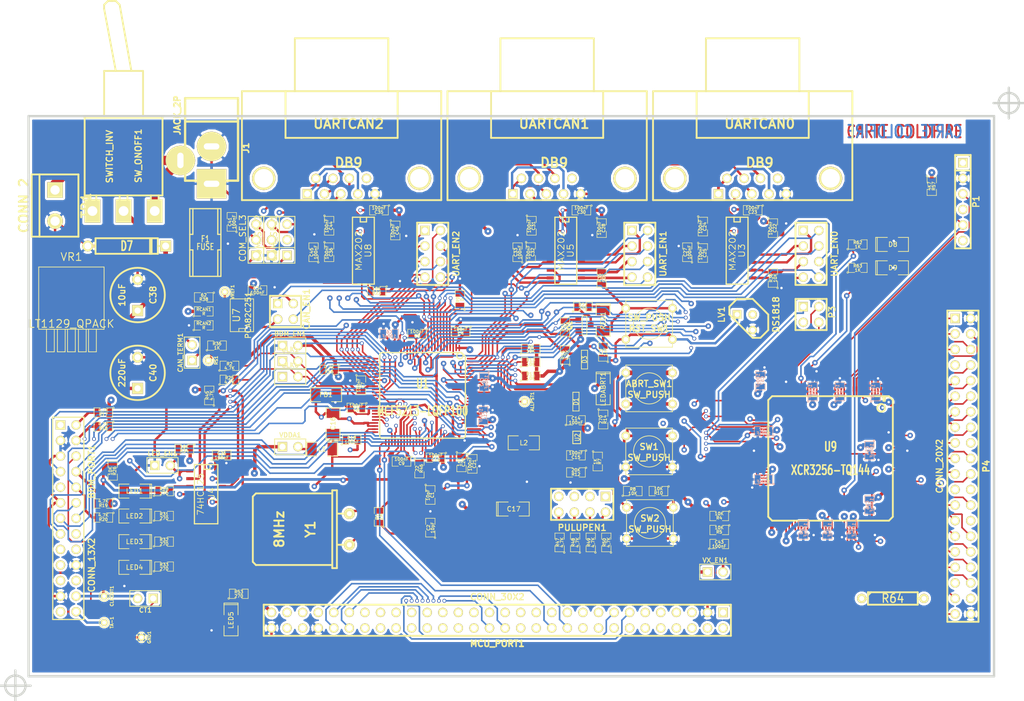
<source format=kicad_pcb>
(kicad_pcb (version 4) (host pcbnew "(2014-08-25 BZR 5096)-product")
  (layers (0 Composant signal) (1 GND_layer power) (2 VDD_layer power) (31 Cuivre signal) (34 B.Paste user) (35 F.Paste user) (36 B.SilkS user) (37 F.SilkS user) (38 B.Mask user) (39 F.Mask user) (44 Edge.Cuts user))
  (net 0 "")
  (net 1 /ALLPST)
  (net 2 /AN2)
  (net 3 /AN3)
  (net 4 /AN4)
  (net 5 /AN6)
  (net 6 /BKPT-)
  (net 7 /CLKIN/EXTAL)
  (net 8 /CLKMOD0)
  (net 9 /CLKMOD1)
  (net 10 /DDAT0)
  (net 11 /DDAT1)
  (net 12 /DDAT2)
  (net 13 /DDAT3)
  (net 14 /DSCLK)
  (net 15 /DSI)
  (net 16 /DSO)
  (net 17 /DTIN1)
  (net 18 /GPT1)
  (net 19 /GPT3)
  (net 20 /IRQ-5)
  (net 21 /IRQ-6)
  (net 22 /IRQ-7)
  (net 23 /JTAG_EN)
  (net 24 /PST0)
  (net 25 /PST1)
  (net 26 /PST2)
  (net 27 /PST3)
  (net 28 /QSPI_CS3)
  (net 29 /TCLK)
  (net 30 /VDDPLL)
  (net 31 /inout_user/CANRX)
  (net 32 /inout_user/CAN_H)
  (net 33 /inout_user/CAN_L)
  (net 34 /inout_user/CTS0)
  (net 35 /inout_user/CTS1)
  (net 36 /inout_user/CTS2/CANH)
  (net 37 /inout_user/PWM5)
  (net 38 /inout_user/PWM7)
  (net 39 /inout_user/RTS0)
  (net 40 /inout_user/RTS1)
  (net 41 /inout_user/RTS2)
  (net 42 /inout_user/RXD0)
  (net 43 /inout_user/RXD1)
  (net 44 /inout_user/RXD2)
  (net 45 /inout_user/RxD_CAN)
  (net 46 /inout_user/TXD0)
  (net 47 /inout_user/TXD1)
  (net 48 /inout_user/TXD2/CANL)
  (net 49 /inout_user/TxD_CAN)
  (net 50 /inout_user/UCTS2)
  (net 51 /inout_user/URTS0)
  (net 52 /inout_user/URTS2)
  (net 53 /inout_user/URXD1)
  (net 54 /inout_user/URXD2)
  (net 55 /inout_user/UTXD0)
  (net 56 /xilinx/+3,3V_OUT)
  (net 57 /xilinx/GLCK2)
  (net 58 /xilinx/LED_TEST1)
  (net 59 /xilinx/LED_TEST2)
  (net 60 /xilinx/QSPI_CS2)
  (net 61 /xilinx/TCK)
  (net 62 /xilinx/TDI)
  (net 63 /xilinx/TDO)
  (net 64 /xilinx/TMS)
  (net 65 /xilinx/XIL_D0)
  (net 66 /xilinx/XIL_D1)
  (net 67 /xilinx/XIL_D10)
  (net 68 /xilinx/XIL_D11)
  (net 69 /xilinx/XIL_D12)
  (net 70 /xilinx/XIL_D13)
  (net 71 /xilinx/XIL_D14)
  (net 72 /xilinx/XIL_D15)
  (net 73 /xilinx/XIL_D16)
  (net 74 /xilinx/XIL_D17)
  (net 75 /xilinx/XIL_D18)
  (net 76 /xilinx/XIL_D19)
  (net 77 /xilinx/XIL_D2)
  (net 78 /xilinx/XIL_D20)
  (net 79 /xilinx/XIL_D21)
  (net 80 /xilinx/XIL_D22)
  (net 81 /xilinx/XIL_D23)
  (net 82 /xilinx/XIL_D24)
  (net 83 /xilinx/XIL_D25)
  (net 84 /xilinx/XIL_D26)
  (net 85 /xilinx/XIL_D27)
  (net 86 /xilinx/XIL_D28)
  (net 87 /xilinx/XIL_D29)
  (net 88 /xilinx/XIL_D3)
  (net 89 /xilinx/XIL_D30)
  (net 90 /xilinx/XIL_D31)
  (net 91 /xilinx/XIL_D32)
  (net 92 /xilinx/XIL_D33)
  (net 93 /xilinx/XIL_D34)
  (net 94 /xilinx/XIL_D35)
  (net 95 /xilinx/XIL_D36)
  (net 96 /xilinx/XIL_D4)
  (net 97 /xilinx/XIL_D5)
  (net 98 /xilinx/XIL_D6)
  (net 99 /xilinx/XIL_D7)
  (net 100 /xilinx/XIL_D8)
  (net 101 /xilinx/XIL_D9)
  (net 102 GND)
  (net 103 "Net-(ABRT_SW1-Pad1)")
  (net 104 VDD)
  (net 105 "Net-(BDM_PORT1-Pad6)")
  (net 106 /inout_user/RSTI-)
  (net 107 "Net-(BDM_PORT1-Pad26)")
  (net 108 "Net-(C3-Pad1)")
  (net 109 "Net-(C15-Pad1)")
  (net 110 /inout_user/VCCA)
  (net 111 GNDA)
  (net 112 "Net-(C23-Pad2)")
  (net 113 "Net-(C24-Pad1)")
  (net 114 "Net-(C24-Pad2)")
  (net 115 "Net-(C25-Pad1)")
  (net 116 "Net-(C25-Pad2)")
  (net 117 "Net-(C27-Pad1)")
  (net 118 "Net-(C30-Pad2)")
  (net 119 "Net-(C31-Pad1)")
  (net 120 "Net-(C31-Pad2)")
  (net 121 "Net-(C32-Pad1)")
  (net 122 "Net-(C32-Pad2)")
  (net 123 "Net-(C33-Pad1)")
  (net 124 "Net-(C35-Pad2)")
  (net 125 "Net-(C36-Pad1)")
  (net 126 "Net-(C36-Pad2)")
  (net 127 "Net-(C38-Pad1)")
  (net 128 "Net-(C43-Pad2)")
  (net 129 "Net-(C44-Pad1)")
  (net 130 "Net-(C44-Pad2)")
  (net 131 "Net-(C45-Pad1)")
  (net 132 /inout_user/CANTX)
  (net 133 "Net-(CAN_TERM1-Pad2)")
  (net 134 "Net-(COM_SEL1-Pad3)")
  (net 135 "Net-(COM_SEL2-Pad3)")
  (net 136 "Net-(COM_SEL3-Pad3)")
  (net 137 "Net-(D1-Pad2)")
  (net 138 "Net-(D8-Pad1)")
  (net 139 "Net-(D9-Pad1)")
  (net 140 "Net-(F1-Pad1)")
  (net 141 "Net-(J1-Pad3)")
  (net 142 "Net-(L1-Pad1)")
  (net 143 "Net-(LED1-Pad1)")
  (net 144 "Net-(LED2-Pad1)")
  (net 145 "Net-(LED3-Pad1)")
  (net 146 "Net-(LED4-Pad1)")
  (net 147 "Net-(LED5-Pad1)")
  (net 148 "Net-(LEDABRT1-Pad2)")
  (net 149 "Net-(LED_EN1-Pad2)")
  (net 150 /xilinx/IRQ-1)
  (net 151 /inout_user/UCTS1)
  (net 152 /inout_user/RTS0-)
  (net 153 /inout_user/PWM1)
  (net 154 /inout_user/PWM3)
  (net 155 /xilinx/IRQ-2)
  (net 156 /inout_user/QSPI_DOUT)
  (net 157 /AN0)
  (net 158 /inout_user/QSPI_DIN)
  (net 159 /AN1)
  (net 160 /inout_user/QSPI_SCLK)
  (net 161 /QSPI_CS0)
  (net 162 /xilinx/QSPI_CS1)
  (net 163 /AN5)
  (net 164 /xilinx/IRQ-3)
  (net 165 /AN7)
  (net 166 /IRQ-4)
  (net 167 /DTIN0)
  (net 168 /DTIN2)
  (net 169 /inout_user/UTXD1)
  (net 170 /inout_user/URTS1)
  (net 171 /DTIN3)
  (net 172 /inout_user/URXD0)
  (net 173 /inout_user/UCTS0)
  (net 174 /inout_user/UTXD2)
  (net 175 /GPT0)
  (net 176 /GPT2)
  (net 177 /inout_user/RCON-)
  (net 178 "Net-(P3-Pad2)")
  (net 179 "Net-(P3-Pad4)")
  (net 180 "Net-(PULUPEN1-Pad2)")
  (net 181 "Net-(PULUPEN1-Pad4)")
  (net 182 "Net-(PULUPEN1-Pad6)")
  (net 183 "Net-(PULUPEN1-Pad8)")
  (net 184 "Net-(Q1-Pad2)")
  (net 185 "Net-(Q1-Pad3)")
  (net 186 "Net-(R9-Pad1)")
  (net 187 "Net-(R22-Pad2)")
  (net 188 "Net-(R23-Pad2)")
  (net 189 "Net-(R28-Pad2)")
  (net 190 "Net-(R30-Pad2)")
  (net 191 "Net-(R31-Pad2)")
  (net 192 "Net-(R32-Pad2)")
  (net 193 "Net-(R33-Pad2)")
  (net 194 "Net-(R35-Pad2)")
  (net 195 "Net-(R36-Pad1)")
  (net 196 "Net-(R46-Pad1)")
  (net 197 "Net-(U3-Pad9)")
  (net 198 "Net-(U3-Pad11)")
  (net 199 "Net-(U3-Pad12)")
  (net 200 "Net-(U5-Pad9)")
  (net 201 "Net-(U5-Pad11)")
  (net 202 "Net-(U5-Pad12)")
  (net 203 "Net-(U7-Pad5)")
  (net 204 "Net-(U8-Pad9)")
  (net 205 "Net-(U8-Pad10)")
  (net 206 "Net-(U8-Pad12)")
  (net 207 "Net-(UARTCAN0-Pad1)")
  (net 208 "Net-(UARTCAN1-Pad1)")
  (net 209 "Net-(UARTCAN2-Pad1)")
  (module connect:PINTST (layer Composant) (at 152.019 102.489 270)
    (fp_text reference ALLPST1 (at 0 -1.26746 270) (layer F.SilkS) (effects (font (size 0.508 0.508) (thickness 0.127))))
    (fp_text value CONN_1 hide)
    (pad 1 thru_hole circle (at 0 0 270) (size 1.143 1.143) (drill 0.635) (layers *.Cu *.Mask F.SilkS) (net 1 /ALLPST))
  )
  (module pin_array:PIN_ARRAY_2X1 (layer Composant) (at 113.792 93.345)
    (fp_text reference BDM_EN1 (at 0 -1.905) (layer F.SilkS) (effects (font (size 0.762 0.762) (thickness 0.1524))))
    (fp_text value JUMPER hide)
    (pad 1 thru_hole rect (at -1.27 0) (size 1.524 1.524) (drill 1.016) (layers *.Cu *.Mask F.SilkS) (net 102 GND))
    (pad 2 thru_hole circle (at 1.27 0) (size 1.524 1.524) (drill 1.016) (layers *.Cu *.Mask F.SilkS) (net 23 /JTAG_EN))
  )
  (module pin_array:pin_array_13x2 (layer Composant) (at 77.597 121.539 270)
    (fp_text reference BDM_PORT1 (at -7.62 -3.81 270) (layer F.SilkS) (effects (font (size 1.016 1.016) (thickness 0.2032))))
    (fp_text value CONN_13X2 (at 7.62 -3.81 270) (layer F.SilkS) (effects (font (size 1.016 1.016) (thickness 0.2032))))
    (pad 1 thru_hole rect (at -15.24 1.27 270) (size 1.524 1.524) (drill 1.016) (layers *.Cu *.Mask F.SilkS))
    (pad 2 thru_hole circle (at -15.24 -1.27 270) (size 1.524 1.524) (drill 1.016) (layers *.Cu *.Mask F.SilkS) (net 6 /BKPT-))
    (pad 3 thru_hole circle (at -12.7 1.27 270) (size 1.524 1.524) (drill 1.016) (layers *.Cu *.Mask F.SilkS) (net 102 GND))
    (pad 4 thru_hole circle (at -12.7 -1.27 270) (size 1.524 1.524) (drill 1.016) (layers *.Cu *.Mask F.SilkS) (net 14 /DSCLK))
    (pad 5 thru_hole circle (at -10.16 1.27 270) (size 1.524 1.524) (drill 1.016) (layers *.Cu *.Mask F.SilkS) (net 102 GND))
    (pad 6 thru_hole circle (at -10.16 -1.27 270) (size 1.524 1.524) (drill 1.016) (layers *.Cu *.Mask F.SilkS) (net 105 "Net-(BDM_PORT1-Pad6)"))
    (pad 7 thru_hole circle (at -7.62 1.27 270) (size 1.524 1.524) (drill 1.016) (layers *.Cu *.Mask F.SilkS) (net 106 /inout_user/RSTI-))
    (pad 8 thru_hole circle (at -7.62 -1.27 270) (size 1.524 1.524) (drill 1.016) (layers *.Cu *.Mask F.SilkS) (net 15 /DSI))
    (pad 9 thru_hole circle (at -5.08 1.27 270) (size 1.524 1.524) (drill 1.016) (layers *.Cu *.Mask F.SilkS) (net 104 VDD))
    (pad 10 thru_hole circle (at -5.08 -1.27 270) (size 1.524 1.524) (drill 1.016) (layers *.Cu *.Mask F.SilkS) (net 16 /DSO))
    (pad 11 thru_hole circle (at -2.54 1.27 270) (size 1.524 1.524) (drill 1.016) (layers *.Cu *.Mask F.SilkS) (net 102 GND))
    (pad 12 thru_hole circle (at -2.54 -1.27 270) (size 1.524 1.524) (drill 1.016) (layers *.Cu *.Mask F.SilkS) (net 27 /PST3))
    (pad 13 thru_hole circle (at 0 1.27 270) (size 1.524 1.524) (drill 1.016) (layers *.Cu *.Mask F.SilkS) (net 26 /PST2))
    (pad 14 thru_hole circle (at 0 -1.27 270) (size 1.524 1.524) (drill 1.016) (layers *.Cu *.Mask F.SilkS) (net 25 /PST1))
    (pad 15 thru_hole circle (at 2.54 1.27 270) (size 1.524 1.524) (drill 1.016) (layers *.Cu *.Mask F.SilkS) (net 24 /PST0))
    (pad 16 thru_hole circle (at 2.54 -1.27 270) (size 1.524 1.524) (drill 1.016) (layers *.Cu *.Mask F.SilkS) (net 13 /DDAT3))
    (pad 17 thru_hole circle (at 5.08 1.27 270) (size 1.524 1.524) (drill 1.016) (layers *.Cu *.Mask F.SilkS) (net 12 /DDAT2))
    (pad 18 thru_hole circle (at 5.08 -1.27 270) (size 1.524 1.524) (drill 1.016) (layers *.Cu *.Mask F.SilkS) (net 11 /DDAT1))
    (pad 19 thru_hole circle (at 7.62 1.27 270) (size 1.524 1.524) (drill 1.016) (layers *.Cu *.Mask F.SilkS) (net 10 /DDAT0))
    (pad 20 thru_hole circle (at 7.62 -1.27 270) (size 1.524 1.524) (drill 1.016) (layers *.Cu *.Mask F.SilkS) (net 102 GND))
    (pad 21 thru_hole circle (at 10.16 1.27 270) (size 1.524 1.524) (drill 1.016) (layers *.Cu *.Mask F.SilkS))
    (pad 22 thru_hole circle (at 10.16 -1.27 270) (size 1.524 1.524) (drill 1.016) (layers *.Cu *.Mask F.SilkS))
    (pad 23 thru_hole circle (at 12.7 1.27 270) (size 1.524 1.524) (drill 1.016) (layers *.Cu *.Mask F.SilkS) (net 102 GND))
    (pad 24 thru_hole circle (at 12.7 -1.27 270) (size 1.524 1.524) (drill 1.016) (layers *.Cu *.Mask F.SilkS) (net 29 /TCLK))
    (pad 25 thru_hole circle (at 15.24 1.27 270) (size 1.524 1.524) (drill 1.016) (layers *.Cu *.Mask F.SilkS) (net 104 VDD))
    (pad 26 thru_hole circle (at 15.24 -1.27 270) (size 1.524 1.524) (drill 1.016) (layers *.Cu *.Mask F.SilkS) (net 107 "Net-(BDM_PORT1-Pad26)"))
  )
  (module lib_smd:SM0805 (layer Composant) (at 136.652 117.729 270)
    (fp_text reference C1 (at 0 -0.3175 270) (layer F.SilkS) (effects (font (size 0.50038 0.50038) (thickness 0.10922))))
    (fp_text value 10pF (at 0 0.381 270) (layer F.SilkS) (effects (font (size 0.50038 0.50038) (thickness 0.10922))))
    (pad 1 smd rect (at -0.9525 0 270) (size 0.889 1.397) (layers Composant F.Paste F.Mask) (net 7 /CLKIN/EXTAL))
    (pad 2 smd rect (at 0.9525 0 270) (size 0.889 1.397) (layers Composant F.Paste F.Mask) (net 102 GND))
  )
  (module lib_smd:SM0805 (layer Composant) (at 136.652 123.063 90)
    (fp_text reference C2 (at 0 -0.3175 90) (layer F.SilkS) (effects (font (size 0.50038 0.50038) (thickness 0.10922))))
    (fp_text value 10pF (at 0 0.381 90) (layer F.SilkS) (effects (font (size 0.50038 0.50038) (thickness 0.10922))))
    (pad 1 smd rect (at -0.9525 0 90) (size 0.889 1.397) (layers Composant F.Paste F.Mask) (net 57 /xilinx/GLCK2))
    (pad 2 smd rect (at 0.9525 0 90) (size 0.889 1.397) (layers Composant F.Paste F.Mask) (net 102 GND))
  )
  (module lib_smd:SM0805 (layer Composant) (at 164.846 94.361 90)
    (fp_text reference C3 (at 0 -0.3175 90) (layer F.SilkS) (effects (font (size 0.50038 0.50038) (thickness 0.10922))))
    (fp_text value 1nF (at 0 0.381 90) (layer F.SilkS) (effects (font (size 0.50038 0.50038) (thickness 0.10922))))
    (pad 1 smd rect (at -0.9525 0 90) (size 0.889 1.397) (layers Composant F.Paste F.Mask) (net 108 "Net-(C3-Pad1)"))
    (pad 2 smd rect (at 0.9525 0 90) (size 0.889 1.397) (layers Composant F.Paste F.Mask) (net 102 GND))
  )
  (module lib_smd:SM0805 (layer Composant) (at 141.605 91.059 180)
    (fp_text reference C4 (at 0 -0.3175 180) (layer F.SilkS) (effects (font (size 0.50038 0.50038) (thickness 0.10922))))
    (fp_text value 100nF (at 0 0.381 180) (layer F.SilkS) (effects (font (size 0.50038 0.50038) (thickness 0.10922))))
    (pad 1 smd rect (at -0.9525 0 180) (size 0.889 1.397) (layers Composant F.Paste F.Mask) (net 104 VDD))
    (pad 2 smd rect (at 0.9525 0 180) (size 0.889 1.397) (layers Composant F.Paste F.Mask) (net 102 GND))
  )
  (module lib_smd:SM0805 (layer Composant) (at 134.493 91.44 180)
    (fp_text reference C5 (at 0 -0.3175 180) (layer F.SilkS) (effects (font (size 0.50038 0.50038) (thickness 0.10922))))
    (fp_text value 100nF (at 0 0.381 180) (layer F.SilkS) (effects (font (size 0.50038 0.50038) (thickness 0.10922))))
    (pad 1 smd rect (at -0.9525 0 180) (size 0.889 1.397) (layers Composant F.Paste F.Mask) (net 104 VDD))
    (pad 2 smd rect (at 0.9525 0 180) (size 0.889 1.397) (layers Composant F.Paste F.Mask) (net 102 GND))
  )
  (module lib_smd:SM0805 (layer Cuivre) (at 129.921 91.44 180)
    (fp_text reference C6 (at 0 0.3175 180) (layer B.SilkS) (effects (font (size 0.50038 0.50038) (thickness 0.10922)) (justify mirror)))
    (fp_text value 100nF (at 0 -0.381 180) (layer B.SilkS) (effects (font (size 0.50038 0.50038) (thickness 0.10922)) (justify mirror)))
    (pad 1 smd rect (at -0.9525 0 180) (size 0.889 1.397) (layers Cuivre B.Paste B.Mask) (net 104 VDD))
    (pad 2 smd rect (at 0.9525 0 180) (size 0.889 1.397) (layers Cuivre B.Paste B.Mask) (net 102 GND))
  )
  (module lib_smd:SM0805 (layer Composant) (at 125.349 99.822 270)
    (fp_text reference C7 (at 0 -0.3175 270) (layer F.SilkS) (effects (font (size 0.50038 0.50038) (thickness 0.10922))))
    (fp_text value 100nF (at 0 0.381 270) (layer F.SilkS) (effects (font (size 0.50038 0.50038) (thickness 0.10922))))
    (pad 1 smd rect (at -0.9525 0 270) (size 0.889 1.397) (layers Composant F.Paste F.Mask) (net 104 VDD))
    (pad 2 smd rect (at 0.9525 0 270) (size 0.889 1.397) (layers Composant F.Paste F.Mask) (net 102 GND))
  )
  (module lib_smd:SM0805 (layer Composant) (at 124.587 103.505 180)
    (fp_text reference C8 (at 0 -0.3175 180) (layer F.SilkS) (effects (font (size 0.50038 0.50038) (thickness 0.10922))))
    (fp_text value 100nF (at 0 0.381 180) (layer F.SilkS) (effects (font (size 0.50038 0.50038) (thickness 0.10922))))
    (pad 1 smd rect (at -0.9525 0 180) (size 0.889 1.397) (layers Composant F.Paste F.Mask) (net 104 VDD))
    (pad 2 smd rect (at 0.9525 0 180) (size 0.889 1.397) (layers Composant F.Paste F.Mask) (net 102 GND))
  )
  (module lib_smd:SM0805 (layer Composant) (at 131.953 112.268 180)
    (fp_text reference C9 (at 0 -0.3175 180) (layer F.SilkS) (effects (font (size 0.50038 0.50038) (thickness 0.10922))))
    (fp_text value 100nF (at 0 0.381 180) (layer F.SilkS) (effects (font (size 0.50038 0.50038) (thickness 0.10922))))
    (pad 1 smd rect (at -0.9525 0 180) (size 0.889 1.397) (layers Composant F.Paste F.Mask) (net 104 VDD))
    (pad 2 smd rect (at 0.9525 0 180) (size 0.889 1.397) (layers Composant F.Paste F.Mask) (net 102 GND))
  )
  (module lib_smd:SM0805 (layer Composant) (at 137.541 111.633 180)
    (fp_text reference C10 (at 0 -0.3175 180) (layer F.SilkS) (effects (font (size 0.50038 0.50038) (thickness 0.10922))))
    (fp_text value 100nF (at 0 0.381 180) (layer F.SilkS) (effects (font (size 0.50038 0.50038) (thickness 0.10922))))
    (pad 1 smd rect (at -0.9525 0 180) (size 0.889 1.397) (layers Composant F.Paste F.Mask) (net 104 VDD))
    (pad 2 smd rect (at 0.9525 0 180) (size 0.889 1.397) (layers Composant F.Paste F.Mask) (net 102 GND))
  )
  (module lib_smd:SM0805 (layer Cuivre) (at 145.288 104.775 90)
    (fp_text reference C11 (at 0 0.3175 90) (layer B.SilkS) (effects (font (size 0.50038 0.50038) (thickness 0.10922)) (justify mirror)))
    (fp_text value 100nF (at 0 -0.381 90) (layer B.SilkS) (effects (font (size 0.50038 0.50038) (thickness 0.10922)) (justify mirror)))
    (pad 1 smd rect (at -0.9525 0 90) (size 0.889 1.397) (layers Cuivre B.Paste B.Mask) (net 104 VDD))
    (pad 2 smd rect (at 0.9525 0 90) (size 0.889 1.397) (layers Cuivre B.Paste B.Mask) (net 102 GND))
  )
  (module lib_smd:SM0805 (layer Cuivre) (at 145.415 99.314 270)
    (fp_text reference C12 (at 0 0.3175 270) (layer B.SilkS) (effects (font (size 0.50038 0.50038) (thickness 0.10922)) (justify mirror)))
    (fp_text value 100nF (at 0 -0.381 270) (layer B.SilkS) (effects (font (size 0.50038 0.50038) (thickness 0.10922)) (justify mirror)))
    (pad 1 smd rect (at -0.9525 0 270) (size 0.889 1.397) (layers Cuivre B.Paste B.Mask) (net 104 VDD))
    (pad 2 smd rect (at 0.9525 0 270) (size 0.889 1.397) (layers Cuivre B.Paste B.Mask) (net 102 GND))
  )
  (module lib_smd:SM0805 (layer Composant) (at 160.401 105.537)
    (fp_text reference C14 (at 0 -0.3175) (layer F.SilkS) (effects (font (size 0.50038 0.50038) (thickness 0.10922))))
    (fp_text value 100nF (at 0 0.381) (layer F.SilkS) (effects (font (size 0.50038 0.50038) (thickness 0.10922))))
    (pad 1 smd rect (at -0.9525 0) (size 0.889 1.397) (layers Composant F.Paste F.Mask) (net 102 GND))
    (pad 2 smd rect (at 0.9525 0) (size 0.889 1.397) (layers Composant F.Paste F.Mask) (net 104 VDD))
  )
  (module lib_smd:SM0805 (layer Composant) (at 160.401 111.252 180)
    (fp_text reference C15 (at 0 -0.3175 180) (layer F.SilkS) (effects (font (size 0.50038 0.50038) (thickness 0.10922))))
    (fp_text value 100nF (at 0 0.381 180) (layer F.SilkS) (effects (font (size 0.50038 0.50038) (thickness 0.10922))))
    (pad 1 smd rect (at -0.9525 0 180) (size 0.889 1.397) (layers Composant F.Paste F.Mask) (net 109 "Net-(C15-Pad1)"))
    (pad 2 smd rect (at 0.9525 0 180) (size 0.889 1.397) (layers Composant F.Paste F.Mask) (net 102 GND))
  )
  (module lib_smd:SM1206POL (layer Composant) (at 120.777 106.045 90)
    (fp_text reference C16 (at 0 0 90) (layer F.SilkS) (effects (font (size 0.762 0.762) (thickness 0.127))))
    (fp_text value 10uF hide)
    (pad 1 smd rect (at -1.651 0 90) (size 1.524 2.032) (layers Composant F.Paste F.Mask) (net 110 /inout_user/VCCA))
    (pad 2 smd rect (at 1.651 0 90) (size 1.524 2.032) (layers Composant F.Paste F.Mask) (net 111 GNDA))
  )
  (module lib_smd:SM1206POL (layer Composant) (at 150.241 120.015)
    (fp_text reference C17 (at 0 0) (layer F.SilkS) (effects (font (size 0.762 0.762) (thickness 0.127))))
    (fp_text value 100uF hide)
    (pad 1 smd rect (at -1.651 0) (size 1.524 2.032) (layers Composant F.Paste F.Mask) (net 104 VDD))
    (pad 2 smd rect (at 1.651 0) (size 1.524 2.032) (layers Composant F.Paste F.Mask) (net 102 GND))
  )
  (module lib_smd:SM0805 (layer Composant) (at 123.825 108.712)
    (fp_text reference C18 (at 0 -0.3175) (layer F.SilkS) (effects (font (size 0.50038 0.50038) (thickness 0.10922))))
    (fp_text value 100nF (at 0 0.381) (layer F.SilkS) (effects (font (size 0.50038 0.50038) (thickness 0.10922))))
    (pad 1 smd rect (at -0.9525 0) (size 0.889 1.397) (layers Composant F.Paste F.Mask) (net 110 /inout_user/VCCA))
    (pad 2 smd rect (at 0.9525 0) (size 0.889 1.397) (layers Composant F.Paste F.Mask) (net 111 GNDA))
  )
  (module lib_smd:SM0805 (layer Composant) (at 141.732 112.395 270)
    (fp_text reference C20 (at 0 -0.3175 270) (layer F.SilkS) (effects (font (size 0.50038 0.50038) (thickness 0.10922))))
    (fp_text value 1nF (at 0 0.381 270) (layer F.SilkS) (effects (font (size 0.50038 0.50038) (thickness 0.10922))))
    (pad 1 smd rect (at -0.9525 0 270) (size 0.889 1.397) (layers Composant F.Paste F.Mask) (net 30 /VDDPLL))
    (pad 2 smd rect (at 0.9525 0 270) (size 0.889 1.397) (layers Composant F.Paste F.Mask) (net 102 GND))
  )
  (module lib_smd:SM0805 (layer Composant) (at 143.51 112.649 270)
    (fp_text reference C21 (at 0 -0.3175 270) (layer F.SilkS) (effects (font (size 0.50038 0.50038) (thickness 0.10922))))
    (fp_text value 100nF (at 0 0.381 270) (layer F.SilkS) (effects (font (size 0.50038 0.50038) (thickness 0.10922))))
    (pad 1 smd rect (at -0.9525 0 270) (size 0.889 1.397) (layers Composant F.Paste F.Mask) (net 30 /VDDPLL))
    (pad 2 smd rect (at 0.9525 0 270) (size 0.889 1.397) (layers Composant F.Paste F.Mask) (net 102 GND))
  )
  (module lib_smd:SM0805 (layer Composant) (at 192.532 74.168 270)
    (fp_text reference C22 (at 0 -0.3175 270) (layer F.SilkS) (effects (font (size 0.50038 0.50038) (thickness 0.10922))))
    (fp_text value 100nF (at 0 0.381 270) (layer F.SilkS) (effects (font (size 0.50038 0.50038) (thickness 0.10922))))
    (pad 1 smd rect (at -0.9525 0 270) (size 0.889 1.397) (layers Composant F.Paste F.Mask) (net 104 VDD))
    (pad 2 smd rect (at 0.9525 0 270) (size 0.889 1.397) (layers Composant F.Paste F.Mask) (net 102 GND))
  )
  (module lib_smd:SM0805 (layer Composant) (at 189.23 71.247 180)
    (fp_text reference C23 (at 0 -0.3175 180) (layer F.SilkS) (effects (font (size 0.50038 0.50038) (thickness 0.10922))))
    (fp_text value 100nF (at 0 0.381 180) (layer F.SilkS) (effects (font (size 0.50038 0.50038) (thickness 0.10922))))
    (pad 1 smd rect (at -0.9525 0 180) (size 0.889 1.397) (layers Composant F.Paste F.Mask) (net 104 VDD))
    (pad 2 smd rect (at 0.9525 0 180) (size 0.889 1.397) (layers Composant F.Paste F.Mask) (net 112 "Net-(C23-Pad2)"))
  )
  (module lib_smd:SM0805 (layer Composant) (at 181.102 73.914 270)
    (fp_text reference C24 (at 0 -0.3175 270) (layer F.SilkS) (effects (font (size 0.50038 0.50038) (thickness 0.10922))))
    (fp_text value 100nF (at 0 0.381 270) (layer F.SilkS) (effects (font (size 0.50038 0.50038) (thickness 0.10922))))
    (pad 1 smd rect (at -0.9525 0 270) (size 0.889 1.397) (layers Composant F.Paste F.Mask) (net 113 "Net-(C24-Pad1)"))
    (pad 2 smd rect (at 0.9525 0 270) (size 0.889 1.397) (layers Composant F.Paste F.Mask) (net 114 "Net-(C24-Pad2)"))
  )
  (module lib_smd:SM0805 (layer Composant) (at 181.102 78.232 270)
    (fp_text reference C25 (at 0 -0.3175 270) (layer F.SilkS) (effects (font (size 0.50038 0.50038) (thickness 0.10922))))
    (fp_text value 100nF (at 0 0.381 270) (layer F.SilkS) (effects (font (size 0.50038 0.50038) (thickness 0.10922))))
    (pad 1 smd rect (at -0.9525 0 270) (size 0.889 1.397) (layers Composant F.Paste F.Mask) (net 115 "Net-(C25-Pad1)"))
    (pad 2 smd rect (at 0.9525 0 270) (size 0.889 1.397) (layers Composant F.Paste F.Mask) (net 116 "Net-(C25-Pad2)"))
  )
  (module lib_smd:SM0805 (layer Composant) (at 102.616 111.252)
    (fp_text reference C26 (at 0 -0.3175) (layer F.SilkS) (effects (font (size 0.50038 0.50038) (thickness 0.10922))))
    (fp_text value 100nF (at 0 0.381) (layer F.SilkS) (effects (font (size 0.50038 0.50038) (thickness 0.10922))))
    (pad 1 smd rect (at -0.9525 0) (size 0.889 1.397) (layers Composant F.Paste F.Mask) (net 104 VDD))
    (pad 2 smd rect (at 0.9525 0) (size 0.889 1.397) (layers Composant F.Paste F.Mask) (net 102 GND))
  )
  (module lib_smd:SM0805 (layer Composant) (at 178.562 78.105 90)
    (fp_text reference C27 (at 0 -0.3175 90) (layer F.SilkS) (effects (font (size 0.50038 0.50038) (thickness 0.10922))))
    (fp_text value 100nF (at 0 0.381 90) (layer F.SilkS) (effects (font (size 0.50038 0.50038) (thickness 0.10922))))
    (pad 1 smd rect (at -0.9525 0 90) (size 0.889 1.397) (layers Composant F.Paste F.Mask) (net 117 "Net-(C27-Pad1)"))
    (pad 2 smd rect (at 0.9525 0 90) (size 0.889 1.397) (layers Composant F.Paste F.Mask) (net 102 GND))
  )
  (module lib_smd:SM0805 (layer Composant) (at 164.592 74.168 270)
    (fp_text reference C28 (at 0 -0.3175 270) (layer F.SilkS) (effects (font (size 0.50038 0.50038) (thickness 0.10922))))
    (fp_text value 100nF (at 0 0.381 270) (layer F.SilkS) (effects (font (size 0.50038 0.50038) (thickness 0.10922))))
    (pad 1 smd rect (at -0.9525 0 270) (size 0.889 1.397) (layers Composant F.Paste F.Mask) (net 104 VDD))
    (pad 2 smd rect (at 0.9525 0 270) (size 0.889 1.397) (layers Composant F.Paste F.Mask) (net 102 GND))
  )
  (module lib_smd:SM0805 (layer Composant) (at 161.29 71.247 180)
    (fp_text reference C30 (at 0 -0.3175 180) (layer F.SilkS) (effects (font (size 0.50038 0.50038) (thickness 0.10922))))
    (fp_text value 100nF (at 0 0.381 180) (layer F.SilkS) (effects (font (size 0.50038 0.50038) (thickness 0.10922))))
    (pad 1 smd rect (at -0.9525 0 180) (size 0.889 1.397) (layers Composant F.Paste F.Mask) (net 104 VDD))
    (pad 2 smd rect (at 0.9525 0 180) (size 0.889 1.397) (layers Composant F.Paste F.Mask) (net 118 "Net-(C30-Pad2)"))
  )
  (module lib_smd:SM0805 (layer Composant) (at 153.162 73.787 270)
    (fp_text reference C31 (at 0 -0.3175 270) (layer F.SilkS) (effects (font (size 0.50038 0.50038) (thickness 0.10922))))
    (fp_text value 100nF (at 0 0.381 270) (layer F.SilkS) (effects (font (size 0.50038 0.50038) (thickness 0.10922))))
    (pad 1 smd rect (at -0.9525 0 270) (size 0.889 1.397) (layers Composant F.Paste F.Mask) (net 119 "Net-(C31-Pad1)"))
    (pad 2 smd rect (at 0.9525 0 270) (size 0.889 1.397) (layers Composant F.Paste F.Mask) (net 120 "Net-(C31-Pad2)"))
  )
  (module lib_smd:SM0805 (layer Composant) (at 153.035 78.105 270)
    (fp_text reference C32 (at 0 -0.3175 270) (layer F.SilkS) (effects (font (size 0.50038 0.50038) (thickness 0.10922))))
    (fp_text value 100nF (at 0 0.381 270) (layer F.SilkS) (effects (font (size 0.50038 0.50038) (thickness 0.10922))))
    (pad 1 smd rect (at -0.9525 0 270) (size 0.889 1.397) (layers Composant F.Paste F.Mask) (net 121 "Net-(C32-Pad1)"))
    (pad 2 smd rect (at 0.9525 0 270) (size 0.889 1.397) (layers Composant F.Paste F.Mask) (net 122 "Net-(C32-Pad2)"))
  )
  (module lib_smd:SM0805 (layer Composant) (at 150.876 78.105 90)
    (fp_text reference C33 (at 0 -0.3175 90) (layer F.SilkS) (effects (font (size 0.50038 0.50038) (thickness 0.10922))))
    (fp_text value 100nF (at 0 0.381 90) (layer F.SilkS) (effects (font (size 0.50038 0.50038) (thickness 0.10922))))
    (pad 1 smd rect (at -0.9525 0 90) (size 0.889 1.397) (layers Composant F.Paste F.Mask) (net 123 "Net-(C33-Pad1)"))
    (pad 2 smd rect (at 0.9525 0 90) (size 0.889 1.397) (layers Composant F.Paste F.Mask) (net 102 GND))
  )
  (module lib_smd:SM0805 (layer Composant) (at 108.458 84.328)
    (fp_text reference C34 (at 0 -0.3175) (layer F.SilkS) (effects (font (size 0.50038 0.50038) (thickness 0.10922))))
    (fp_text value 100nF (at 0 0.381) (layer F.SilkS) (effects (font (size 0.50038 0.50038) (thickness 0.10922))))
    (pad 1 smd rect (at -0.9525 0) (size 0.889 1.397) (layers Composant F.Paste F.Mask) (net 104 VDD))
    (pad 2 smd rect (at 0.9525 0) (size 0.889 1.397) (layers Composant F.Paste F.Mask) (net 102 GND))
  )
  (module lib_smd:SM0805 (layer Composant) (at 128.27 71.247 180)
    (fp_text reference C35 (at 0 -0.3175 180) (layer F.SilkS) (effects (font (size 0.50038 0.50038) (thickness 0.10922))))
    (fp_text value 100nF (at 0 0.381 180) (layer F.SilkS) (effects (font (size 0.50038 0.50038) (thickness 0.10922))))
    (pad 1 smd rect (at -0.9525 0 180) (size 0.889 1.397) (layers Composant F.Paste F.Mask) (net 104 VDD))
    (pad 2 smd rect (at 0.9525 0 180) (size 0.889 1.397) (layers Composant F.Paste F.Mask) (net 124 "Net-(C35-Pad2)"))
  )
  (module lib_smd:SM0805 (layer Composant) (at 120.142 78.105 270)
    (fp_text reference C36 (at 0 -0.3175 270) (layer F.SilkS) (effects (font (size 0.50038 0.50038) (thickness 0.10922))))
    (fp_text value 100nF (at 0 0.381 270) (layer F.SilkS) (effects (font (size 0.50038 0.50038) (thickness 0.10922))))
    (pad 1 smd rect (at -0.9525 0 270) (size 0.889 1.397) (layers Composant F.Paste F.Mask) (net 125 "Net-(C36-Pad1)"))
    (pad 2 smd rect (at 0.9525 0 270) (size 0.889 1.397) (layers Composant F.Paste F.Mask) (net 126 "Net-(C36-Pad2)"))
  )
  (module discret:C2V8 (layer Composant) (at 88.9 85.09 90)
    (fp_text reference C38 (at 0 2.54 90) (layer F.SilkS) (effects (font (size 1.016 1.016) (thickness 0.2032))))
    (fp_text value 10uF (at 0 -2.54 90) (layer F.SilkS) (effects (font (size 1.016 1.016) (thickness 0.2032))))
    (pad 1 thru_hole rect (at -2.54 0 90) (size 1.778 1.778) (drill 1.016) (layers *.Cu *.Mask F.SilkS) (net 127 "Net-(C38-Pad1)"))
    (pad 2 thru_hole circle (at 2.54 0 90) (size 1.778 1.778) (drill 1.016) (layers *.Cu *.Mask F.SilkS) (net 102 GND))
  )
  (module discret:C2V8 (layer Composant) (at 88.9 97.79 90)
    (fp_text reference C40 (at 0 2.54 90) (layer F.SilkS) (effects (font (size 1.016 1.016) (thickness 0.2032))))
    (fp_text value 220uF (at 0 -2.54 90) (layer F.SilkS) (effects (font (size 1.016 1.016) (thickness 0.2032))))
    (pad 1 thru_hole rect (at -2.54 0 90) (size 1.778 1.778) (drill 1.016) (layers *.Cu *.Mask F.SilkS) (net 104 VDD))
    (pad 2 thru_hole circle (at 2.54 0 90) (size 1.778 1.778) (drill 1.016) (layers *.Cu *.Mask F.SilkS) (net 102 GND))
  )
  (module lib_smd:SM0805 (layer Composant) (at 104.267 73.152 90)
    (fp_text reference C41 (at 0 -0.3175 90) (layer F.SilkS) (effects (font (size 0.50038 0.50038) (thickness 0.10922))))
    (fp_text value 100nF (at 0 0.381 90) (layer F.SilkS) (effects (font (size 0.50038 0.50038) (thickness 0.10922))))
    (pad 1 smd rect (at -0.9525 0 90) (size 0.889 1.397) (layers Composant F.Paste F.Mask) (net 127 "Net-(C38-Pad1)"))
    (pad 2 smd rect (at 0.9525 0 90) (size 0.889 1.397) (layers Composant F.Paste F.Mask) (net 102 GND))
  )
  (module lib_smd:SM0805 (layer Composant) (at 183.769 125.73)
    (fp_text reference C43 (at 0 -0.3175) (layer F.SilkS) (effects (font (size 0.50038 0.50038) (thickness 0.10922))))
    (fp_text value 100nF (at 0 0.381) (layer F.SilkS) (effects (font (size 0.50038 0.50038) (thickness 0.10922))))
    (pad 1 smd rect (at -0.9525 0) (size 0.889 1.397) (layers Composant F.Paste F.Mask) (net 102 GND))
    (pad 2 smd rect (at 0.9525 0) (size 0.889 1.397) (layers Composant F.Paste F.Mask) (net 128 "Net-(C43-Pad2)"))
  )
  (module lib_smd:SM0805 (layer Composant) (at 120.142 73.787 270)
    (fp_text reference C44 (at 0 -0.3175 270) (layer F.SilkS) (effects (font (size 0.50038 0.50038) (thickness 0.10922))))
    (fp_text value 100nF (at 0 0.381 270) (layer F.SilkS) (effects (font (size 0.50038 0.50038) (thickness 0.10922))))
    (pad 1 smd rect (at -0.9525 0 270) (size 0.889 1.397) (layers Composant F.Paste F.Mask) (net 129 "Net-(C44-Pad1)"))
    (pad 2 smd rect (at 0.9525 0 270) (size 0.889 1.397) (layers Composant F.Paste F.Mask) (net 130 "Net-(C44-Pad2)"))
  )
  (module lib_smd:SM0805 (layer Composant) (at 117.602 78.105 90)
    (fp_text reference C45 (at 0 -0.3175 90) (layer F.SilkS) (effects (font (size 0.50038 0.50038) (thickness 0.10922))))
    (fp_text value 100nF (at 0 0.381 90) (layer F.SilkS) (effects (font (size 0.50038 0.50038) (thickness 0.10922))))
    (pad 1 smd rect (at -0.9525 0 90) (size 0.889 1.397) (layers Composant F.Paste F.Mask) (net 131 "Net-(C45-Pad1)"))
    (pad 2 smd rect (at 0.9525 0 90) (size 0.889 1.397) (layers Composant F.Paste F.Mask) (net 102 GND))
  )
  (module lib_smd:SM0805 (layer Composant) (at 130.937 74.549 270)
    (fp_text reference C46 (at 0 -0.3175 270) (layer F.SilkS) (effects (font (size 0.50038 0.50038) (thickness 0.10922))))
    (fp_text value 100nF (at 0 0.381 270) (layer F.SilkS) (effects (font (size 0.50038 0.50038) (thickness 0.10922))))
    (pad 1 smd rect (at -0.9525 0 270) (size 0.889 1.397) (layers Composant F.Paste F.Mask) (net 104 VDD))
    (pad 2 smd rect (at 0.9525 0 270) (size 0.889 1.397) (layers Composant F.Paste F.Mask) (net 102 GND))
  )
  (module lib_smd:SM0805 (layer Cuivre) (at 209.296 100.838 90)
    (fp_text reference C51 (at 0 0.3175 90) (layer B.SilkS) (effects (font (size 0.50038 0.50038) (thickness 0.10922)) (justify mirror)))
    (fp_text value 100nF (at 0 -0.381 90) (layer B.SilkS) (effects (font (size 0.50038 0.50038) (thickness 0.10922)) (justify mirror)))
    (pad 1 smd rect (at -0.9525 0 90) (size 0.889 1.397) (layers Cuivre B.Paste B.Mask) (net 104 VDD))
    (pad 2 smd rect (at 0.9525 0 90) (size 0.889 1.397) (layers Cuivre B.Paste B.Mask) (net 102 GND))
  )
  (module lib_smd:SM0805 (layer Cuivre) (at 191.008 107.315 180)
    (fp_text reference C52 (at 0 0.3175 180) (layer B.SilkS) (effects (font (size 0.50038 0.50038) (thickness 0.10922)) (justify mirror)))
    (fp_text value 100nF (at 0 -0.381 180) (layer B.SilkS) (effects (font (size 0.50038 0.50038) (thickness 0.10922)) (justify mirror)))
    (pad 1 smd rect (at -0.9525 0 180) (size 0.889 1.397) (layers Cuivre B.Paste B.Mask) (net 104 VDD))
    (pad 2 smd rect (at 0.9525 0 180) (size 0.889 1.397) (layers Cuivre B.Paste B.Mask) (net 102 GND))
  )
  (module lib_smd:SM0805 (layer Cuivre) (at 203.454 100.838 90)
    (fp_text reference C53 (at 0 0.3175 90) (layer B.SilkS) (effects (font (size 0.50038 0.50038) (thickness 0.10922)) (justify mirror)))
    (fp_text value 100nF (at 0 -0.381 90) (layer B.SilkS) (effects (font (size 0.50038 0.50038) (thickness 0.10922)) (justify mirror)))
    (pad 1 smd rect (at -0.9525 0 90) (size 0.889 1.397) (layers Cuivre B.Paste B.Mask) (net 104 VDD))
    (pad 2 smd rect (at 0.9525 0 90) (size 0.889 1.397) (layers Cuivre B.Paste B.Mask) (net 102 GND))
  )
  (module lib_smd:SM0805 (layer Cuivre) (at 208.28 110.49 270)
    (fp_text reference C54 (at 0 0.3175 270) (layer B.SilkS) (effects (font (size 0.50038 0.50038) (thickness 0.10922)) (justify mirror)))
    (fp_text value 100nF (at 0 -0.381 270) (layer B.SilkS) (effects (font (size 0.50038 0.50038) (thickness 0.10922)) (justify mirror)))
    (pad 1 smd rect (at -0.9525 0 270) (size 0.889 1.397) (layers Cuivre B.Paste B.Mask) (net 104 VDD))
    (pad 2 smd rect (at 0.9525 0 270) (size 0.889 1.397) (layers Cuivre B.Paste B.Mask) (net 102 GND))
  )
  (module lib_smd:SM0805 (layer Cuivre) (at 201.422 123.444 270)
    (fp_text reference C55 (at 0 0.3175 270) (layer B.SilkS) (effects (font (size 0.50038 0.50038) (thickness 0.10922)) (justify mirror)))
    (fp_text value 100nF (at 0 -0.381 270) (layer B.SilkS) (effects (font (size 0.50038 0.50038) (thickness 0.10922)) (justify mirror)))
    (pad 1 smd rect (at -0.9525 0 270) (size 0.889 1.397) (layers Cuivre B.Paste B.Mask) (net 104 VDD))
    (pad 2 smd rect (at 0.9525 0 270) (size 0.889 1.397) (layers Cuivre B.Paste B.Mask) (net 102 GND))
  )
  (module lib_smd:SM0805 (layer Cuivre) (at 208.28 119.38 270)
    (fp_text reference C56 (at 0 0.3175 270) (layer B.SilkS) (effects (font (size 0.50038 0.50038) (thickness 0.10922)) (justify mirror)))
    (fp_text value 100nF (at 0 -0.381 270) (layer B.SilkS) (effects (font (size 0.50038 0.50038) (thickness 0.10922)) (justify mirror)))
    (pad 1 smd rect (at -0.9525 0 270) (size 0.889 1.397) (layers Cuivre B.Paste B.Mask) (net 104 VDD))
    (pad 2 smd rect (at 0.9525 0 270) (size 0.889 1.397) (layers Cuivre B.Paste B.Mask) (net 102 GND))
  )
  (module lib_smd:SM0805 (layer Cuivre) (at 190.5 99.06 90)
    (fp_text reference C57 (at 0 0.3175 90) (layer B.SilkS) (effects (font (size 0.50038 0.50038) (thickness 0.10922)) (justify mirror)))
    (fp_text value 100nF (at 0 -0.381 90) (layer B.SilkS) (effects (font (size 0.50038 0.50038) (thickness 0.10922)) (justify mirror)))
    (pad 1 smd rect (at -0.9525 0 90) (size 0.889 1.397) (layers Cuivre B.Paste B.Mask) (net 104 VDD))
    (pad 2 smd rect (at 0.9525 0 90) (size 0.889 1.397) (layers Cuivre B.Paste B.Mask) (net 102 GND))
  )
  (module lib_smd:SM0805 (layer Cuivre) (at 199.009 100.838 90)
    (fp_text reference C58 (at 0 0.3175 90) (layer B.SilkS) (effects (font (size 0.50038 0.50038) (thickness 0.10922)) (justify mirror)))
    (fp_text value 100nF (at 0 -0.381 90) (layer B.SilkS) (effects (font (size 0.50038 0.50038) (thickness 0.10922)) (justify mirror)))
    (pad 1 smd rect (at -0.9525 0 90) (size 0.889 1.397) (layers Cuivre B.Paste B.Mask) (net 104 VDD))
    (pad 2 smd rect (at 0.9525 0 90) (size 0.889 1.397) (layers Cuivre B.Paste B.Mask) (net 102 GND))
  )
  (module lib_smd:SM0805 (layer Cuivre) (at 205.359 123.444 270)
    (fp_text reference C59 (at 0 0.3175 270) (layer B.SilkS) (effects (font (size 0.50038 0.50038) (thickness 0.10922)) (justify mirror)))
    (fp_text value 100nF (at 0 -0.381 270) (layer B.SilkS) (effects (font (size 0.50038 0.50038) (thickness 0.10922)) (justify mirror)))
    (pad 1 smd rect (at -0.9525 0 270) (size 0.889 1.397) (layers Cuivre B.Paste B.Mask) (net 104 VDD))
    (pad 2 smd rect (at 0.9525 0 270) (size 0.889 1.397) (layers Cuivre B.Paste B.Mask) (net 102 GND))
  )
  (module lib_smd:SM0805 (layer Cuivre) (at 197.485 123.444 270)
    (fp_text reference C60 (at 0 0.3175 270) (layer B.SilkS) (effects (font (size 0.50038 0.50038) (thickness 0.10922)) (justify mirror)))
    (fp_text value 100nF (at 0 -0.381 270) (layer B.SilkS) (effects (font (size 0.50038 0.50038) (thickness 0.10922)) (justify mirror)))
    (pad 1 smd rect (at -0.9525 0 270) (size 0.889 1.397) (layers Cuivre B.Paste B.Mask) (net 104 VDD))
    (pad 2 smd rect (at 0.9525 0 270) (size 0.889 1.397) (layers Cuivre B.Paste B.Mask) (net 102 GND))
  )
  (module lib_smd:SM0805 (layer Cuivre) (at 191.008 115.189 180)
    (fp_text reference C61 (at 0 0.3175 180) (layer B.SilkS) (effects (font (size 0.50038 0.50038) (thickness 0.10922)) (justify mirror)))
    (fp_text value 100nF (at 0 -0.381 180) (layer B.SilkS) (effects (font (size 0.50038 0.50038) (thickness 0.10922)) (justify mirror)))
    (pad 1 smd rect (at -0.9525 0 180) (size 0.889 1.397) (layers Cuivre B.Paste B.Mask) (net 104 VDD))
    (pad 2 smd rect (at 0.9525 0 180) (size 0.889 1.397) (layers Cuivre B.Paste B.Mask) (net 102 GND))
  )
  (module pin_array:PIN_ARRAY_2X2 (layer Composant) (at 113.03 87.757 270)
    (fp_text reference CAN_EN1 (at -0.381 -3.429 270) (layer F.SilkS) (effects (font (size 1.016 1.016) (thickness 0.2032))))
    (fp_text value CONN_2X2 hide)
    (pad 1 thru_hole rect (at -1.27 1.27 270) (size 1.524 1.524) (drill 1.016) (layers *.Cu *.Mask F.SilkS) (net 132 /inout_user/CANTX))
    (pad 2 thru_hole circle (at -1.27 -1.27 270) (size 1.524 1.524) (drill 1.016) (layers *.Cu *.Mask F.SilkS) (net 45 /inout_user/RxD_CAN))
    (pad 3 thru_hole circle (at 1.27 1.27 270) (size 1.524 1.524) (drill 1.016) (layers *.Cu *.Mask F.SilkS) (net 49 /inout_user/TxD_CAN))
    (pad 4 thru_hole circle (at 1.27 -1.27 270) (size 1.524 1.524) (drill 1.016) (layers *.Cu *.Mask F.SilkS) (net 31 /inout_user/CANRX))
  )
  (module pin_array:PIN_ARRAY_2X1 (layer Composant) (at 97.79 94.488 90)
    (fp_text reference CAN_TERM1 (at 0 -1.905 90) (layer F.SilkS) (effects (font (size 0.762 0.762) (thickness 0.1524))))
    (fp_text value JUMPER hide)
    (pad 1 thru_hole rect (at -1.27 0 90) (size 1.524 1.524) (drill 1.016) (layers *.Cu *.Mask F.SilkS) (net 32 /inout_user/CAN_H))
    (pad 2 thru_hole circle (at 1.27 0 90) (size 1.524 1.524) (drill 1.016) (layers *.Cu *.Mask F.SilkS) (net 133 "Net-(CAN_TERM1-Pad2)"))
  )
  (module pin_array:PIN_ARRAY_2X1 (layer Composant) (at 113.792 98.425)
    (fp_text reference CLK0 (at 0 -1.905) (layer F.SilkS) (effects (font (size 0.762 0.762) (thickness 0.1524))))
    (fp_text value JUMPER hide)
    (pad 1 thru_hole rect (at -1.27 0) (size 1.524 1.524) (drill 1.016) (layers *.Cu *.Mask F.SilkS) (net 102 GND))
    (pad 2 thru_hole circle (at 1.27 0) (size 1.524 1.524) (drill 1.016) (layers *.Cu *.Mask F.SilkS) (net 8 /CLKMOD0))
  )
  (module pin_array:PIN_ARRAY_2X1 (layer Composant) (at 113.792 95.885)
    (fp_text reference CLK1 (at 0 -1.905) (layer F.SilkS) (effects (font (size 0.762 0.762) (thickness 0.1524))))
    (fp_text value JUMPER hide)
    (pad 1 thru_hole rect (at -1.27 0) (size 1.524 1.524) (drill 1.016) (layers *.Cu *.Mask F.SilkS) (net 102 GND))
    (pad 2 thru_hole circle (at 1.27 0) (size 1.524 1.524) (drill 1.016) (layers *.Cu *.Mask F.SilkS) (net 9 /CLKMOD1))
  )
  (module connect:PINTST (layer Composant) (at 83.439 134.239 270)
    (fp_text reference CLKOUT1 (at 0 -1.26746 270) (layer F.SilkS) (effects (font (size 0.508 0.508) (thickness 0.127))))
    (fp_text value CONN_1 hide)
    (pad 1 thru_hole circle (at 0 0 270) (size 1.143 1.143) (drill 0.635) (layers *.Cu *.Mask F.SilkS) (net 29 /TCLK))
  )
  (module pin_array:PIN_ARRAY_3X1 (layer Composant) (at 113.284 76.073 90)
    (fp_text reference COM_SEL1 (at 0.254 -2.159 90) (layer F.SilkS) (effects (font (size 1.016 1.016) (thickness 0.1524))))
    (fp_text value CONN_3 hide)
    (pad 1 thru_hole rect (at -2.54 0 90) (size 1.524 1.524) (drill 1.016) (layers *.Cu *.Mask F.SilkS) (net 32 /inout_user/CAN_H))
    (pad 2 thru_hole circle (at 0 0 90) (size 1.524 1.524) (drill 1.016) (layers *.Cu *.Mask F.SilkS) (net 36 /inout_user/CTS2/CANH))
    (pad 3 thru_hole circle (at 2.54 0 90) (size 1.524 1.524) (drill 1.016) (layers *.Cu *.Mask F.SilkS) (net 134 "Net-(COM_SEL1-Pad3)"))
  )
  (module pin_array:PIN_ARRAY_3X1 (layer Composant) (at 110.744 76.073 90)
    (fp_text reference COM_SEL2 (at 0.254 -2.159 90) (layer F.SilkS) (effects (font (size 1.016 1.016) (thickness 0.1524))))
    (fp_text value CONN_3 hide)
    (pad 1 thru_hole rect (at -2.54 0 90) (size 1.524 1.524) (drill 1.016) (layers *.Cu *.Mask F.SilkS) (net 102 GND))
    (pad 2 thru_hole circle (at 0 0 90) (size 1.524 1.524) (drill 1.016) (layers *.Cu *.Mask F.SilkS) (net 44 /inout_user/RXD2))
    (pad 3 thru_hole circle (at 2.54 0 90) (size 1.524 1.524) (drill 1.016) (layers *.Cu *.Mask F.SilkS) (net 135 "Net-(COM_SEL2-Pad3)"))
  )
  (module pin_array:PIN_ARRAY_3X1 (layer Composant) (at 108.204 76.073 90)
    (fp_text reference COM_SEL3 (at 0.254 -2.159 90) (layer F.SilkS) (effects (font (size 1.016 1.016) (thickness 0.1524))))
    (fp_text value CONN_3 hide)
    (pad 1 thru_hole rect (at -2.54 0 90) (size 1.524 1.524) (drill 1.016) (layers *.Cu *.Mask F.SilkS) (net 33 /inout_user/CAN_L))
    (pad 2 thru_hole circle (at 0 0 90) (size 1.524 1.524) (drill 1.016) (layers *.Cu *.Mask F.SilkS) (net 48 /inout_user/TXD2/CANL))
    (pad 3 thru_hole circle (at 2.54 0 90) (size 1.524 1.524) (drill 1.016) (layers *.Cu *.Mask F.SilkS) (net 136 "Net-(COM_SEL3-Pad3)"))
  )
  (module pin_array:PIN_ARRAY_2X1 (layer Composant) (at 90.17 134.62 180)
    (fp_text reference CT1 (at 0 -1.905 180) (layer F.SilkS) (effects (font (size 0.762 0.762) (thickness 0.1524))))
    (fp_text value JUMPER hide)
    (pad 1 thru_hole rect (at -1.27 0 180) (size 1.524 1.524) (drill 1.016) (layers *.Cu *.Mask F.SilkS) (net 105 "Net-(BDM_PORT1-Pad6)"))
    (pad 2 thru_hole circle (at 1.27 0 180) (size 1.524 1.524) (drill 1.016) (layers *.Cu *.Mask F.SilkS) (net 29 /TCLK))
  )
  (module lib_smd:ST23AK#1 (layer Composant) (at 160.401 102.489 90)
    (fp_text reference D1 (at 0 0 90) (layer F.SilkS) (effects (font (size 0.762 0.635) (thickness 0.127))))
    (fp_text value BAT54 hide)
    (pad 2 smd rect (at 0 0.9525 90) (size 0.9144 0.9144) (layers Composant F.Paste F.Mask) (net 137 "Net-(D1-Pad2)"))
    (pad 1 smd rect (at 0.9525 -0.9525 90) (size 0.9144 0.9144) (layers Composant F.Paste F.Mask) (net 22 /IRQ-7))
    (pad 3 smd rect (at -0.9525 -0.9525 90) (size 0.9144 0.9144) (layers Composant F.Paste F.Mask))
  )
  (module lib_smd:ST23AK#1 (layer Composant) (at 161.798 95.631 90)
    (fp_text reference D3 (at 0 0 90) (layer F.SilkS) (effects (font (size 0.762 0.635) (thickness 0.127))))
    (fp_text value BAT54 hide)
    (pad 2 smd rect (at 0 0.9525 90) (size 0.9144 0.9144) (layers Composant F.Paste F.Mask) (net 108 "Net-(C3-Pad1)"))
    (pad 1 smd rect (at 0.9525 -0.9525 90) (size 0.9144 0.9144) (layers Composant F.Paste F.Mask) (net 106 /inout_user/RSTI-))
    (pad 3 smd rect (at -0.9525 -0.9525 90) (size 0.9144 0.9144) (layers Composant F.Paste F.Mask))
  )
  (module discret:D5 (layer Composant) (at 87.122 77.089)
    (fp_text reference D7 (at 0 0) (layer F.SilkS) (effects (font (size 1.524 1.016) (thickness 0.3048))))
    (fp_text value 1N4004 hide)
    (pad 1 thru_hole circle (at -6.35 0) (size 1.778 1.778) (drill 1.143) (layers *.Cu *.Mask F.SilkS) (net 102 GND))
    (pad 2 thru_hole rect (at 6.35 0) (size 1.778 1.778) (drill 1.143) (layers *.Cu *.Mask F.SilkS) (net 127 "Net-(C38-Pad1)"))
  )
  (module lib_smd:SM1206POL (layer Composant) (at 212.09 76.835)
    (fp_text reference D8 (at 0 0) (layer F.SilkS) (effects (font (size 0.762 0.762) (thickness 0.127))))
    (fp_text value LED hide)
    (pad 1 smd rect (at -1.651 0) (size 1.524 2.032) (layers Composant F.Paste F.Mask) (net 138 "Net-(D8-Pad1)"))
    (pad 2 smd rect (at 1.651 0) (size 1.524 2.032) (layers Composant F.Paste F.Mask) (net 102 GND))
  )
  (module lib_smd:SM1206POL (layer Composant) (at 212.09 80.645)
    (fp_text reference D9 (at 0 0) (layer F.SilkS) (effects (font (size 0.762 0.762) (thickness 0.127))))
    (fp_text value LED hide)
    (pad 1 smd rect (at -1.651 0) (size 1.524 2.032) (layers Composant F.Paste F.Mask) (net 139 "Net-(D9-Pad1)"))
    (pad 2 smd rect (at 1.651 0) (size 1.524 2.032) (layers Composant F.Paste F.Mask) (net 102 GND))
  )
  (module lib_smd:FSUPCMS (layer Composant) (at 99.949 76.454)
    (fp_text reference F1 (at 0 -0.508) (layer F.SilkS) (effects (font (size 1.016 0.762) (thickness 0.1524))))
    (fp_text value FUSE (at 0 0.762) (layer F.SilkS) (effects (font (size 1.016 0.762) (thickness 0.1524))))
    (pad 1 smd rect (at 0 -3.175) (size 3.556 4.191) (layers Composant F.Paste F.Mask) (net 140 "Net-(F1-Pad1)"))
    (pad 2 smd rect (at 0 3.175) (size 3.556 4.191) (layers Composant F.Paste F.Mask) (net 127 "Net-(C38-Pad1)"))
  )
  (module lib_smd:SM1206 (layer Composant) (at 119.634 101.346 180)
    (fp_text reference FB1 (at 0 0 180) (layer F.SilkS) (effects (font (size 0.762 0.762) (thickness 0.127))))
    (fp_text value BEAD hide)
    (pad 1 smd rect (at -1.651 0 180) (size 1.524 2.032) (layers Composant F.Paste F.Mask) (net 102 GND))
    (pad 2 smd rect (at 1.651 0 180) (size 1.524 2.032) (layers Composant F.Paste F.Mask) (net 111 GNDA))
  )
  (module connect:PINTST (layer Composant) (at 89.535 140.97 270)
    (fp_text reference GND1 (at 0 -1.26746 270) (layer F.SilkS) (effects (font (size 0.508 0.508) (thickness 0.127))))
    (fp_text value CONN_1 hide)
    (pad 1 thru_hole circle (at 0 0 270) (size 1.143 1.143) (drill 0.635) (layers *.Cu *.Mask F.SilkS) (net 102 GND))
  )
  (module connect:JACK_ALIM (layer Composant) (at 100.965 60.833 270)
    (fp_text reference J1 (at 0.254 -5.588 270) (layer F.SilkS) (effects (font (size 1.016 1.016) (thickness 0.254))))
    (fp_text value JACK_2P (at -5.08 5.588 270) (layer F.SilkS) (effects (font (size 1.016 1.016) (thickness 0.254))))
    (pad 2 thru_hole circle (at 0 0 270) (size 4.8006 4.8006) (drill oval 1.016 2.54) (layers *.Cu *.Mask F.SilkS) (net 102 GND))
    (pad 1 thru_hole rect (at 6.096 0 270) (size 4.8006 4.8006) (drill oval 1.016 2.54) (layers *.Cu *.Mask F.SilkS) (net 102 GND))
    (pad 3 thru_hole circle (at 2.286 5.08 270) (size 4.8006 4.8006) (drill oval 2.54 1.016) (layers *.Cu *.Mask F.SilkS) (net 141 "Net-(J1-Pad3)"))
  )
  (module lib_smd:SM1206 (layer Composant) (at 118.999 110.236)
    (fp_text reference L1 (at 0 0) (layer F.SilkS) (effects (font (size 0.762 0.762) (thickness 0.127))))
    (fp_text value 10uH hide)
    (pad 1 smd rect (at -1.651 0) (size 1.524 2.032) (layers Composant F.Paste F.Mask) (net 142 "Net-(L1-Pad1)"))
    (pad 2 smd rect (at 1.651 0) (size 1.524 2.032) (layers Composant F.Paste F.Mask) (net 110 /inout_user/VCCA))
  )
  (module lib_smd:SM1206 (layer Composant) (at 151.892 109.22 180)
    (fp_text reference L2 (at 0 0 180) (layer F.SilkS) (effects (font (size 0.762 0.762) (thickness 0.127))))
    (fp_text value 10uH hide)
    (pad 1 smd rect (at -1.651 0 180) (size 1.524 2.032) (layers Composant F.Paste F.Mask) (net 104 VDD))
    (pad 2 smd rect (at 1.651 0 180) (size 1.524 2.032) (layers Composant F.Paste F.Mask) (net 30 /VDDPLL))
  )
  (module lib_smd:SM1206POL (layer Composant) (at 88.392 117.094 180)
    (fp_text reference LED1 (at 0 0 180) (layer F.SilkS) (effects (font (size 0.762 0.762) (thickness 0.127))))
    (fp_text value LED hide)
    (pad 1 smd rect (at -1.651 0 180) (size 1.524 2.032) (layers Composant F.Paste F.Mask) (net 143 "Net-(LED1-Pad1)"))
    (pad 2 smd rect (at 1.651 0 180) (size 1.524 2.032) (layers Composant F.Paste F.Mask) (net 102 GND))
  )
  (module lib_smd:SM1206POL (layer Composant) (at 88.392 121.158 180)
    (fp_text reference LED2 (at 0 0 180) (layer F.SilkS) (effects (font (size 0.762 0.762) (thickness 0.127))))
    (fp_text value LED hide)
    (pad 1 smd rect (at -1.651 0 180) (size 1.524 2.032) (layers Composant F.Paste F.Mask) (net 144 "Net-(LED2-Pad1)"))
    (pad 2 smd rect (at 1.651 0 180) (size 1.524 2.032) (layers Composant F.Paste F.Mask) (net 102 GND))
  )
  (module lib_smd:SM1206POL (layer Composant) (at 88.392 125.349 180)
    (fp_text reference LED3 (at 0 0 180) (layer F.SilkS) (effects (font (size 0.762 0.762) (thickness 0.127))))
    (fp_text value LED hide)
    (pad 1 smd rect (at -1.651 0 180) (size 1.524 2.032) (layers Composant F.Paste F.Mask) (net 145 "Net-(LED3-Pad1)"))
    (pad 2 smd rect (at 1.651 0 180) (size 1.524 2.032) (layers Composant F.Paste F.Mask) (net 102 GND))
  )
  (module lib_smd:SM1206POL (layer Composant) (at 88.392 129.54 180)
    (fp_text reference LED4 (at 0 0 180) (layer F.SilkS) (effects (font (size 0.762 0.762) (thickness 0.127))))
    (fp_text value LED hide)
    (pad 1 smd rect (at -1.651 0 180) (size 1.524 2.032) (layers Composant F.Paste F.Mask) (net 146 "Net-(LED4-Pad1)"))
    (pad 2 smd rect (at 1.651 0 180) (size 1.524 2.032) (layers Composant F.Paste F.Mask) (net 102 GND))
  )
  (module lib_smd:SM1206POL (layer Composant) (at 104.14 138.176 270)
    (fp_text reference LED5 (at 0 0 270) (layer F.SilkS) (effects (font (size 0.762 0.762) (thickness 0.127))))
    (fp_text value LED hide)
    (pad 1 smd rect (at -1.651 0 270) (size 1.524 2.032) (layers Composant F.Paste F.Mask) (net 147 "Net-(LED5-Pad1)"))
    (pad 2 smd rect (at 1.651 0 270) (size 1.524 2.032) (layers Composant F.Paste F.Mask) (net 102 GND))
  )
  (module lib_smd:SM1206POL (layer Composant) (at 164.846 100.457 270)
    (fp_text reference LEDABRT1 (at 0 0 270) (layer F.SilkS) (effects (font (size 0.762 0.762) (thickness 0.127))))
    (fp_text value RED hide)
    (pad 1 smd rect (at -1.651 0 270) (size 1.524 2.032) (layers Composant F.Paste F.Mask) (net 104 VDD))
    (pad 2 smd rect (at 1.651 0 270) (size 1.524 2.032) (layers Composant F.Paste F.Mask) (net 148 "Net-(LEDABRT1-Pad2)"))
  )
  (module pin_array:PIN_ARRAY_2X1 (layer Composant) (at 92.964 112.903)
    (fp_text reference LED_EN1 (at 0 -1.905) (layer F.SilkS) (effects (font (size 0.762 0.762) (thickness 0.1524))))
    (fp_text value JUMPER hide)
    (pad 1 thru_hole rect (at -1.27 0) (size 1.524 1.524) (drill 1.016) (layers *.Cu *.Mask F.SilkS) (net 102 GND))
    (pad 2 thru_hole circle (at 1.27 0) (size 1.524 1.524) (drill 1.016) (layers *.Cu *.Mask F.SilkS) (net 149 "Net-(LED_EN1-Pad2)"))
  )
  (module discret:TO92-INVERT (layer Composant) (at 187.96 89.535 270)
    (fp_text reference LV1 (at -1.27 3.81 270) (layer F.SilkS) (effects (font (size 1.016 1.016) (thickness 0.2032))))
    (fp_text value DS1818 (at -1.27 -5.08 270) (layer F.SilkS) (effects (font (size 1.016 1.016) (thickness 0.2032))))
    (pad 1 thru_hole rect (at -1.27 1.27 270) (size 1.397 1.397) (drill 0.8128) (layers *.Cu *.Mask F.SilkS) (net 108 "Net-(C3-Pad1)"))
    (pad 2 thru_hole circle (at -1.27 -1.27 270) (size 1.397 1.397) (drill 0.8128) (layers *.Cu *.Mask F.SilkS) (net 104 VDD))
    (pad 3 thru_hole circle (at 1.27 -1.27 270) (size 1.397 1.397) (drill 0.8128) (layers *.Cu *.Mask F.SilkS) (net 102 GND))
  )
  (module pin_array:PIN_ARRAY_30X2 (layer Composant) (at 147.574 138.176 180)
    (fp_text reference MCU_PORT1 (at 0 -3.81 180) (layer F.SilkS) (effects (font (size 1.016 1.016) (thickness 0.27432))))
    (fp_text value CONN_30X2 (at 0 3.81 180) (layer F.SilkS) (effects (font (size 1.016 1.016) (thickness 0.2032))))
    (pad 1 thru_hole rect (at -36.83 1.27 180) (size 1.524 1.524) (drill 1.016) (layers *.Cu *.Mask F.SilkS) (net 128 "Net-(C43-Pad2)"))
    (pad 2 thru_hole circle (at -36.83 -1.27 180) (size 1.524 1.524) (drill 1.016) (layers *.Cu *.Mask F.SilkS) (net 150 /xilinx/IRQ-1))
    (pad 11 thru_hole circle (at -24.13 1.27 180) (size 1.524 1.524) (drill 1.016) (layers *.Cu *.Mask F.SilkS) (net 151 /inout_user/UCTS1))
    (pad 4 thru_hole circle (at -34.29 -1.27 180) (size 1.524 1.524) (drill 1.016) (layers *.Cu *.Mask F.SilkS) (net 152 /inout_user/RTS0-))
    (pad 13 thru_hole circle (at -21.59 1.27 180) (size 1.524 1.524) (drill 1.016) (layers *.Cu *.Mask F.SilkS) (net 153 /inout_user/PWM1))
    (pad 6 thru_hole circle (at -31.75 -1.27 180) (size 1.524 1.524) (drill 1.016) (layers *.Cu *.Mask F.SilkS) (net 106 /inout_user/RSTI-))
    (pad 15 thru_hole circle (at -19.05 1.27 180) (size 1.524 1.524) (drill 1.016) (layers *.Cu *.Mask F.SilkS) (net 154 /inout_user/PWM3))
    (pad 8 thru_hole circle (at -29.21 -1.27 180) (size 1.524 1.524) (drill 1.016) (layers *.Cu *.Mask F.SilkS) (net 155 /xilinx/IRQ-2))
    (pad 17 thru_hole circle (at -16.51 1.27 180) (size 1.524 1.524) (drill 1.016) (layers *.Cu *.Mask F.SilkS) (net 156 /inout_user/QSPI_DOUT))
    (pad 10 thru_hole circle (at -26.67 -1.27 180) (size 1.524 1.524) (drill 1.016) (layers *.Cu *.Mask F.SilkS) (net 157 /AN0))
    (pad 19 thru_hole circle (at -13.97 1.27 180) (size 1.524 1.524) (drill 1.016) (layers *.Cu *.Mask F.SilkS) (net 158 /inout_user/QSPI_DIN))
    (pad 12 thru_hole circle (at -24.13 -1.27 180) (size 1.524 1.524) (drill 1.016) (layers *.Cu *.Mask F.SilkS) (net 159 /AN1))
    (pad 21 thru_hole circle (at -11.43 1.27 180) (size 1.524 1.524) (drill 1.016) (layers *.Cu *.Mask F.SilkS) (net 160 /inout_user/QSPI_SCLK))
    (pad 14 thru_hole circle (at -21.59 -1.27 180) (size 1.524 1.524) (drill 1.016) (layers *.Cu *.Mask F.SilkS) (net 2 /AN2))
    (pad 23 thru_hole circle (at -8.89 1.27 180) (size 1.524 1.524) (drill 1.016) (layers *.Cu *.Mask F.SilkS) (net 161 /QSPI_CS0))
    (pad 16 thru_hole circle (at -19.05 -1.27 180) (size 1.524 1.524) (drill 1.016) (layers *.Cu *.Mask F.SilkS) (net 3 /AN3))
    (pad 25 thru_hole circle (at -6.35 1.27 180) (size 1.524 1.524) (drill 1.016) (layers *.Cu *.Mask F.SilkS) (net 162 /xilinx/QSPI_CS1))
    (pad 18 thru_hole circle (at -16.51 -1.27 180) (size 1.524 1.524) (drill 1.016) (layers *.Cu *.Mask F.SilkS) (net 4 /AN4))
    (pad 27 thru_hole circle (at -3.81 1.27 180) (size 1.524 1.524) (drill 1.016) (layers *.Cu *.Mask F.SilkS) (net 60 /xilinx/QSPI_CS2))
    (pad 20 thru_hole circle (at -13.97 -1.27 180) (size 1.524 1.524) (drill 1.016) (layers *.Cu *.Mask F.SilkS) (net 163 /AN5))
    (pad 29 thru_hole circle (at -1.27 1.27 180) (size 1.524 1.524) (drill 1.016) (layers *.Cu *.Mask F.SilkS) (net 28 /QSPI_CS3))
    (pad 22 thru_hole circle (at -11.43 -1.27 180) (size 1.524 1.524) (drill 1.016) (layers *.Cu *.Mask F.SilkS) (net 5 /AN6))
    (pad 31 thru_hole circle (at 1.27 1.27 180) (size 1.524 1.524) (drill 1.016) (layers *.Cu *.Mask F.SilkS) (net 164 /xilinx/IRQ-3))
    (pad 24 thru_hole circle (at -8.89 -1.27 180) (size 1.524 1.524) (drill 1.016) (layers *.Cu *.Mask F.SilkS) (net 165 /AN7))
    (pad 26 thru_hole circle (at -6.35 -1.27 180) (size 1.524 1.524) (drill 1.016) (layers *.Cu *.Mask F.SilkS) (net 132 /inout_user/CANTX))
    (pad 33 thru_hole circle (at 3.81 1.27 180) (size 1.524 1.524) (drill 1.016) (layers *.Cu *.Mask F.SilkS) (net 166 /IRQ-4))
    (pad 28 thru_hole circle (at -3.81 -1.27 180) (size 1.524 1.524) (drill 1.016) (layers *.Cu *.Mask F.SilkS) (net 31 /inout_user/CANRX))
    (pad 32 thru_hole circle (at 1.27 -1.27 180) (size 1.524 1.524) (drill 1.016) (layers *.Cu *.Mask F.SilkS) (net 38 /inout_user/PWM7))
    (pad 34 thru_hole circle (at 3.81 -1.27 180) (size 1.524 1.524) (drill 1.016) (layers *.Cu *.Mask F.SilkS) (net 167 /DTIN0))
    (pad 36 thru_hole circle (at 6.35 -1.27 180) (size 1.524 1.524) (drill 1.016) (layers *.Cu *.Mask F.SilkS) (net 17 /DTIN1))
    (pad 38 thru_hole circle (at 8.89 -1.27 180) (size 1.524 1.524) (drill 1.016) (layers *.Cu *.Mask F.SilkS) (net 168 /DTIN2))
    (pad 35 thru_hole circle (at 6.35 1.27 180) (size 1.524 1.524) (drill 1.016) (layers *.Cu *.Mask F.SilkS) (net 20 /IRQ-5))
    (pad 37 thru_hole circle (at 8.89 1.27 180) (size 1.524 1.524) (drill 1.016) (layers *.Cu *.Mask F.SilkS) (net 21 /IRQ-6))
    (pad 3 thru_hole circle (at -34.29 1.27 180) (size 1.524 1.524) (drill 1.016) (layers *.Cu *.Mask F.SilkS) (net 102 GND))
    (pad 5 thru_hole circle (at -31.75 1.27 180) (size 1.524 1.524) (drill 1.016) (layers *.Cu *.Mask F.SilkS) (net 169 /inout_user/UTXD1))
    (pad 7 thru_hole circle (at -29.21 1.27 180) (size 1.524 1.524) (drill 1.016) (layers *.Cu *.Mask F.SilkS) (net 53 /inout_user/URXD1))
    (pad 9 thru_hole circle (at -26.67 1.27 180) (size 1.524 1.524) (drill 1.016) (layers *.Cu *.Mask F.SilkS) (net 170 /inout_user/URTS1))
    (pad 39 thru_hole circle (at 11.43 1.27 180) (size 1.524 1.524) (drill 1.016) (layers *.Cu *.Mask F.SilkS) (net 22 /IRQ-7))
    (pad 40 thru_hole circle (at 11.43 -1.27 180) (size 1.524 1.524) (drill 1.016) (layers *.Cu *.Mask F.SilkS) (net 171 /DTIN3))
    (pad 30 thru_hole circle (at -1.27 -1.27 180) (size 1.524 1.524) (drill 1.016) (layers *.Cu *.Mask F.SilkS) (net 37 /inout_user/PWM5))
    (pad 41 thru_hole circle (at 13.97 1.27 180) (size 1.524 1.524) (drill 1.016) (layers *.Cu *.Mask F.SilkS) (net 55 /inout_user/UTXD0))
    (pad 42 thru_hole circle (at 13.97 -1.27 180) (size 1.524 1.524) (drill 1.016) (layers *.Cu *.Mask F.SilkS) (net 51 /inout_user/URTS0))
    (pad 43 thru_hole circle (at 16.51 1.27 180) (size 1.524 1.524) (drill 1.016) (layers *.Cu *.Mask F.SilkS) (net 172 /inout_user/URXD0))
    (pad 44 thru_hole circle (at 16.51 -1.27 180) (size 1.524 1.524) (drill 1.016) (layers *.Cu *.Mask F.SilkS) (net 173 /inout_user/UCTS0))
    (pad 45 thru_hole circle (at 19.05 1.27 180) (size 1.524 1.524) (drill 1.016) (layers *.Cu *.Mask F.SilkS) (net 174 /inout_user/UTXD2))
    (pad 46 thru_hole circle (at 19.05 -1.27 180) (size 1.524 1.524) (drill 1.016) (layers *.Cu *.Mask F.SilkS) (net 52 /inout_user/URTS2))
    (pad 47 thru_hole circle (at 21.59 1.27 180) (size 1.524 1.524) (drill 1.016) (layers *.Cu *.Mask F.SilkS) (net 54 /inout_user/URXD2))
    (pad 48 thru_hole circle (at 21.59 -1.27 180) (size 1.524 1.524) (drill 1.016) (layers *.Cu *.Mask F.SilkS) (net 50 /inout_user/UCTS2))
    (pad 49 thru_hole circle (at 24.13 1.27 180) (size 1.524 1.524) (drill 1.016) (layers *.Cu *.Mask F.SilkS) (net 175 /GPT0))
    (pad 50 thru_hole circle (at 24.13 -1.27 180) (size 1.524 1.524) (drill 1.016) (layers *.Cu *.Mask F.SilkS) (net 18 /GPT1))
    (pad 51 thru_hole circle (at 26.67 1.27 180) (size 1.524 1.524) (drill 1.016) (layers *.Cu *.Mask F.SilkS) (net 176 /GPT2))
    (pad 52 thru_hole circle (at 26.67 -1.27 180) (size 1.524 1.524) (drill 1.016) (layers *.Cu *.Mask F.SilkS) (net 19 /GPT3))
    (pad 53 thru_hole circle (at 29.21 1.27 180) (size 1.524 1.524) (drill 1.016) (layers *.Cu *.Mask F.SilkS) (net 177 /inout_user/RCON-))
    (pad 54 thru_hole circle (at 29.21 -1.27 180) (size 1.524 1.524) (drill 1.016) (layers *.Cu *.Mask F.SilkS) (net 102 GND))
    (pad 55 thru_hole circle (at 31.75 1.27 180) (size 1.524 1.524) (drill 1.016) (layers *.Cu *.Mask F.SilkS) (net 110 /inout_user/VCCA))
    (pad 56 thru_hole circle (at 31.75 -1.27 180) (size 1.524 1.524) (drill 1.016) (layers *.Cu *.Mask F.SilkS) (net 111 GNDA))
    (pad 57 thru_hole circle (at 34.29 1.27 180) (size 1.524 1.524) (drill 1.016) (layers *.Cu *.Mask F.SilkS) (net 110 /inout_user/VCCA))
    (pad 58 thru_hole circle (at 34.29 -1.27 180) (size 1.524 1.524) (drill 1.016) (layers *.Cu *.Mask F.SilkS) (net 111 GNDA))
    (pad 59 thru_hole circle (at 36.83 1.27 180) (size 1.524 1.524) (drill 1.016) (layers *.Cu *.Mask F.SilkS) (net 104 VDD))
    (pad 60 thru_hole circle (at 36.83 -1.27 180) (size 1.524 1.524) (drill 1.016) (layers *.Cu *.Mask F.SilkS) (net 102 GND))
  )
  (module pin_array:PIN_ARRAY-6X1 (layer Composant) (at 223.52 69.85 270)
    (fp_text reference P1 (at 0 -2.159 270) (layer F.SilkS) (effects (font (size 1.016 1.016) (thickness 0.2032))))
    (fp_text value CONN_6 hide)
    (pad 1 thru_hole rect (at -6.35 0 270) (size 1.524 1.524) (drill 1.016) (layers *.Cu *.Mask F.SilkS) (net 104 VDD))
    (pad 2 thru_hole circle (at -3.81 0 270) (size 1.524 1.524) (drill 1.016) (layers *.Cu *.Mask F.SilkS) (net 102 GND))
    (pad 3 thru_hole circle (at -1.27 0 270) (size 1.524 1.524) (drill 1.016) (layers *.Cu *.Mask F.SilkS) (net 64 /xilinx/TMS))
    (pad 4 thru_hole circle (at 1.27 0 270) (size 1.524 1.524) (drill 1.016) (layers *.Cu *.Mask F.SilkS) (net 62 /xilinx/TDI))
    (pad 5 thru_hole circle (at 3.81 0 270) (size 1.524 1.524) (drill 1.016) (layers *.Cu *.Mask F.SilkS) (net 61 /xilinx/TCK))
    (pad 6 thru_hole circle (at 6.35 0 270) (size 1.524 1.524) (drill 1.016) (layers *.Cu *.Mask F.SilkS) (net 63 /xilinx/TDO))
  )
  (module pin_array:PIN_ARRAY_2X2 (layer Composant) (at 198.755 88.265 270)
    (fp_text reference P3 (at -0.381 -3.429 270) (layer F.SilkS) (effects (font (size 1.016 1.016) (thickness 0.2032))))
    (fp_text value CONN_2X2 hide)
    (pad 1 thru_hole rect (at -1.27 1.27 270) (size 1.524 1.524) (drill 1.016) (layers *.Cu *.Mask F.SilkS) (net 151 /inout_user/UCTS1))
    (pad 2 thru_hole circle (at -1.27 -1.27 270) (size 1.524 1.524) (drill 1.016) (layers *.Cu *.Mask F.SilkS) (net 178 "Net-(P3-Pad2)"))
    (pad 3 thru_hole circle (at 1.27 1.27 270) (size 1.524 1.524) (drill 1.016) (layers *.Cu *.Mask F.SilkS) (net 170 /inout_user/URTS1))
    (pad 4 thru_hole circle (at 1.27 -1.27 270) (size 1.524 1.524) (drill 1.016) (layers *.Cu *.Mask F.SilkS) (net 179 "Net-(P3-Pad4)"))
  )
  (module pin_array:PIN_ARRAY_20X2 (layer Composant) (at 223.52 113.03 270)
    (fp_text reference P4 (at 0 -3.81 270) (layer F.SilkS) (effects (font (size 1.016 1.016) (thickness 0.27432))))
    (fp_text value CONN_20X2 (at 0 3.81 270) (layer F.SilkS) (effects (font (size 1.016 1.016) (thickness 0.2032))))
    (pad 1 thru_hole rect (at -24.13 1.27 270) (size 1.524 1.524) (drill 1.016) (layers *.Cu *.Mask F.SilkS) (net 65 /xilinx/XIL_D0))
    (pad 2 thru_hole circle (at -24.13 -1.27 270) (size 1.524 1.524) (drill 1.016) (layers *.Cu *.Mask F.SilkS) (net 102 GND))
    (pad 11 thru_hole circle (at -11.43 1.27 270) (size 1.524 1.524) (drill 1.016) (layers *.Cu *.Mask F.SilkS) (net 97 /xilinx/XIL_D5))
    (pad 4 thru_hole circle (at -21.59 -1.27 270) (size 1.524 1.524) (drill 1.016) (layers *.Cu *.Mask F.SilkS) (net 78 /xilinx/XIL_D20))
    (pad 13 thru_hole circle (at -8.89 1.27 270) (size 1.524 1.524) (drill 1.016) (layers *.Cu *.Mask F.SilkS) (net 98 /xilinx/XIL_D6))
    (pad 6 thru_hole circle (at -19.05 -1.27 270) (size 1.524 1.524) (drill 1.016) (layers *.Cu *.Mask F.SilkS) (net 79 /xilinx/XIL_D21))
    (pad 15 thru_hole circle (at -6.35 1.27 270) (size 1.524 1.524) (drill 1.016) (layers *.Cu *.Mask F.SilkS) (net 99 /xilinx/XIL_D7))
    (pad 8 thru_hole circle (at -16.51 -1.27 270) (size 1.524 1.524) (drill 1.016) (layers *.Cu *.Mask F.SilkS) (net 80 /xilinx/XIL_D22))
    (pad 17 thru_hole circle (at -3.81 1.27 270) (size 1.524 1.524) (drill 1.016) (layers *.Cu *.Mask F.SilkS) (net 100 /xilinx/XIL_D8))
    (pad 10 thru_hole circle (at -13.97 -1.27 270) (size 1.524 1.524) (drill 1.016) (layers *.Cu *.Mask F.SilkS) (net 81 /xilinx/XIL_D23))
    (pad 19 thru_hole circle (at -1.27 1.27 270) (size 1.524 1.524) (drill 1.016) (layers *.Cu *.Mask F.SilkS) (net 101 /xilinx/XIL_D9))
    (pad 12 thru_hole circle (at -11.43 -1.27 270) (size 1.524 1.524) (drill 1.016) (layers *.Cu *.Mask F.SilkS) (net 82 /xilinx/XIL_D24))
    (pad 21 thru_hole circle (at 1.27 1.27 270) (size 1.524 1.524) (drill 1.016) (layers *.Cu *.Mask F.SilkS) (net 67 /xilinx/XIL_D10))
    (pad 14 thru_hole circle (at -8.89 -1.27 270) (size 1.524 1.524) (drill 1.016) (layers *.Cu *.Mask F.SilkS) (net 83 /xilinx/XIL_D25))
    (pad 23 thru_hole circle (at 3.81 1.27 270) (size 1.524 1.524) (drill 1.016) (layers *.Cu *.Mask F.SilkS) (net 68 /xilinx/XIL_D11))
    (pad 16 thru_hole circle (at -6.35 -1.27 270) (size 1.524 1.524) (drill 1.016) (layers *.Cu *.Mask F.SilkS) (net 84 /xilinx/XIL_D26))
    (pad 25 thru_hole circle (at 6.35 1.27 270) (size 1.524 1.524) (drill 1.016) (layers *.Cu *.Mask F.SilkS) (net 69 /xilinx/XIL_D12))
    (pad 18 thru_hole circle (at -3.81 -1.27 270) (size 1.524 1.524) (drill 1.016) (layers *.Cu *.Mask F.SilkS) (net 85 /xilinx/XIL_D27))
    (pad 27 thru_hole circle (at 8.89 1.27 270) (size 1.524 1.524) (drill 1.016) (layers *.Cu *.Mask F.SilkS) (net 70 /xilinx/XIL_D13))
    (pad 20 thru_hole circle (at -1.27 -1.27 270) (size 1.524 1.524) (drill 1.016) (layers *.Cu *.Mask F.SilkS) (net 86 /xilinx/XIL_D28))
    (pad 29 thru_hole circle (at 11.43 1.27 270) (size 1.524 1.524) (drill 1.016) (layers *.Cu *.Mask F.SilkS) (net 71 /xilinx/XIL_D14))
    (pad 22 thru_hole circle (at 1.27 -1.27 270) (size 1.524 1.524) (drill 1.016) (layers *.Cu *.Mask F.SilkS) (net 87 /xilinx/XIL_D29))
    (pad 31 thru_hole circle (at 13.97 1.27 270) (size 1.524 1.524) (drill 1.016) (layers *.Cu *.Mask F.SilkS) (net 72 /xilinx/XIL_D15))
    (pad 24 thru_hole circle (at 3.81 -1.27 270) (size 1.524 1.524) (drill 1.016) (layers *.Cu *.Mask F.SilkS) (net 89 /xilinx/XIL_D30))
    (pad 26 thru_hole circle (at 6.35 -1.27 270) (size 1.524 1.524) (drill 1.016) (layers *.Cu *.Mask F.SilkS) (net 90 /xilinx/XIL_D31))
    (pad 33 thru_hole circle (at 16.51 1.27 270) (size 1.524 1.524) (drill 1.016) (layers *.Cu *.Mask F.SilkS) (net 73 /xilinx/XIL_D16))
    (pad 28 thru_hole circle (at 8.89 -1.27 270) (size 1.524 1.524) (drill 1.016) (layers *.Cu *.Mask F.SilkS) (net 91 /xilinx/XIL_D32))
    (pad 32 thru_hole circle (at 13.97 -1.27 270) (size 1.524 1.524) (drill 1.016) (layers *.Cu *.Mask F.SilkS) (net 93 /xilinx/XIL_D34))
    (pad 34 thru_hole circle (at 16.51 -1.27 270) (size 1.524 1.524) (drill 1.016) (layers *.Cu *.Mask F.SilkS) (net 94 /xilinx/XIL_D35))
    (pad 36 thru_hole circle (at 19.05 -1.27 270) (size 1.524 1.524) (drill 1.016) (layers *.Cu *.Mask F.SilkS) (net 95 /xilinx/XIL_D36))
    (pad 38 thru_hole circle (at 21.59 -1.27 270) (size 1.524 1.524) (drill 1.016) (layers *.Cu *.Mask F.SilkS) (net 56 /xilinx/+3,3V_OUT))
    (pad 35 thru_hole circle (at 19.05 1.27 270) (size 1.524 1.524) (drill 1.016) (layers *.Cu *.Mask F.SilkS) (net 74 /xilinx/XIL_D17))
    (pad 37 thru_hole circle (at 21.59 1.27 270) (size 1.524 1.524) (drill 1.016) (layers *.Cu *.Mask F.SilkS) (net 75 /xilinx/XIL_D18))
    (pad 3 thru_hole circle (at -21.59 1.27 270) (size 1.524 1.524) (drill 1.016) (layers *.Cu *.Mask F.SilkS) (net 66 /xilinx/XIL_D1))
    (pad 5 thru_hole circle (at -19.05 1.27 270) (size 1.524 1.524) (drill 1.016) (layers *.Cu *.Mask F.SilkS) (net 77 /xilinx/XIL_D2))
    (pad 7 thru_hole circle (at -16.51 1.27 270) (size 1.524 1.524) (drill 1.016) (layers *.Cu *.Mask F.SilkS) (net 88 /xilinx/XIL_D3))
    (pad 9 thru_hole circle (at -13.97 1.27 270) (size 1.524 1.524) (drill 1.016) (layers *.Cu *.Mask F.SilkS) (net 96 /xilinx/XIL_D4))
    (pad 39 thru_hole circle (at 24.13 1.27 270) (size 1.524 1.524) (drill 1.016) (layers *.Cu *.Mask F.SilkS) (net 76 /xilinx/XIL_D19))
    (pad 40 thru_hole circle (at 24.13 -1.27 270) (size 1.524 1.524) (drill 1.016) (layers *.Cu *.Mask F.SilkS) (net 102 GND))
    (pad 30 thru_hole circle (at 11.43 -1.27 270) (size 1.524 1.524) (drill 1.016) (layers *.Cu *.Mask F.SilkS) (net 92 /xilinx/XIL_D33))
  )
  (module pin_array:pin_array_4x2 (layer Composant) (at 161.417 119.253 180)
    (fp_text reference PULUPEN1 (at 0 -3.81 180) (layer F.SilkS) (effects (font (size 1.016 1.016) (thickness 0.2032))))
    (fp_text value CONN_4X2 hide)
    (pad 1 thru_hole rect (at -3.81 1.27 180) (size 1.524 1.524) (drill 1.016) (layers *.Cu *.Mask F.SilkS) (net 160 /inout_user/QSPI_SCLK))
    (pad 2 thru_hole circle (at -3.81 -1.27 180) (size 1.524 1.524) (drill 1.016) (layers *.Cu *.Mask F.SilkS) (net 180 "Net-(PULUPEN1-Pad2)"))
    (pad 3 thru_hole circle (at -1.27 1.27 180) (size 1.524 1.524) (drill 1.016) (layers *.Cu *.Mask F.SilkS) (net 161 /QSPI_CS0))
    (pad 4 thru_hole circle (at -1.27 -1.27 180) (size 1.524 1.524) (drill 1.016) (layers *.Cu *.Mask F.SilkS) (net 181 "Net-(PULUPEN1-Pad4)"))
    (pad 5 thru_hole circle (at 1.27 1.27 180) (size 1.524 1.524) (drill 1.016) (layers *.Cu *.Mask F.SilkS) (net 132 /inout_user/CANTX))
    (pad 6 thru_hole circle (at 1.27 -1.27 180) (size 1.524 1.524) (drill 1.016) (layers *.Cu *.Mask F.SilkS) (net 182 "Net-(PULUPEN1-Pad6)"))
    (pad 7 thru_hole circle (at 3.81 1.27 180) (size 1.524 1.524) (drill 1.016) (layers *.Cu *.Mask F.SilkS) (net 31 /inout_user/CANRX))
    (pad 8 thru_hole circle (at 3.81 -1.27 180) (size 1.524 1.524) (drill 1.016) (layers *.Cu *.Mask F.SilkS) (net 183 "Net-(PULUPEN1-Pad8)"))
  )
  (module lib_smd:SOT23EBC (layer Composant) (at 161.798 90.043 90)
    (fp_text reference Q1 (at 0 -2.413 90) (layer F.SilkS) (effects (font (size 0.762 0.762) (thickness 0.2032))))
    (fp_text value 3906 hide)
    (pad 1 smd rect (at -0.889 -1.016 90) (size 0.9144 0.9144) (layers Composant F.Paste F.Mask) (net 104 VDD))
    (pad 2 smd rect (at 0.889 -1.016 90) (size 0.9144 0.9144) (layers Composant F.Paste F.Mask) (net 184 "Net-(Q1-Pad2)"))
    (pad 3 smd rect (at 0 1.016 90) (size 0.9144 0.9144) (layers Composant F.Paste F.Mask) (net 185 "Net-(Q1-Pad3)"))
  )
  (module lib_smd:SM0805 (layer Composant) (at 128.27 121.285 90)
    (fp_text reference R1 (at 0 -0.3175 90) (layer F.SilkS) (effects (font (size 0.50038 0.50038) (thickness 0.10922))))
    (fp_text value 1M (at 0 0.381 90) (layer F.SilkS) (effects (font (size 0.50038 0.50038) (thickness 0.10922))))
    (pad 1 smd rect (at -0.9525 0 90) (size 0.889 1.397) (layers Composant F.Paste F.Mask) (net 57 /xilinx/GLCK2))
    (pad 2 smd rect (at 0.9525 0 90) (size 0.889 1.397) (layers Composant F.Paste F.Mask) (net 7 /CLKIN/EXTAL))
  )
  (module lib_smd:SM0805 (layer Composant) (at 103.886 96.647)
    (fp_text reference R2 (at 0 -0.3175) (layer F.SilkS) (effects (font (size 0.50038 0.50038) (thickness 0.10922))))
    (fp_text value 4,7K (at 0 0.381) (layer F.SilkS) (effects (font (size 0.50038 0.50038) (thickness 0.10922))))
    (pad 1 smd rect (at -0.9525 0) (size 0.889 1.397) (layers Composant F.Paste F.Mask) (net 104 VDD))
    (pad 2 smd rect (at 0.9525 0) (size 0.889 1.397) (layers Composant F.Paste F.Mask) (net 9 /CLKMOD1))
  )
  (module lib_smd:SM0805 (layer Composant) (at 183.769 121.158 180)
    (fp_text reference R4 (at 0 -0.3175 180) (layer F.SilkS) (effects (font (size 0.50038 0.50038) (thickness 0.10922))))
    (fp_text value 10K (at 0 0.381 180) (layer F.SilkS) (effects (font (size 0.50038 0.50038) (thickness 0.10922))))
    (pad 1 smd rect (at -0.9525 0 180) (size 0.889 1.397) (layers Composant F.Paste F.Mask) (net 150 /xilinx/IRQ-1))
    (pad 2 smd rect (at 0.9525 0 180) (size 0.889 1.397) (layers Composant F.Paste F.Mask) (net 104 VDD))
  )
  (module lib_smd:SM0805 (layer Composant) (at 183.769 123.444 180)
    (fp_text reference R5 (at 0 -0.3175 180) (layer F.SilkS) (effects (font (size 0.50038 0.50038) (thickness 0.10922))))
    (fp_text value 10K (at 0 0.381 180) (layer F.SilkS) (effects (font (size 0.50038 0.50038) (thickness 0.10922))))
    (pad 1 smd rect (at -0.9525 0 180) (size 0.889 1.397) (layers Composant F.Paste F.Mask) (net 155 /xilinx/IRQ-2))
    (pad 2 smd rect (at 0.9525 0 180) (size 0.889 1.397) (layers Composant F.Paste F.Mask) (net 104 VDD))
  )
  (module lib_smd:SM0805 (layer Composant) (at 153.035 93.853)
    (fp_text reference R6 (at 0 -0.3175) (layer F.SilkS) (effects (font (size 0.50038 0.50038) (thickness 0.10922))))
    (fp_text value 10K (at 0 0.381) (layer F.SilkS) (effects (font (size 0.50038 0.50038) (thickness 0.10922))))
    (pad 1 smd rect (at -0.9525 0) (size 0.889 1.397) (layers Composant F.Paste F.Mask) (net 164 /xilinx/IRQ-3))
    (pad 2 smd rect (at 0.9525 0) (size 0.889 1.397) (layers Composant F.Paste F.Mask) (net 104 VDD))
  )
  (module lib_smd:SM0805 (layer Composant) (at 163.957 112.268 270)
    (fp_text reference R7 (at 0 -0.3175 270) (layer F.SilkS) (effects (font (size 0.50038 0.50038) (thickness 0.10922))))
    (fp_text value 1K (at 0 0.381 270) (layer F.SilkS) (effects (font (size 0.50038 0.50038) (thickness 0.10922))))
    (pad 1 smd rect (at -0.9525 0 270) (size 0.889 1.397) (layers Composant F.Paste F.Mask) (net 103 "Net-(ABRT_SW1-Pad1)"))
    (pad 2 smd rect (at 0.9525 0 270) (size 0.889 1.397) (layers Composant F.Paste F.Mask) (net 109 "Net-(C15-Pad1)"))
  )
  (module lib_smd:SM0805 (layer Composant) (at 169.672 117.094)
    (fp_text reference R8 (at 0 -0.3175) (layer F.SilkS) (effects (font (size 0.50038 0.50038) (thickness 0.10922))))
    (fp_text value 10K (at 0 0.381) (layer F.SilkS) (effects (font (size 0.50038 0.50038) (thickness 0.10922))))
    (pad 1 smd rect (at -0.9525 0) (size 0.889 1.397) (layers Composant F.Paste F.Mask) (net 166 /IRQ-4))
    (pad 2 smd rect (at 0.9525 0) (size 0.889 1.397) (layers Composant F.Paste F.Mask) (net 104 VDD))
  )
  (module lib_smd:SM0805 (layer Composant) (at 141.478 85.852 90)
    (fp_text reference R9 (at 0 -0.3175 90) (layer F.SilkS) (effects (font (size 0.50038 0.50038) (thickness 0.10922))))
    (fp_text value 0 (at 0 0.381 90) (layer F.SilkS) (effects (font (size 0.50038 0.50038) (thickness 0.10922))))
    (pad 1 smd rect (at -0.9525 0 90) (size 0.889 1.397) (layers Composant F.Paste F.Mask) (net 186 "Net-(R9-Pad1)"))
    (pad 2 smd rect (at 0.9525 0 90) (size 0.889 1.397) (layers Composant F.Paste F.Mask) (net 102 GND))
  )
  (module lib_smd:SM0805 (layer Composant) (at 173.863 117.094 180)
    (fp_text reference R10 (at 0 -0.3175 180) (layer F.SilkS) (effects (font (size 0.50038 0.50038) (thickness 0.10922))))
    (fp_text value 10K (at 0 0.381 180) (layer F.SilkS) (effects (font (size 0.50038 0.50038) (thickness 0.10922))))
    (pad 1 smd rect (at -0.9525 0 180) (size 0.889 1.397) (layers Composant F.Paste F.Mask) (net 20 /IRQ-5))
    (pad 2 smd rect (at 0.9525 0 180) (size 0.889 1.397) (layers Composant F.Paste F.Mask) (net 104 VDD))
  )
  (module lib_smd:SM0805 (layer Composant) (at 153.035 98.298)
    (fp_text reference R11 (at 0 -0.3175) (layer F.SilkS) (effects (font (size 0.50038 0.50038) (thickness 0.10922))))
    (fp_text value 10K (at 0 0.381) (layer F.SilkS) (effects (font (size 0.50038 0.50038) (thickness 0.10922))))
    (pad 1 smd rect (at -0.9525 0) (size 0.889 1.397) (layers Composant F.Paste F.Mask) (net 21 /IRQ-6))
    (pad 2 smd rect (at 0.9525 0) (size 0.889 1.397) (layers Composant F.Paste F.Mask) (net 104 VDD))
  )
  (module lib_smd:SM0805 (layer Composant) (at 160.401 114.046 180)
    (fp_text reference R12 (at 0 -0.3175 180) (layer F.SilkS) (effects (font (size 0.50038 0.50038) (thickness 0.10922))))
    (fp_text value 20K (at 0 0.381 180) (layer F.SilkS) (effects (font (size 0.50038 0.50038) (thickness 0.10922))))
    (pad 1 smd rect (at -0.9525 0 180) (size 0.889 1.397) (layers Composant F.Paste F.Mask) (net 109 "Net-(C15-Pad1)"))
    (pad 2 smd rect (at 0.9525 0 180) (size 0.889 1.397) (layers Composant F.Paste F.Mask) (net 102 GND))
  )
  (module lib_smd:SM0805 (layer Composant) (at 153.035 96.012)
    (fp_text reference R13 (at 0 -0.3175) (layer F.SilkS) (effects (font (size 0.50038 0.50038) (thickness 0.10922))))
    (fp_text value 10K (at 0 0.381) (layer F.SilkS) (effects (font (size 0.50038 0.50038) (thickness 0.10922))))
    (pad 1 smd rect (at -0.9525 0) (size 0.889 1.397) (layers Composant F.Paste F.Mask) (net 22 /IRQ-7))
    (pad 2 smd rect (at 0.9525 0) (size 0.889 1.397) (layers Composant F.Paste F.Mask) (net 104 VDD))
  )
  (module lib_smd:SM0805 (layer Composant) (at 164.846 105.41 270)
    (fp_text reference R14 (at 0 -0.3175 270) (layer F.SilkS) (effects (font (size 0.50038 0.50038) (thickness 0.10922))))
    (fp_text value 270 (at 0 0.381 270) (layer F.SilkS) (effects (font (size 0.50038 0.50038) (thickness 0.10922))))
    (pad 1 smd rect (at -0.9525 0 270) (size 0.889 1.397) (layers Composant F.Paste F.Mask) (net 148 "Net-(LEDABRT1-Pad2)"))
    (pad 2 smd rect (at 0.9525 0 270) (size 0.889 1.397) (layers Composant F.Paste F.Mask) (net 137 "Net-(D1-Pad2)"))
  )
  (module lib_smd:SM0805 (layer Composant) (at 158.623 94.869 90)
    (fp_text reference R15 (at 0 -0.3175 90) (layer F.SilkS) (effects (font (size 0.50038 0.50038) (thickness 0.10922))))
    (fp_text value 4,7K (at 0 0.381 90) (layer F.SilkS) (effects (font (size 0.50038 0.50038) (thickness 0.10922))))
    (pad 1 smd rect (at -0.9525 0 90) (size 0.889 1.397) (layers Composant F.Paste F.Mask) (net 104 VDD))
    (pad 2 smd rect (at 0.9525 0 90) (size 0.889 1.397) (layers Composant F.Paste F.Mask) (net 106 /inout_user/RSTI-))
  )
  (module lib_smd:SM0805 (layer Composant) (at 120.142 97.282 180)
    (fp_text reference R16 (at 0 -0.3175 180) (layer F.SilkS) (effects (font (size 0.50038 0.50038) (thickness 0.10922))))
    (fp_text value 4,7K (at 0 0.381 180) (layer F.SilkS) (effects (font (size 0.50038 0.50038) (thickness 0.10922))))
    (pad 1 smd rect (at -0.9525 0 180) (size 0.889 1.397) (layers Composant F.Paste F.Mask) (net 104 VDD))
    (pad 2 smd rect (at 0.9525 0 180) (size 0.889 1.397) (layers Composant F.Paste F.Mask) (net 23 /JTAG_EN))
  )
  (module lib_smd:SM0805 (layer Composant) (at 83.312 104.267 180)
    (fp_text reference R17 (at 0 -0.3175 180) (layer F.SilkS) (effects (font (size 0.50038 0.50038) (thickness 0.10922))))
    (fp_text value 4,7K (at 0 0.381 180) (layer F.SilkS) (effects (font (size 0.50038 0.50038) (thickness 0.10922))))
    (pad 1 smd rect (at -0.9525 0 180) (size 0.889 1.397) (layers Composant F.Paste F.Mask) (net 104 VDD))
    (pad 2 smd rect (at 0.9525 0 180) (size 0.889 1.397) (layers Composant F.Paste F.Mask) (net 6 /BKPT-))
  )
  (module lib_smd:SM0805 (layer Composant) (at 83.312 106.553 180)
    (fp_text reference R18 (at 0 -0.3175 180) (layer F.SilkS) (effects (font (size 0.50038 0.50038) (thickness 0.10922))))
    (fp_text value 4,7K (at 0 0.381 180) (layer F.SilkS) (effects (font (size 0.50038 0.50038) (thickness 0.10922))))
    (pad 1 smd rect (at -0.9525 0 180) (size 0.889 1.397) (layers Composant F.Paste F.Mask) (net 104 VDD))
    (pad 2 smd rect (at 0.9525 0 180) (size 0.889 1.397) (layers Composant F.Paste F.Mask) (net 14 /DSCLK))
  )
  (module lib_smd:SM0805 (layer Composant) (at 83.312 119.126 180)
    (fp_text reference R19 (at 0 -0.3175 180) (layer F.SilkS) (effects (font (size 0.50038 0.50038) (thickness 0.10922))))
    (fp_text value 4,7K (at 0 0.381 180) (layer F.SilkS) (effects (font (size 0.50038 0.50038) (thickness 0.10922))))
    (pad 1 smd rect (at -0.9525 0 180) (size 0.889 1.397) (layers Composant F.Paste F.Mask) (net 104 VDD))
    (pad 2 smd rect (at 0.9525 0 180) (size 0.889 1.397) (layers Composant F.Paste F.Mask) (net 15 /DSI))
  )
  (module lib_smd:SM0805 (layer Composant) (at 83.312 121.412 180)
    (fp_text reference R20 (at 0 -0.3175 180) (layer F.SilkS) (effects (font (size 0.50038 0.50038) (thickness 0.10922))))
    (fp_text value 4,7K (at 0 0.381 180) (layer F.SilkS) (effects (font (size 0.50038 0.50038) (thickness 0.10922))))
    (pad 1 smd rect (at -0.9525 0 180) (size 0.889 1.397) (layers Composant F.Paste F.Mask) (net 104 VDD))
    (pad 2 smd rect (at 0.9525 0 180) (size 0.889 1.397) (layers Composant F.Paste F.Mask) (net 16 /DSO))
  )
  (module lib_smd:SM0805 (layer Composant) (at 158.623 90.297 90)
    (fp_text reference R21 (at 0 -0.3175 90) (layer F.SilkS) (effects (font (size 0.50038 0.50038) (thickness 0.10922))))
    (fp_text value 4,7K (at 0 0.381 90) (layer F.SilkS) (effects (font (size 0.50038 0.50038) (thickness 0.10922))))
    (pad 1 smd rect (at -0.9525 0 90) (size 0.889 1.397) (layers Composant F.Paste F.Mask) (net 152 /inout_user/RTS0-))
    (pad 2 smd rect (at 0.9525 0 90) (size 0.889 1.397) (layers Composant F.Paste F.Mask) (net 184 "Net-(Q1-Pad2)"))
  )
  (module lib_smd:SM0805 (layer Composant) (at 161.544 86.995)
    (fp_text reference R22 (at 0 -0.3175) (layer F.SilkS) (effects (font (size 0.50038 0.50038) (thickness 0.10922))))
    (fp_text value 270 (at 0 0.381) (layer F.SilkS) (effects (font (size 0.50038 0.50038) (thickness 0.10922))))
    (pad 1 smd rect (at -0.9525 0) (size 0.889 1.397) (layers Composant F.Paste F.Mask) (net 185 "Net-(Q1-Pad3)"))
    (pad 2 smd rect (at 0.9525 0) (size 0.889 1.397) (layers Composant F.Paste F.Mask) (net 187 "Net-(R22-Pad2)"))
  )
  (module lib_smd:SM0805 (layer Composant) (at 127.889 84.455 180)
    (fp_text reference R23 (at 0 -0.3175 180) (layer F.SilkS) (effects (font (size 0.50038 0.50038) (thickness 0.10922))))
    (fp_text value 10K (at 0 0.381 180) (layer F.SilkS) (effects (font (size 0.50038 0.50038) (thickness 0.10922))))
    (pad 1 smd rect (at -0.9525 0 180) (size 0.889 1.397) (layers Composant F.Paste F.Mask) (net 102 GND))
    (pad 2 smd rect (at 0.9525 0 180) (size 0.889 1.397) (layers Composant F.Paste F.Mask) (net 188 "Net-(R23-Pad2)"))
  )
  (module lib_smd:SM0805 (layer Composant) (at 103.886 98.933)
    (fp_text reference R25 (at 0 -0.3175) (layer F.SilkS) (effects (font (size 0.50038 0.50038) (thickness 0.10922))))
    (fp_text value 4,7K (at 0 0.381) (layer F.SilkS) (effects (font (size 0.50038 0.50038) (thickness 0.10922))))
    (pad 1 smd rect (at -0.9525 0) (size 0.889 1.397) (layers Composant F.Paste F.Mask) (net 104 VDD))
    (pad 2 smd rect (at 0.9525 0) (size 0.889 1.397) (layers Composant F.Paste F.Mask) (net 8 /CLKMOD0))
  )
  (module lib_smd:SM0805 (layer Composant) (at 84.836 113.792 270)
    (fp_text reference R26 (at 0 -0.3175 270) (layer F.SilkS) (effects (font (size 0.50038 0.50038) (thickness 0.10922))))
    (fp_text value 10K (at 0 0.381 270) (layer F.SilkS) (effects (font (size 0.50038 0.50038) (thickness 0.10922))))
    (pad 1 smd rect (at -0.9525 0 270) (size 0.889 1.397) (layers Composant F.Paste F.Mask) (net 29 /TCLK))
    (pad 2 smd rect (at 0.9525 0 270) (size 0.889 1.397) (layers Composant F.Paste F.Mask) (net 102 GND))
  )
  (module lib_smd:SM0805 (layer Composant) (at 93.218 117.094)
    (fp_text reference R28 (at 0 -0.3175) (layer F.SilkS) (effects (font (size 0.50038 0.50038) (thickness 0.10922))))
    (fp_text value 270 (at 0 0.381) (layer F.SilkS) (effects (font (size 0.50038 0.50038) (thickness 0.10922))))
    (pad 1 smd rect (at -0.9525 0) (size 0.889 1.397) (layers Composant F.Paste F.Mask) (net 143 "Net-(LED1-Pad1)"))
    (pad 2 smd rect (at 0.9525 0) (size 0.889 1.397) (layers Composant F.Paste F.Mask) (net 189 "Net-(R28-Pad2)"))
  )
  (module lib_smd:SM0805 (layer Composant) (at 192.532 82.296 90)
    (fp_text reference R30 (at 0 -0.3175 90) (layer F.SilkS) (effects (font (size 0.50038 0.50038) (thickness 0.10922))))
    (fp_text value 10K (at 0 0.381 90) (layer F.SilkS) (effects (font (size 0.50038 0.50038) (thickness 0.10922))))
    (pad 1 smd rect (at -0.9525 0 90) (size 0.889 1.397) (layers Composant F.Paste F.Mask) (net 102 GND))
    (pad 2 smd rect (at 0.9525 0 90) (size 0.889 1.397) (layers Composant F.Paste F.Mask) (net 190 "Net-(R30-Pad2)"))
  )
  (module lib_smd:SM0805 (layer Composant) (at 93.218 121.158)
    (fp_text reference R31 (at 0 -0.3175) (layer F.SilkS) (effects (font (size 0.50038 0.50038) (thickness 0.10922))))
    (fp_text value 270 (at 0 0.381) (layer F.SilkS) (effects (font (size 0.50038 0.50038) (thickness 0.10922))))
    (pad 1 smd rect (at -0.9525 0) (size 0.889 1.397) (layers Composant F.Paste F.Mask) (net 144 "Net-(LED2-Pad1)"))
    (pad 2 smd rect (at 0.9525 0) (size 0.889 1.397) (layers Composant F.Paste F.Mask) (net 191 "Net-(R31-Pad2)"))
  )
  (module lib_smd:SM0805 (layer Composant) (at 93.218 125.349)
    (fp_text reference R32 (at 0 -0.3175) (layer F.SilkS) (effects (font (size 0.50038 0.50038) (thickness 0.10922))))
    (fp_text value 270 (at 0 0.381) (layer F.SilkS) (effects (font (size 0.50038 0.50038) (thickness 0.10922))))
    (pad 1 smd rect (at -0.9525 0) (size 0.889 1.397) (layers Composant F.Paste F.Mask) (net 145 "Net-(LED3-Pad1)"))
    (pad 2 smd rect (at 0.9525 0) (size 0.889 1.397) (layers Composant F.Paste F.Mask) (net 192 "Net-(R32-Pad2)"))
  )
  (module lib_smd:SM0805 (layer Composant) (at 93.218 129.413)
    (fp_text reference R33 (at 0 -0.3175) (layer F.SilkS) (effects (font (size 0.50038 0.50038) (thickness 0.10922))))
    (fp_text value 270 (at 0 0.381) (layer F.SilkS) (effects (font (size 0.50038 0.50038) (thickness 0.10922))))
    (pad 1 smd rect (at -0.9525 0) (size 0.889 1.397) (layers Composant F.Paste F.Mask) (net 146 "Net-(LED4-Pad1)"))
    (pad 2 smd rect (at 0.9525 0) (size 0.889 1.397) (layers Composant F.Paste F.Mask) (net 193 "Net-(R33-Pad2)"))
  )
  (module lib_smd:SM0805 (layer Composant) (at 96.52 110.236 180)
    (fp_text reference R34 (at 0 -0.3175 180) (layer F.SilkS) (effects (font (size 0.50038 0.50038) (thickness 0.10922))))
    (fp_text value 10K (at 0 0.381 180) (layer F.SilkS) (effects (font (size 0.50038 0.50038) (thickness 0.10922))))
    (pad 1 smd rect (at -0.9525 0 180) (size 0.889 1.397) (layers Composant F.Paste F.Mask) (net 104 VDD))
    (pad 2 smd rect (at 0.9525 0 180) (size 0.889 1.397) (layers Composant F.Paste F.Mask) (net 149 "Net-(LED_EN1-Pad2)"))
  )
  (module lib_smd:SM0805 (layer Composant) (at 164.592 82.296 90)
    (fp_text reference R35 (at 0 -0.3175 90) (layer F.SilkS) (effects (font (size 0.50038 0.50038) (thickness 0.10922))))
    (fp_text value 10K (at 0 0.381 90) (layer F.SilkS) (effects (font (size 0.50038 0.50038) (thickness 0.10922))))
    (pad 1 smd rect (at -0.9525 0 90) (size 0.889 1.397) (layers Composant F.Paste F.Mask) (net 102 GND))
    (pad 2 smd rect (at 0.9525 0 90) (size 0.889 1.397) (layers Composant F.Paste F.Mask) (net 194 "Net-(R35-Pad2)"))
  )
  (module lib_smd:SM0805 (layer Composant) (at 101.854 93.345)
    (fp_text reference R36 (at 0 -0.3175) (layer F.SilkS) (effects (font (size 0.50038 0.50038) (thickness 0.10922))))
    (fp_text value 1K (at 0 0.381) (layer F.SilkS) (effects (font (size 0.50038 0.50038) (thickness 0.10922))))
    (pad 1 smd rect (at -0.9525 0) (size 0.889 1.397) (layers Composant F.Paste F.Mask) (net 195 "Net-(R36-Pad1)"))
    (pad 2 smd rect (at 0.9525 0) (size 0.889 1.397) (layers Composant F.Paste F.Mask) (net 102 GND))
  )
  (module lib_smd:SM0805 (layer Composant) (at 99.695 85.471 180)
    (fp_text reference R38 (at 0 -0.3175 180) (layer F.SilkS) (effects (font (size 0.50038 0.50038) (thickness 0.10922))))
    (fp_text value 62 (at 0 0.381 180) (layer F.SilkS) (effects (font (size 0.50038 0.50038) (thickness 0.10922))))
    (pad 1 smd rect (at -0.9525 0 180) (size 0.889 1.397) (layers Composant F.Paste F.Mask) (net 33 /inout_user/CAN_L))
    (pad 2 smd rect (at 0.9525 0 180) (size 0.889 1.397) (layers Composant F.Paste F.Mask) (net 133 "Net-(CAN_TERM1-Pad2)"))
  )
  (module lib_smd:SM0805 (layer Composant) (at 100.584 101.473 90)
    (fp_text reference R45 (at 0 -0.3175 90) (layer F.SilkS) (effects (font (size 0.50038 0.50038) (thickness 0.10922))))
    (fp_text value 4,7K (at 0 0.381 90) (layer F.SilkS) (effects (font (size 0.50038 0.50038) (thickness 0.10922))))
    (pad 1 smd rect (at -0.9525 0 90) (size 0.889 1.397) (layers Composant F.Paste F.Mask) (net 177 /inout_user/RCON-))
    (pad 2 smd rect (at 0.9525 0 90) (size 0.889 1.397) (layers Composant F.Paste F.Mask) (net 104 VDD))
  )
  (module lib_smd:SM0805 (layer Composant) (at 134.874 113.411 270)
    (fp_text reference R46 (at 0 -0.3175 270) (layer F.SilkS) (effects (font (size 0.50038 0.50038) (thickness 0.10922))))
    (fp_text value 22 (at 0 0.381 270) (layer F.SilkS) (effects (font (size 0.50038 0.50038) (thickness 0.10922))))
    (pad 1 smd rect (at -0.9525 0 270) (size 0.889 1.397) (layers Composant F.Paste F.Mask) (net 196 "Net-(R46-Pad1)"))
    (pad 2 smd rect (at 0.9525 0 270) (size 0.889 1.397) (layers Composant F.Paste F.Mask) (net 29 /TCLK))
  )
  (module lib_smd:SM0805 (layer Composant) (at 157.734 125.476 90)
    (fp_text reference R47 (at 0 -0.3175 90) (layer F.SilkS) (effects (font (size 0.50038 0.50038) (thickness 0.10922))))
    (fp_text value 4,7K (at 0 0.381 90) (layer F.SilkS) (effects (font (size 0.50038 0.50038) (thickness 0.10922))))
    (pad 1 smd rect (at -0.9525 0 90) (size 0.889 1.397) (layers Composant F.Paste F.Mask) (net 104 VDD))
    (pad 2 smd rect (at 0.9525 0 90) (size 0.889 1.397) (layers Composant F.Paste F.Mask) (net 183 "Net-(PULUPEN1-Pad8)"))
  )
  (module lib_smd:SM0805 (layer Composant) (at 160.274 125.476 90)
    (fp_text reference R48 (at 0 -0.3175 90) (layer F.SilkS) (effects (font (size 0.50038 0.50038) (thickness 0.10922))))
    (fp_text value 4,7K (at 0 0.381 90) (layer F.SilkS) (effects (font (size 0.50038 0.50038) (thickness 0.10922))))
    (pad 1 smd rect (at -0.9525 0 90) (size 0.889 1.397) (layers Composant F.Paste F.Mask) (net 104 VDD))
    (pad 2 smd rect (at 0.9525 0 90) (size 0.889 1.397) (layers Composant F.Paste F.Mask) (net 182 "Net-(PULUPEN1-Pad6)"))
  )
  (module lib_smd:SM0805 (layer Composant) (at 162.814 125.476 90)
    (fp_text reference R49 (at 0 -0.3175 90) (layer F.SilkS) (effects (font (size 0.50038 0.50038) (thickness 0.10922))))
    (fp_text value 4,7K (at 0 0.381 90) (layer F.SilkS) (effects (font (size 0.50038 0.50038) (thickness 0.10922))))
    (pad 1 smd rect (at -0.9525 0 90) (size 0.889 1.397) (layers Composant F.Paste F.Mask) (net 104 VDD))
    (pad 2 smd rect (at 0.9525 0 90) (size 0.889 1.397) (layers Composant F.Paste F.Mask) (net 181 "Net-(PULUPEN1-Pad4)"))
  )
  (module lib_smd:SM0805 (layer Composant) (at 165.354 125.476 90)
    (fp_text reference R50 (at 0 -0.3175 90) (layer F.SilkS) (effects (font (size 0.50038 0.50038) (thickness 0.10922))))
    (fp_text value 4,7K (at 0 0.381 90) (layer F.SilkS) (effects (font (size 0.50038 0.50038) (thickness 0.10922))))
    (pad 1 smd rect (at -0.9525 0 90) (size 0.889 1.397) (layers Composant F.Paste F.Mask) (net 104 VDD))
    (pad 2 smd rect (at 0.9525 0 90) (size 0.889 1.397) (layers Composant F.Paste F.Mask) (net 180 "Net-(PULUPEN1-Pad2)"))
  )
  (module lib_smd:SM0805 (layer Composant) (at 105.41 133.858)
    (fp_text reference R53 (at 0 -0.3175) (layer F.SilkS) (effects (font (size 0.50038 0.50038) (thickness 0.10922))))
    (fp_text value 270 (at 0 0.381) (layer F.SilkS) (effects (font (size 0.50038 0.50038) (thickness 0.10922))))
    (pad 1 smd rect (at -0.9525 0) (size 0.889 1.397) (layers Composant F.Paste F.Mask) (net 147 "Net-(LED5-Pad1)"))
    (pad 2 smd rect (at 0.9525 0) (size 0.889 1.397) (layers Composant F.Paste F.Mask) (net 104 VDD))
  )
  (module lib_smd:SM0805 (layer Composant) (at 218.44 67.31 270)
    (fp_text reference R57 (at 0 -0.3175 270) (layer F.SilkS) (effects (font (size 0.50038 0.50038) (thickness 0.10922))))
    (fp_text value 4K7 (at 0 0.381 270) (layer F.SilkS) (effects (font (size 0.50038 0.50038) (thickness 0.10922))))
    (pad 1 smd rect (at -0.9525 0 270) (size 0.889 1.397) (layers Composant F.Paste F.Mask) (net 104 VDD))
    (pad 2 smd rect (at 0.9525 0 270) (size 0.889 1.397) (layers Composant F.Paste F.Mask) (net 61 /xilinx/TCK))
  )
  (module lib_smd:SM0805 (layer Composant) (at 206.375 76.835)
    (fp_text reference R62 (at 0 -0.3175) (layer F.SilkS) (effects (font (size 0.50038 0.50038) (thickness 0.10922))))
    (fp_text value 1K (at 0 0.381) (layer F.SilkS) (effects (font (size 0.50038 0.50038) (thickness 0.10922))))
    (pad 1 smd rect (at -0.9525 0) (size 0.889 1.397) (layers Composant F.Paste F.Mask) (net 58 /xilinx/LED_TEST1))
    (pad 2 smd rect (at 0.9525 0) (size 0.889 1.397) (layers Composant F.Paste F.Mask) (net 138 "Net-(D8-Pad1)"))
  )
  (module lib_smd:SM0805 (layer Composant) (at 206.375 80.645)
    (fp_text reference R63 (at 0 -0.3175) (layer F.SilkS) (effects (font (size 0.50038 0.50038) (thickness 0.10922))))
    (fp_text value 1K (at 0 0.381) (layer F.SilkS) (effects (font (size 0.50038 0.50038) (thickness 0.10922))))
    (pad 1 smd rect (at -0.9525 0) (size 0.889 1.397) (layers Composant F.Paste F.Mask) (net 59 /xilinx/LED_TEST2))
    (pad 2 smd rect (at 0.9525 0) (size 0.889 1.397) (layers Composant F.Paste F.Mask) (net 139 "Net-(D9-Pad1)"))
  )
  (module discret:R4 (layer Composant) (at 212.09 134.62)
    (fp_text reference R64 (at 0 0) (layer F.SilkS) (effects (font (size 1.397 1.27) (thickness 0.2032))))
    (fp_text value 3,3 hide)
    (pad 1 thru_hole circle (at -5.08 0) (size 1.524 1.524) (drill 0.8128) (layers *.Cu *.Mask F.SilkS) (net 104 VDD))
    (pad 2 thru_hole circle (at 5.08 0) (size 1.524 1.524) (drill 0.8128) (layers *.Cu *.Mask F.SilkS) (net 56 /xilinx/+3,3V_OUT))
  )
  (module lib_smd:SM0805 (layer Composant) (at 99.695 87.757)
    (fp_text reference RCAN1 (at 0 -0.3175) (layer F.SilkS) (effects (font (size 0.50038 0.50038) (thickness 0.10922))))
    (fp_text value R (at 0 0.381) (layer F.SilkS) (effects (font (size 0.50038 0.50038) (thickness 0.10922))))
    (pad 1 smd rect (at -0.9525 0) (size 0.889 1.397) (layers Composant F.Paste F.Mask) (net 104 VDD))
    (pad 2 smd rect (at 0.9525 0) (size 0.889 1.397) (layers Composant F.Paste F.Mask) (net 33 /inout_user/CAN_L))
  )
  (module lib_smd:SM0805 (layer Composant) (at 99.695 90.043)
    (fp_text reference RCAN2 (at 0 -0.3175) (layer F.SilkS) (effects (font (size 0.50038 0.50038) (thickness 0.10922))))
    (fp_text value R (at 0 0.381) (layer F.SilkS) (effects (font (size 0.50038 0.50038) (thickness 0.10922))))
    (pad 1 smd rect (at -0.9525 0) (size 0.889 1.397) (layers Composant F.Paste F.Mask) (net 102 GND))
    (pad 2 smd rect (at 0.9525 0) (size 0.889 1.397) (layers Composant F.Paste F.Mask) (net 32 /inout_user/CAN_H))
  )
  (module lib_smd:SM1206POL (layer Composant) (at 164.846 89.281 270)
    (fp_text reference RED1 (at 0 0 270) (layer F.SilkS) (effects (font (size 0.762 0.762) (thickness 0.127))))
    (fp_text value LED_RESET1 hide)
    (pad 1 smd rect (at -1.651 0 270) (size 1.524 2.032) (layers Composant F.Paste F.Mask) (net 187 "Net-(R22-Pad2)"))
    (pad 2 smd rect (at 1.651 0 270) (size 1.524 2.032) (layers Composant F.Paste F.Mask) (net 102 GND))
  )
  (module connect:PINTST (layer Composant) (at 100.457 95.758 270)
    (fp_text reference RS1 (at 0 -1.26746 270) (layer F.SilkS) (effects (font (size 0.508 0.508) (thickness 0.127))))
    (fp_text value CONN_1 hide)
    (pad 1 thru_hole circle (at 0 0 270) (size 1.143 1.143) (drill 0.635) (layers *.Cu *.Mask F.SilkS) (net 195 "Net-(R36-Pad1)"))
  )
  (module discret:SW_SPDT (layer Composant) (at 86.614 71.374 90)
    (fp_text reference SW_ONOFF1 (at 9.017 2.413 270) (layer F.SilkS) (effects (font (size 1.016 1.016) (thickness 0.2032))))
    (fp_text value SWITCH_INV (at 8.89 -2.286 270) (layer F.SilkS) (effects (font (size 1.016 1.016) (thickness 0.2032))))
    (pad 2 thru_hole rect (at 0 0 90) (size 3.81 2.54) (drill 1.6) (layers *.Cu *.Mask F.SilkS) (net 140 "Net-(F1-Pad1)"))
    (pad 1 thru_hole rect (at 0 -5.08 90) (size 3.81 2.54) (drill 1.6) (layers *.Cu *.Mask F.SilkS))
    (pad 3 thru_hole rect (at 0 5.08 90) (size 3.81 2.54) (drill 1.6) (layers *.Cu *.Mask F.SilkS) (net 141 "Net-(J1-Pad3)"))
  )
  (module connect:PINTST (layer Composant) (at 83.439 138.557 270)
    (fp_text reference TA-1 (at 0 -1.26746 270) (layer F.SilkS) (effects (font (size 0.508 0.508) (thickness 0.127))))
    (fp_text value CONN_1 hide)
    (pad 1 thru_hole circle (at 0 0 270) (size 1.143 1.143) (drill 0.635) (layers *.Cu *.Mask F.SilkS) (net 107 "Net-(BDM_PORT1-Pad26)"))
  )
  (module connect:bornier2 (layer Composant) (at 75.438 70.485 270)
    (fp_text reference TB1 (at 0 -5.08 270) (layer F.SilkS) (effects (font (thickness 0.3048))))
    (fp_text value CONN_2 (at 0 5.08 270) (layer F.SilkS) (effects (font (thickness 0.3048))))
    (pad 1 thru_hole rect (at -2.54 0 270) (size 2.54 2.54) (drill 1.524) (layers *.Cu *.Mask F.SilkS) (net 141 "Net-(J1-Pad3)"))
    (pad 2 thru_hole circle (at 2.54 0 270) (size 2.54 2.54) (drill 1.524) (layers *.Cu *.Mask F.SilkS) (net 102 GND))
  )
  (module lib_smd:VQFP100 (layer Composant) (at 135.382 101.473)
    (fp_text reference U1 (at 0 -1.905) (layer F.SilkS) (effects (font (size 1.524 1.016) (thickness 0.3048))))
    (fp_text value MCF5213-LQFP100 (at 0 2.54) (layer F.SilkS) (effects (font (size 1.524 1.016) (thickness 0.3048))))
    (pad 100 smd rect (at 7.747 -5.9944) (size 1.016 0.254) (layers Composant F.Paste F.Mask) (net 53 /inout_user/URXD1))
    (pad 76 smd rect (at 7.747 5.9944) (size 1.016 0.254) (layers Composant F.Paste F.Mask) (net 6 /BKPT-))
    (pad 77 smd rect (at 7.747 5.4864) (size 1.016 0.254) (layers Composant F.Paste F.Mask) (net 10 /DDAT0))
    (pad 78 smd rect (at 7.747 5.0038) (size 1.016 0.254) (layers Composant F.Paste F.Mask) (net 11 /DDAT1))
    (pad 79 smd rect (at 7.747 4.4958) (size 1.016 0.254) (layers Composant F.Paste F.Mask) (net 15 /DSI))
    (pad 80 smd rect (at 7.747 3.9878) (size 1.016 0.254) (layers Composant F.Paste F.Mask) (net 16 /DSO))
    (pad 81 smd rect (at 7.747 3.5052) (size 1.016 0.254) (layers Composant F.Paste F.Mask) (net 104 VDD))
    (pad 82 smd rect (at 7.747 2.9972) (size 1.016 0.254) (layers Composant F.Paste F.Mask) (net 102 GND))
    (pad 83 smd rect (at 7.747 2.4892) (size 1.016 0.254) (layers Composant F.Paste F.Mask) (net 12 /DDAT2))
    (pad 84 smd rect (at 7.747 2.0066) (size 1.016 0.254) (layers Composant F.Paste F.Mask) (net 13 /DDAT3))
    (pad 85 smd rect (at 7.747 1.4986) (size 1.016 0.254) (layers Composant F.Paste F.Mask) (net 14 /DSCLK))
    (pad 86 smd rect (at 7.747 0.9906) (size 1.016 0.254) (layers Composant F.Paste F.Mask) (net 1 /ALLPST))
    (pad 87 smd rect (at 7.747 0.4826) (size 1.016 0.254) (layers Composant F.Paste F.Mask) (net 150 /xilinx/IRQ-1))
    (pad 88 smd rect (at 7.747 0) (size 1.016 0.254) (layers Composant F.Paste F.Mask) (net 155 /xilinx/IRQ-2))
    (pad 89 smd rect (at 7.747 -0.508) (size 1.016 0.254) (layers Composant F.Paste F.Mask) (net 164 /xilinx/IRQ-3))
    (pad 90 smd rect (at 7.747 -1.016) (size 1.016 0.254) (layers Composant F.Paste F.Mask) (net 166 /IRQ-4))
    (pad 91 smd rect (at 7.747 -1.4986) (size 1.016 0.254) (layers Composant F.Paste F.Mask) (net 20 /IRQ-5))
    (pad 92 smd rect (at 7.747 -2.0066) (size 1.016 0.254) (layers Composant F.Paste F.Mask) (net 102 GND))
    (pad 93 smd rect (at 7.747 -2.5146) (size 1.016 0.254) (layers Composant F.Paste F.Mask) (net 104 VDD))
    (pad 94 smd rect (at 7.747 -2.9972) (size 1.016 0.254) (layers Composant F.Paste F.Mask) (net 21 /IRQ-6))
    (pad 95 smd rect (at 7.747 -3.5052) (size 1.016 0.254) (layers Composant F.Paste F.Mask) (net 22 /IRQ-7))
    (pad 96 smd rect (at 7.747 -4.0132) (size 1.016 0.254) (layers Composant F.Paste F.Mask) (net 106 /inout_user/RSTI-))
    (pad 97 smd rect (at 7.747 -4.4958) (size 1.016 0.254) (layers Composant F.Paste F.Mask) (net 152 /inout_user/RTS0-))
    (pad 98 smd rect (at 7.747 -5.0038) (size 1.016 0.254) (layers Composant F.Paste F.Mask) (net 151 /inout_user/UCTS1))
    (pad 99 smd rect (at 7.747 -5.5118) (size 1.016 0.254) (layers Composant F.Paste F.Mask) (net 169 /inout_user/UTXD1))
    (pad 75 smd rect (at 5.9944 7.747) (size 0.254 1.016) (layers Composant F.Paste F.Mask) (net 102 GND))
    (pad 51 smd rect (at -5.9944 7.747) (size 0.254 1.016) (layers Composant F.Paste F.Mask) (net 165 /AN7))
    (pad 52 smd rect (at -5.4864 7.747) (size 0.254 1.016) (layers Composant F.Paste F.Mask) (net 5 /AN6))
    (pad 53 smd rect (at -5.0038 7.747) (size 0.254 1.016) (layers Composant F.Paste F.Mask) (net 163 /AN5))
    (pad 54 smd rect (at -4.4958 7.747) (size 0.254 1.016) (layers Composant F.Paste F.Mask) (net 4 /AN4))
    (pad 55 smd rect (at -3.9878 7.747) (size 0.254 1.016) (layers Composant F.Paste F.Mask) (net 104 VDD))
    (pad 56 smd rect (at -3.5052 7.747) (size 0.254 1.016) (layers Composant F.Paste F.Mask) (net 102 GND))
    (pad 57 smd rect (at -2.9972 7.747) (size 0.254 1.016) (layers Composant F.Paste F.Mask) (net 104 VDD))
    (pad 58 smd rect (at -2.4892 7.747) (size 0.254 1.016) (layers Composant F.Paste F.Mask) (net 175 /GPT0))
    (pad 59 smd rect (at -2.0066 7.747) (size 0.254 1.016) (layers Composant F.Paste F.Mask) (net 18 /GPT1))
    (pad 60 smd rect (at -1.4986 7.747) (size 0.254 1.016) (layers Composant F.Paste F.Mask) (net 37 /inout_user/PWM5))
    (pad 61 smd rect (at -0.9906 7.747) (size 0.254 1.016) (layers Composant F.Paste F.Mask) (net 176 /GPT2))
    (pad 62 smd rect (at -0.4826 7.747) (size 0.254 1.016) (layers Composant F.Paste F.Mask) (net 19 /GPT3))
    (pad 63 smd rect (at 0 7.747) (size 0.254 1.016) (layers Composant F.Paste F.Mask) (net 38 /inout_user/PWM7))
    (pad 64 smd rect (at 0.508 7.747) (size 0.254 1.016) (layers Composant F.Paste F.Mask) (net 196 "Net-(R46-Pad1)"))
    (pad 65 smd rect (at 1.016 7.747) (size 0.254 1.016) (layers Composant F.Paste F.Mask) (net 24 /PST0))
    (pad 66 smd rect (at 1.4986 7.747) (size 0.254 1.016) (layers Composant F.Paste F.Mask) (net 25 /PST1))
    (pad 67 smd rect (at 2.0066 7.747) (size 0.254 1.016) (layers Composant F.Paste F.Mask) (net 102 GND))
    (pad 68 smd rect (at 2.5146 7.747) (size 0.254 1.016) (layers Composant F.Paste F.Mask) (net 104 VDD))
    (pad 69 smd rect (at 2.9972 7.747) (size 0.254 1.016) (layers Composant F.Paste F.Mask) (net 26 /PST2))
    (pad 70 smd rect (at 3.5052 7.747) (size 0.254 1.016) (layers Composant F.Paste F.Mask) (net 27 /PST3))
    (pad 71 smd rect (at 4.0132 7.747) (size 0.254 1.016) (layers Composant F.Paste F.Mask) (net 102 GND))
    (pad 72 smd rect (at 4.4958 7.747) (size 0.254 1.016) (layers Composant F.Paste F.Mask) (net 57 /xilinx/GLCK2))
    (pad 73 smd rect (at 5.0038 7.747) (size 0.254 1.016) (layers Composant F.Paste F.Mask) (net 7 /CLKIN/EXTAL))
    (pad 74 smd rect (at 5.5118 7.747) (size 0.254 1.016) (layers Composant F.Paste F.Mask) (net 30 /VDDPLL))
    (pad 1 smd rect (at 5.9944 -7.747) (size 0.254 1.016) (layers Composant F.Paste F.Mask) (net 104 VDD))
    (pad 2 smd rect (at 5.4864 -7.747) (size 0.254 1.016) (layers Composant F.Paste F.Mask) (net 104 VDD))
    (pad 3 smd rect (at 5.0038 -7.747) (size 0.254 1.016) (layers Composant F.Paste F.Mask) (net 102 GND))
    (pad 4 smd rect (at 4.4958 -7.747) (size 0.254 1.016) (layers Composant F.Paste F.Mask) (net 170 /inout_user/URTS1))
    (pad 5 smd rect (at 3.9878 -7.747) (size 0.254 1.016) (layers Composant F.Paste F.Mask) (net 186 "Net-(R9-Pad1)"))
    (pad 6 smd rect (at 3.5052 -7.747) (size 0.254 1.016) (layers Composant F.Paste F.Mask) (net 173 /inout_user/UCTS0))
    (pad 7 smd rect (at 2.9972 -7.747) (size 0.254 1.016) (layers Composant F.Paste F.Mask) (net 172 /inout_user/URXD0))
    (pad 8 smd rect (at 2.4892 -7.747) (size 0.254 1.016) (layers Composant F.Paste F.Mask) (net 55 /inout_user/UTXD0))
    (pad 9 smd rect (at 2.0066 -7.747) (size 0.254 1.016) (layers Composant F.Paste F.Mask) (net 51 /inout_user/URTS0))
    (pad 10 smd rect (at 1.4986 -7.747) (size 0.254 1.016) (layers Composant F.Paste F.Mask) (net 132 /inout_user/CANTX))
    (pad 11 smd rect (at 0.9906 -7.747) (size 0.254 1.016) (layers Composant F.Paste F.Mask) (net 31 /inout_user/CANRX))
    (pad 12 smd rect (at 0.4826 -7.747) (size 0.254 1.016) (layers Composant F.Paste F.Mask) (net 28 /QSPI_CS3))
    (pad 13 smd rect (at 0 -7.747) (size 0.254 1.016) (layers Composant F.Paste F.Mask) (net 60 /xilinx/QSPI_CS2))
    (pad 14 smd rect (at -0.508 -7.747) (size 0.254 1.016) (layers Composant F.Paste F.Mask) (net 104 VDD))
    (pad 15 smd rect (at -1.016 -7.747) (size 0.254 1.016) (layers Composant F.Paste F.Mask) (net 102 GND))
    (pad 16 smd rect (at -1.4986 -7.747) (size 0.254 1.016) (layers Composant F.Paste F.Mask) (net 158 /inout_user/QSPI_DIN))
    (pad 17 smd rect (at -2.0066 -7.747) (size 0.254 1.016) (layers Composant F.Paste F.Mask) (net 156 /inout_user/QSPI_DOUT))
    (pad 18 smd rect (at -2.5146 -7.747) (size 0.254 1.016) (layers Composant F.Paste F.Mask) (net 160 /inout_user/QSPI_SCLK))
    (pad 19 smd rect (at -2.9972 -7.747) (size 0.254 1.016) (layers Composant F.Paste F.Mask) (net 162 /xilinx/QSPI_CS1))
    (pad 20 smd rect (at -3.5052 -7.747) (size 0.254 1.016) (layers Composant F.Paste F.Mask) (net 161 /QSPI_CS0))
    (pad 21 smd rect (at -4.0132 -7.747) (size 0.254 1.016) (layers Composant F.Paste F.Mask) (net 177 /inout_user/RCON-))
    (pad 22 smd rect (at -4.4958 -7.747) (size 0.254 1.016) (layers Composant F.Paste F.Mask) (net 104 VDD))
    (pad 23 smd rect (at -5.0038 -7.747) (size 0.254 1.016) (layers Composant F.Paste F.Mask) (net 104 VDD))
    (pad 24 smd rect (at -5.5118 -7.747) (size 0.254 1.016) (layers Composant F.Paste F.Mask) (net 102 GND))
    (pad 25 smd rect (at -5.9944 -7.747) (size 0.254 1.016) (layers Composant F.Paste F.Mask) (net 102 GND))
    (pad 26 smd rect (at -7.747 -5.9944) (size 1.016 0.254) (layers Composant F.Paste F.Mask) (net 23 /JTAG_EN))
    (pad 27 smd rect (at -7.747 -5.4864) (size 1.016 0.254) (layers Composant F.Paste F.Mask) (net 50 /inout_user/UCTS2))
    (pad 28 smd rect (at -7.747 -5.0038) (size 1.016 0.254) (layers Composant F.Paste F.Mask) (net 54 /inout_user/URXD2))
    (pad 29 smd rect (at -7.747 -4.4958) (size 1.016 0.254) (layers Composant F.Paste F.Mask) (net 174 /inout_user/UTXD2))
    (pad 30 smd rect (at -7.747 -3.9878) (size 1.016 0.254) (layers Composant F.Paste F.Mask) (net 52 /inout_user/URTS2))
    (pad 31 smd rect (at -7.747 -3.5052) (size 1.016 0.254) (layers Composant F.Paste F.Mask) (net 168 /DTIN2))
    (pad 32 smd rect (at -7.747 -2.9972) (size 1.016 0.254) (layers Composant F.Paste F.Mask) (net 171 /DTIN3))
    (pad 33 smd rect (at -7.747 -2.4892) (size 1.016 0.254) (layers Composant F.Paste F.Mask) (net 154 /inout_user/PWM3))
    (pad 34 smd rect (at -7.747 -2.0066) (size 1.016 0.254) (layers Composant F.Paste F.Mask) (net 104 VDD))
    (pad 35 smd rect (at -7.747 -1.4986) (size 1.016 0.254) (layers Composant F.Paste F.Mask) (net 102 GND))
    (pad 36 smd rect (at -7.747 -0.9906) (size 1.016 0.254) (layers Composant F.Paste F.Mask) (net 167 /DTIN0))
    (pad 37 smd rect (at -7.747 -0.4826) (size 1.016 0.254) (layers Composant F.Paste F.Mask) (net 17 /DTIN1))
    (pad 38 smd rect (at -7.747 0) (size 1.016 0.254) (layers Composant F.Paste F.Mask) (net 153 /inout_user/PWM1))
    (pad 39 smd rect (at -7.747 0.508) (size 1.016 0.254) (layers Composant F.Paste F.Mask) (net 9 /CLKMOD1))
    (pad 40 smd rect (at -7.747 1.016) (size 1.016 0.254) (layers Composant F.Paste F.Mask) (net 8 /CLKMOD0))
    (pad 41 smd rect (at -7.747 1.4986) (size 1.016 0.254) (layers Composant F.Paste F.Mask) (net 104 VDD))
    (pad 42 smd rect (at -7.747 2.0066) (size 1.016 0.254) (layers Composant F.Paste F.Mask) (net 102 GND))
    (pad 43 smd rect (at -7.747 2.5146) (size 1.016 0.254) (layers Composant F.Paste F.Mask) (net 157 /AN0))
    (pad 44 smd rect (at -7.747 2.9972) (size 1.016 0.254) (layers Composant F.Paste F.Mask) (net 159 /AN1))
    (pad 45 smd rect (at -7.747 3.5052) (size 1.016 0.254) (layers Composant F.Paste F.Mask) (net 2 /AN2))
    (pad 46 smd rect (at -7.747 4.0132) (size 1.016 0.254) (layers Composant F.Paste F.Mask) (net 3 /AN3))
    (pad 47 smd rect (at -7.747 4.4958) (size 1.016 0.254) (layers Composant F.Paste F.Mask) (net 111 GNDA))
    (pad 48 smd rect (at -7.747 5.0038) (size 1.016 0.254) (layers Composant F.Paste F.Mask) (net 111 GNDA))
    (pad 49 smd rect (at -7.747 5.5118) (size 1.016 0.254) (layers Composant F.Paste F.Mask) (net 110 /inout_user/VCCA))
    (pad 50 smd rect (at -7.747 5.9944) (size 1.016 0.254) (layers Composant F.Paste F.Mask) (net 110 /inout_user/VCCA))
  )
  (module lib_smd:SOT353 (layer Composant) (at 160.528 108.331)
    (fp_text reference U2 (at 0.09906 0 90) (layer F.SilkS) (effects (font (size 0.762 0.635) (thickness 0.127))))
    (fp_text value 74AHC1G14 hide)
    (pad 1 smd rect (at -1.016 -0.635) (size 0.508 0.3048) (layers Composant F.Paste F.Mask))
    (pad 3 smd rect (at -1.016 0.635) (size 0.508 0.3048) (layers Composant F.Paste F.Mask) (net 102 GND))
    (pad 5 smd rect (at 1.016 -0.635) (size 0.508 0.3048) (layers Composant F.Paste F.Mask) (net 104 VDD))
    (pad 2 smd rect (at -1.016 0) (size 0.508 0.3048) (layers Composant F.Paste F.Mask) (net 109 "Net-(C15-Pad1)"))
    (pad 4 smd rect (at 1.016 0.635) (size 0.508 0.3048) (layers Composant F.Paste F.Mask) (net 137 "Net-(D1-Pad2)"))
  )
  (module lib_smd:SO16E (layer Composant) (at 186.69 77.851 270)
    (fp_text reference U3 (at 0 -0.762 270) (layer F.SilkS) (effects (font (size 1.016 1.143) (thickness 0.127))))
    (fp_text value MAX202 (at 0 0.762 270) (layer F.SilkS) (effects (font (size 1.016 1.143) (thickness 0.127))))
    (pad 1 smd rect (at -4.445 2.54 270) (size 0.508 1.143) (layers Composant F.Paste F.Mask) (net 113 "Net-(C24-Pad1)"))
    (pad 2 smd rect (at -3.175 2.54 270) (size 0.508 1.143) (layers Composant F.Paste F.Mask) (net 112 "Net-(C23-Pad2)"))
    (pad 3 smd rect (at -1.905 2.54 270) (size 0.508 1.143) (layers Composant F.Paste F.Mask) (net 114 "Net-(C24-Pad2)"))
    (pad 4 smd rect (at -0.635 2.54 270) (size 0.508 1.143) (layers Composant F.Paste F.Mask) (net 115 "Net-(C25-Pad1)"))
    (pad 5 smd rect (at 0.635 2.54 270) (size 0.508 1.143) (layers Composant F.Paste F.Mask) (net 116 "Net-(C25-Pad2)"))
    (pad 6 smd rect (at 1.905 2.54 270) (size 0.508 1.143) (layers Composant F.Paste F.Mask) (net 117 "Net-(C27-Pad1)"))
    (pad 7 smd rect (at 3.175 2.54 270) (size 0.508 1.143) (layers Composant F.Paste F.Mask) (net 39 /inout_user/RTS0))
    (pad 8 smd rect (at 4.445 2.54 270) (size 0.508 1.143) (layers Composant F.Paste F.Mask) (net 34 /inout_user/CTS0))
    (pad 9 smd rect (at 4.445 -2.54 270) (size 0.508 1.143) (layers Composant F.Paste F.Mask) (net 197 "Net-(U3-Pad9)"))
    (pad 10 smd rect (at 3.175 -2.54 270) (size 0.508 1.143) (layers Composant F.Paste F.Mask) (net 190 "Net-(R30-Pad2)"))
    (pad 11 smd rect (at 1.905 -2.54 270) (size 0.508 1.143) (layers Composant F.Paste F.Mask) (net 198 "Net-(U3-Pad11)"))
    (pad 12 smd rect (at 0.635 -2.54 270) (size 0.508 1.143) (layers Composant F.Paste F.Mask) (net 199 "Net-(U3-Pad12)"))
    (pad 13 smd rect (at -0.635 -2.54 270) (size 0.508 1.143) (layers Composant F.Paste F.Mask) (net 42 /inout_user/RXD0))
    (pad 14 smd rect (at -1.905 -2.54 270) (size 0.508 1.143) (layers Composant F.Paste F.Mask) (net 46 /inout_user/TXD0))
    (pad 15 smd rect (at -3.175 -2.54 270) (size 0.508 1.143) (layers Composant F.Paste F.Mask) (net 102 GND))
    (pad 16 smd rect (at -4.445 -2.54 270) (size 0.508 1.143) (layers Composant F.Paste F.Mask) (net 104 VDD))
  )
  (module lib_smd:SO14E (layer Composant) (at 100.203 117.602 270)
    (fp_text reference U4 (at 0 -0.762 270) (layer F.SilkS) (effects (font (size 1.016 1.143) (thickness 0.127))))
    (fp_text value 74HC125 (at 0 1.016 270) (layer F.SilkS) (effects (font (size 1.016 1.016) (thickness 0.127))))
    (pad 1 smd rect (at -3.81 2.794 270) (size 0.508 1.143) (layers Composant F.Paste F.Mask) (net 149 "Net-(LED_EN1-Pad2)"))
    (pad 2 smd rect (at -2.54 2.794 270) (size 0.508 1.143) (layers Composant F.Paste F.Mask) (net 167 /DTIN0))
    (pad 3 smd rect (at -1.27 2.794 270) (size 0.508 1.143) (layers Composant F.Paste F.Mask) (net 189 "Net-(R28-Pad2)"))
    (pad 4 smd rect (at 0 2.794 270) (size 0.508 1.143) (layers Composant F.Paste F.Mask) (net 149 "Net-(LED_EN1-Pad2)"))
    (pad 5 smd rect (at 1.27 2.794 270) (size 0.508 1.143) (layers Composant F.Paste F.Mask) (net 17 /DTIN1))
    (pad 6 smd rect (at 2.54 2.794 270) (size 0.508 1.143) (layers Composant F.Paste F.Mask) (net 191 "Net-(R31-Pad2)"))
    (pad 7 smd rect (at 3.81 2.794 270) (size 0.508 1.143) (layers Composant F.Paste F.Mask) (net 102 GND))
    (pad 8 smd rect (at 3.81 -2.54 270) (size 0.508 1.143) (layers Composant F.Paste F.Mask) (net 193 "Net-(R33-Pad2)"))
    (pad 9 smd rect (at 2.54 -2.54 270) (size 0.508 1.143) (layers Composant F.Paste F.Mask) (net 171 /DTIN3))
    (pad 10 smd rect (at 1.27 -2.54 270) (size 0.508 1.143) (layers Composant F.Paste F.Mask) (net 149 "Net-(LED_EN1-Pad2)"))
    (pad 11 smd rect (at 0 -2.54 270) (size 0.508 1.143) (layers Composant F.Paste F.Mask) (net 192 "Net-(R32-Pad2)"))
    (pad 12 smd rect (at -1.27 -2.54 270) (size 0.508 1.143) (layers Composant F.Paste F.Mask) (net 168 /DTIN2))
    (pad 13 smd rect (at -2.54 -2.54 270) (size 0.508 1.143) (layers Composant F.Paste F.Mask) (net 149 "Net-(LED_EN1-Pad2)"))
    (pad 14 smd rect (at -3.81 -2.54 270) (size 0.508 1.143) (layers Composant F.Paste F.Mask) (net 104 VDD))
  )
  (module lib_smd:SO16E (layer Composant) (at 158.75 77.851 270)
    (fp_text reference U5 (at 0 -0.762 270) (layer F.SilkS) (effects (font (size 1.016 1.143) (thickness 0.127))))
    (fp_text value MAX202 (at 0 0.762 270) (layer F.SilkS) (effects (font (size 1.016 1.143) (thickness 0.127))))
    (pad 1 smd rect (at -4.445 2.54 270) (size 0.508 1.143) (layers Composant F.Paste F.Mask) (net 119 "Net-(C31-Pad1)"))
    (pad 2 smd rect (at -3.175 2.54 270) (size 0.508 1.143) (layers Composant F.Paste F.Mask) (net 118 "Net-(C30-Pad2)"))
    (pad 3 smd rect (at -1.905 2.54 270) (size 0.508 1.143) (layers Composant F.Paste F.Mask) (net 120 "Net-(C31-Pad2)"))
    (pad 4 smd rect (at -0.635 2.54 270) (size 0.508 1.143) (layers Composant F.Paste F.Mask) (net 121 "Net-(C32-Pad1)"))
    (pad 5 smd rect (at 0.635 2.54 270) (size 0.508 1.143) (layers Composant F.Paste F.Mask) (net 122 "Net-(C32-Pad2)"))
    (pad 6 smd rect (at 1.905 2.54 270) (size 0.508 1.143) (layers Composant F.Paste F.Mask) (net 123 "Net-(C33-Pad1)"))
    (pad 7 smd rect (at 3.175 2.54 270) (size 0.508 1.143) (layers Composant F.Paste F.Mask) (net 40 /inout_user/RTS1))
    (pad 8 smd rect (at 4.445 2.54 270) (size 0.508 1.143) (layers Composant F.Paste F.Mask) (net 35 /inout_user/CTS1))
    (pad 9 smd rect (at 4.445 -2.54 270) (size 0.508 1.143) (layers Composant F.Paste F.Mask) (net 200 "Net-(U5-Pad9)"))
    (pad 10 smd rect (at 3.175 -2.54 270) (size 0.508 1.143) (layers Composant F.Paste F.Mask) (net 194 "Net-(R35-Pad2)"))
    (pad 11 smd rect (at 1.905 -2.54 270) (size 0.508 1.143) (layers Composant F.Paste F.Mask) (net 201 "Net-(U5-Pad11)"))
    (pad 12 smd rect (at 0.635 -2.54 270) (size 0.508 1.143) (layers Composant F.Paste F.Mask) (net 202 "Net-(U5-Pad12)"))
    (pad 13 smd rect (at -0.635 -2.54 270) (size 0.508 1.143) (layers Composant F.Paste F.Mask) (net 43 /inout_user/RXD1))
    (pad 14 smd rect (at -1.905 -2.54 270) (size 0.508 1.143) (layers Composant F.Paste F.Mask) (net 47 /inout_user/TXD1))
    (pad 15 smd rect (at -3.175 -2.54 270) (size 0.508 1.143) (layers Composant F.Paste F.Mask) (net 102 GND))
    (pad 16 smd rect (at -4.445 -2.54 270) (size 0.508 1.143) (layers Composant F.Paste F.Mask) (net 104 VDD))
  )
  (module lib_smd:SO8E (layer Composant) (at 105.918 88.392 90)
    (fp_text reference U7 (at 0 -0.889 90) (layer F.SilkS) (effects (font (size 1.143 1.143) (thickness 0.1524))))
    (fp_text value PCA82C251 (at 0 1.016 90) (layer F.SilkS) (effects (font (size 0.889 0.889) (thickness 0.1524))))
    (pad 8 smd rect (at -1.905 -2.667 90) (size 0.59944 1.39954) (layers Composant F.Paste F.Mask) (net 195 "Net-(R36-Pad1)"))
    (pad 1 smd rect (at -1.905 2.667 90) (size 0.59944 1.39954) (layers Composant F.Paste F.Mask) (net 49 /inout_user/TxD_CAN))
    (pad 7 smd rect (at -0.635 -2.667 90) (size 0.59944 1.39954) (layers Composant F.Paste F.Mask) (net 32 /inout_user/CAN_H))
    (pad 6 smd rect (at 0.635 -2.667 90) (size 0.59944 1.39954) (layers Composant F.Paste F.Mask) (net 33 /inout_user/CAN_L))
    (pad 5 smd rect (at 1.905 -2.667 90) (size 0.59944 1.39954) (layers Composant F.Paste F.Mask) (net 203 "Net-(U7-Pad5)"))
    (pad 2 smd rect (at -0.635 2.667 90) (size 0.59944 1.39954) (layers Composant F.Paste F.Mask) (net 102 GND))
    (pad 3 smd rect (at 0.635 2.667 90) (size 0.59944 1.39954) (layers Composant F.Paste F.Mask) (net 104 VDD))
    (pad 4 smd rect (at 1.905 2.667 90) (size 0.59944 1.39954) (layers Composant F.Paste F.Mask) (net 45 /inout_user/RxD_CAN))
  )
  (module lib_smd:SO16E (layer Composant) (at 125.73 77.851 270)
    (fp_text reference U8 (at 0 -0.762 270) (layer F.SilkS) (effects (font (size 1.016 1.143) (thickness 0.127))))
    (fp_text value MAX202 (at 0 0.762 270) (layer F.SilkS) (effects (font (size 1.016 1.143) (thickness 0.127))))
    (pad 1 smd rect (at -4.445 2.54 270) (size 0.508 1.143) (layers Composant F.Paste F.Mask) (net 129 "Net-(C44-Pad1)"))
    (pad 2 smd rect (at -3.175 2.54 270) (size 0.508 1.143) (layers Composant F.Paste F.Mask) (net 124 "Net-(C35-Pad2)"))
    (pad 3 smd rect (at -1.905 2.54 270) (size 0.508 1.143) (layers Composant F.Paste F.Mask) (net 130 "Net-(C44-Pad2)"))
    (pad 4 smd rect (at -0.635 2.54 270) (size 0.508 1.143) (layers Composant F.Paste F.Mask) (net 125 "Net-(C36-Pad1)"))
    (pad 5 smd rect (at 0.635 2.54 270) (size 0.508 1.143) (layers Composant F.Paste F.Mask) (net 126 "Net-(C36-Pad2)"))
    (pad 6 smd rect (at 1.905 2.54 270) (size 0.508 1.143) (layers Composant F.Paste F.Mask) (net 131 "Net-(C45-Pad1)"))
    (pad 7 smd rect (at 3.175 2.54 270) (size 0.508 1.143) (layers Composant F.Paste F.Mask) (net 136 "Net-(COM_SEL3-Pad3)"))
    (pad 8 smd rect (at 4.445 2.54 270) (size 0.508 1.143) (layers Composant F.Paste F.Mask) (net 135 "Net-(COM_SEL2-Pad3)"))
    (pad 9 smd rect (at 4.445 -2.54 270) (size 0.508 1.143) (layers Composant F.Paste F.Mask) (net 204 "Net-(U8-Pad9)"))
    (pad 10 smd rect (at 3.175 -2.54 270) (size 0.508 1.143) (layers Composant F.Paste F.Mask) (net 205 "Net-(U8-Pad10)"))
    (pad 11 smd rect (at 1.905 -2.54 270) (size 0.508 1.143) (layers Composant F.Paste F.Mask) (net 188 "Net-(R23-Pad2)"))
    (pad 12 smd rect (at 0.635 -2.54 270) (size 0.508 1.143) (layers Composant F.Paste F.Mask) (net 206 "Net-(U8-Pad12)"))
    (pad 13 smd rect (at -0.635 -2.54 270) (size 0.508 1.143) (layers Composant F.Paste F.Mask) (net 134 "Net-(COM_SEL1-Pad3)"))
    (pad 14 smd rect (at -1.905 -2.54 270) (size 0.508 1.143) (layers Composant F.Paste F.Mask) (net 41 /inout_user/RTS2))
    (pad 15 smd rect (at -3.175 -2.54 270) (size 0.508 1.143) (layers Composant F.Paste F.Mask) (net 102 GND))
    (pad 16 smd rect (at -4.445 -2.54 270) (size 0.508 1.143) (layers Composant F.Paste F.Mask) (net 104 VDD))
  )
  (module lib_smd:TQFP144 (layer Composant) (at 201.93 111.76)
    (fp_text reference U9 (at 0 -1.905) (layer F.SilkS) (effects (font (size 1.524 1.016) (thickness 0.3048))))
    (fp_text value XCR3256-TQ144 (at 0 1.905) (layer F.SilkS) (effects (font (size 1.524 1.016) (thickness 0.3048))))
    (pad 1 smd rect (at 8.7503 -10.9855) (size 0.254 1.524) (layers Composant F.Paste F.Mask) (net 81 /xilinx/XIL_D23))
    (pad 2 smd rect (at 8.2423 -10.9855) (size 0.254 1.524) (layers Composant F.Paste F.Mask) (net 96 /xilinx/XIL_D4))
    (pad 3 smd rect (at 7.747 -10.9855) (size 0.254 1.524) (layers Composant F.Paste F.Mask) (net 102 GND))
    (pad 4 smd rect (at 7.2517 -10.9855) (size 0.254 1.524) (layers Composant F.Paste F.Mask) (net 62 /xilinx/TDI))
    (pad 5 smd rect (at 6.7437 -10.9855) (size 0.254 1.524) (layers Composant F.Paste F.Mask) (net 80 /xilinx/XIL_D22))
    (pad 6 smd rect (at 6.2484 -10.9855) (size 0.254 1.524) (layers Composant F.Paste F.Mask) (net 78 /xilinx/XIL_D20))
    (pad 7 smd rect (at 5.7531 -10.9855) (size 0.254 1.524) (layers Composant F.Paste F.Mask) (net 77 /xilinx/XIL_D2))
    (pad 8 smd rect (at 5.2451 -10.9855) (size 0.254 1.524) (layers Composant F.Paste F.Mask) (net 88 /xilinx/XIL_D3))
    (pad 9 smd rect (at 4.7498 -10.9855) (size 0.254 1.524) (layers Composant F.Paste F.Mask))
    (pad 10 smd rect (at 4.2545 -10.9855) (size 0.254 1.524) (layers Composant F.Paste F.Mask) (net 79 /xilinx/XIL_D21))
    (pad 11 smd rect (at 3.7465 -10.9855) (size 0.254 1.524) (layers Composant F.Paste F.Mask) (net 66 /xilinx/XIL_D1))
    (pad 12 smd rect (at 3.2512 -10.9855) (size 0.254 1.524) (layers Composant F.Paste F.Mask) (net 65 /xilinx/XIL_D0))
    (pad 13 smd rect (at 2.7559 -10.9855) (size 0.254 1.524) (layers Composant F.Paste F.Mask) (net 102 GND))
    (pad 14 smd rect (at 2.2479 -10.9855) (size 0.254 1.524) (layers Composant F.Paste F.Mask))
    (pad 15 smd rect (at 1.7526 -10.9855) (size 0.254 1.524) (layers Composant F.Paste F.Mask))
    (pad 16 smd rect (at 1.2573 -10.9855) (size 0.254 1.524) (layers Composant F.Paste F.Mask))
    (pad 17 smd rect (at 0.7493 -10.9855) (size 0.254 1.524) (layers Composant F.Paste F.Mask) (net 102 GND))
    (pad 18 smd rect (at 0.254 -10.9855) (size 0.254 1.524) (layers Composant F.Paste F.Mask))
    (pad 19 smd rect (at -0.254 -10.9855) (size 0.254 1.524) (layers Composant F.Paste F.Mask))
    (pad 20 smd rect (at -0.7493 -10.9855) (size 0.254 1.524) (layers Composant F.Paste F.Mask) (net 64 /xilinx/TMS))
    (pad 21 smd rect (at -1.2573 -10.9855) (size 0.254 1.524) (layers Composant F.Paste F.Mask))
    (pad 22 smd rect (at -1.7526 -10.9855) (size 0.254 1.524) (layers Composant F.Paste F.Mask))
    (pad 23 smd rect (at -2.2479 -10.9855) (size 0.254 1.524) (layers Composant F.Paste F.Mask))
    (pad 24 smd rect (at -2.7559 -10.9855) (size 0.254 1.524) (layers Composant F.Paste F.Mask) (net 104 VDD))
    (pad 25 smd rect (at -3.2512 -10.9855) (size 0.254 1.524) (layers Composant F.Paste F.Mask))
    (pad 26 smd rect (at -3.7465 -10.9855) (size 0.254 1.524) (layers Composant F.Paste F.Mask))
    (pad 27 smd rect (at -4.2545 -10.9855) (size 0.254 1.524) (layers Composant F.Paste F.Mask) (net 59 /xilinx/LED_TEST2))
    (pad 28 smd rect (at -4.7498 -10.9855) (size 0.254 1.524) (layers Composant F.Paste F.Mask) (net 58 /xilinx/LED_TEST1))
    (pad 29 smd rect (at -5.2451 -10.9855) (size 0.254 1.524) (layers Composant F.Paste F.Mask))
    (pad 30 smd rect (at -5.7531 -10.9855) (size 0.254 1.524) (layers Composant F.Paste F.Mask))
    (pad 31 smd rect (at -6.2484 -10.9855) (size 0.254 1.524) (layers Composant F.Paste F.Mask) (net 179 "Net-(P3-Pad4)"))
    (pad 32 smd rect (at -6.7437 -10.9855) (size 0.254 1.524) (layers Composant F.Paste F.Mask) (net 178 "Net-(P3-Pad2)"))
    (pad 33 smd rect (at -7.2517 -10.9855) (size 0.254 1.524) (layers Composant F.Paste F.Mask) (net 102 GND))
    (pad 34 smd rect (at -7.747 -10.9855) (size 0.254 1.524) (layers Composant F.Paste F.Mask))
    (pad 35 smd rect (at -8.2423 -10.9855) (size 0.254 1.524) (layers Composant F.Paste F.Mask))
    (pad 36 smd rect (at -8.7503 -10.9855) (size 0.254 1.524) (layers Composant F.Paste F.Mask))
    (pad 66 smd rect (at -10.9855 5.7531) (size 1.524 0.254) (layers Composant F.Paste F.Mask))
    (pad 67 smd rect (at -10.9855 6.2484) (size 1.524 0.254) (layers Composant F.Paste F.Mask))
    (pad 68 smd rect (at -10.9855 6.7437) (size 1.524 0.254) (layers Composant F.Paste F.Mask))
    (pad 69 smd rect (at -10.9855 7.2517) (size 1.524 0.254) (layers Composant F.Paste F.Mask))
    (pad 70 smd rect (at -10.9855 7.747) (size 1.524 0.254) (layers Composant F.Paste F.Mask))
    (pad 71 smd rect (at -10.9855 8.2423) (size 1.524 0.254) (layers Composant F.Paste F.Mask))
    (pad 72 smd rect (at -10.9855 8.7503) (size 1.524 0.254) (layers Composant F.Paste F.Mask))
    (pad 114 smd rect (at 10.9855 6.2484) (size 1.524 0.254) (layers Composant F.Paste F.Mask) (net 69 /xilinx/XIL_D12))
    (pad 115 smd rect (at 10.9855 5.7531) (size 1.524 0.254) (layers Composant F.Paste F.Mask) (net 104 VDD))
    (pad 116 smd rect (at 10.9855 5.2451) (size 1.524 0.254) (layers Composant F.Paste F.Mask) (net 90 /xilinx/XIL_D31))
    (pad 117 smd rect (at 10.9855 4.7498) (size 1.524 0.254) (layers Composant F.Paste F.Mask) (net 87 /xilinx/XIL_D29))
    (pad 118 smd rect (at 10.9855 4.2545) (size 1.524 0.254) (layers Composant F.Paste F.Mask) (net 89 /xilinx/XIL_D30))
    (pad 119 smd rect (at 10.9855 3.7465) (size 1.524 0.254) (layers Composant F.Paste F.Mask) (net 68 /xilinx/XIL_D11))
    (pad 120 smd rect (at 10.9855 3.2512) (size 1.524 0.254) (layers Composant F.Paste F.Mask))
    (pad 121 smd rect (at 10.9855 2.7559) (size 1.524 0.254) (layers Composant F.Paste F.Mask))
    (pad 122 smd rect (at 10.9855 2.2479) (size 1.524 0.254) (layers Composant F.Paste F.Mask) (net 67 /xilinx/XIL_D10))
    (pad 123 smd rect (at 10.9855 1.7526) (size 1.524 0.254) (layers Composant F.Paste F.Mask) (net 104 VDD))
    (pad 124 smd rect (at 10.9855 1.2573) (size 1.524 0.254) (layers Composant F.Paste F.Mask) (net 102 GND))
    (pad 125 smd rect (at 10.9855 0.7493) (size 1.524 0.254) (layers Composant F.Paste F.Mask) (net 102 GND))
    (pad 126 smd rect (at 10.9855 0.254) (size 1.524 0.254) (layers Composant F.Paste F.Mask) (net 102 GND))
    (pad 127 smd rect (at 10.9855 -0.254) (size 1.524 0.254) (layers Composant F.Paste F.Mask) (net 102 GND))
    (pad 128 smd rect (at 10.9855 -0.7493) (size 1.524 0.254) (layers Composant F.Paste F.Mask) (net 57 /xilinx/GLCK2))
    (pad 129 smd rect (at 10.9855 -1.2573) (size 1.524 0.254) (layers Composant F.Paste F.Mask) (net 102 GND))
    (pad 130 smd rect (at 10.9855 -1.7526) (size 1.524 0.254) (layers Composant F.Paste F.Mask) (net 104 VDD))
    (pad 131 smd rect (at 10.9855 -2.2479) (size 1.524 0.254) (layers Composant F.Paste F.Mask) (net 101 /xilinx/XIL_D9))
    (pad 132 smd rect (at 10.9855 -2.7559) (size 1.524 0.254) (layers Composant F.Paste F.Mask) (net 86 /xilinx/XIL_D28))
    (pad 133 smd rect (at 10.9855 -3.2512) (size 1.524 0.254) (layers Composant F.Paste F.Mask))
    (pad 134 smd rect (at 10.9855 -3.7465) (size 1.524 0.254) (layers Composant F.Paste F.Mask) (net 85 /xilinx/XIL_D27))
    (pad 135 smd rect (at 10.9855 -4.2545) (size 1.524 0.254) (layers Composant F.Paste F.Mask) (net 102 GND))
    (pad 136 smd rect (at 10.9855 -4.7498) (size 1.524 0.254) (layers Composant F.Paste F.Mask) (net 100 /xilinx/XIL_D8))
    (pad 137 smd rect (at 10.9855 -5.2451) (size 1.524 0.254) (layers Composant F.Paste F.Mask) (net 84 /xilinx/XIL_D26))
    (pad 138 smd rect (at 10.9855 -5.7531) (size 1.524 0.254) (layers Composant F.Paste F.Mask) (net 99 /xilinx/XIL_D7))
    (pad 139 smd rect (at 10.9855 -6.2484) (size 1.524 0.254) (layers Composant F.Paste F.Mask) (net 83 /xilinx/XIL_D25))
    (pad 140 smd rect (at 10.9855 -6.7437) (size 1.524 0.254) (layers Composant F.Paste F.Mask) (net 98 /xilinx/XIL_D6))
    (pad 141 smd rect (at 10.9855 -7.2517) (size 1.524 0.254) (layers Composant F.Paste F.Mask))
    (pad 142 smd rect (at 10.9855 -7.747) (size 1.524 0.254) (layers Composant F.Paste F.Mask) (net 82 /xilinx/XIL_D24))
    (pad 143 smd rect (at 10.9855 -8.2423) (size 1.524 0.254) (layers Composant F.Paste F.Mask) (net 97 /xilinx/XIL_D5))
    (pad 144 smd rect (at 10.9855 -8.7503) (size 1.524 0.254) (layers Composant F.Paste F.Mask) (net 104 VDD))
    (pad 37 smd rect (at -10.9855 -8.7503) (size 1.524 0.254) (layers Composant F.Paste F.Mask))
    (pad 38 smd rect (at -10.9855 -8.2423) (size 1.524 0.254) (layers Composant F.Paste F.Mask))
    (pad 39 smd rect (at -10.9855 -7.747) (size 1.524 0.254) (layers Composant F.Paste F.Mask))
    (pad 40 smd rect (at -10.9855 -7.2517) (size 1.524 0.254) (layers Composant F.Paste F.Mask))
    (pad 41 smd rect (at -10.9855 -6.7437) (size 1.524 0.254) (layers Composant F.Paste F.Mask))
    (pad 42 smd rect (at -10.9855 -6.2484) (size 1.524 0.254) (layers Composant F.Paste F.Mask) (net 150 /xilinx/IRQ-1))
    (pad 43 smd rect (at -10.9855 -5.7531) (size 1.524 0.254) (layers Composant F.Paste F.Mask) (net 155 /xilinx/IRQ-2))
    (pad 44 smd rect (at -10.9855 -5.2451) (size 1.524 0.254) (layers Composant F.Paste F.Mask) (net 164 /xilinx/IRQ-3))
    (pad 45 smd rect (at -10.9855 -4.7498) (size 1.524 0.254) (layers Composant F.Paste F.Mask) (net 60 /xilinx/QSPI_CS2))
    (pad 46 smd rect (at -10.9855 -4.2545) (size 1.524 0.254) (layers Composant F.Paste F.Mask) (net 158 /inout_user/QSPI_DIN))
    (pad 47 smd rect (at -10.9855 -3.7465) (size 1.524 0.254) (layers Composant F.Paste F.Mask) (net 156 /inout_user/QSPI_DOUT))
    (pad 48 smd rect (at -10.9855 -3.2512) (size 1.524 0.254) (layers Composant F.Paste F.Mask) (net 160 /inout_user/QSPI_SCLK))
    (pad 49 smd rect (at -10.9855 -2.7559) (size 1.524 0.254) (layers Composant F.Paste F.Mask) (net 151 /inout_user/UCTS1))
    (pad 50 smd rect (at -10.9855 -2.2479) (size 1.524 0.254) (layers Composant F.Paste F.Mask) (net 104 VDD))
    (pad 51 smd rect (at -10.9855 -1.7526) (size 1.524 0.254) (layers Composant F.Paste F.Mask) (net 104 VDD))
    (pad 52 smd rect (at -10.9855 -1.2573) (size 1.524 0.254) (layers Composant F.Paste F.Mask) (net 102 GND))
    (pad 53 smd rect (at -10.9855 -0.7493) (size 1.524 0.254) (layers Composant F.Paste F.Mask) (net 170 /inout_user/URTS1))
    (pad 54 smd rect (at -10.9855 -0.254) (size 1.524 0.254) (layers Composant F.Paste F.Mask) (net 162 /xilinx/QSPI_CS1))
    (pad 55 smd rect (at -10.9855 0.254) (size 1.524 0.254) (layers Composant F.Paste F.Mask))
    (pad 56 smd rect (at -10.9855 0.7493) (size 1.524 0.254) (layers Composant F.Paste F.Mask))
    (pad 57 smd rect (at -10.9855 1.2573) (size 1.524 0.254) (layers Composant F.Paste F.Mask) (net 102 GND))
    (pad 58 smd rect (at -10.9855 1.7526) (size 1.524 0.254) (layers Composant F.Paste F.Mask) (net 104 VDD))
    (pad 59 smd rect (at -10.9855 2.2479) (size 1.524 0.254) (layers Composant F.Paste F.Mask) (net 102 GND))
    (pad 60 smd rect (at -10.9855 2.7559) (size 1.524 0.254) (layers Composant F.Paste F.Mask))
    (pad 61 smd rect (at -10.9855 3.2512) (size 1.524 0.254) (layers Composant F.Paste F.Mask))
    (pad 62 smd rect (at -10.9855 3.7465) (size 1.524 0.254) (layers Composant F.Paste F.Mask))
    (pad 63 smd rect (at -10.9855 4.2545) (size 1.524 0.254) (layers Composant F.Paste F.Mask))
    (pad 64 smd rect (at -10.9855 4.7498) (size 1.524 0.254) (layers Composant F.Paste F.Mask) (net 102 GND))
    (pad 65 smd rect (at -10.9855 5.2451) (size 1.524 0.254) (layers Composant F.Paste F.Mask))
    (pad 78 smd rect (at -6.2484 10.9855) (size 0.254 1.524) (layers Composant F.Paste F.Mask))
    (pad 79 smd rect (at -5.7531 10.9855) (size 0.254 1.524) (layers Composant F.Paste F.Mask))
    (pad 80 smd rect (at -5.2451 10.9855) (size 0.254 1.524) (layers Composant F.Paste F.Mask))
    (pad 81 smd rect (at -4.7498 10.9855) (size 0.254 1.524) (layers Composant F.Paste F.Mask))
    (pad 82 smd rect (at -4.2545 10.9855) (size 0.254 1.524) (layers Composant F.Paste F.Mask))
    (pad 83 smd rect (at -3.7465 10.9855) (size 0.254 1.524) (layers Composant F.Paste F.Mask))
    (pad 84 smd rect (at -3.2512 10.9855) (size 0.254 1.524) (layers Composant F.Paste F.Mask))
    (pad 85 smd rect (at -2.7559 10.9855) (size 0.254 1.524) (layers Composant F.Paste F.Mask) (net 102 GND))
    (pad 86 smd rect (at -2.2479 10.9855) (size 0.254 1.524) (layers Composant F.Paste F.Mask))
    (pad 87 smd rect (at -1.7526 10.9855) (size 0.254 1.524) (layers Composant F.Paste F.Mask))
    (pad 88 smd rect (at -1.2573 10.9855) (size 0.254 1.524) (layers Composant F.Paste F.Mask))
    (pad 89 smd rect (at -0.7493 10.9855) (size 0.254 1.524) (layers Composant F.Paste F.Mask) (net 61 /xilinx/TCK))
    (pad 90 smd rect (at -0.254 10.9855) (size 0.254 1.524) (layers Composant F.Paste F.Mask))
    (pad 91 smd rect (at 0.254 10.9855) (size 0.254 1.524) (layers Composant F.Paste F.Mask))
    (pad 92 smd rect (at 0.7493 10.9855) (size 0.254 1.524) (layers Composant F.Paste F.Mask))
    (pad 93 smd rect (at 1.2573 10.9855) (size 0.254 1.524) (layers Composant F.Paste F.Mask))
    (pad 94 smd rect (at 1.7526 10.9855) (size 0.254 1.524) (layers Composant F.Paste F.Mask))
    (pad 95 smd rect (at 2.2479 10.9855) (size 0.254 1.524) (layers Composant F.Paste F.Mask) (net 104 VDD))
    (pad 96 smd rect (at 2.7559 10.9855) (size 0.254 1.524) (layers Composant F.Paste F.Mask) (net 76 /xilinx/XIL_D19))
    (pad 97 smd rect (at 3.2512 10.9855) (size 0.254 1.524) (layers Composant F.Paste F.Mask) (net 75 /xilinx/XIL_D18))
    (pad 98 smd rect (at 3.7465 10.9855) (size 0.254 1.524) (layers Composant F.Paste F.Mask) (net 91 /xilinx/XIL_D32))
    (pad 99 smd rect (at 4.2545 10.9855) (size 0.254 1.524) (layers Composant F.Paste F.Mask) (net 95 /xilinx/XIL_D36))
    (pad 100 smd rect (at 4.7498 10.9855) (size 0.254 1.524) (layers Composant F.Paste F.Mask) (net 73 /xilinx/XIL_D16))
    (pad 101 smd rect (at 5.2451 10.9855) (size 0.254 1.524) (layers Composant F.Paste F.Mask) (net 74 /xilinx/XIL_D17))
    (pad 102 smd rect (at 5.7531 10.9855) (size 0.254 1.524) (layers Composant F.Paste F.Mask))
    (pad 103 smd rect (at 6.2484 10.9855) (size 0.254 1.524) (layers Composant F.Paste F.Mask))
    (pad 104 smd rect (at 6.7437 10.9855) (size 0.254 1.524) (layers Composant F.Paste F.Mask) (net 63 /xilinx/TDO))
    (pad 105 smd rect (at 7.2517 10.9855) (size 0.254 1.524) (layers Composant F.Paste F.Mask) (net 102 GND))
    (pad 106 smd rect (at 7.747 10.9855) (size 0.254 1.524) (layers Composant F.Paste F.Mask))
    (pad 107 smd rect (at 8.2423 10.9855) (size 0.254 1.524) (layers Composant F.Paste F.Mask) (net 94 /xilinx/XIL_D35))
    (pad 108 smd rect (at 8.7503 10.9855) (size 0.254 1.524) (layers Composant F.Paste F.Mask) (net 72 /xilinx/XIL_D15))
    (pad 73 smd rect (at -8.7503 10.9855) (size 0.254 1.524) (layers Composant F.Paste F.Mask) (net 104 VDD))
    (pad 74 smd rect (at -8.2423 10.9855) (size 0.254 1.524) (layers Composant F.Paste F.Mask))
    (pad 75 smd rect (at -7.747 10.9855) (size 0.254 1.524) (layers Composant F.Paste F.Mask))
    (pad 76 smd rect (at -7.2517 10.9855) (size 0.254 1.524) (layers Composant F.Paste F.Mask) (net 104 VDD))
    (pad 77 smd rect (at -6.7437 10.9855) (size 0.254 1.524) (layers Composant F.Paste F.Mask))
    (pad 109 smd rect (at 10.9855 8.7503) (size 1.524 0.254) (layers Composant F.Paste F.Mask) (net 71 /xilinx/XIL_D14))
    (pad 110 smd rect (at 10.9855 8.2423) (size 1.524 0.254) (layers Composant F.Paste F.Mask))
    (pad 111 smd rect (at 10.9855 7.747) (size 1.524 0.254) (layers Composant F.Paste F.Mask) (net 70 /xilinx/XIL_D13))
    (pad 112 smd rect (at 10.9855 7.2517) (size 1.524 0.254) (layers Composant F.Paste F.Mask) (net 92 /xilinx/XIL_D33))
    (pad 113 smd rect (at 10.9855 6.7437) (size 1.524 0.254) (layers Composant F.Paste F.Mask) (net 93 /xilinx/XIL_D34))
  )
  (module connect:DB9FC (layer Composant) (at 189.103 67.31)
    (fp_text reference UARTCAN0 (at 1.27 -10.16) (layer F.SilkS) (effects (font (thickness 0.3048))))
    (fp_text value DB9 (at 1.27 -3.81) (layer F.SilkS) (effects (font (thickness 0.3048))))
    (pad "" thru_hole circle (at 12.827 -1.27) (size 3.81 3.81) (drill 3.048) (layers *.Cu *.Mask F.SilkS))
    (pad "" thru_hole circle (at -12.573 -1.27) (size 3.81 3.81) (drill 3.048) (layers *.Cu *.Mask F.SilkS))
    (pad 1 thru_hole rect (at -5.461 1.27) (size 1.524 1.524) (drill 1.016) (layers *.Cu *.Mask F.SilkS) (net 207 "Net-(UARTCAN0-Pad1)"))
    (pad 2 thru_hole circle (at -2.667 1.27) (size 1.524 1.524) (drill 1.016) (layers *.Cu *.Mask F.SilkS) (net 46 /inout_user/TXD0))
    (pad 3 thru_hole circle (at 0 1.27) (size 1.524 1.524) (drill 1.016) (layers *.Cu *.Mask F.SilkS) (net 42 /inout_user/RXD0))
    (pad 4 thru_hole circle (at 2.794 1.27) (size 1.524 1.524) (drill 1.016) (layers *.Cu *.Mask F.SilkS) (net 207 "Net-(UARTCAN0-Pad1)"))
    (pad 5 thru_hole circle (at 5.588 1.27) (size 1.524 1.524) (drill 1.016) (layers *.Cu *.Mask F.SilkS) (net 102 GND))
    (pad 6 thru_hole circle (at -4.064 -1.27) (size 1.524 1.524) (drill 1.016) (layers *.Cu *.Mask F.SilkS) (net 207 "Net-(UARTCAN0-Pad1)"))
    (pad 7 thru_hole circle (at -1.27 -1.27) (size 1.524 1.524) (drill 1.016) (layers *.Cu *.Mask F.SilkS) (net 34 /inout_user/CTS0))
    (pad 8 thru_hole circle (at 1.397 -1.27) (size 1.524 1.524) (drill 1.016) (layers *.Cu *.Mask F.SilkS) (net 39 /inout_user/RTS0))
    (pad 9 thru_hole circle (at 4.191 -1.27) (size 1.524 1.524) (drill 1.016) (layers *.Cu *.Mask F.SilkS))
  )
  (module connect:DB9FC (layer Composant) (at 155.575 67.31)
    (fp_text reference UARTCAN1 (at 1.27 -10.16) (layer F.SilkS) (effects (font (thickness 0.3048))))
    (fp_text value DB9 (at 1.27 -3.81) (layer F.SilkS) (effects (font (thickness 0.3048))))
    (pad "" thru_hole circle (at 12.827 -1.27) (size 3.81 3.81) (drill 3.048) (layers *.Cu *.Mask F.SilkS))
    (pad "" thru_hole circle (at -12.573 -1.27) (size 3.81 3.81) (drill 3.048) (layers *.Cu *.Mask F.SilkS))
    (pad 1 thru_hole rect (at -5.461 1.27) (size 1.524 1.524) (drill 1.016) (layers *.Cu *.Mask F.SilkS) (net 208 "Net-(UARTCAN1-Pad1)"))
    (pad 2 thru_hole circle (at -2.667 1.27) (size 1.524 1.524) (drill 1.016) (layers *.Cu *.Mask F.SilkS) (net 47 /inout_user/TXD1))
    (pad 3 thru_hole circle (at 0 1.27) (size 1.524 1.524) (drill 1.016) (layers *.Cu *.Mask F.SilkS) (net 43 /inout_user/RXD1))
    (pad 4 thru_hole circle (at 2.794 1.27) (size 1.524 1.524) (drill 1.016) (layers *.Cu *.Mask F.SilkS) (net 208 "Net-(UARTCAN1-Pad1)"))
    (pad 5 thru_hole circle (at 5.588 1.27) (size 1.524 1.524) (drill 1.016) (layers *.Cu *.Mask F.SilkS) (net 102 GND))
    (pad 6 thru_hole circle (at -4.064 -1.27) (size 1.524 1.524) (drill 1.016) (layers *.Cu *.Mask F.SilkS) (net 208 "Net-(UARTCAN1-Pad1)"))
    (pad 7 thru_hole circle (at -1.27 -1.27) (size 1.524 1.524) (drill 1.016) (layers *.Cu *.Mask F.SilkS) (net 35 /inout_user/CTS1))
    (pad 8 thru_hole circle (at 1.397 -1.27) (size 1.524 1.524) (drill 1.016) (layers *.Cu *.Mask F.SilkS) (net 40 /inout_user/RTS1))
    (pad 9 thru_hole circle (at 4.191 -1.27) (size 1.524 1.524) (drill 1.016) (layers *.Cu *.Mask F.SilkS))
  )
  (module connect:DB9FC (layer Composant) (at 122.047 67.31)
    (fp_text reference UARTCAN2 (at 1.27 -10.16) (layer F.SilkS) (effects (font (thickness 0.3048))))
    (fp_text value DB9 (at 1.27 -3.81) (layer F.SilkS) (effects (font (thickness 0.3048))))
    (pad "" thru_hole circle (at 12.827 -1.27) (size 3.81 3.81) (drill 3.048) (layers *.Cu *.Mask F.SilkS))
    (pad "" thru_hole circle (at -12.573 -1.27) (size 3.81 3.81) (drill 3.048) (layers *.Cu *.Mask F.SilkS))
    (pad 1 thru_hole rect (at -5.461 1.27) (size 1.524 1.524) (drill 1.016) (layers *.Cu *.Mask F.SilkS) (net 209 "Net-(UARTCAN2-Pad1)"))
    (pad 2 thru_hole circle (at -2.667 1.27) (size 1.524 1.524) (drill 1.016) (layers *.Cu *.Mask F.SilkS) (net 48 /inout_user/TXD2/CANL))
    (pad 3 thru_hole circle (at 0 1.27) (size 1.524 1.524) (drill 1.016) (layers *.Cu *.Mask F.SilkS) (net 44 /inout_user/RXD2))
    (pad 4 thru_hole circle (at 2.794 1.27) (size 1.524 1.524) (drill 1.016) (layers *.Cu *.Mask F.SilkS) (net 209 "Net-(UARTCAN2-Pad1)"))
    (pad 5 thru_hole circle (at 5.588 1.27) (size 1.524 1.524) (drill 1.016) (layers *.Cu *.Mask F.SilkS) (net 102 GND))
    (pad 6 thru_hole circle (at -4.064 -1.27) (size 1.524 1.524) (drill 1.016) (layers *.Cu *.Mask F.SilkS) (net 209 "Net-(UARTCAN2-Pad1)"))
    (pad 7 thru_hole circle (at -1.27 -1.27) (size 1.524 1.524) (drill 1.016) (layers *.Cu *.Mask F.SilkS) (net 36 /inout_user/CTS2/CANH))
    (pad 8 thru_hole circle (at 1.397 -1.27) (size 1.524 1.524) (drill 1.016) (layers *.Cu *.Mask F.SilkS) (net 41 /inout_user/RTS2))
    (pad 9 thru_hole circle (at 4.191 -1.27) (size 1.524 1.524) (drill 1.016) (layers *.Cu *.Mask F.SilkS))
  )
  (module pin_array:pin_array_4x2 (layer Composant) (at 198.755 78.359 270)
    (fp_text reference UART_EN0 (at 0 -3.81 270) (layer F.SilkS) (effects (font (size 1.016 1.016) (thickness 0.2032))))
    (fp_text value CONN_4X2 hide)
    (pad 1 thru_hole rect (at -3.81 1.27 270) (size 1.524 1.524) (drill 1.016) (layers *.Cu *.Mask F.SilkS) (net 198 "Net-(U3-Pad11)"))
    (pad 2 thru_hole circle (at -3.81 -1.27 270) (size 1.524 1.524) (drill 1.016) (layers *.Cu *.Mask F.SilkS) (net 55 /inout_user/UTXD0))
    (pad 3 thru_hole circle (at -1.27 1.27 270) (size 1.524 1.524) (drill 1.016) (layers *.Cu *.Mask F.SilkS) (net 199 "Net-(U3-Pad12)"))
    (pad 4 thru_hole circle (at -1.27 -1.27 270) (size 1.524 1.524) (drill 1.016) (layers *.Cu *.Mask F.SilkS) (net 172 /inout_user/URXD0))
    (pad 5 thru_hole circle (at 1.27 1.27 270) (size 1.524 1.524) (drill 1.016) (layers *.Cu *.Mask F.SilkS) (net 190 "Net-(R30-Pad2)"))
    (pad 6 thru_hole circle (at 1.27 -1.27 270) (size 1.524 1.524) (drill 1.016) (layers *.Cu *.Mask F.SilkS) (net 51 /inout_user/URTS0))
    (pad 7 thru_hole circle (at 3.81 1.27 270) (size 1.524 1.524) (drill 1.016) (layers *.Cu *.Mask F.SilkS) (net 197 "Net-(U3-Pad9)"))
    (pad 8 thru_hole circle (at 3.81 -1.27 270) (size 1.524 1.524) (drill 1.016) (layers *.Cu *.Mask F.SilkS) (net 173 /inout_user/UCTS0))
  )
  (module pin_array:pin_array_4x2 (layer Composant) (at 170.815 78.359 270)
    (fp_text reference UART_EN1 (at 0 -3.81 270) (layer F.SilkS) (effects (font (size 1.016 1.016) (thickness 0.2032))))
    (fp_text value CONN_4X2 hide)
    (pad 1 thru_hole rect (at -3.81 1.27 270) (size 1.524 1.524) (drill 1.016) (layers *.Cu *.Mask F.SilkS) (net 201 "Net-(U5-Pad11)"))
    (pad 2 thru_hole circle (at -3.81 -1.27 270) (size 1.524 1.524) (drill 1.016) (layers *.Cu *.Mask F.SilkS) (net 169 /inout_user/UTXD1))
    (pad 3 thru_hole circle (at -1.27 1.27 270) (size 1.524 1.524) (drill 1.016) (layers *.Cu *.Mask F.SilkS) (net 202 "Net-(U5-Pad12)"))
    (pad 4 thru_hole circle (at -1.27 -1.27 270) (size 1.524 1.524) (drill 1.016) (layers *.Cu *.Mask F.SilkS) (net 53 /inout_user/URXD1))
    (pad 5 thru_hole circle (at 1.27 1.27 270) (size 1.524 1.524) (drill 1.016) (layers *.Cu *.Mask F.SilkS) (net 194 "Net-(R35-Pad2)"))
    (pad 6 thru_hole circle (at 1.27 -1.27 270) (size 1.524 1.524) (drill 1.016) (layers *.Cu *.Mask F.SilkS) (net 170 /inout_user/URTS1))
    (pad 7 thru_hole circle (at 3.81 1.27 270) (size 1.524 1.524) (drill 1.016) (layers *.Cu *.Mask F.SilkS) (net 200 "Net-(U5-Pad9)"))
    (pad 8 thru_hole circle (at 3.81 -1.27 270) (size 1.524 1.524) (drill 1.016) (layers *.Cu *.Mask F.SilkS) (net 151 /inout_user/UCTS1))
  )
  (module pin_array:pin_array_4x2 (layer Composant) (at 137.033 78.359 270)
    (fp_text reference UART_EN2 (at 0 -3.81 270) (layer F.SilkS) (effects (font (size 1.016 1.016) (thickness 0.2032))))
    (fp_text value CONN_4X2 hide)
    (pad 1 thru_hole rect (at -3.81 1.27 270) (size 1.524 1.524) (drill 1.016) (layers *.Cu *.Mask F.SilkS) (net 205 "Net-(U8-Pad10)"))
    (pad 2 thru_hole circle (at -3.81 -1.27 270) (size 1.524 1.524) (drill 1.016) (layers *.Cu *.Mask F.SilkS) (net 174 /inout_user/UTXD2))
    (pad 3 thru_hole circle (at -1.27 1.27 270) (size 1.524 1.524) (drill 1.016) (layers *.Cu *.Mask F.SilkS) (net 204 "Net-(U8-Pad9)"))
    (pad 4 thru_hole circle (at -1.27 -1.27 270) (size 1.524 1.524) (drill 1.016) (layers *.Cu *.Mask F.SilkS) (net 54 /inout_user/URXD2))
    (pad 5 thru_hole circle (at 1.27 1.27 270) (size 1.524 1.524) (drill 1.016) (layers *.Cu *.Mask F.SilkS) (net 188 "Net-(R23-Pad2)"))
    (pad 6 thru_hole circle (at 1.27 -1.27 270) (size 1.524 1.524) (drill 1.016) (layers *.Cu *.Mask F.SilkS) (net 52 /inout_user/URTS2))
    (pad 7 thru_hole circle (at 3.81 1.27 270) (size 1.524 1.524) (drill 1.016) (layers *.Cu *.Mask F.SilkS) (net 206 "Net-(U8-Pad12)"))
    (pad 8 thru_hole circle (at 3.81 -1.27 270) (size 1.524 1.524) (drill 1.016) (layers *.Cu *.Mask F.SilkS) (net 50 /inout_user/UCTS2))
  )
  (module pin_array:PIN_ARRAY_2X1 (layer Composant) (at 113.792 109.855)
    (fp_text reference VDDA1 (at 0 -1.905) (layer F.SilkS) (effects (font (size 0.762 0.762) (thickness 0.1524))))
    (fp_text value JUMPER hide)
    (pad 1 thru_hole rect (at -1.27 0) (size 1.524 1.524) (drill 1.016) (layers *.Cu *.Mask F.SilkS) (net 104 VDD))
    (pad 2 thru_hole circle (at 1.27 0) (size 1.524 1.524) (drill 1.016) (layers *.Cu *.Mask F.SilkS) (net 142 "Net-(L1-Pad1)"))
  )
  (module lib_smd:DPAK5 (layer Composant) (at 78.105 93.091)
    (fp_text reference VR1 (at 0 -14.224) (layer F.SilkS) (effects (font (size 1.27 1.27) (thickness 0.1524))))
    (fp_text value LT1129_QPACK (at 0 -3.302) (layer F.SilkS) (effects (font (size 1.27 1.27) (thickness 0.1524))))
    (pad 1 smd rect (at -3.4036 0) (size 1.0668 2.286) (layers Composant F.Paste F.Mask) (net 104 VDD))
    (pad 3 smd rect (at 0 -8.763) (size 10.668 8.89) (layers Composant F.Paste F.Mask) (net 102 GND))
    (pad 3 smd rect (at 0 0) (size 1.0668 2.286) (layers Composant F.Paste F.Mask) (net 102 GND))
    (pad 2 smd rect (at -1.7018 0) (size 1.0668 2.286) (layers Composant F.Paste F.Mask) (net 104 VDD))
    (pad 4 smd rect (at 1.7018 0) (size 1.0668 2.286) (layers Composant F.Paste F.Mask))
    (pad 5 smd rect (at 3.4036 0) (size 1.0668 2.286) (layers Composant F.Paste F.Mask) (net 127 "Net-(C38-Pad1)"))
  )
  (module connect:PINTST (layer Composant) (at 103.124 84.582 270)
    (fp_text reference VREF1 (at 0 -1.26746 270) (layer F.SilkS) (effects (font (size 0.508 0.508) (thickness 0.127))))
    (fp_text value CONN_1 hide)
    (pad 1 thru_hole circle (at 0 0 270) (size 1.143 1.143) (drill 0.635) (layers *.Cu *.Mask F.SilkS) (net 203 "Net-(U7-Pad5)"))
  )
  (module pin_array:PIN_ARRAY_2X1 (layer Composant) (at 183.134 130.302)
    (fp_text reference VX_EN1 (at 0 -1.905) (layer F.SilkS) (effects (font (size 0.762 0.762) (thickness 0.1524))))
    (fp_text value JUMPER hide)
    (pad 1 thru_hole rect (at -1.27 0) (size 1.524 1.524) (drill 1.016) (layers *.Cu *.Mask F.SilkS) (net 104 VDD))
    (pad 2 thru_hole circle (at 1.27 0) (size 1.524 1.524) (drill 1.016) (layers *.Cu *.Mask F.SilkS) (net 128 "Net-(C43-Pad2)"))
  )
  (module discret:HC-18UH (layer Composant) (at 123.444 123.317 270)
    (fp_text reference Y1 (at 0 6.35 270) (layer F.SilkS) (effects (font (thickness 0.3048))))
    (fp_text value 8MHz (at 0 11.43 270) (layer F.SilkS) (effects (font (thickness 0.3048))))
    (pad 1 thru_hole circle (at -2.54 0 270) (size 1.778 1.778) (drill 0.8128) (layers *.Cu *.Mask F.SilkS) (net 7 /CLKIN/EXTAL))
    (pad 2 thru_hole circle (at 2.54 0 270) (size 1.778 1.778) (drill 0.8128) (layers *.Cu *.Mask F.SilkS) (net 57 /xilinx/GLCK2))
  )
  (module discret:SW_PUSH_SMALL (layer Composant) (at 172.339 100.33)
    (fp_text reference ABRT_SW1 (at 0 -0.762) (layer F.SilkS) (effects (font (size 1.016 1.016) (thickness 0.2032))))
    (fp_text value SW_PUSH (at 0 1.016) (layer F.SilkS) (effects (font (size 1.016 1.016) (thickness 0.2032))))
    (pad 1 thru_hole circle (at 3.81 -2.54) (size 1.397 1.397) (drill 0.8128) (layers *.Cu *.Mask F.SilkS) (net 103 "Net-(ABRT_SW1-Pad1)"))
    (pad 2 thru_hole circle (at 3.81 2.54) (size 1.397 1.397) (drill 0.8128) (layers *.Cu *.Mask F.SilkS) (net 104 VDD))
    (pad 1 thru_hole circle (at -3.81 -2.54) (size 1.397 1.397) (drill 0.8128) (layers *.Cu *.Mask F.SilkS) (net 103 "Net-(ABRT_SW1-Pad1)"))
    (pad 2 thru_hole circle (at -3.81 2.54) (size 1.397 1.397) (drill 0.8128) (layers *.Cu *.Mask F.SilkS) (net 104 VDD))
  )
  (module discret:SW_PUSH_SMALL (layer Composant) (at 172.339 89.789 180)
    (fp_text reference RST_SW1 (at 0 -0.762 180) (layer F.SilkS) (effects (font (size 1.016 1.016) (thickness 0.2032))))
    (fp_text value SW_PUSH (at 0 1.016 180) (layer F.SilkS) (effects (font (size 1.016 1.016) (thickness 0.2032))))
    (pad 1 thru_hole circle (at 3.81 -2.54 180) (size 1.397 1.397) (drill 0.8128) (layers *.Cu *.Mask F.SilkS) (net 108 "Net-(C3-Pad1)"))
    (pad 2 thru_hole circle (at 3.81 2.54 180) (size 1.397 1.397) (drill 0.8128) (layers *.Cu *.Mask F.SilkS) (net 102 GND))
    (pad 1 thru_hole circle (at -3.81 -2.54 180) (size 1.397 1.397) (drill 0.8128) (layers *.Cu *.Mask F.SilkS) (net 108 "Net-(C3-Pad1)"))
    (pad 2 thru_hole circle (at -3.81 2.54 180) (size 1.397 1.397) (drill 0.8128) (layers *.Cu *.Mask F.SilkS) (net 102 GND))
  )
  (module discret:SW_PUSH_SMALL (layer Composant) (at 172.339 110.617)
    (fp_text reference SW1 (at 0 -0.762) (layer F.SilkS) (effects (font (size 1.016 1.016) (thickness 0.2032))))
    (fp_text value SW_PUSH (at 0 1.016) (layer F.SilkS) (effects (font (size 1.016 1.016) (thickness 0.2032))))
    (pad 1 thru_hole circle (at 3.81 -2.54) (size 1.397 1.397) (drill 0.8128) (layers *.Cu *.Mask F.SilkS) (net 166 /IRQ-4))
    (pad 2 thru_hole circle (at 3.81 2.54) (size 1.397 1.397) (drill 0.8128) (layers *.Cu *.Mask F.SilkS) (net 102 GND))
    (pad 1 thru_hole circle (at -3.81 -2.54) (size 1.397 1.397) (drill 0.8128) (layers *.Cu *.Mask F.SilkS) (net 166 /IRQ-4))
    (pad 2 thru_hole circle (at -3.81 2.54) (size 1.397 1.397) (drill 0.8128) (layers *.Cu *.Mask F.SilkS) (net 102 GND))
  )
  (module discret:SW_PUSH_SMALL (layer Composant) (at 172.466 122.301)
    (fp_text reference SW2 (at 0 -0.762) (layer F.SilkS) (effects (font (size 1.016 1.016) (thickness 0.2032))))
    (fp_text value SW_PUSH (at 0 1.016) (layer F.SilkS) (effects (font (size 1.016 1.016) (thickness 0.2032))))
    (pad 1 thru_hole circle (at 3.81 -2.54) (size 1.397 1.397) (drill 0.8128) (layers *.Cu *.Mask F.SilkS) (net 20 /IRQ-5))
    (pad 2 thru_hole circle (at 3.81 2.54) (size 1.397 1.397) (drill 0.8128) (layers *.Cu *.Mask F.SilkS) (net 102 GND))
    (pad 1 thru_hole circle (at -3.81 -2.54) (size 1.397 1.397) (drill 0.8128) (layers *.Cu *.Mask F.SilkS) (net 20 /IRQ-5))
    (pad 2 thru_hole circle (at -3.81 2.54) (size 1.397 1.397) (drill 0.8128) (layers *.Cu *.Mask F.SilkS) (net 102 GND))
  )
  (target plus (at 231.00792 53.75656) (size 5) (width 0.381) (layer Edge.Cuts))
  (target plus (at 68.95592 148.86432) (size 5) (width 0.381) (layer Edge.Cuts))
  (gr_text "CARTE COLDFIRE" (at 213.995 58.42) (layer Composant) (effects (font (size 2.032 1.524) (thickness 0.3048))))
  (gr_text "CARTE COLDFIRE" (at 213.995 58.42) (layer Cuivre) (effects (font (size 2.032 1.524) (thickness 0.3048)) (justify mirror)))
  (gr_line (start 71.12 147.32) (end 228.6 147.32) (angle 90) (layer Edge.Cuts) (width 0.381))
  (gr_line (start 71.12 55.88) (end 71.12 147.32) (angle 90) (layer Edge.Cuts) (width 0.381))
  (gr_line (start 228.6 55.88) (end 71.12 55.88) (angle 90) (layer Edge.Cuts) (width 0.381))
  (gr_line (start 228.6 55.88) (end 228.6 147.32) (angle 90) (layer Edge.Cuts) (width 0.381))
  (segment (start 152.019 102.489) (end 143.129 102.4636) (width 0.254) (layer Composant) (net 1))
  (segment (start 128.8034 104.9782) (end 127.635 104.9782) (width 0.254) (layer Composant) (net 2))
  (segment (start 129.54 105.41) (end 129.032 105.156) (width 0.254) (layer Composant) (net 2))
  (segment (start 129.032 105.156) (end 128.8034 104.9782) (width 0.254) (layer Composant) (net 2))
  (via (at 129.54 105.41) (size 0.635) (layers Composant Cuivre) (net 2))
  (segment (start 129.032 105.918) (end 129.54 106.299) (width 0.254) (layer Composant) (net 3))
  (segment (start 128.905 105.664) (end 129.032 105.918) (width 0.254) (layer Composant) (net 3))
  (segment (start 128.6764 105.4862) (end 128.905 105.664) (width 0.254) (layer Composant) (net 3))
  (segment (start 127.635 105.4862) (end 128.6764 105.4862) (width 0.254) (layer Composant) (net 3))
  (via (at 129.54 106.299) (size 0.635) (layers Composant Cuivre) (net 3))
  (segment (start 130.8862 107.6198) (end 131.064 107.442) (width 0.254) (layer Composant) (net 4))
  (segment (start 131.064 107.442) (end 131.064 106.426) (width 0.254) (layer Composant) (net 4))
  (segment (start 130.8862 107.6198) (end 130.8862 109.22) (width 0.254) (layer Composant) (net 4))
  (via (at 131.064 106.426) (size 0.635) (layers Composant Cuivre) (net 4))
  (via (at 129.159 112.014) (size 0.889) (layers Composant Cuivre) (net 5))
  (segment (start 129.159 112.014) (end 129.159 111.3) (width 0.254) (layer Composant) (net 5))
  (segment (start 159.004 139.319) (end 157.734 138.049) (width 0.254) (layer Cuivre) (net 5))
  (segment (start 157.734 138.049) (end 157.734 136.017) (width 0.254) (layer Cuivre) (net 5))
  (segment (start 157.734 136.017) (end 154.178 132.461) (width 0.254) (layer Cuivre) (net 5))
  (segment (start 154.178 132.461) (end 138.43 132.461) (width 0.254) (layer Cuivre) (net 5))
  (segment (start 138.43 132.461) (end 129.159 123.19) (width 0.254) (layer Cuivre) (net 5))
  (segment (start 129.159 123.19) (end 129.159 112.014) (width 0.254) (layer Cuivre) (net 5))
  (segment (start 159.004 139.446) (end 159.004 139.319) (width 0.254) (layer Cuivre) (net 5))
  (segment (start 129.413 110.617) (end 129.87528 110.15472) (width 0.254) (layer Composant) (net 5))
  (segment (start 129.87528 110.15472) (end 129.8956 109.22) (width 0.254) (layer Composant) (net 5))
  (segment (start 129.159 110.871) (end 129.413 110.617) (width 0.254) (layer Composant) (net 5))
  (segment (start 129.159 111.3) (end 129.159 110.871) (width 0.254) (layer Composant) (net 5))
  (via (at 146.685 109.855) (size 0.889) (layers Composant Cuivre) (net 6))
  (segment (start 82.3595 104.267) (end 80.899 104.267) (width 0.4318) (layer Composant) (net 6))
  (segment (start 80.899 104.267) (end 80.391 104.775) (width 0.4318) (layer Composant) (net 6))
  (segment (start 143.637 109.855) (end 146.685 109.855) (width 0.254) (layer Cuivre) (net 6))
  (segment (start 141.732 111.76) (end 143.637 109.855) (width 0.254) (layer Cuivre) (net 6))
  (segment (start 133.604 111.76) (end 141.732 111.76) (width 0.254) (layer Cuivre) (net 6))
  (segment (start 132.461 110.617) (end 133.604 111.76) (width 0.254) (layer Cuivre) (net 6))
  (segment (start 127.508 110.617) (end 132.461 110.617) (width 0.254) (layer Cuivre) (net 6))
  (segment (start 125.476 112.649) (end 127.508 110.617) (width 0.254) (layer Cuivre) (net 6))
  (segment (start 78.867 106.299) (end 80.391 104.775) (width 0.381) (layer Composant) (net 6))
  (segment (start 119.253 112.649) (end 125.476 112.649) (width 0.254) (layer Cuivre) (net 6))
  (segment (start 87.63 112.141) (end 90.17 114.681) (width 0.254) (layer Cuivre) (net 6))
  (segment (start 90.17 114.681) (end 94.361 114.681) (width 0.254) (layer Cuivre) (net 6))
  (segment (start 145.288 108.204) (end 144.5514 107.4674) (width 0.254) (layer Composant) (net 6))
  (segment (start 145.288 108.712) (end 145.288 108.204) (width 0.254) (layer Composant) (net 6))
  (segment (start 146.431 109.855) (end 145.288 108.712) (width 0.254) (layer Composant) (net 6))
  (segment (start 146.685 109.855) (end 146.431 109.855) (width 0.254) (layer Composant) (net 6))
  (segment (start 117.729 114.173) (end 119.253 112.649) (width 0.254) (layer Cuivre) (net 6))
  (segment (start 144.5514 107.4674) (end 143.129 107.4674) (width 0.254) (layer Composant) (net 6))
  (via (at 87.63 112.141) (size 0.889) (layers Composant Cuivre) (net 6))
  (segment (start 94.361 114.681) (end 95.377 113.665) (width 0.254) (layer Cuivre) (net 6))
  (segment (start 95.377 113.665) (end 97.917 113.665) (width 0.254) (layer Cuivre) (net 6))
  (segment (start 97.917 113.665) (end 100.203 111.379) (width 0.254) (layer Cuivre) (net 6))
  (segment (start 100.203 111.379) (end 107.696 111.379) (width 0.254) (layer Cuivre) (net 6))
  (segment (start 107.696 111.379) (end 110.49 114.173) (width 0.254) (layer Cuivre) (net 6))
  (segment (start 110.49 114.173) (end 117.729 114.173) (width 0.254) (layer Cuivre) (net 6))
  (segment (start 141.224 114.554) (end 140.589 113.919) (width 0.381) (layer Composant) (net 7))
  (segment (start 123.8885 120.3325) (end 123.444 120.777) (width 0.381) (layer Composant) (net 7))
  (via (at 142.621 116.205) (size 0.889) (layers Composant Cuivre) (net 7))
  (segment (start 128.27 120.3325) (end 123.8885 120.3325) (width 0.381) (layer Composant) (net 7))
  (segment (start 138.8745 116.7765) (end 139.446 116.205) (width 0.381) (layer Composant) (net 7))
  (segment (start 136.652 116.7765) (end 138.8745 116.7765) (width 0.381) (layer Composant) (net 7))
  (segment (start 140.3858 111.0488) (end 140.589 111.379) (width 0.254) (layer Composant) (net 7))
  (segment (start 140.3858 109.22) (end 140.3858 111.0488) (width 0.254) (layer Composant) (net 7))
  (segment (start 131.826 116.7765) (end 128.27 120.3325) (width 0.381) (layer Composant) (net 7))
  (segment (start 136.652 116.7765) (end 131.826 116.7765) (width 0.381) (layer Composant) (net 7))
  (segment (start 140.589 113.919) (end 140.589 111.379) (width 0.381) (layer Composant) (net 7))
  (segment (start 139.446 116.205) (end 142.621 116.205) (width 0.381) (layer Cuivre) (net 7))
  (segment (start 142.621 116.205) (end 142.621 115.316) (width 0.381) (layer Composant) (net 7))
  (segment (start 142.621 115.316) (end 141.859 114.554) (width 0.381) (layer Composant) (net 7))
  (segment (start 141.859 114.554) (end 141.224 114.554) (width 0.381) (layer Composant) (net 7))
  (via (at 139.446 116.205) (size 0.889) (layers Composant Cuivre) (net 7))
  (segment (start 127.635 102.489) (end 126.492 102.489) (width 0.254) (layer Composant) (net 8))
  (segment (start 118.11 99.949) (end 116.586 98.425) (width 0.254) (layer Composant) (net 8))
  (segment (start 116.586 98.425) (end 115.062 98.425) (width 0.254) (layer Composant) (net 8))
  (segment (start 115.062 98.425) (end 113.792 97.155) (width 0.254) (layer Composant) (net 8))
  (segment (start 113.792 97.155) (end 108.966 97.155) (width 0.254) (layer Composant) (net 8))
  (segment (start 108.966 97.155) (end 107.188 98.933) (width 0.254) (layer Composant) (net 8))
  (segment (start 107.188 98.933) (end 104.8385 98.933) (width 0.254) (layer Composant) (net 8))
  (segment (start 123.19 100.965) (end 122.174 99.949) (width 0.254) (layer Composant) (net 8))
  (segment (start 122.174 99.949) (end 118.11 99.949) (width 0.254) (layer Composant) (net 8))
  (segment (start 123.19 101.981) (end 123.19 100.965) (width 0.254) (layer Composant) (net 8))
  (segment (start 123.444 102.235) (end 123.19 101.981) (width 0.254) (layer Composant) (net 8))
  (segment (start 126.238 102.235) (end 123.444 102.235) (width 0.254) (layer Composant) (net 8))
  (segment (start 126.492 102.489) (end 126.238 102.235) (width 0.254) (layer Composant) (net 8))
  (segment (start 126.492 101.727) (end 124.587 101.727) (width 0.254) (layer Composant) (net 9))
  (segment (start 122.809 99.949) (end 122.809 99.695) (width 0.254) (layer Composant) (net 9))
  (segment (start 106.934 96.647) (end 104.8385 96.647) (width 0.254) (layer Composant) (net 9))
  (segment (start 108.966 94.615) (end 106.934 96.647) (width 0.254) (layer Composant) (net 9))
  (segment (start 113.792 94.615) (end 108.966 94.615) (width 0.254) (layer Composant) (net 9))
  (segment (start 115.062 95.885) (end 113.792 94.615) (width 0.254) (layer Composant) (net 9))
  (segment (start 118.618 99.441) (end 115.062 95.885) (width 0.254) (layer Composant) (net 9))
  (segment (start 122.555 99.441) (end 118.618 99.441) (width 0.254) (layer Composant) (net 9))
  (segment (start 122.809 99.695) (end 122.555 99.441) (width 0.254) (layer Composant) (net 9))
  (segment (start 124.587 101.727) (end 122.809 99.949) (width 0.254) (layer Composant) (net 9))
  (segment (start 126.746 101.981) (end 126.492 101.727) (width 0.254) (layer Composant) (net 9))
  (segment (start 127.635 101.981) (end 126.746 101.981) (width 0.254) (layer Composant) (net 9))
  (segment (start 122.936 103.632) (end 122.682 103.886) (width 0.254) (layer Cuivre) (net 10))
  (segment (start 122.682 103.886) (end 120.523 103.886) (width 0.254) (layer Cuivre) (net 10))
  (via (at 84.836 108.585) (size 0.635) (layers Composant Cuivre) (net 10))
  (via (at 146.558 107.95) (size 0.889) (layers Composant Cuivre) (net 10))
  (segment (start 145.796 107.95) (end 146.558 107.95) (width 0.254) (layer Composant) (net 10))
  (segment (start 144.907 107.061) (end 145.796 107.95) (width 0.254) (layer Composant) (net 10))
  (segment (start 144.78 106.9594) (end 144.907 107.061) (width 0.254) (layer Composant) (net 10))
  (segment (start 143.129 106.9594) (end 144.78 106.9594) (width 0.254) (layer Composant) (net 10))
  (segment (start 85.725 107.696) (end 84.836 108.585) (width 0.254) (layer Cuivre) (net 10))
  (segment (start 108.6993 107.696) (end 85.725 107.696) (width 0.254) (layer Cuivre) (net 10))
  (segment (start 120.523 103.886) (end 119.888 103.251) (width 0.254) (layer Cuivre) (net 10))
  (segment (start 119.888 103.251) (end 116.84 103.251) (width 0.254) (layer Cuivre) (net 10))
  (segment (start 116.84 103.251) (end 116.205 103.886) (width 0.254) (layer Cuivre) (net 10))
  (segment (start 116.205 103.886) (end 116.205 105.664) (width 0.254) (layer Cuivre) (net 10))
  (segment (start 116.205 105.664) (end 115.824 106.045) (width 0.254) (layer Cuivre) (net 10))
  (segment (start 115.824 106.045) (end 110.3503 106.045) (width 0.254) (layer Cuivre) (net 10))
  (segment (start 110.3503 106.045) (end 108.6993 107.696) (width 0.254) (layer Cuivre) (net 10))
  (segment (start 132.842 103.632) (end 122.936 103.632) (width 0.254) (layer Cuivre) (net 10))
  (segment (start 133.477 102.997) (end 132.842 103.632) (width 0.254) (layer Cuivre) (net 10))
  (segment (start 134.493 102.997) (end 133.477 102.997) (width 0.254) (layer Cuivre) (net 10))
  (segment (start 135.509 104.013) (end 134.493 102.997) (width 0.254) (layer Cuivre) (net 10))
  (segment (start 137.16 104.013) (end 135.509 104.013) (width 0.254) (layer Cuivre) (net 10))
  (segment (start 144.653 107.95) (end 144.526 107.823) (width 0.254) (layer Cuivre) (net 10))
  (segment (start 144.526 107.823) (end 140.97 107.823) (width 0.254) (layer Cuivre) (net 10))
  (segment (start 140.97 107.823) (end 137.16 104.013) (width 0.254) (layer Cuivre) (net 10))
  (segment (start 146.558 107.95) (end 144.653 107.95) (width 0.254) (layer Cuivre) (net 10))
  (segment (start 107.9881 107.188) (end 85.217 107.188) (width 0.254) (layer Cuivre) (net 11))
  (via (at 83.82 108.585) (size 0.635) (layers Composant Cuivre) (net 11))
  (segment (start 136.017 102.108) (end 128.651 102.108) (width 0.254) (layer Cuivre) (net 11))
  (segment (start 128.651 102.108) (end 127.381 100.838) (width 0.254) (layer Cuivre) (net 11))
  (segment (start 127.381 100.838) (end 118.237 100.838) (width 0.254) (layer Cuivre) (net 11))
  (segment (start 118.237 100.838) (end 115.57 103.505) (width 0.254) (layer Cuivre) (net 11))
  (segment (start 115.57 103.505) (end 111.6711 103.505) (width 0.254) (layer Cuivre) (net 11))
  (segment (start 145.034 107.188) (end 145.542 106.68) (width 0.254) (layer Cuivre) (net 11))
  (segment (start 141.097 107.188) (end 145.034 107.188) (width 0.254) (layer Cuivre) (net 11))
  (segment (start 141.097 107.188) (end 136.017 102.108) (width 0.254) (layer Cuivre) (net 11))
  (via (at 146.558 106.68) (size 0.889) (layers Composant Cuivre) (net 11))
  (segment (start 146.558 106.68) (end 145.542 106.68) (width 0.254) (layer Cuivre) (net 11))
  (segment (start 143.129 106.4768) (end 145.2118 106.4768) (width 0.254) (layer Composant) (net 11))
  (segment (start 145.2118 106.4768) (end 145.415 106.68) (width 0.254) (layer Composant) (net 11))
  (segment (start 145.415 106.68) (end 146.558 106.68) (width 0.254) (layer Composant) (net 11))
  (segment (start 85.217 107.188) (end 83.82 108.585) (width 0.254) (layer Cuivre) (net 11))
  (segment (start 111.6711 103.505) (end 107.9881 107.188) (width 0.254) (layer Cuivre) (net 11))
  (segment (start 131.572 100.203) (end 136.779 100.203) (width 0.254) (layer Cuivre) (net 12))
  (segment (start 105.983 105.664) (end 83.566 105.664) (width 0.254) (layer Cuivre) (net 12))
  (segment (start 139.827 103.378) (end 139.827 102.743) (width 0.254) (layer Composant) (net 12))
  (segment (start 83.566 105.664) (end 81.788 107.442) (width 0.254) (layer Cuivre) (net 12))
  (via (at 139.827 102.743) (size 0.889) (layers Composant Cuivre) (net 12))
  (segment (start 81.788 107.442) (end 81.788 108.585) (width 0.254) (layer Cuivre) (net 12))
  (segment (start 111.571 100.076) (end 105.983 105.664) (width 0.254) (layer Cuivre) (net 12))
  (via (at 81.788 108.585) (size 0.635) (layers Composant Cuivre) (net 12))
  (segment (start 141.351 103.98252) (end 143.129 103.9622) (width 0.254) (layer Composant) (net 12))
  (segment (start 131.572 100.203) (end 129.667 98.298) (width 0.254) (layer Cuivre) (net 12))
  (segment (start 129.667 98.298) (end 127.762 98.298) (width 0.254) (layer Cuivre) (net 12))
  (segment (start 127.762 98.298) (end 126.111 96.647) (width 0.254) (layer Cuivre) (net 12))
  (segment (start 126.111 96.647) (end 120.142 96.647) (width 0.254) (layer Cuivre) (net 12))
  (segment (start 120.142 96.647) (end 116.713 100.076) (width 0.254) (layer Cuivre) (net 12))
  (segment (start 116.713 100.076) (end 111.571 100.076) (width 0.254) (layer Cuivre) (net 12))
  (segment (start 139.065 102.489) (end 139.573 102.489) (width 0.254) (layer Cuivre) (net 12))
  (segment (start 139.573 102.489) (end 139.827 102.743) (width 0.254) (layer Cuivre) (net 12))
  (segment (start 141.351 103.98252) (end 140.43152 103.98252) (width 0.254) (layer Composant) (net 12))
  (segment (start 136.779 100.203) (end 139.065 102.489) (width 0.254) (layer Cuivre) (net 12))
  (segment (start 140.43152 103.98252) (end 139.827 103.378) (width 0.254) (layer Composant) (net 12))
  (segment (start 142.367 101.854) (end 142.367 102.87) (width 0.254) (layer Cuivre) (net 13))
  (via (at 140.97 103.124) (size 0.889) (layers Composant Cuivre) (net 13))
  (segment (start 142.113 103.124) (end 140.97 103.124) (width 0.254) (layer Cuivre) (net 13))
  (segment (start 142.367 102.87) (end 142.113 103.124) (width 0.254) (layer Cuivre) (net 13))
  (segment (start 141.4145 100.9015) (end 142.367 101.854) (width 0.254) (layer Cuivre) (net 13))
  (segment (start 80.264 106.68) (end 82.296 104.648) (width 0.254) (layer Cuivre) (net 13))
  (segment (start 82.296 104.648) (end 105.075 104.648) (width 0.254) (layer Cuivre) (net 13))
  (segment (start 105.075 104.648) (end 110.998 98.725) (width 0.254) (layer Cuivre) (net 13))
  (segment (start 110.998 98.725) (end 110.998 97.663) (width 0.254) (layer Cuivre) (net 13))
  (segment (start 110.998 97.663) (end 111.506 97.155) (width 0.254) (layer Cuivre) (net 13))
  (segment (start 118.11 97.155) (end 119.634 95.631) (width 0.254) (layer Cuivre) (net 13))
  (segment (start 119.634 95.631) (end 126.619 95.631) (width 0.254) (layer Cuivre) (net 13))
  (segment (start 132.207 99.06) (end 137.541 99.06) (width 0.254) (layer Cuivre) (net 13))
  (segment (start 130.429 97.282) (end 132.207 99.06) (width 0.254) (layer Cuivre) (net 13))
  (segment (start 128.27 97.282) (end 130.429 97.282) (width 0.254) (layer Cuivre) (net 13))
  (segment (start 126.619 95.631) (end 128.27 97.282) (width 0.254) (layer Cuivre) (net 13))
  (segment (start 141.4145 100.9015) (end 139.3825 100.9015) (width 0.254) (layer Cuivre) (net 13))
  (segment (start 139.3825 100.9015) (end 137.541 99.06) (width 0.254) (layer Cuivre) (net 13))
  (segment (start 111.506 97.155) (end 118.11 97.155) (width 0.254) (layer Cuivre) (net 13))
  (segment (start 140.97 103.124) (end 141.3002 103.4542) (width 0.254) (layer Composant) (net 13))
  (segment (start 80.264 108.585) (end 80.264 106.68) (width 0.254) (layer Cuivre) (net 13))
  (via (at 80.264 108.585) (size 0.635) (layers Composant Cuivre) (net 13))
  (segment (start 141.3002 103.4542) (end 143.129 103.4796) (width 0.254) (layer Composant) (net 13))
  (segment (start 78.867 108.839) (end 79.756 109.347) (width 0.254) (layer Cuivre) (net 14))
  (segment (start 140.9065 101.7905) (end 140.97 101.854) (width 0.254) (layer Cuivre) (net 14))
  (segment (start 79.756 109.347) (end 80.518 109.347) (width 0.254) (layer Cuivre) (net 14))
  (segment (start 81.026 108.839) (end 81.026 106.807) (width 0.254) (layer Cuivre) (net 14))
  (segment (start 81.026 106.807) (end 82.677 105.156) (width 0.254) (layer Cuivre) (net 14))
  (segment (start 82.677 105.156) (end 105.629 105.156) (width 0.254) (layer Cuivre) (net 14))
  (segment (start 105.629 105.156) (end 111.217 99.568) (width 0.254) (layer Cuivre) (net 14))
  (segment (start 111.217 99.568) (end 116.459 99.568) (width 0.254) (layer Cuivre) (net 14))
  (segment (start 116.459 99.568) (end 119.888 96.139) (width 0.254) (layer Cuivre) (net 14))
  (segment (start 82.3595 106.553) (end 81.153 106.553) (width 0.4318) (layer Composant) (net 14))
  (segment (start 126.365 96.139) (end 128.016 97.79) (width 0.254) (layer Cuivre) (net 14))
  (segment (start 128.016 97.79) (end 130.175 97.79) (width 0.254) (layer Cuivre) (net 14))
  (segment (start 130.175 97.79) (end 131.953 99.568) (width 0.254) (layer Cuivre) (net 14))
  (segment (start 131.953 99.568) (end 137.033 99.568) (width 0.254) (layer Cuivre) (net 14))
  (segment (start 80.518 109.347) (end 81.026 108.839) (width 0.254) (layer Cuivre) (net 14))
  (segment (start 81.153 106.553) (end 80.645 107.061) (width 0.4318) (layer Composant) (net 14))
  (segment (start 78.867 108.839) (end 80.645 107.061) (width 0.381) (layer Composant) (net 14))
  (via (at 140.97 101.854) (size 0.889) (layers Composant Cuivre) (net 14))
  (segment (start 140.9065 101.7905) (end 139.2555 101.7905) (width 0.254) (layer Cuivre) (net 14))
  (segment (start 119.888 96.139) (end 126.365 96.139) (width 0.254) (layer Cuivre) (net 14))
  (segment (start 139.2555 101.7905) (end 137.033 99.568) (width 0.254) (layer Cuivre) (net 14))
  (segment (start 142.0876 102.9716) (end 143.129 102.9716) (width 0.254) (layer Composant) (net 14))
  (segment (start 140.97 101.854) (end 142.0876 102.9716) (width 0.254) (layer Composant) (net 14))
  (segment (start 128.143 100.33) (end 129.159 101.346) (width 0.254) (layer Cuivre) (net 15))
  (segment (start 117.221 101.092) (end 117.983 100.33) (width 0.254) (layer Cuivre) (net 15))
  (segment (start 117.983 100.33) (end 128.143 100.33) (width 0.254) (layer Cuivre) (net 15))
  (segment (start 136.398 101.346) (end 140.716 105.664) (width 0.254) (layer Cuivre) (net 15))
  (segment (start 82.3595 119.126) (end 82.3595 117.4115) (width 0.4318) (layer Composant) (net 15))
  (segment (start 129.159 101.346) (end 136.398 101.346) (width 0.254) (layer Cuivre) (net 15))
  (via (at 141.478 106.426) (size 0.889) (layers Composant Cuivre) (net 15))
  (segment (start 141.478 106.426) (end 141.9352 105.9688) (width 0.254) (layer Composant) (net 15))
  (segment (start 141.9352 105.9688) (end 143.129 105.9688) (width 0.254) (layer Composant) (net 15))
  (segment (start 140.716 105.664) (end 141.478 106.426) (width 0.254) (layer Cuivre) (net 15))
  (segment (start 83.058 107.95) (end 84.328 106.68) (width 0.254) (layer Cuivre) (net 15))
  (segment (start 82.3595 117.4115) (end 78.867 113.919) (width 0.4318) (layer Composant) (net 15))
  (segment (start 78.867 113.919) (end 79.248 113.03) (width 0.254) (layer Cuivre) (net 15))
  (segment (start 79.248 113.03) (end 83.058 109.22) (width 0.254) (layer Cuivre) (net 15))
  (segment (start 83.058 109.22) (end 83.058 107.95) (width 0.254) (layer Cuivre) (net 15))
  (segment (start 84.328 106.68) (end 107.2007 106.68) (width 0.254) (layer Cuivre) (net 15))
  (segment (start 107.2007 106.68) (end 112.7887 101.092) (width 0.254) (layer Cuivre) (net 15))
  (segment (start 112.7887 101.092) (end 117.221 101.092) (width 0.254) (layer Cuivre) (net 15))
  (segment (start 106.5657 106.172) (end 84.074 106.172) (width 0.254) (layer Cuivre) (net 16))
  (segment (start 84.074 106.172) (end 82.55 107.696) (width 0.254) (layer Cuivre) (net 16))
  (segment (start 82.55 107.696) (end 82.55 108.839) (width 0.254) (layer Cuivre) (net 16))
  (segment (start 82.55 108.839) (end 81.28 110.109) (width 0.254) (layer Cuivre) (net 16))
  (segment (start 81.28 110.109) (end 78.232 110.109) (width 0.254) (layer Cuivre) (net 16))
  (segment (start 78.232 110.109) (end 77.597 110.744) (width 0.254) (layer Cuivre) (net 16))
  (segment (start 77.597 110.744) (end 77.597 115.189) (width 0.254) (layer Cuivre) (net 16))
  (segment (start 77.597 115.189) (end 78.867 116.459) (width 0.254) (layer Cuivre) (net 16))
  (segment (start 78.867 116.459) (end 80.391 117.983) (width 0.381) (layer Composant) (net 16))
  (segment (start 80.391 117.983) (end 80.391 120.269) (width 0.381) (layer Composant) (net 16))
  (segment (start 82.3595 121.412) (end 81.534 121.412) (width 0.4318) (layer Composant) (net 16))
  (segment (start 81.534 121.412) (end 80.391 120.269) (width 0.4318) (layer Composant) (net 16))
  (segment (start 141.478 105.283) (end 142.0114 105.4862) (width 0.254) (layer Composant) (net 16))
  (segment (start 142.0114 105.4862) (end 143.129 105.4608) (width 0.254) (layer Composant) (net 16))
  (via (at 141.478 105.283) (size 0.635) (layers Composant Cuivre) (net 16))
  (segment (start 116.967 100.584) (end 112.1537 100.584) (width 0.254) (layer Cuivre) (net 16))
  (segment (start 141.478 105.283) (end 140.97 105.156) (width 0.254) (layer Cuivre) (net 16))
  (segment (start 136.652 100.838) (end 140.97 105.156) (width 0.254) (layer Cuivre) (net 16))
  (segment (start 129.54 100.838) (end 136.652 100.838) (width 0.254) (layer Cuivre) (net 16))
  (segment (start 129.54 100.838) (end 125.857 97.155) (width 0.254) (layer Cuivre) (net 16))
  (segment (start 112.1537 100.584) (end 106.5657 106.172) (width 0.254) (layer Cuivre) (net 16))
  (segment (start 125.857 97.155) (end 120.396 97.155) (width 0.254) (layer Cuivre) (net 16))
  (segment (start 120.396 97.155) (end 116.967 100.584) (width 0.254) (layer Cuivre) (net 16))
  (segment (start 130.937 95.25) (end 130.937 95.758) (width 0.254) (layer Cuivre) (net 17))
  (segment (start 127.635 100.9904) (end 129.159 100.965) (width 0.254) (layer Composant) (net 17))
  (segment (start 129.159 100.965) (end 130.937 99.187) (width 0.254) (layer Composant) (net 17))
  (segment (start 99.822 107.569) (end 104.013 103.378) (width 0.381) (layer Composant) (net 17))
  (segment (start 99.822 117.729) (end 99.822 107.569) (width 0.381) (layer Composant) (net 17))
  (segment (start 98.679 118.872) (end 99.822 117.729) (width 0.381) (layer Composant) (net 17))
  (segment (start 97.409 118.872) (end 98.679 118.872) (width 0.381) (layer Composant) (net 17))
  (via (at 104.013 103.378) (size 0.635) (layers Composant Cuivre) (net 17))
  (segment (start 130.683 96.012) (end 128.905 96.012) (width 0.254) (layer Cuivre) (net 17))
  (segment (start 104.521 103.378) (end 104.013 103.378) (width 0.254) (layer Cuivre) (net 17))
  (segment (start 109.982 97.917) (end 104.521 103.378) (width 0.254) (layer Cuivre) (net 17))
  (segment (start 109.982 93.472) (end 109.982 97.917) (width 0.254) (layer Cuivre) (net 17))
  (segment (start 130.937 99.187) (end 130.937 95.25) (width 0.254) (layer Composant) (net 17))
  (segment (start 111.252 92.202) (end 109.982 93.472) (width 0.254) (layer Cuivre) (net 17))
  (segment (start 125.73 92.202) (end 111.252 92.202) (width 0.254) (layer Cuivre) (net 17))
  (segment (start 128.397 94.869) (end 125.73 92.202) (width 0.254) (layer Cuivre) (net 17))
  (segment (start 128.397 95.504) (end 128.397 94.869) (width 0.254) (layer Cuivre) (net 17))
  (segment (start 128.905 96.012) (end 128.397 95.504) (width 0.254) (layer Cuivre) (net 17))
  (via (at 130.937 95.25) (size 0.635) (layers Composant Cuivre) (net 17))
  (segment (start 130.937 95.758) (end 130.683 96.012) (width 0.254) (layer Cuivre) (net 17))
  (via (at 134.112 106.045) (size 0.635) (layers Composant Cuivre) (net 18))
  (via (at 135.382 135.001) (size 0.635) (layers Composant Cuivre) (net 18))
  (segment (start 133.731 106.299) (end 133.3754 106.6546) (width 0.254) (layer Composant) (net 18))
  (segment (start 134.112 106.045) (end 133.731 106.299) (width 0.254) (layer Composant) (net 18))
  (segment (start 133.3754 106.6546) (end 133.3754 109.22) (width 0.254) (layer Composant) (net 18))
  (segment (start 123.444 139.446) (end 122.174 138.176) (width 0.254) (layer Cuivre) (net 18))
  (segment (start 122.174 138.176) (end 122.174 136.398) (width 0.254) (layer Cuivre) (net 18))
  (segment (start 122.174 136.398) (end 125.349 133.223) (width 0.254) (layer Cuivre) (net 18))
  (segment (start 125.349 133.223) (end 134.239 133.223) (width 0.254) (layer Cuivre) (net 18))
  (segment (start 134.239 133.223) (end 135.382 134.366) (width 0.254) (layer Cuivre) (net 18))
  (segment (start 135.382 134.366) (end 135.382 135.001) (width 0.254) (layer Cuivre) (net 18))
  (segment (start 137.16 134.239) (end 137.16 135.001) (width 0.254) (layer Cuivre) (net 19))
  (segment (start 135.128 132.207) (end 137.16 134.239) (width 0.254) (layer Cuivre) (net 19))
  (segment (start 120.904 139.446) (end 119.634 138.176) (width 0.254) (layer Cuivre) (net 19))
  (segment (start 119.634 138.176) (end 119.634 136.398) (width 0.254) (layer Cuivre) (net 19))
  (segment (start 119.634 136.398) (end 123.825 132.207) (width 0.254) (layer Cuivre) (net 19))
  (segment (start 123.825 132.207) (end 135.128 132.207) (width 0.254) (layer Cuivre) (net 19))
  (via (at 137.16 135.001) (size 0.635) (layers Composant Cuivre) (net 19))
  (via (at 135.001 106.934) (size 0.635) (layers Composant Cuivre) (net 19))
  (segment (start 134.874 107.569) (end 134.8994 109.22) (width 0.254) (layer Composant) (net 19))
  (segment (start 135.001 106.934) (end 134.874 107.569) (width 0.254) (layer Composant) (net 19))
  (segment (start 176.276 119.761) (end 176.276 118.5545) (width 0.4318) (layer Composant) (net 20))
  (segment (start 176.276 118.5545) (end 174.8155 117.094) (width 0.4318) (layer Composant) (net 20))
  (segment (start 176.276 119.761) (end 168.656 119.761) (width 0.4318) (layer Composant) (net 20))
  (via (at 150.495 98.171) (size 0.635) (layers Composant Cuivre) (net 20))
  (segment (start 150.495 98.171) (end 149.733 98.171) (width 0.254) (layer Cuivre) (net 20))
  (segment (start 138.811 97.282) (end 138.811 96.266) (width 0.254) (layer Composant) (net 20))
  (segment (start 138.811 96.266) (end 138.811 97.028) (width 0.254) (layer Cuivre) (net 20))
  (segment (start 142.621 97.917) (end 143.51 97.028) (width 0.254) (layer Cuivre) (net 20))
  (segment (start 139.7 97.917) (end 142.621 97.917) (width 0.254) (layer Cuivre) (net 20))
  (segment (start 138.811 97.028) (end 139.7 97.917) (width 0.254) (layer Cuivre) (net 20))
  (segment (start 160.909 100.457) (end 163.83 97.536) (width 0.381) (layer Composant) (net 20))
  (segment (start 163.83 97.536) (end 166.116 97.536) (width 0.381) (layer Composant) (net 20))
  (segment (start 150.495 100.457) (end 160.909 100.457) (width 0.381) (layer Composant) (net 20))
  (segment (start 166.497 117.602) (end 168.656 119.761) (width 0.381) (layer Composant) (net 20))
  (segment (start 149.987 98.171) (end 150.495 98.171) (width 0.254) (layer Composant) (net 20))
  (segment (start 166.116 97.536) (end 166.497 97.917) (width 0.381) (layer Composant) (net 20))
  (segment (start 149.733 98.425) (end 149.987 98.171) (width 0.254) (layer Composant) (net 20))
  (segment (start 149.733 99.695) (end 149.733 98.425) (width 0.254) (layer Composant) (net 20))
  (segment (start 150.495 100.457) (end 149.733 99.695) (width 0.254) (layer Composant) (net 20))
  (segment (start 149.733 98.171) (end 148.59 97.028) (width 0.254) (layer Cuivre) (net 20))
  (segment (start 143.51 97.028) (end 148.59 97.028) (width 0.254) (layer Cuivre) (net 20))
  (segment (start 166.497 108.331) (end 166.497 117.602) (width 0.381) (layer Composant) (net 20))
  (segment (start 168.021 106.807) (end 166.497 108.331) (width 0.381) (layer Composant) (net 20))
  (segment (start 168.021 105.283) (end 168.021 106.807) (width 0.381) (layer Composant) (net 20))
  (segment (start 166.497 103.759) (end 168.021 105.283) (width 0.381) (layer Composant) (net 20))
  (segment (start 166.497 97.917) (end 166.497 103.759) (width 0.381) (layer Composant) (net 20))
  (segment (start 138.811 97.282) (end 141.5034 99.9744) (width 0.254) (layer Composant) (net 20))
  (segment (start 141.5034 99.9744) (end 143.129 99.9744) (width 0.254) (layer Composant) (net 20))
  (via (at 138.811 96.266) (size 0.889) (layers Composant Cuivre) (net 20))
  (segment (start 150.495 97.282) (end 151.0665 97.282) (width 0.254) (layer Composant) (net 21))
  (segment (start 140.335 96.139) (end 140.716 96.52) (width 0.254) (layer Composant) (net 21))
  (via (at 140.335 96.139) (size 0.889) (layers Composant Cuivre) (net 21))
  (segment (start 140.335 96.139) (end 140.335 96.774) (width 0.254) (layer Cuivre) (net 21))
  (segment (start 142.367 97.282) (end 143.129 96.52) (width 0.254) (layer Cuivre) (net 21))
  (segment (start 140.843 97.282) (end 142.367 97.282) (width 0.254) (layer Cuivre) (net 21))
  (segment (start 140.335 96.774) (end 140.843 97.282) (width 0.254) (layer Cuivre) (net 21))
  (segment (start 150.495 97.282) (end 149.733 97.282) (width 0.254) (layer Cuivre) (net 21))
  (segment (start 148.971 96.52) (end 143.129 96.52) (width 0.254) (layer Cuivre) (net 21))
  (segment (start 149.733 97.282) (end 148.971 96.52) (width 0.254) (layer Cuivre) (net 21))
  (segment (start 151.0665 97.282) (end 152.0825 98.298) (width 0.254) (layer Composant) (net 21))
  (segment (start 140.716 96.52) (end 140.716 97.663) (width 0.254) (layer Composant) (net 21))
  (segment (start 140.716 97.663) (end 141.5288 98.4758) (width 0.254) (layer Composant) (net 21))
  (segment (start 141.5288 98.4758) (end 143.129 98.4758) (width 0.254) (layer Composant) (net 21))
  (via (at 150.495 97.282) (size 0.635) (layers Composant Cuivre) (net 21))
  (via (at 141.605 96.266) (size 0.889) (layers Composant Cuivre) (net 22))
  (segment (start 149.86 96.647) (end 149.225 97.282) (width 0.254) (layer Composant) (net 22))
  (via (at 150.495 96.393) (size 0.635) (layers Composant Cuivre) (net 22))
  (segment (start 150.495 96.393) (end 149.86 96.647) (width 0.254) (layer Composant) (net 22))
  (segment (start 141.7828 97.9678) (end 143.129 97.9678) (width 0.254) (layer Composant) (net 22))
  (segment (start 141.605 97.79) (end 141.7828 97.9678) (width 0.254) (layer Composant) (net 22))
  (segment (start 141.605 96.266) (end 141.605 97.79) (width 0.254) (layer Composant) (net 22))
  (segment (start 150.876 96.012) (end 150.495 96.393) (width 0.254) (layer Composant) (net 22))
  (segment (start 152.0825 96.012) (end 150.876 96.012) (width 0.254) (layer Composant) (net 22))
  (segment (start 149.733 96.393) (end 150.495 96.393) (width 0.254) (layer Cuivre) (net 22))
  (segment (start 149.225 95.885) (end 149.733 96.393) (width 0.254) (layer Cuivre) (net 22))
  (segment (start 141.986 95.885) (end 149.225 95.885) (width 0.254) (layer Cuivre) (net 22))
  (segment (start 149.225 97.282) (end 149.225 100.203) (width 0.254) (layer Composant) (net 22))
  (segment (start 149.225 100.203) (end 150.241 101.219) (width 0.254) (layer Composant) (net 22))
  (segment (start 150.241 101.219) (end 157.607 101.219) (width 0.381) (layer Composant) (net 22))
  (segment (start 157.607 101.219) (end 157.9245 101.5365) (width 0.381) (layer Composant) (net 22))
  (segment (start 157.9245 101.5365) (end 159.4485 101.5365) (width 0.381) (layer Composant) (net 22))
  (segment (start 141.986 95.885) (end 141.605 96.266) (width 0.254) (layer Cuivre) (net 22))
  (segment (start 119.1895 95.1865) (end 117.348 93.345) (width 0.4318) (layer Composant) (net 23))
  (segment (start 126.5174 95.2754) (end 127.635 95.4786) (width 0.254) (layer Composant) (net 23))
  (segment (start 116.078 92.964) (end 115.062 93.345) (width 0.254) (layer Cuivre) (net 23))
  (segment (start 117.348 93.345) (end 115.062 93.345) (width 0.4318) (layer Composant) (net 23))
  (segment (start 125.603 93.345) (end 125.603 94.361) (width 0.254) (layer Composant) (net 23))
  (segment (start 125.476 92.964) (end 125.603 93.345) (width 0.254) (layer Composant) (net 23))
  (segment (start 125.476 92.964) (end 116.078 92.964) (width 0.254) (layer Cuivre) (net 23))
  (segment (start 125.603 94.361) (end 126.5174 95.2754) (width 0.254) (layer Composant) (net 23))
  (via (at 125.476 92.964) (size 0.635) (layers Composant Cuivre) (net 23))
  (segment (start 119.1895 97.282) (end 119.1895 95.1865) (width 0.4318) (layer Composant) (net 23))
  (segment (start 136.37768 107.81792) (end 136.37768 107.1) (width 0.254) (layer Composant) (net 24))
  (segment (start 136.398 109.22) (end 136.37768 107.81792) (width 0.254) (layer Composant) (net 24))
  (segment (start 80.01 113.919) (end 83.185 110.744) (width 0.254) (layer Cuivre) (net 24))
  (segment (start 111.506 111.125) (end 115.951 111.125) (width 0.254) (layer Cuivre) (net 24))
  (segment (start 80.01 117.348) (end 80.01 113.919) (width 0.254) (layer Cuivre) (net 24))
  (segment (start 79.629 117.729) (end 80.01 117.348) (width 0.254) (layer Cuivre) (net 24))
  (segment (start 75.438 117.729) (end 79.629 117.729) (width 0.254) (layer Cuivre) (net 24))
  (segment (start 74.676 118.491) (end 75.438 117.729) (width 0.254) (layer Cuivre) (net 24))
  (segment (start 74.676 122.428) (end 74.676 118.491) (width 0.254) (layer Cuivre) (net 24))
  (segment (start 76.327 124.079) (end 74.676 122.428) (width 0.254) (layer Cuivre) (net 24))
  (segment (start 119.507 107.569) (end 127.127 107.569) (width 0.254) (layer Cuivre) (net 24))
  (segment (start 135.001 108.077) (end 135.89 107.188) (width 0.254) (layer Cuivre) (net 24))
  (via (at 135.7 105.6) (size 0.889) (layers Composant Cuivre) (net 24))
  (segment (start 127.127 107.569) (end 127.635 108.077) (width 0.254) (layer Cuivre) (net 24))
  (segment (start 115.951 111.125) (end 119.507 107.569) (width 0.254) (layer Cuivre) (net 24))
  (segment (start 109.147 108.766) (end 111.506 111.125) (width 0.254) (layer Cuivre) (net 24))
  (segment (start 86.941 108.766) (end 109.147 108.766) (width 0.254) (layer Cuivre) (net 24))
  (segment (start 84.963 110.744) (end 86.941 108.766) (width 0.254) (layer Cuivre) (net 24))
  (segment (start 83.185 110.744) (end 84.963 110.744) (width 0.254) (layer Cuivre) (net 24))
  (segment (start 127.635 108.077) (end 135.001 108.077) (width 0.254) (layer Cuivre) (net 24))
  (segment (start 135.7 106.4) (end 135.7 105.6) (width 0.254) (layer Composant) (net 24))
  (segment (start 136.37768 107.07768) (end 135.7 106.4) (width 0.254) (layer Composant) (net 24))
  (segment (start 136.37768 107.1) (end 136.37768 107.07768) (width 0.254) (layer Composant) (net 24))
  (segment (start 135.89 105.79) (end 135.7 105.6) (width 0.254) (layer Cuivre) (net 24))
  (segment (start 135.89 107.188) (end 135.89 105.79) (width 0.254) (layer Cuivre) (net 24))
  (segment (start 116.151 111.887) (end 119.961 108.077) (width 0.254) (layer Cuivre) (net 25))
  (segment (start 111.125 111.887) (end 116.151 111.887) (width 0.254) (layer Cuivre) (net 25))
  (segment (start 136.8806 105.9434) (end 136.906 105.918) (width 0.254) (layer Composant) (net 25))
  (segment (start 78.867 121.539) (end 80.518 119.888) (width 0.254) (layer Cuivre) (net 25))
  (segment (start 80.518 119.888) (end 80.518 114.173) (width 0.254) (layer Cuivre) (net 25))
  (segment (start 80.518 114.173) (end 83.439 111.252) (width 0.254) (layer Cuivre) (net 25))
  (segment (start 83.439 111.252) (end 85.217 111.252) (width 0.254) (layer Cuivre) (net 25))
  (segment (start 85.217 111.252) (end 86.995 109.474) (width 0.254) (layer Cuivre) (net 25))
  (segment (start 86.995 109.474) (end 108.712 109.474) (width 0.254) (layer Cuivre) (net 25))
  (segment (start 108.712 109.474) (end 111.125 111.887) (width 0.254) (layer Cuivre) (net 25))
  (segment (start 119.961 108.077) (end 126.873 108.077) (width 0.254) (layer Cuivre) (net 25))
  (via (at 136.906 105.918) (size 0.635) (layers Composant Cuivre) (net 25))
  (segment (start 136.906 107.061) (end 136.906 105.918) (width 0.254) (layer Cuivre) (net 25))
  (segment (start 135.382 108.585) (end 136.906 107.061) (width 0.254) (layer Cuivre) (net 25))
  (segment (start 127.381 108.585) (end 135.382 108.585) (width 0.254) (layer Cuivre) (net 25))
  (segment (start 126.873 108.077) (end 127.381 108.585) (width 0.254) (layer Cuivre) (net 25))
  (segment (start 136.8806 109.22) (end 136.8806 105.9434) (width 0.254) (layer Composant) (net 25))
  (segment (start 138.3792 109.22) (end 138.3792 107.9754) (width 0.254) (layer Composant) (net 26))
  (segment (start 116.351 112.649) (end 110.871 112.649) (width 0.254) (layer Cuivre) (net 26))
  (segment (start 120.415 108.585) (end 116.351 112.649) (width 0.254) (layer Cuivre) (net 26))
  (segment (start 83.693 111.76) (end 81.026 114.427) (width 0.254) (layer Cuivre) (net 26))
  (segment (start 87.122 110.109) (end 108.331 110.109) (width 0.254) (layer Cuivre) (net 26))
  (segment (start 136.017 109.093) (end 127.127 109.093) (width 0.254) (layer Cuivre) (net 26))
  (via (at 138.7 106.5) (size 0.635) (layers Composant Cuivre) (net 26))
  (segment (start 77.597 122.809) (end 76.327 121.539) (width 0.254) (layer Cuivre) (net 26))
  (segment (start 79.502 122.809) (end 77.597 122.809) (width 0.254) (layer Cuivre) (net 26))
  (segment (start 87.122 110.109) (end 85.471 111.76) (width 0.254) (layer Cuivre) (net 26))
  (segment (start 81.026 121.285) (end 79.502 122.809) (width 0.254) (layer Cuivre) (net 26))
  (segment (start 81.026 114.427) (end 81.026 121.285) (width 0.254) (layer Cuivre) (net 26))
  (segment (start 108.331 110.109) (end 110.871 112.649) (width 0.254) (layer Cuivre) (net 26))
  (segment (start 85.471 111.76) (end 83.693 111.76) (width 0.254) (layer Cuivre) (net 26))
  (segment (start 126.619 108.585) (end 120.415 108.585) (width 0.254) (layer Cuivre) (net 26))
  (segment (start 127.127 109.093) (end 126.619 108.585) (width 0.254) (layer Cuivre) (net 26))
  (segment (start 138.7 106.5) (end 136.017 109.093) (width 0.254) (layer Cuivre) (net 26))
  (segment (start 138.3792 106.8208) (end 138.7 106.5) (width 0.254) (layer Composant) (net 26))
  (segment (start 138.3792 107.9754) (end 138.3792 106.8208) (width 0.254) (layer Composant) (net 26))
  (segment (start 83.82 112.395) (end 85.598 112.395) (width 0.254) (layer Cuivre) (net 27))
  (segment (start 76.835 122.809) (end 77.597 123.571) (width 0.254) (layer Cuivre) (net 27))
  (segment (start 81.534 123.444) (end 81.534 114.681) (width 0.254) (layer Cuivre) (net 27))
  (segment (start 79.629 125.349) (end 81.534 123.444) (width 0.254) (layer Cuivre) (net 27))
  (segment (start 77.978 125.349) (end 79.629 125.349) (width 0.254) (layer Cuivre) (net 27))
  (segment (start 78.867 118.999) (end 77.597 120.269) (width 0.254) (layer Cuivre) (net 27))
  (via (at 139.065 107.442) (size 0.635) (layers Composant Cuivre) (net 27))
  (segment (start 138.8872 109.22) (end 138.8872 107.8992) (width 0.254) (layer Composant) (net 27))
  (segment (start 136.779 109.728) (end 139.065 107.442) (width 0.254) (layer Cuivre) (net 27))
  (segment (start 127 109.728) (end 136.779 109.728) (width 0.254) (layer Cuivre) (net 27))
  (segment (start 81.534 114.681) (end 83.82 112.395) (width 0.254) (layer Cuivre) (net 27))
  (segment (start 126.365 109.093) (end 127 109.728) (width 0.254) (layer Cuivre) (net 27))
  (segment (start 120.969 109.093) (end 126.365 109.093) (width 0.254) (layer Cuivre) (net 27))
  (segment (start 116.778 113.284) (end 120.969 109.093) (width 0.254) (layer Cuivre) (net 27))
  (segment (start 110.49 113.284) (end 116.778 113.284) (width 0.254) (layer Cuivre) (net 27))
  (segment (start 107.95 110.744) (end 110.49 113.284) (width 0.254) (layer Cuivre) (net 27))
  (segment (start 87.249 110.744) (end 107.95 110.744) (width 0.254) (layer Cuivre) (net 27))
  (segment (start 138.8872 107.8992) (end 139.065 107.442) (width 0.254) (layer Composant) (net 27))
  (segment (start 77.597 120.269) (end 75.819 120.269) (width 0.254) (layer Cuivre) (net 27))
  (segment (start 75.819 120.269) (end 75.184 120.904) (width 0.254) (layer Cuivre) (net 27))
  (segment (start 75.184 120.904) (end 75.184 122.174) (width 0.254) (layer Cuivre) (net 27))
  (segment (start 75.184 122.174) (end 75.819 122.809) (width 0.254) (layer Cuivre) (net 27))
  (segment (start 75.819 122.809) (end 76.835 122.809) (width 0.254) (layer Cuivre) (net 27))
  (segment (start 85.598 112.395) (end 87.249 110.744) (width 0.254) (layer Cuivre) (net 27))
  (segment (start 77.597 123.571) (end 77.597 124.968) (width 0.254) (layer Cuivre) (net 27))
  (segment (start 77.597 124.968) (end 77.978 125.349) (width 0.254) (layer Cuivre) (net 27))
  (segment (start 137.0711 95.66656) (end 137.0711 96.9899) (width 0.254) (layer Cuivre) (net 28))
  (via (at 153.035 92.71) (size 0.635) (layers Composant Cuivre) (net 28))
  (segment (start 152.654 92.964) (end 153.035 92.71) (width 0.254) (layer Cuivre) (net 28))
  (segment (start 139.573 92.964) (end 152.654 92.964) (width 0.254) (layer Cuivre) (net 28))
  (segment (start 137.0711 95.66656) (end 139.573 92.964) (width 0.254) (layer Cuivre) (net 28))
  (via (at 136.271 97.282) (size 0.889) (layers Composant Cuivre) (net 28))
  (segment (start 135.880068 94.42206) (end 135.8646 93.726) (width 0.254) (layer Composant) (net 28))
  (segment (start 136.271 97.282) (end 136.779 97.282) (width 0.254) (layer Cuivre) (net 28))
  (segment (start 136.779 97.282) (end 137.0711 96.9899) (width 0.254) (layer Cuivre) (net 28))
  (segment (start 136.271 97.282) (end 136.398 97.282) (width 0.254) (layer Composant) (net 28))
  (segment (start 136.779 96.901) (end 136.779 95.7) (width 0.254) (layer Composant) (net 28))
  (segment (start 136.398 97.282) (end 136.779 96.901) (width 0.254) (layer Composant) (net 28))
  (segment (start 136.779 95.321) (end 135.880068 94.422068) (width 0.254) (layer Composant) (net 28))
  (segment (start 135.880068 94.422068) (end 135.880068 94.42206) (width 0.254) (layer Composant) (net 28))
  (segment (start 136.779 95.7) (end 136.779 95.321) (width 0.254) (layer Composant) (net 28))
  (via (at 122.428 115.316) (size 0.889) (layers Composant Cuivre) (net 29))
  (segment (start 83.312 115.316) (end 83.312 134.112) (width 0.4318) (layer Composant) (net 29))
  (segment (start 93.853 116.459) (end 104.775 116.459) (width 0.4318) (layer Cuivre) (net 29))
  (segment (start 93.345 116.967) (end 93.853 116.459) (width 0.4318) (layer Cuivre) (net 29))
  (segment (start 85.09 116.967) (end 93.345 116.967) (width 0.4318) (layer Cuivre) (net 29))
  (segment (start 83.439 115.316) (end 85.09 116.967) (width 0.4318) (layer Cuivre) (net 29))
  (segment (start 83.312 115.316) (end 83.439 115.316) (width 0.4318) (layer Cuivre) (net 29))
  (segment (start 83.312 134.112) (end 83.439 134.239) (width 0.4318) (layer Composant) (net 29))
  (segment (start 122.301 115.189) (end 122.428 115.316) (width 0.4318) (layer Cuivre) (net 29))
  (segment (start 122.428 115.316) (end 122.555 115.189) (width 0.4318) (layer Composant) (net 29))
  (segment (start 122.555 115.189) (end 134.0485 115.189) (width 0.4318) (layer Composant) (net 29))
  (segment (start 134.0485 115.189) (end 134.874 114.3635) (width 0.4318) (layer Composant) (net 29))
  (segment (start 88.519 134.239) (end 88.9 134.62) (width 0.4318) (layer Cuivre) (net 29))
  (segment (start 83.439 134.239) (end 88.519 134.239) (width 0.4318) (layer Cuivre) (net 29))
  (segment (start 104.775 116.459) (end 106.045 115.189) (width 0.4318) (layer Cuivre) (net 29))
  (via (at 83.312 115.316) (size 0.889) (layers Composant Cuivre) (net 29))
  (segment (start 106.045 115.189) (end 122.301 115.189) (width 0.4318) (layer Cuivre) (net 29))
  (segment (start 83.8835 112.8395) (end 84.836 112.8395) (width 0.4318) (layer Composant) (net 29))
  (segment (start 83.312 113.411) (end 83.8835 112.8395) (width 0.4318) (layer Composant) (net 29))
  (segment (start 83.439 134.239) (end 78.867 134.239) (width 0.4318) (layer Cuivre) (net 29))
  (segment (start 83.312 115.316) (end 83.312 113.411) (width 0.4318) (layer Composant) (net 29))
  (segment (start 149.733 111.6965) (end 150.114 112.0775) (width 0.381) (layer Composant) (net 30))
  (segment (start 140.8938 109.22) (end 140.8938 110.7948) (width 0.254) (layer Composant) (net 30))
  (segment (start 141.986 111.6965) (end 141.732 111.4425) (width 0.381) (layer Composant) (net 30))
  (segment (start 143.51 111.6965) (end 141.986 111.6965) (width 0.381) (layer Composant) (net 30))
  (segment (start 140.8938 110.7948) (end 141.732 111.4425) (width 0.254) (layer Composant) (net 30))
  (segment (start 150.241 109.22) (end 150.241 111.9505) (width 0.254) (layer Composant) (net 30))
  (segment (start 150.241 111.9505) (end 150.114 112.0775) (width 0.254) (layer Composant) (net 30))
  (segment (start 143.51 111.6965) (end 149.733 111.6965) (width 0.381) (layer Composant) (net 30))
  (segment (start 134.366 85.598) (end 134.747 85.217) (width 0.254) (layer Cuivre) (net 31))
  (segment (start 136.3726 93.726) (end 136.3853 92.329) (width 0.254) (layer Composant) (net 31))
  (segment (start 149.86 88.138) (end 150.622 88.9) (width 0.254) (layer Cuivre) (net 31))
  (segment (start 141.097 88.138) (end 149.86 88.138) (width 0.254) (layer Cuivre) (net 31))
  (via (at 134.747 85.217) (size 0.889) (layers Composant Cuivre) (net 31))
  (via (at 150.622 88.9) (size 0.889) (layers Composant Cuivre) (net 31))
  (segment (start 127.381 85.598) (end 134.366 85.598) (width 0.254) (layer Cuivre) (net 31))
  (segment (start 134.747 85.217) (end 135.636 86.106) (width 0.254) (layer Composant) (net 31))
  (segment (start 135.636 86.106) (end 135.636 88.646) (width 0.254) (layer Composant) (net 31))
  (segment (start 139.827 89.408) (end 141.097 88.138) (width 0.254) (layer Cuivre) (net 31))
  (segment (start 126.111 84.328) (end 118.999 84.328) (width 0.254) (layer Cuivre) (net 31))
  (segment (start 127.381 85.598) (end 126.111 84.328) (width 0.254) (layer Cuivre) (net 31))
  (segment (start 118.999 84.328) (end 114.3 89.027) (width 0.254) (layer Cuivre) (net 31))
  (segment (start 136.3853 92.329) (end 136.271 91.94038) (width 0.254) (layer Composant) (net 31))
  (via (at 135.636 88.646) (size 0.635) (layers Composant Cuivre) (net 31))
  (segment (start 136.271 91.94038) (end 136.271 89.535) (width 0.254) (layer Composant) (net 31))
  (segment (start 136.271 89.535) (end 135.763 89.027) (width 0.254) (layer Composant) (net 31))
  (segment (start 135.763 89.027) (end 135.636 88.646) (width 0.254) (layer Composant) (net 31))
  (segment (start 135.636 88.646) (end 135.636 89.154) (width 0.254) (layer Cuivre) (net 31))
  (segment (start 135.636 89.154) (end 136.144 89.408) (width 0.254) (layer Cuivre) (net 31))
  (segment (start 136.144 89.408) (end 139.827 89.408) (width 0.254) (layer Cuivre) (net 31))
  (segment (start 100.457 90.551) (end 100.6475 90.043) (width 0.381) (layer Composant) (net 32))
  (segment (start 104.775 89.027) (end 105.618 88.184) (width 0.381) (layer Composant) (net 32))
  (segment (start 105.618 88.184) (end 105.618 82.596) (width 0.381) (layer Composant) (net 32))
  (segment (start 105.618 82.596) (end 108.077 80.137) (width 0.381) (layer Composant) (net 32))
  (segment (start 108.077 80.137) (end 111.76 80.137) (width 0.381) (layer Composant) (net 32))
  (segment (start 111.76 80.137) (end 113.284 78.613) (width 0.381) (layer Composant) (net 32))
  (segment (start 100.6475 90.043) (end 101.219 89.408) (width 0.381) (layer Composant) (net 32))
  (segment (start 101.219 89.408) (end 102.108 89.408) (width 0.381) (layer Composant) (net 32))
  (segment (start 100.457 91.186) (end 100.457 90.551) (width 0.381) (layer Composant) (net 32))
  (segment (start 99.187 92.456) (end 100.457 91.186) (width 0.381) (layer Composant) (net 32))
  (segment (start 99.187 94.361) (end 99.187 92.456) (width 0.381) (layer Composant) (net 32))
  (segment (start 97.79 95.758) (end 99.187 94.361) (width 0.381) (layer Composant) (net 32))
  (segment (start 102.489 89.027) (end 103.251 89.027) (width 0.381) (layer Composant) (net 32))
  (segment (start 103.251 89.027) (end 104.775 89.027) (width 0.381) (layer Composant) (net 32))
  (segment (start 102.108 89.408) (end 102.489 89.027) (width 0.381) (layer Composant) (net 32))
  (segment (start 108.204 78.613) (end 104.956 81.861) (width 0.381) (layer Composant) (net 33))
  (segment (start 100.6475 87.757) (end 103.251 87.757) (width 0.4318) (layer Composant) (net 33))
  (segment (start 100.6475 85.471) (end 100.6475 87.757) (width 0.762) (layer Composant) (net 33))
  (segment (start 104.956 81.861) (end 104.956 87.449) (width 0.381) (layer Composant) (net 33))
  (segment (start 104.956 87.449) (end 104.648 87.757) (width 0.381) (layer Composant) (net 33))
  (segment (start 104.648 87.757) (end 103.251 87.757) (width 0.381) (layer Composant) (net 33))
  (segment (start 178.816 80.518) (end 177.038 80.518) (width 0.381) (layer Composant) (net 34))
  (segment (start 175.006 63.754) (end 185.801 63.754) (width 0.381) (layer Composant) (net 34))
  (segment (start 184.15 82.296) (end 180.594 82.296) (width 0.381) (layer Composant) (net 34))
  (segment (start 173.482 65.278) (end 175.006 63.754) (width 0.381) (layer Composant) (net 34))
  (segment (start 177.038 80.518) (end 176.022 79.502) (width 0.381) (layer Composant) (net 34))
  (segment (start 176.022 79.502) (end 176.022 71.12) (width 0.381) (layer Composant) (net 34))
  (segment (start 176.022 71.12) (end 173.482 68.58) (width 0.381) (layer Composant) (net 34))
  (segment (start 173.482 68.58) (end 173.482 65.278) (width 0.381) (layer Composant) (net 34))
  (segment (start 185.801 63.754) (end 187.833 66.04) (width 0.381) (layer Composant) (net 34))
  (segment (start 180.594 82.296) (end 178.816 80.518) (width 0.381) (layer Composant) (net 34))
  (segment (start 150.241 63.754) (end 148.717 65.278) (width 0.381) (layer Composant) (net 35))
  (segment (start 148.717 65.278) (end 148.717 79.121) (width 0.381) (layer Composant) (net 35))
  (segment (start 154.305 65.151) (end 152.908 63.754) (width 0.381) (layer Composant) (net 35))
  (segment (start 152.908 63.754) (end 150.241 63.754) (width 0.381) (layer Composant) (net 35))
  (segment (start 148.717 79.121) (end 151.892 82.296) (width 0.381) (layer Composant) (net 35))
  (segment (start 151.892 82.296) (end 156.21 82.296) (width 0.381) (layer Composant) (net 35))
  (segment (start 154.305 66.04) (end 154.305 65.151) (width 0.381) (layer Composant) (net 35))
  (segment (start 120.777 66.04) (end 120.523 66.04) (width 0.381) (layer Composant) (net 36))
  (via (at 109.474 71.374) (size 0.889) (layers Composant Cuivre) (net 36))
  (segment (start 115.443 67.183) (end 112.776 69.85) (width 0.381) (layer Composant) (net 36))
  (segment (start 112.776 69.85) (end 110.998 69.85) (width 0.381) (layer Composant) (net 36))
  (segment (start 110.998 69.85) (end 109.474 71.374) (width 0.381) (layer Composant) (net 36))
  (segment (start 120.523 66.04) (end 119.38 67.183) (width 0.381) (layer Composant) (net 36))
  (segment (start 119.38 67.183) (end 115.443 67.183) (width 0.381) (layer Composant) (net 36))
  (segment (start 138.049 135.001) (end 138.049 134.493) (width 0.254) (layer Cuivre) (net 37))
  (via (at 134.239 110.871) (size 0.635) (layers Composant Cuivre) (net 37))
  (segment (start 138.303 134.239) (end 145.542 134.239) (width 0.254) (layer Cuivre) (net 37))
  (segment (start 145.542 134.239) (end 147.574 136.271) (width 0.254) (layer Cuivre) (net 37))
  (segment (start 147.574 136.271) (end 147.574 138.176) (width 0.254) (layer Cuivre) (net 37))
  (segment (start 147.574 138.176) (end 148.844 139.446) (width 0.254) (layer Cuivre) (net 37))
  (segment (start 134.239 110.871) (end 133.8834 110.4646) (width 0.254) (layer Composant) (net 37))
  (segment (start 133.8834 110.4646) (end 133.8834 109.22) (width 0.254) (layer Composant) (net 37))
  (via (at 138.049 135.001) (size 0.635) (layers Composant Cuivre) (net 37))
  (segment (start 138.049 134.493) (end 138.303 134.239) (width 0.254) (layer Cuivre) (net 37))
  (segment (start 135.382 110.49) (end 135.128 110.871) (width 0.254) (layer Composant) (net 38))
  (segment (start 135.382 109.22) (end 135.382 110.49) (width 0.254) (layer Composant) (net 38))
  (via (at 138.938 135.001) (size 0.635) (layers Composant Cuivre) (net 38))
  (segment (start 138.938 135.001) (end 143.891 135.001) (width 0.254) (layer Cuivre) (net 38))
  (segment (start 143.891 135.001) (end 145.034 136.144) (width 0.254) (layer Cuivre) (net 38))
  (segment (start 145.034 136.144) (end 145.034 138.176) (width 0.254) (layer Cuivre) (net 38))
  (segment (start 145.034 138.176) (end 146.304 139.446) (width 0.254) (layer Cuivre) (net 38))
  (via (at 135.128 110.871) (size 0.635) (layers Composant Cuivre) (net 38))
  (segment (start 176.403 81.28) (end 178.435 81.28) (width 0.381) (layer Composant) (net 39))
  (segment (start 187.579 62.865) (end 174.498 62.865) (width 0.381) (layer Composant) (net 39))
  (segment (start 174.498 62.865) (end 172.72 64.643) (width 0.381) (layer Composant) (net 39))
  (segment (start 172.72 64.643) (end 172.72 68.961) (width 0.381) (layer Composant) (net 39))
  (segment (start 172.72 68.961) (end 175.26 71.501) (width 0.381) (layer Composant) (net 39))
  (segment (start 175.26 71.501) (end 175.26 80.137) (width 0.381) (layer Composant) (net 39))
  (segment (start 185.039 81.026) (end 184.15 81.026) (width 0.4318) (layer Composant) (net 39))
  (segment (start 190.5 65.786) (end 187.579 62.865) (width 0.4318) (layer Composant) (net 39))
  (segment (start 190.5 66.04) (end 190.5 65.786) (width 0.4318) (layer Composant) (net 39))
  (segment (start 185.674 81.661) (end 185.039 81.026) (width 0.381) (layer Composant) (net 39))
  (segment (start 185.674 82.804) (end 185.674 81.661) (width 0.381) (layer Composant) (net 39))
  (segment (start 185.42 83.058) (end 185.674 82.804) (width 0.381) (layer Composant) (net 39))
  (segment (start 180.213 83.058) (end 185.42 83.058) (width 0.381) (layer Composant) (net 39))
  (segment (start 178.435 81.28) (end 180.213 83.058) (width 0.381) (layer Composant) (net 39))
  (segment (start 175.26 80.137) (end 176.403 81.28) (width 0.381) (layer Composant) (net 39))
  (segment (start 157.734 82.804) (end 157.48 83.058) (width 0.381) (layer Composant) (net 40))
  (segment (start 147.955 79.756) (end 147.955 64.77) (width 0.381) (layer Composant) (net 40))
  (segment (start 147.955 79.756) (end 151.257 83.058) (width 0.381) (layer Composant) (net 40))
  (segment (start 151.257 83.058) (end 157.48 83.058) (width 0.381) (layer Composant) (net 40))
  (segment (start 156.972 65.532) (end 156.972 66.04) (width 0.381) (layer Composant) (net 40))
  (segment (start 157.734 82.042) (end 157.734 82.804) (width 0.381) (layer Composant) (net 40))
  (segment (start 156.718 81.026) (end 157.734 82.042) (width 0.381) (layer Composant) (net 40))
  (segment (start 156.21 81.026) (end 156.718 81.026) (width 0.381) (layer Composant) (net 40))
  (segment (start 147.955 64.77) (end 149.86 62.865) (width 0.381) (layer Composant) (net 40))
  (segment (start 149.86 62.865) (end 154.305 62.865) (width 0.381) (layer Composant) (net 40))
  (segment (start 154.305 62.865) (end 156.972 65.532) (width 0.381) (layer Composant) (net 40))
  (segment (start 123.444 70.485) (end 126.746 73.787) (width 0.381) (layer Composant) (net 41))
  (segment (start 123.444 66.04) (end 123.444 70.485) (width 0.381) (layer Composant) (net 41))
  (segment (start 127.381 75.946) (end 128.27 75.946) (width 0.381) (layer Composant) (net 41))
  (segment (start 126.746 75.311) (end 127.381 75.946) (width 0.381) (layer Composant) (net 41))
  (segment (start 126.746 73.787) (end 126.746 75.311) (width 0.381) (layer Composant) (net 41))
  (segment (start 189.103 68.58) (end 189.103 68.453) (width 0.381) (layer Composant) (net 42))
  (segment (start 185.039 69.723) (end 184.404 70.358) (width 0.381) (layer Composant) (net 42))
  (segment (start 185.039 67.818) (end 185.039 69.723) (width 0.381) (layer Composant) (net 42))
  (segment (start 184.404 70.358) (end 184.404 71.501) (width 0.381) (layer Composant) (net 42))
  (segment (start 187.198 67.183) (end 185.674 67.183) (width 0.381) (layer Composant) (net 42))
  (segment (start 187.452 67.437) (end 187.198 67.183) (width 0.381) (layer Composant) (net 42))
  (segment (start 184.404 71.501) (end 186.944 74.041) (width 0.381) (layer Composant) (net 42))
  (segment (start 186.944 74.041) (end 186.944 76.327) (width 0.381) (layer Composant) (net 42))
  (segment (start 186.944 76.327) (end 187.833 77.216) (width 0.381) (layer Composant) (net 42))
  (segment (start 187.833 77.216) (end 189.23 77.216) (width 0.381) (layer Composant) (net 42))
  (segment (start 188.087 67.437) (end 187.452 67.437) (width 0.381) (layer Composant) (net 42))
  (segment (start 189.103 68.453) (end 188.087 67.437) (width 0.381) (layer Composant) (net 42))
  (segment (start 185.674 67.183) (end 185.039 67.818) (width 0.381) (layer Composant) (net 42))
  (segment (start 159.004 76.581) (end 159.639 77.216) (width 0.381) (layer Composant) (net 43))
  (segment (start 159.004 74.041) (end 159.004 76.581) (width 0.381) (layer Composant) (net 43))
  (segment (start 155.702 70.739) (end 159.004 74.041) (width 0.381) (layer Composant) (net 43))
  (segment (start 155.575 68.58) (end 154.305 67.31) (width 0.381) (layer Composant) (net 43))
  (segment (start 154.305 67.31) (end 152.019 67.31) (width 0.381) (layer Composant) (net 43))
  (segment (start 153.035 70.739) (end 155.702 70.739) (width 0.381) (layer Composant) (net 43))
  (segment (start 151.511 69.215) (end 153.035 70.739) (width 0.381) (layer Composant) (net 43))
  (segment (start 151.511 67.818) (end 151.511 69.215) (width 0.381) (layer Composant) (net 43))
  (segment (start 159.639 77.216) (end 161.29 77.216) (width 0.381) (layer Composant) (net 43))
  (segment (start 152.019 67.31) (end 151.511 67.818) (width 0.381) (layer Composant) (net 43))
  (via (at 112.014 71.628) (size 0.889) (layers Composant Cuivre) (net 44))
  (segment (start 122.047 68.58) (end 120.269 70.358) (width 0.381) (layer Composant) (net 44))
  (segment (start 120.269 70.358) (end 118.11 70.358) (width 0.381) (layer Composant) (net 44))
  (segment (start 118.11 70.358) (end 117.221 71.628) (width 0.381) (layer Composant) (net 44))
  (segment (start 117.221 71.628) (end 112.014 71.628) (width 0.381) (layer Composant) (net 44))
  (segment (start 110.744 85.217) (end 113.03 85.217) (width 0.381) (layer Composant) (net 45))
  (segment (start 109.474 86.487) (end 110.744 85.217) (width 0.381) (layer Composant) (net 45))
  (segment (start 113.03 85.217) (end 114.3 86.487) (width 0.381) (layer Composant) (net 45))
  (segment (start 108.585 86.487) (end 109.474 86.487) (width 0.381) (layer Composant) (net 45))
  (segment (start 187.706 73.787) (end 185.293 71.374) (width 0.381) (layer Composant) (net 46))
  (segment (start 187.706 75.311) (end 187.706 73.787) (width 0.381) (layer Composant) (net 46))
  (segment (start 188.341 75.946) (end 187.706 75.311) (width 0.381) (layer Composant) (net 46))
  (segment (start 189.23 75.946) (end 188.341 75.946) (width 0.381) (layer Composant) (net 46))
  (segment (start 186.182 69.723) (end 186.436 68.58) (width 0.381) (layer Composant) (net 46))
  (segment (start 185.293 70.612) (end 186.182 69.723) (width 0.381) (layer Composant) (net 46))
  (segment (start 185.293 71.374) (end 185.293 70.612) (width 0.381) (layer Composant) (net 46))
  (segment (start 159.766 73.787) (end 159.766 75.311) (width 0.381) (layer Composant) (net 47))
  (segment (start 155.956 69.977) (end 159.766 73.787) (width 0.381) (layer Composant) (net 47))
  (segment (start 159.766 75.311) (end 160.401 75.946) (width 0.381) (layer Composant) (net 47))
  (segment (start 160.401 75.946) (end 161.29 75.946) (width 0.381) (layer Composant) (net 47))
  (segment (start 152.908 68.58) (end 154.305 69.977) (width 0.381) (layer Composant) (net 47))
  (segment (start 154.305 69.977) (end 155.956 69.977) (width 0.381) (layer Composant) (net 47))
  (segment (start 120.65 67.945) (end 122.0978 66.4972) (width 0.381) (layer Composant) (net 48))
  (segment (start 109.22 68.834) (end 106.807 71.247) (width 0.381) (layer Composant) (net 48))
  (segment (start 122.0978 66.4972) (end 122.0978 65.0748) (width 0.381) (layer Composant) (net 48))
  (segment (start 122.0978 65.0748) (end 120.523 63.5) (width 0.381) (layer Composant) (net 48))
  (segment (start 106.807 74.676) (end 108.204 76.073) (width 0.381) (layer Composant) (net 48))
  (segment (start 106.807 71.247) (end 106.807 74.676) (width 0.381) (layer Composant) (net 48))
  (segment (start 120.523 63.5) (end 117.856 63.5) (width 0.381) (layer Composant) (net 48))
  (segment (start 112.522 68.834) (end 109.22 68.834) (width 0.381) (layer Composant) (net 48))
  (segment (start 117.856 63.5) (end 112.522 68.834) (width 0.381) (layer Composant) (net 48))
  (segment (start 119.38 68.58) (end 120.65 67.945) (width 0.381) (layer Composant) (net 48))
  (segment (start 108.585 90.297) (end 110.49 90.297) (width 0.381) (layer Composant) (net 49))
  (segment (start 110.49 90.297) (end 111.76 89.027) (width 0.381) (layer Composant) (net 49))
  (segment (start 140.208 82.169) (end 140.208 82.804) (width 0.254) (layer Composant) (net 50))
  (segment (start 131.064 87.757) (end 129.159 87.757) (width 0.254) (layer Composant) (net 50))
  (segment (start 129.159 87.757) (end 124.714 92.202) (width 0.254) (layer Composant) (net 50))
  (segment (start 124.714 92.202) (end 124.714 93.472) (width 0.254) (layer Composant) (net 50))
  (segment (start 124.714 93.472) (end 124.841 93.98) (width 0.254) (layer Composant) (net 50))
  (segment (start 134.493 84.328) (end 131.064 87.757) (width 0.254) (layer Composant) (net 50))
  (segment (start 138.684 84.328) (end 134.493 84.328) (width 0.254) (layer Composant) (net 50))
  (segment (start 140.208 82.804) (end 138.684 84.328) (width 0.254) (layer Composant) (net 50))
  (via (at 140.208 82.169) (size 0.889) (layers Composant Cuivre) (net 50))
  (segment (start 140.208 82.169) (end 138.303 82.169) (width 0.254) (layer Cuivre) (net 50))
  (segment (start 126.4412 95.9612) (end 127.635 95.9866) (width 0.254) (layer Composant) (net 50))
  (segment (start 124.968 94.488) (end 126.4412 95.9612) (width 0.254) (layer Composant) (net 50))
  (segment (start 124.841 93.98) (end 124.968 94.488) (width 0.254) (layer Composant) (net 50))
  (via (at 124.841 93.98) (size 0.635) (layers Composant Cuivre) (net 50))
  (segment (start 173.736 82.804) (end 172.593 83.947) (width 0.254) (layer Cuivre) (net 51))
  (segment (start 178.054 82.804) (end 173.736 82.804) (width 0.254) (layer Cuivre) (net 51))
  (segment (start 179.197 83.947) (end 178.054 82.804) (width 0.254) (layer Cuivre) (net 51))
  (segment (start 185.801 83.947) (end 179.197 83.947) (width 0.254) (layer Cuivre) (net 51))
  (segment (start 196.723 73.025) (end 185.801 83.947) (width 0.254) (layer Cuivre) (net 51))
  (segment (start 201.168 73.025) (end 196.723 73.025) (width 0.254) (layer Cuivre) (net 51))
  (segment (start 201.676 73.533) (end 201.168 73.025) (width 0.254) (layer Cuivre) (net 51))
  (segment (start 201.676 77.978) (end 201.676 73.533) (width 0.254) (layer Cuivre) (net 51))
  (segment (start 200.025 79.629) (end 201.676 77.978) (width 0.254) (layer Cuivre) (net 51))
  (via (at 123.19 85.598) (size 0.889) (layers Composant Cuivre) (net 51))
  (segment (start 125.349 84.836) (end 126.873 86.36) (width 0.254) (layer Cuivre) (net 51))
  (segment (start 123.952 84.836) (end 125.349 84.836) (width 0.254) (layer Cuivre) (net 51))
  (segment (start 123.19 85.598) (end 123.952 84.836) (width 0.254) (layer Cuivre) (net 51))
  (segment (start 137.3886 92.3036) (end 137.287 91.948) (width 0.254) (layer Composant) (net 51))
  (segment (start 137.287 91.948) (end 137.16 85.344) (width 0.254) (layer Composant) (net 51))
  (segment (start 137.3886 93.726) (end 137.3886 92.3036) (width 0.254) (layer Composant) (net 51))
  (segment (start 126.873 86.36) (end 137.033 86.36) (width 0.254) (layer Cuivre) (net 51))
  (via (at 137.16 85.344) (size 0.889) (layers Composant Cuivre) (net 51))
  (segment (start 172.593 83.947) (end 164.846 83.947) (width 0.254) (layer Cuivre) (net 51))
  (segment (start 155.067 83.566) (end 164.465 83.566) (width 0.254) (layer Cuivre) (net 51))
  (segment (start 153.035 85.598) (end 155.067 83.566) (width 0.254) (layer Cuivre) (net 51))
  (segment (start 153.035 85.598) (end 143.637 85.598) (width 0.254) (layer Cuivre) (net 51))
  (segment (start 143.637 85.598) (end 141.859 83.82) (width 0.254) (layer Cuivre) (net 51))
  (segment (start 164.846 83.947) (end 164.465 83.566) (width 0.254) (layer Cuivre) (net 51))
  (segment (start 137.033 86.36) (end 137.16 86.233) (width 0.254) (layer Cuivre) (net 51))
  (segment (start 137.16 86.233) (end 137.16 85.344) (width 0.254) (layer Cuivre) (net 51))
  (segment (start 141.859 83.82) (end 137.922 83.82) (width 0.254) (layer Cuivre) (net 51))
  (segment (start 137.16 84.582) (end 137.16 85.344) (width 0.254) (layer Cuivre) (net 51))
  (segment (start 137.922 83.82) (end 137.16 84.582) (width 0.254) (layer Cuivre) (net 51))
  (segment (start 122.428 94.488) (end 122.174 93.98) (width 0.254) (layer Composant) (net 52))
  (segment (start 134.366 82.55) (end 134.366 81.661) (width 0.254) (layer Cuivre) (net 52))
  (segment (start 134.366 81.661) (end 135.128 80.899) (width 0.254) (layer Cuivre) (net 52))
  (segment (start 135.128 80.899) (end 137.033 80.899) (width 0.254) (layer Cuivre) (net 52))
  (segment (start 137.033 80.899) (end 138.303 79.629) (width 0.254) (layer Cuivre) (net 52))
  (via (at 134.366 82.55) (size 0.889) (layers Composant Cuivre) (net 52))
  (segment (start 122.174 93.98) (end 122.174 92.456) (width 0.254) (layer Composant) (net 52))
  (segment (start 122.174 92.456) (end 128.397 86.233) (width 0.254) (layer Composant) (net 52))
  (segment (start 128.397 86.233) (end 130.302 86.233) (width 0.254) (layer Composant) (net 52))
  (segment (start 130.302 86.233) (end 133.858 82.677) (width 0.254) (layer Composant) (net 52))
  (segment (start 133.858 82.677) (end 134.366 82.55) (width 0.254) (layer Composant) (net 52))
  (segment (start 127.635 97.4852) (end 125.4252 97.4852) (width 0.254) (layer Composant) (net 52))
  (segment (start 125.4252 97.4852) (end 122.428 94.488) (width 0.254) (layer Composant) (net 52))
  (via (at 122.174 93.98) (size 0.635) (layers Composant Cuivre) (net 52))
  (segment (start 148.844 87.884) (end 145.161 91.567) (width 0.254) (layer Composant) (net 53))
  (segment (start 148.844 84.836) (end 148.844 87.884) (width 0.254) (layer Composant) (net 53))
  (segment (start 153.289 80.772) (end 164.973 80.772) (width 0.254) (layer Cuivre) (net 53))
  (segment (start 164.973 80.772) (end 167.386 78.359) (width 0.254) (layer Cuivre) (net 53))
  (segment (start 167.386 78.359) (end 170.815 78.359) (width 0.254) (layer Cuivre) (net 53))
  (segment (start 170.815 78.359) (end 172.085 77.089) (width 0.254) (layer Cuivre) (net 53))
  (segment (start 149.19452 85.18652) (end 150.01748 85.18652) (width 0.254) (layer Cuivre) (net 53))
  (segment (start 150.01748 85.18652) (end 150.749 84.455) (width 0.254) (layer Cuivre) (net 53))
  (segment (start 150.749 84.455) (end 150.749 83.312) (width 0.254) (layer Cuivre) (net 53))
  (segment (start 150.749 83.312) (end 153.289 80.772) (width 0.254) (layer Cuivre) (net 53))
  (segment (start 148.844 84.836) (end 149.19452 85.18652) (width 0.254) (layer Cuivre) (net 53))
  (via (at 148.844 84.836) (size 0.889) (layers Composant Cuivre) (net 53))
  (segment (start 143.9164 95.4786) (end 143.129 95.4786) (width 0.254) (layer Composant) (net 53))
  (segment (start 145.161 94.234) (end 143.9164 95.4786) (width 0.254) (layer Composant) (net 53))
  (segment (start 145.161 91.567) (end 145.161 94.234) (width 0.254) (layer Composant) (net 53))
  (via (at 123.952 93.98) (size 0.635) (layers Composant Cuivre) (net 54))
  (segment (start 125.9078 96.4438) (end 127.635 96.4692) (width 0.254) (layer Composant) (net 54))
  (segment (start 123.952 94.488) (end 125.9078 96.4438) (width 0.254) (layer Composant) (net 54))
  (segment (start 134.239 83.82) (end 130.81 87.249) (width 0.254) (layer Composant) (net 54))
  (segment (start 130.81 87.249) (end 128.905 87.249) (width 0.254) (layer Composant) (net 54))
  (segment (start 128.905 87.249) (end 123.952 92.202) (width 0.254) (layer Composant) (net 54))
  (segment (start 123.952 92.202) (end 123.952 93.98) (width 0.254) (layer Composant) (net 54))
  (segment (start 138.303 83.82) (end 134.239 83.82) (width 0.254) (layer Composant) (net 54))
  (segment (start 139.446 82.677) (end 138.303 83.82) (width 0.254) (layer Composant) (net 54))
  (segment (start 138.303 77.089) (end 139.446 78.232) (width 0.254) (layer Composant) (net 54))
  (segment (start 139.446 78.232) (end 139.446 82.677) (width 0.254) (layer Composant) (net 54))
  (segment (start 123.952 93.98) (end 123.952 94.488) (width 0.254) (layer Composant) (net 54))
  (segment (start 141.605 84.328) (end 143.383 86.106) (width 0.254) (layer Cuivre) (net 55))
  (via (at 138.176 85.598) (size 0.635) (layers Composant Cuivre) (net 55))
  (segment (start 138.176 86.614) (end 138.176 85.598) (width 0.254) (layer Composant) (net 55))
  (segment (start 138.176 85.598) (end 138.176 85.217) (width 0.254) (layer Cuivre) (net 55))
  (segment (start 137.795 86.995) (end 138.176 86.614) (width 0.254) (layer Composant) (net 55))
  (segment (start 137.795 91.948) (end 137.795 86.995) (width 0.254) (layer Composant) (net 55))
  (segment (start 137.8839 92.3036) (end 137.795 91.948) (width 0.254) (layer Composant) (net 55))
  (segment (start 137.8712 93.726) (end 137.8839 92.3036) (width 0.254) (layer Composant) (net 55))
  (segment (start 138.176 85.217) (end 139.065 84.328) (width 0.254) (layer Cuivre) (net 55))
  (segment (start 139.065 84.328) (end 141.605 84.328) (width 0.254) (layer Cuivre) (net 55))
  (segment (start 143.383 86.106) (end 153.289 86.106) (width 0.254) (layer Cuivre) (net 55))
  (segment (start 153.289 86.106) (end 154.94 84.455) (width 0.254) (layer Cuivre) (net 55))
  (segment (start 154.94 84.455) (end 172.847 84.455) (width 0.254) (layer Cuivre) (net 55))
  (segment (start 172.847 84.455) (end 173.99 83.312) (width 0.254) (layer Cuivre) (net 55))
  (segment (start 173.99 83.312) (end 177.673 83.312) (width 0.254) (layer Cuivre) (net 55))
  (segment (start 177.673 83.312) (end 178.816 84.455) (width 0.254) (layer Cuivre) (net 55))
  (segment (start 178.816 84.455) (end 186.563 84.455) (width 0.254) (layer Cuivre) (net 55))
  (segment (start 186.563 84.455) (end 195.199 75.819) (width 0.254) (layer Cuivre) (net 55))
  (segment (start 195.199 75.819) (end 198.755 75.819) (width 0.254) (layer Cuivre) (net 55))
  (segment (start 198.755 75.819) (end 200.025 74.549) (width 0.254) (layer Cuivre) (net 55))
  (segment (start 125.222 86.868) (end 137.414 86.868) (width 0.254) (layer Cuivre) (net 55))
  (segment (start 138.176 86.106) (end 138.176 85.598) (width 0.254) (layer Cuivre) (net 55))
  (via (at 124.587 85.852) (size 0.889) (layers Composant Cuivre) (net 55))
  (segment (start 124.587 85.852) (end 124.587 86.233) (width 0.254) (layer Cuivre) (net 55))
  (segment (start 124.587 86.233) (end 125.222 86.868) (width 0.254) (layer Cuivre) (net 55))
  (segment (start 137.414 86.868) (end 138.176 86.106) (width 0.254) (layer Cuivre) (net 55))
  (segment (start 138.049 123.317) (end 137.62736 123.73864) (width 0.381) (layer Composant) (net 57))
  (segment (start 139.8778 109.22) (end 139.8778 111.0488) (width 0.254) (layer Composant) (net 57))
  (segment (start 178.19624 123.00204) (end 179.63642 124.44222) (width 0.254) (layer Composant) (net 57))
  (segment (start 136.652 124.0155) (end 130.048 124.0155) (width 0.381) (layer Composant) (net 57))
  (segment (start 139.8778 111.0488) (end 139.954 111.379) (width 0.254) (layer Composant) (net 57))
  (segment (start 202.4761 111.0107) (end 212.9155 111.0107) (width 0.254) (layer Composant) (net 57))
  (segment (start 168.4179 123.00204) (end 178.19624 123.00204) (width 0.254) (layer Composant) (net 57))
  (segment (start 138.049 121.031) (end 138.049 123.317) (width 0.381) (layer Composant) (net 57))
  (segment (start 141.224 117.856) (end 138.049 121.031) (width 0.381) (layer Composant) (net 57))
  (segment (start 141.224 115.697) (end 141.224 117.856) (width 0.381) (layer Composant) (net 57))
  (segment (start 139.954 114.3) (end 141.224 115.697) (width 0.381) (layer Composant) (net 57))
  (segment (start 139.954 111.379) (end 139.954 114.3) (width 0.381) (layer Composant) (net 57))
  (segment (start 137.3505 124.0155) (end 136.652 124.0155) (width 0.381) (layer Composant) (net 57))
  (segment (start 137.62736 123.73864) (end 137.3505 124.0155) (width 0.381) (layer Composant) (net 57))
  (segment (start 166.15222 125.26772) (end 168.4179 123.00204) (width 0.254) (layer Composant) (net 57))
  (segment (start 189.04458 124.44222) (end 202.4761 111.0107) (width 0.254) (layer Composant) (net 57))
  (segment (start 179.63642 124.44222) (end 189.04458 124.44222) (width 0.254) (layer Composant) (net 57))
  (segment (start 130.048 124.0155) (end 128.27 122.2375) (width 0.381) (layer Composant) (net 57))
  (segment (start 128.27 122.2375) (end 127.0635 122.2375) (width 0.381) (layer Composant) (net 57))
  (segment (start 127.0635 122.2375) (end 123.444 125.857) (width 0.381) (layer Composant) (net 57))
  (segment (start 137.62736 123.73864) (end 139.15644 125.26772) (width 0.254) (layer Composant) (net 57))
  (segment (start 139.15644 125.26772) (end 166.15222 125.26772) (width 0.254) (layer Composant) (net 57))
  (segment (start 199.136 95.123) (end 202.819 91.44) (width 0.254) (layer Cuivre) (net 58))
  (via (at 205.66126 78.74) (size 0.889) (layers Composant Cuivre) (net 58))
  (segment (start 197.1802 98.7552) (end 197.1802 100.7745) (width 0.254) (layer Composant) (net 58))
  (segment (start 197.104 98.679) (end 197.1802 98.7552) (width 0.254) (layer Composant) (net 58))
  (via (at 197.104 98.679) (size 0.889) (layers Composant Cuivre) (net 58))
  (segment (start 197.104 96.647) (end 197.104 98.679) (width 0.254) (layer Cuivre) (net 58))
  (segment (start 199.136 95.123) (end 198.628 95.123) (width 0.254) (layer Cuivre) (net 58))
  (segment (start 202.819 91.44) (end 202.819 81.58226) (width 0.254) (layer Cuivre) (net 58))
  (segment (start 202.819 81.58226) (end 205.66126 78.74) (width 0.254) (layer Cuivre) (net 58))
  (segment (start 198.628 95.123) (end 197.104 96.647) (width 0.254) (layer Cuivre) (net 58))
  (segment (start 205.4225 76.835) (end 205.4225 77.83068) (width 0.254) (layer Composant) (net 58))
  (segment (start 205.66126 78.06944) (end 205.66126 78.74) (width 0.254) (layer Composant) (net 58))
  (segment (start 205.4225 77.83068) (end 205.66126 78.06944) (width 0.254) (layer Composant) (net 58))
  (segment (start 205.4225 80.645) (end 205.4225 84.35594) (width 0.254) (layer Composant) (net 59))
  (segment (start 204.56652 85.21192) (end 204.56652 90.96248) (width 0.254) (layer Cuivre) (net 59))
  (via (at 204.56652 85.21192) (size 0.889) (layers Composant Cuivre) (net 59))
  (segment (start 205.4225 84.35594) (end 204.56652 85.21192) (width 0.254) (layer Composant) (net 59))
  (segment (start 197.6755 99.3775) (end 198.247 98.806) (width 0.254) (layer Composant) (net 59))
  (segment (start 197.6755 100.7745) (end 197.6755 99.3775) (width 0.254) (layer Composant) (net 59))
  (segment (start 199.39 96.139) (end 204.56652 90.96248) (width 0.254) (layer Cuivre) (net 59))
  (segment (start 198.247 98.806) (end 198.247 97.282) (width 0.254) (layer Composant) (net 59))
  (segment (start 198.247 97.282) (end 199.39 96.139) (width 0.254) (layer Composant) (net 59))
  (via (at 199.39 96.139) (size 0.889) (layers Composant Cuivre) (net 59))
  (segment (start 182.51678 106.68) (end 182.87492 107.03814) (width 0.254) (layer Composant) (net 60))
  (segment (start 174.752 89.408) (end 174.244 89.408) (width 0.254) (layer Cuivre) (net 60))
  (segment (start 174.244 89.408) (end 173.609 90.043) (width 0.254) (layer Cuivre) (net 60))
  (segment (start 173.609 90.043) (end 165.608 90.043) (width 0.254) (layer Cuivre) (net 60))
  (segment (start 165.608 90.043) (end 164.973 89.408) (width 0.254) (layer Cuivre) (net 60))
  (segment (start 164.973 89.408) (end 159.512 89.408) (width 0.254) (layer Cuivre) (net 60))
  (segment (start 159.512 89.408) (end 156.972 91.948) (width 0.254) (layer Cuivre) (net 60))
  (segment (start 156.972 91.948) (end 154.432 91.948) (width 0.254) (layer Cuivre) (net 60))
  (segment (start 135.382 93.726) (end 135.382 94.682) (width 0.254) (layer Composant) (net 60))
  (segment (start 152.781 91.948) (end 154.432 91.948) (width 0.254) (layer Cuivre) (net 60))
  (segment (start 190.9445 107.0102) (end 189.88532 107.0102) (width 0.254) (layer Composant) (net 60))
  (segment (start 152.273 92.456) (end 152.781 91.948) (width 0.254) (layer Cuivre) (net 60))
  (segment (start 139.065 92.456) (end 152.273 92.456) (width 0.254) (layer Cuivre) (net 60))
  (segment (start 136.017 95.504) (end 139.065 92.456) (width 0.254) (layer Cuivre) (net 60))
  (segment (start 135.89 96.139) (end 136.017 95.504) (width 0.254) (layer Cuivre) (net 60))
  (segment (start 189.85738 107.03814) (end 189.88532 107.0102) (width 0.254) (layer Composant) (net 60))
  (segment (start 178.054 108.077) (end 179.451 106.68) (width 0.254) (layer Composant) (net 60))
  (segment (start 178.054 110.363) (end 178.054 108.077) (width 0.254) (layer Composant) (net 60))
  (via (at 154.432 91.948) (size 0.635) (layers Composant Cuivre) (net 60))
  (via (at 178.054 110.363) (size 0.889) (layers Composant Cuivre) (net 60))
  (segment (start 182.87492 107.03814) (end 189.85738 107.03814) (width 0.254) (layer Composant) (net 60))
  (segment (start 179.451 106.68) (end 182.51678 106.68) (width 0.254) (layer Composant) (net 60))
  (via (at 135.89 96.139) (size 0.889) (layers Composant Cuivre) (net 60))
  (via (at 174.752 89.408) (size 0.889) (layers Composant Cuivre) (net 60))
  (segment (start 135.89 95.19) (end 135.382 94.682) (width 0.2) (layer Composant) (net 60))
  (segment (start 135.89 96.139) (end 135.89 95.19) (width 0.2) (layer Composant) (net 60))
  (segment (start 201.1807 122.7455) (end 201.1807 121.68632) (width 0.254) (layer Composant) (net 61))
  (segment (start 201.1807 121.68632) (end 204.14488 118.72214) (width 0.254) (layer Composant) (net 61))
  (segment (start 204.14488 118.72214) (end 204.14488 116.9543) (width 0.254) (layer Composant) (net 61))
  (segment (start 218.44 68.2625) (end 218.44 69.00418) (width 0.254) (layer Composant) (net 61))
  (segment (start 223.52 73.66) (end 218.86418 69.00418) (width 0.254) (layer Composant) (net 61))
  (segment (start 218.86418 69.00418) (end 218.44 69.00418) (width 0.254) (layer Composant) (net 61))
  (via (at 204.14488 116.9543) (size 0.889) (layers Composant Cuivre) (net 61))
  (segment (start 204.14488 116.9543) (end 204.2287 116.9543) (width 0.254) (layer Cuivre) (net 61))
  (segment (start 205.867 91.313) (end 223.52 73.66) (width 0.254) (layer Cuivre) (net 61))
  (segment (start 205.867 91.313) (end 205.867 115.316) (width 0.254) (layer Cuivre) (net 61))
  (segment (start 204.2287 116.9543) (end 205.867 115.316) (width 0.254) (layer Cuivre) (net 61))
  (segment (start 210.43138 103.08336) (end 210.43138 103.47706) (width 0.254) (layer Composant) (net 62))
  (segment (start 209.1817 101.83368) (end 210.43138 103.08336) (width 0.254) (layer Composant) (net 62))
  (segment (start 209.1817 100.7745) (end 209.1817 101.83368) (width 0.254) (layer Composant) (net 62))
  (via (at 210.43138 103.47706) (size 0.889) (layers Composant Cuivre) (net 62))
  (segment (start 208.6737 122.7455) (end 208.6737 114.5667) (width 0.254) (layer Composant) (net 63))
  (segment (start 208.6737 114.5667) (end 209.37982 113.86058) (width 0.254) (layer Composant) (net 63))
  (via (at 209.37982 113.86058) (size 0.889) (layers Composant Cuivre) (net 63))
  (segment (start 201.1807 96.44634) (end 201.1807 100.7745) (width 0.254) (layer Composant) (net 64))
  (segment (start 224.50806 74.78776) (end 222.83928 74.78776) (width 0.254) (layer Composant) (net 64))
  (segment (start 223.52 68.58) (end 224.57918 69.63918) (width 0.254) (layer Composant) (net 64))
  (segment (start 224.57918 69.63918) (end 224.57918 74.71664) (width 0.254) (layer Composant) (net 64))
  (segment (start 224.57918 74.71664) (end 224.50806 74.78776) (width 0.254) (layer Composant) (net 64))
  (segment (start 222.83928 74.78776) (end 201.1807 96.44634) (width 0.254) (layer Composant) (net 64))
  (segment (start 205.1812 98.49358) (end 205.1812 100.7745) (width 0.254) (layer Composant) (net 65))
  (segment (start 214.77478 88.9) (end 205.1812 98.49358) (width 0.254) (layer Composant) (net 65))
  (segment (start 222.25 88.9) (end 214.77478 88.9) (width 0.254) (layer Composant) (net 65))
  (segment (start 205.6765 100.7745) (end 205.6765 98.60026) (width 0.254) (layer Composant) (net 66))
  (segment (start 212.83676 91.44) (end 222.25 91.44) (width 0.254) (layer Composant) (net 66))
  (segment (start 205.6765 98.60026) (end 212.83676 91.44) (width 0.254) (layer Composant) (net 66))
  (segment (start 212.9155 114.0079) (end 221.9579 114.0079) (width 0.254) (layer Composant) (net 67))
  (segment (start 221.9579 114.0079) (end 222.25 114.3) (width 0.254) (layer Composant) (net 67))
  (via (at 216.68994 115.28044) (size 0.889) (layers Composant Cuivre) (net 68))
  (segment (start 216.46388 115.5065) (end 216.68994 115.28044) (width 0.254) (layer Composant) (net 68))
  (segment (start 212.9155 115.5065) (end 216.46388 115.5065) (width 0.254) (layer Composant) (net 68))
  (segment (start 219.5449 118.0084) (end 220.9165 119.38) (width 0.254) (layer Composant) (net 69))
  (segment (start 220.9165 119.38) (end 222.25 119.38) (width 0.254) (layer Composant) (net 69))
  (segment (start 212.9155 118.0084) (end 219.5449 118.0084) (width 0.254) (layer Composant) (net 69))
  (segment (start 212.9155 119.507) (end 219.837 119.507) (width 0.254) (layer Composant) (net 70))
  (segment (start 219.837 119.507) (end 222.25 121.92) (width 0.254) (layer Composant) (net 70))
  (segment (start 212.9155 120.5103) (end 218.3003 120.5103) (width 0.254) (layer Composant) (net 71))
  (segment (start 218.3003 120.5103) (end 222.25 124.46) (width 0.254) (layer Composant) (net 71))
  (segment (start 218.186 123.825) (end 221.361 127) (width 0.254) (layer Composant) (net 72))
  (segment (start 210.6803 122.7455) (end 210.6803 123.80468) (width 0.254) (layer Composant) (net 72))
  (segment (start 210.6803 123.80468) (end 218.186 123.80468) (width 0.254) (layer Composant) (net 72))
  (segment (start 218.186 123.80468) (end 218.186 123.825) (width 0.254) (layer Composant) (net 72))
  (segment (start 221.361 127) (end 222.25 127) (width 0.254) (layer Composant) (net 72))
  (segment (start 206.6798 122.7455) (end 206.6798 123.80468) (width 0.254) (layer Composant) (net 73))
  (segment (start 222.25 129.54) (end 212.41512 129.54) (width 0.254) (layer Composant) (net 73))
  (segment (start 212.41512 129.54) (end 206.6798 123.80468) (width 0.254) (layer Composant) (net 73))
  (segment (start 207.1751 123.65228) (end 207.1751 122.7455) (width 0.254) (layer Composant) (net 74))
  (segment (start 208.79816 125.27534) (end 207.1751 123.65228) (width 0.254) (layer Composant) (net 74))
  (segment (start 210.07324 125.27534) (end 208.79816 125.27534) (width 0.254) (layer Composant) (net 74))
  (via (at 210.07324 125.27534) (size 0.889) (layers Composant Cuivre) (net 74))
  (segment (start 205.1812 126.76378) (end 211.55914 133.14172) (width 0.254) (layer Composant) (net 75))
  (segment (start 211.55914 133.14172) (end 220.77172 133.14172) (width 0.254) (layer Composant) (net 75))
  (segment (start 220.77172 133.14172) (end 222.25 134.62) (width 0.254) (layer Composant) (net 75))
  (segment (start 205.1812 122.7455) (end 205.1812 126.76378) (width 0.254) (layer Composant) (net 75))
  (segment (start 204.6859 127.50546) (end 214.34044 137.16) (width 0.254) (layer Composant) (net 76))
  (segment (start 204.6859 122.7455) (end 204.6859 127.50546) (width 0.254) (layer Composant) (net 76))
  (segment (start 214.34044 137.16) (end 222.25 137.16) (width 0.254) (layer Composant) (net 76))
  (segment (start 211.50072 93.98) (end 207.6831 97.79762) (width 0.254) (layer Composant) (net 77))
  (segment (start 207.6831 97.79762) (end 207.6831 100.7745) (width 0.254) (layer Composant) (net 77))
  (segment (start 222.25 93.98) (end 211.50072 93.98) (width 0.254) (layer Composant) (net 77))
  (segment (start 211.0232 95.0595) (end 208.1784 97.9043) (width 0.254) (layer Composant) (net 78))
  (segment (start 224.79 91.44) (end 225.86442 92.51442) (width 0.254) (layer Composant) (net 78))
  (segment (start 225.86442 94.98838) (end 225.7933 95.0595) (width 0.254) (layer Composant) (net 78))
  (segment (start 225.7933 95.0595) (end 211.0232 95.0595) (width 0.254) (layer Composant) (net 78))
  (segment (start 225.86442 92.51442) (end 225.86442 94.98838) (width 0.254) (layer Composant) (net 78))
  (segment (start 208.1784 97.9043) (end 208.1784 100.7745) (width 0.254) (layer Composant) (net 78))
  (segment (start 223.52 92.71) (end 212.16874 92.71) (width 0.254) (layer Composant) (net 79))
  (segment (start 206.1845 98.69424) (end 206.1845 100.7745) (width 0.254) (layer Composant) (net 79))
  (segment (start 224.79 93.98) (end 223.52 92.71) (width 0.254) (layer Composant) (net 79))
  (segment (start 212.16874 92.71) (end 206.1845 98.69424) (width 0.254) (layer Composant) (net 79))
  (segment (start 208.6737 98.40976) (end 209.29346 97.79) (width 0.254) (layer Composant) (net 80))
  (segment (start 209.29346 97.79) (end 223.52 97.79) (width 0.254) (layer Composant) (net 80))
  (segment (start 208.6737 100.7745) (end 208.6737 98.40976) (width 0.254) (layer Composant) (net 80))
  (segment (start 223.52 97.79) (end 224.79 96.52) (width 0.254) (layer Composant) (net 80))
  (segment (start 223.52 100.33) (end 224.79 99.06) (width 0.254) (layer Composant) (net 81))
  (segment (start 210.6803 100.7745) (end 211.1248 100.33) (width 0.254) (layer Composant) (net 81))
  (segment (start 211.1248 100.33) (end 223.52 100.33) (width 0.254) (layer Composant) (net 81))
  (segment (start 212.9155 104.013) (end 220.44152 104.013) (width 0.254) (layer Composant) (net 82))
  (segment (start 220.44152 104.013) (end 221.58452 102.87) (width 0.254) (layer Composant) (net 82))
  (segment (start 221.58452 102.87) (end 223.52 102.87) (width 0.254) (layer Composant) (net 82))
  (segment (start 223.52 102.87) (end 224.79 101.6) (width 0.254) (layer Composant) (net 82))
  (segment (start 223.4184 105.5116) (end 224.79 104.14) (width 0.254) (layer Composant) (net 83))
  (segment (start 212.9155 105.5116) (end 223.4184 105.5116) (width 0.254) (layer Composant) (net 83))
  (segment (start 218.53144 106.5149) (end 219.96654 107.95) (width 0.254) (layer Composant) (net 84))
  (segment (start 223.52 107.95) (end 224.79 106.68) (width 0.254) (layer Composant) (net 84))
  (segment (start 219.96654 107.95) (end 223.52 107.95) (width 0.254) (layer Composant) (net 84))
  (segment (start 212.9155 106.5149) (end 218.53144 106.5149) (width 0.254) (layer Composant) (net 84))
  (segment (start 212.9155 108.0135) (end 213.97468 108.0135) (width 0.254) (layer Composant) (net 85))
  (segment (start 213.97468 108.0135) (end 213.9823 108.00588) (width 0.254) (layer Composant) (net 85))
  (segment (start 213.9823 108.00588) (end 214.91448 108.00588) (width 0.254) (layer Composant) (net 85))
  (via (at 214.91448 108.00588) (size 0.889) (layers Composant Cuivre) (net 85))
  (segment (start 218.75496 110.65764) (end 223.68764 110.65764) (width 0.254) (layer Composant) (net 86))
  (segment (start 217.10142 109.0041) (end 218.75496 110.65764) (width 0.254) (layer Composant) (net 86))
  (segment (start 212.9155 109.0041) (end 217.10142 109.0041) (width 0.254) (layer Composant) (net 86))
  (segment (start 223.68764 110.65764) (end 224.79 111.76) (width 0.254) (layer Composant) (net 86))
  (segment (start 221.6531 115.57) (end 223.52 115.57) (width 0.254) (layer Composant) (net 87))
  (segment (start 219.38488 116.5733) (end 219.456 116.64442) (width 0.254) (layer Composant) (net 87))
  (segment (start 214.03818 116.5733) (end 219.38488 116.5733) (width 0.254) (layer Composant) (net 87))
  (segment (start 213.97468 116.5098) (end 214.03818 116.5733) (width 0.254) (layer Composant) (net 87))
  (segment (start 223.52 115.57) (end 224.79 114.3) (width 0.254) (layer Composant) (net 87))
  (segment (start 212.9155 116.5098) (end 213.97468 116.5098) (width 0.254) (layer Composant) (net 87))
  (segment (start 220.57868 116.64442) (end 221.6531 115.57) (width 0.254) (layer Composant) (net 87))
  (segment (start 219.456 116.64442) (end 220.57868 116.64442) (width 0.254) (layer Composant) (net 87))
  (segment (start 207.1751 100.7745) (end 207.1751 101.83368) (width 0.254) (layer Composant) (net 88))
  (segment (start 207.6196 102.30612) (end 207.62214 102.30612) (width 0.254) (layer Composant) (net 88))
  (via (at 207.62214 102.30612) (size 0.889) (layers Composant Cuivre) (net 88))
  (segment (start 207.6196 102.27818) (end 207.6196 102.30612) (width 0.254) (layer Composant) (net 88))
  (segment (start 207.1751 101.83368) (end 207.6196 102.27818) (width 0.254) (layer Composant) (net 88))
  (segment (start 216.32926 116.14912) (end 219.6084 116.14912) (width 0.254) (layer Composant) (net 89))
  (segment (start 216.19464 116.0145) (end 216.32926 116.14912) (width 0.254) (layer Composant) (net 89))
  (segment (start 219.6084 116.14912) (end 220.0021 115.75542) (width 0.254) (layer Composant) (net 89))
  (segment (start 212.9155 116.0145) (end 216.19464 116.0145) (width 0.254) (layer Composant) (net 89))
  (via (at 220.0021 115.75542) (size 0.889) (layers Composant Cuivre) (net 89))
  (segment (start 219.2147 117.0051) (end 220.3196 118.11) (width 0.254) (layer Composant) (net 90))
  (segment (start 223.52 118.11) (end 224.79 119.38) (width 0.254) (layer Composant) (net 90))
  (segment (start 220.3196 118.11) (end 223.52 118.11) (width 0.254) (layer Composant) (net 90))
  (segment (start 212.9155 117.0051) (end 219.2147 117.0051) (width 0.254) (layer Composant) (net 90))
  (via (at 206.502 126.238) (size 0.889) (layers Composant Cuivre) (net 91))
  (segment (start 206.502 125.58522) (end 205.6765 124.75972) (width 0.254) (layer Composant) (net 91))
  (segment (start 206.502 126.238) (end 206.502 125.58522) (width 0.254) (layer Composant) (net 91))
  (segment (start 205.6765 122.7455) (end 205.6765 124.75972) (width 0.254) (layer Composant) (net 91))
  (segment (start 219.94368 119.0117) (end 221.79026 120.85828) (width 0.254) (layer Composant) (net 92))
  (segment (start 221.79026 120.85828) (end 223.30664 120.85828) (width 0.254) (layer Composant) (net 92))
  (segment (start 212.9155 119.0117) (end 219.94368 119.0117) (width 0.254) (layer Composant) (net 92))
  (segment (start 223.37776 123.04776) (end 224.79 124.46) (width 0.254) (layer Composant) (net 92))
  (segment (start 223.37776 120.9294) (end 223.37776 123.04776) (width 0.254) (layer Composant) (net 92))
  (segment (start 223.30664 120.85828) (end 223.37776 120.9294) (width 0.254) (layer Composant) (net 92))
  (segment (start 223.52 125.73) (end 224.79 127) (width 0.254) (layer Composant) (net 93))
  (segment (start 211.85632 118.5037) (end 211.85632 120.88876) (width 0.254) (layer Composant) (net 93))
  (segment (start 211.85632 120.88876) (end 212.32876 121.3612) (width 0.254) (layer Composant) (net 93))
  (segment (start 212.9155 118.5037) (end 211.85632 118.5037) (width 0.254) (layer Composant) (net 93))
  (segment (start 212.32876 121.3612) (end 217.21572 121.3612) (width 0.254) (layer Composant) (net 93))
  (segment (start 217.21572 121.3612) (end 221.58452 125.73) (width 0.254) (layer Composant) (net 93))
  (segment (start 221.58452 125.73) (end 223.52 125.73) (width 0.254) (layer Composant) (net 93))
  (segment (start 223.52 128.27) (end 224.79 129.54) (width 0.254) (layer Composant) (net 94))
  (segment (start 210.1723 122.7455) (end 210.1723 124.13996) (width 0.254) (layer Composant) (net 94))
  (segment (start 214.30234 128.27) (end 223.52 128.27) (width 0.254) (layer Composant) (net 94))
  (segment (start 210.1723 124.13996) (end 214.30234 128.27) (width 0.254) (layer Composant) (net 94))
  (segment (start 223.52 130.81) (end 212.95868 130.81) (width 0.254) (layer Composant) (net 95))
  (segment (start 224.79 132.08) (end 223.52 130.81) (width 0.254) (layer Composant) (net 95))
  (segment (start 206.1845 124.03582) (end 206.1845 122.7455) (width 0.254) (layer Composant) (net 95))
  (segment (start 212.95868 130.81) (end 206.1845 124.03582) (width 0.254) (layer Composant) (net 95))
  (segment (start 210.1723 99.71532) (end 221.59468 99.71532) (width 0.254) (layer Composant) (net 96))
  (segment (start 210.1723 100.7745) (end 210.1723 99.71532) (width 0.254) (layer Composant) (net 96))
  (segment (start 221.59468 99.71532) (end 222.25 99.06) (width 0.254) (layer Composant) (net 96))
  (segment (start 220.3323 103.5177) (end 222.25 101.6) (width 0.254) (layer Composant) (net 97))
  (segment (start 212.9155 103.5177) (end 220.3323 103.5177) (width 0.254) (layer Composant) (net 97))
  (segment (start 212.9155 105.0163) (end 221.3737 105.0163) (width 0.254) (layer Composant) (net 98))
  (segment (start 221.3737 105.0163) (end 222.25 104.14) (width 0.254) (layer Composant) (net 98))
  (segment (start 212.9155 106.0069) (end 221.5769 106.0069) (width 0.254) (layer Composant) (net 99))
  (segment (start 221.5769 106.0069) (end 222.25 106.68) (width 0.254) (layer Composant) (net 99))
  (segment (start 222.25 109.22) (end 218.67368 109.22) (width 0.254) (layer Composant) (net 100))
  (segment (start 218.67368 109.22) (end 216.46388 107.0102) (width 0.254) (layer Composant) (net 100))
  (segment (start 216.46388 107.0102) (end 212.9155 107.0102) (width 0.254) (layer Composant) (net 100))
  (segment (start 212.9155 109.5121) (end 215.392 109.5121) (width 0.254) (layer Composant) (net 101))
  (segment (start 215.392 109.5121) (end 217.6399 111.76) (width 0.254) (layer Composant) (net 101))
  (segment (start 217.6399 111.76) (end 222.25 111.76) (width 0.254) (layer Composant) (net 101))
  (segment (start 190.0555 109.88548) (end 190.0555 107.315) (width 0.4) (layer Cuivre) (net 102))
  (segment (start 129.032 91.3765) (end 128.9685 91.44) (width 0.4) (layer Cuivre) (net 102))
  (segment (start 109.4105 84.328) (end 109.601 84.328) (width 0.4) (layer Composant) (net 102))
  (segment (start 110.744 83.312) (end 110.744 81.407) (width 0.4) (layer Cuivre) (net 102))
  (segment (start 110.744 81.407) (end 110.744 78.613) (width 0.4) (layer Cuivre) (net 102))
  (segment (start 76.327 111.379) (end 75.311 111.379) (width 0.4) (layer Composant) (net 102))
  (segment (start 75.311 111.379) (end 74.549 112.141) (width 0.4) (layer Composant) (net 102))
  (segment (start 74.549 112.141) (end 74.549 117.221) (width 0.4) (layer Composant) (net 102))
  (segment (start 74.549 117.221) (end 76.327 118.999) (width 0.4) (layer Composant) (net 102))
  (segment (start 134.3914 94.9452) (end 135.001 95.5548) (width 0.4) (layer Composant) (net 102))
  (segment (start 135.001 95.5548) (end 135.001 97.663) (width 0.4) (layer Composant) (net 102))
  (segment (start 137.3886 109.22) (end 137.3886 108.077) (width 0.4) (layer Composant) (net 102))
  (segment (start 137.3886 108.077) (end 137.668 107.823) (width 0.4) (layer Composant) (net 102))
  (segment (start 137.668 107.823) (end 137.668 105.029) (width 0.4) (layer Composant) (net 102))
  (segment (start 97.409 121.412) (end 96.901 121.412) (width 0.4) (layer Composant) (net 102))
  (segment (start 96.901 121.412) (end 95.25 123.063) (width 0.4) (layer Composant) (net 102))
  (segment (start 95.25 123.063) (end 88.646 123.063) (width 0.4) (layer Composant) (net 102))
  (segment (start 88.646 123.063) (end 86.741 121.158) (width 0.4) (layer Composant) (net 102))
  (segment (start 100.965 60.833) (end 100.965 66.929) (width 0.4) (layer Composant) (net 102))
  (segment (start 189.23 74.676) (end 191.008 74.676) (width 0.4) (layer Composant) (net 102))
  (segment (start 191.008 74.676) (end 191.008 75.438) (width 0.4) (layer Composant) (net 102))
  (segment (start 191.008 75.438) (end 191.897 75.438) (width 0.4) (layer Composant) (net 102))
  (segment (start 191.897 75.438) (end 192.532 75.1205) (width 0.4) (layer Composant) (net 102))
  (segment (start 127.635 99.9744) (end 126.4412 99.9744) (width 0.254) (layer Composant) (net 102))
  (via (at 141.478 82.423) (size 0.8) (layers Composant Cuivre) (net 102))
  (segment (start 141.478 82.423) (end 141.478 84.8995) (width 0.4) (layer Composant) (net 102))
  (segment (start 131.8768 108.1278) (end 131.826 107.95) (width 0.4) (layer Composant) (net 102))
  (segment (start 176.149 87.249) (end 168.529 87.249) (width 0.4) (layer Composant) (net 102))
  (segment (start 140.6525 90.4875) (end 140.6525 91.059) (width 0.4) (layer Composant) (net 102))
  (segment (start 141.605 89.535) (end 140.6525 90.4875) (width 0.4) (layer Composant) (net 102))
  (segment (start 141.605 89.027) (end 141.605 89.535) (width 0.4) (layer Composant) (net 102))
  (segment (start 183.134 128.27) (end 183.134 133.604) (width 0.4) (layer Composant) (net 102))
  (segment (start 86.741 117.094) (end 86.741 115.57) (width 0.4) (layer Composant) (net 102))
  (segment (start 128.9685 91.44) (end 128.9685 89.8525) (width 0.4) (layer Composant) (net 102))
  (segment (start 129.8702 92.3417) (end 128.9685 91.44) (width 0.4) (layer Composant) (net 102))
  (segment (start 129.8702 93.726) (end 129.8702 92.3417) (width 0.254) (layer Composant) (net 102))
  (segment (start 194.691 73.66) (end 194.691 73.406) (width 0.4) (layer Composant) (net 102))
  (segment (start 194.183 74.168) (end 194.691 73.66) (width 0.4) (layer Composant) (net 102))
  (segment (start 194.183 75.311) (end 194.183 74.168) (width 0.4) (layer Composant) (net 102))
  (segment (start 193.167 75.311) (end 194.183 75.311) (width 0.4) (layer Composant) (net 102))
  (segment (start 192.532 75.1205) (end 193.167 75.311) (width 0.4) (layer Composant) (net 102))
  (segment (start 86.741 117.094) (end 86.741 121.158) (width 0.4) (layer Composant) (net 102))
  (segment (start 80.772 77.089) (end 75.438 73.025) (width 0.4) (layer Composant) (net 102))
  (segment (start 93.599 106.934) (end 93.599 96.774) (width 0.4) (layer Composant) (net 102))
  (segment (start 92.075 95.25) (end 88.9 95.25) (width 0.4) (layer Composant) (net 102))
  (segment (start 93.599 96.774) (end 92.075 95.25) (width 0.4) (layer Composant) (net 102))
  (segment (start 190.0555 115.189) (end 190.0555 116.18468) (width 0.4) (layer Cuivre) (net 102))
  (segment (start 189.48146 116.18468) (end 190.0555 116.18468) (width 0.4) (layer Cuivre) (net 102))
  (segment (start 131.826 107.95) (end 131.826 105.537) (width 0.4) (layer Composant) (net 102))
  (segment (start 131.826 105.537) (end 132.588 104.775) (width 0.4) (layer Composant) (net 102))
  (segment (start 132.588 104.775) (end 132.588 103.632) (width 0.4) (layer Composant) (net 102))
  (segment (start 131.8768 109.22) (end 131.8768 108.1278) (width 0.254) (layer Composant) (net 102))
  (segment (start 126.4412 99.9744) (end 125.349 100.7745) (width 0.4) (layer Composant) (net 102))
  (segment (start 109.4105 84.328) (end 109.4105 82.8675) (width 0.4) (layer Composant) (net 102))
  (segment (start 129.032 89.789) (end 129.032 91.3765) (width 0.4) (layer Cuivre) (net 102))
  (segment (start 189.15634 116.5098) (end 189.48146 116.18468) (width 0.4) (layer Cuivre) (net 102))
  (segment (start 189.88532 116.5098) (end 190.9445 116.5098) (width 0.254) (layer Composant) (net 102))
  (segment (start 189.15634 116.5098) (end 189.88532 116.5098) (width 0.4) (layer Composant) (net 102))
  (segment (start 189.88532 116.5098) (end 189.88532 114.0079) (width 0.254) (layer Composant) (net 102))
  (segment (start 189.88532 114.0079) (end 190.9445 114.0079) (width 0.254) (layer Composant) (net 102))
  (segment (start 189.88532 113.0173) (end 189.88532 114.0079) (width 0.254) (layer Composant) (net 102))
  (segment (start 209.1817 122.7455) (end 209.1817 124.24918) (width 0.254) (layer Composant) (net 102))
  (segment (start 209.1817 124.24918) (end 209.16646 124.26442) (width 0.4) (layer Composant) (net 102))
  (segment (start 91.694 108.839) (end 91.694 112.903) (width 0.4) (layer Composant) (net 102))
  (segment (start 208.28 123.37796) (end 209.16646 124.26442) (width 0.4) (layer Cuivre) (net 102))
  (segment (start 213.97468 110.5027) (end 214.45474 110.5027) (width 0.4) (layer Composant) (net 102))
  (via (at 211.4042 107.5055) (size 0.8) (layers Composant Cuivre) (net 102))
  (via (at 214.45474 110.5027) (size 0.8) (layers Composant Cuivre) (net 102))
  (segment (start 211.4042 107.5055) (end 212.9155 107.5055) (width 0.254) (layer Composant) (net 102))
  (segment (start 213.44636 111.506) (end 213.97468 111.506) (width 0.254) (layer Composant) (net 102))
  (segment (start 212.9155 111.506) (end 213.44636 111.506) (width 0.254) (layer Composant) (net 102))
  (segment (start 213.44636 112.014) (end 213.97468 112.014) (width 0.4) (layer Composant) (net 102))
  (segment (start 212.9155 112.014) (end 213.44636 112.014) (width 0.4) (layer Composant) (net 102))
  (segment (start 213.44636 111.506) (end 213.44636 112.014) (width 0.254) (layer Composant) (net 102))
  (segment (start 213.83244 112.5093) (end 213.97468 112.36706) (width 0.4) (layer Composant) (net 102))
  (segment (start 213.97468 112.36706) (end 213.97468 112.014) (width 0.4) (layer Composant) (net 102))
  (segment (start 212.9155 112.5093) (end 213.83244 112.5093) (width 0.4) (layer Composant) (net 102))
  (segment (start 213.83244 112.5093) (end 213.97468 112.65154) (width 0.4) (layer Composant) (net 102))
  (segment (start 213.97468 112.65154) (end 213.97468 113.0173) (width 0.4) (layer Composant) (net 102))
  (segment (start 212.9155 113.0173) (end 213.97468 113.0173) (width 0.254) (layer Composant) (net 102))
  (segment (start 209.677 98.69424) (end 209.296 99.07524) (width 0.4) (layer Cuivre) (net 102))
  (segment (start 209.296 99.07524) (end 209.296 99.8855) (width 0.4) (layer Cuivre) (net 102))
  (segment (start 209.677 98.69424) (end 209.677 100.7745) (width 0.254) (layer Composant) (net 102))
  (segment (start 203.454 99.71532) (end 202.6793 99.71532) (width 0.254) (layer Composant) (net 102))
  (segment (start 204.6859 99.71532) (end 203.454 99.71532) (width 0.254) (layer Composant) (net 102))
  (segment (start 203.454 98.67392) (end 203.454 99.71532) (width 0.254) (layer Composant) (net 102))
  (via (at 199.644 97.536) (size 0.8) (layers Composant Cuivre) (net 102))
  (segment (start 199.644 97.536) (end 199.644 99.2505) (width 0.4) (layer Cuivre) (net 102))
  (segment (start 199.644 99.2505) (end 199.009 99.8855) (width 0.4) (layer Cuivre) (net 102))
  (segment (start 190.9445 113.0173) (end 189.88532 113.0173) (width 0.254) (layer Composant) (net 102))
  (segment (start 93.599 106.934) (end 91.694 108.839) (width 0.4) (layer Composant) (net 102))
  (segment (start 97.409 82.931) (end 103.632 76.708) (width 0.4) (layer Cuivre) (net 102))
  (segment (start 102.108 66.929) (end 100.965 66.929) (width 0.4) (layer Composant) (net 102))
  (segment (start 104.267 72.1995) (end 104.267 69.088) (width 0.4) (layer Composant) (net 102))
  (segment (start 104.14 139.827) (end 104.14 140.462) (width 0.4) (layer Composant) (net 102))
  (segment (start 128.27 74.676) (end 130.1115 74.676) (width 0.4) (layer Composant) (net 102))
  (segment (start 85.9155 114.7445) (end 84.836 114.7445) (width 0.4) (layer Composant) (net 102))
  (segment (start 86.741 115.57) (end 85.9155 114.7445) (width 0.4) (layer Composant) (net 102))
  (segment (start 144.8054 104.4702) (end 145.288 103.8225) (width 0.4) (layer Composant) (net 102))
  (segment (start 143.129 104.4702) (end 144.8054 104.4702) (width 0.4) (layer Composant) (net 102))
  (segment (start 140.3858 94.9198) (end 140.208 95.123) (width 0.4) (layer Composant) (net 102))
  (segment (start 140.3858 93.726) (end 140.3858 94.9198) (width 0.254) (layer Composant) (net 102))
  (segment (start 77.597 130.429) (end 74.422 130.429) (width 0.4) (layer Composant) (net 102))
  (segment (start 78.867 129.159) (end 77.597 130.429) (width 0.4) (layer Composant) (net 102))
  (segment (start 145.415 100.076) (end 146.812 100.076) (width 0.4) (layer Composant) (net 102))
  (segment (start 144.8054 99.4664) (end 145.415 100.076) (width 0.254) (layer Composant) (net 102))
  (segment (start 143.129 99.4664) (end 144.8054 99.4664) (width 0.254) (layer Composant) (net 102))
  (segment (start 145.3515 103.886) (end 145.288 103.8225) (width 0.4) (layer Cuivre) (net 102))
  (segment (start 110.744 141.859) (end 115.951 141.859) (width 0.4) (layer Composant) (net 102))
  (segment (start 109.601 84.328) (end 110.109 83.82) (width 0.4) (layer Composant) (net 102))
  (segment (start 146.6215 100.2665) (end 146.812 100.076) (width 0.4) (layer Cuivre) (net 102))
  (via (at 111.252 83.82) (size 0.8) (layers Composant Cuivre) (net 102))
  (segment (start 152.4 119.507) (end 152.4 115.57) (width 0.4) (layer Composant) (net 102))
  (segment (start 151.892 120.015) (end 152.4 119.507) (width 0.4) (layer Composant) (net 102))
  (segment (start 159.4485 115.6335) (end 159.512 115.697) (width 0.4) (layer Composant) (net 102))
  (segment (start 159.4485 114.046) (end 159.4485 115.6335) (width 0.4) (layer Composant) (net 102))
  (segment (start 123.6345 103.505) (end 124.587 104.521) (width 0.4) (layer Composant) (net 102))
  (segment (start 105.7275 90.424) (end 102.8065 93.345) (width 0.4) (layer Composant) (net 102))
  (segment (start 106.68 90.424) (end 105.7275 90.424) (width 0.4) (layer Composant) (net 102))
  (segment (start 158.623 108.966) (end 159.512 108.966) (width 0.4) (layer Composant) (net 102))
  (segment (start 158.242 108.585) (end 158.623 108.966) (width 0.4) (layer Composant) (net 102))
  (segment (start 158.242 106.045) (end 158.242 108.585) (width 0.4) (layer Composant) (net 102))
  (segment (start 158.75 105.537) (end 158.242 106.045) (width 0.4) (layer Composant) (net 102))
  (segment (start 98.7425 90.043) (end 97.282 90.043) (width 0.4) (layer Composant) (net 102))
  (segment (start 75.438 81.661) (end 78.105 84.328) (width 0.4) (layer Composant) (net 102))
  (segment (start 75.438 73.025) (end 75.438 81.661) (width 0.4) (layer Composant) (net 102))
  (segment (start 78.105 93.091) (end 78.105 84.328) (width 0.4) (layer Composant) (net 102))
  (segment (start 144.653 113.03) (end 144.0815 113.6015) (width 0.4) (layer Composant) (net 102))
  (segment (start 144.0815 113.6015) (end 143.51 113.6015) (width 0.4) (layer Composant) (net 102))
  (segment (start 131.064 111.252) (end 131.064 112.2045) (width 0.4) (layer Composant) (net 102))
  (segment (start 131.064 112.2045) (end 131.0005 112.268) (width 0.4) (layer Composant) (net 102))
  (segment (start 131.8768 110.4392) (end 131.064 111.252) (width 0.254) (layer Composant) (net 102))
  (segment (start 110.744 141.859) (end 110.744 139.446) (width 0.4) (layer Composant) (net 102))
  (segment (start 135.001 97.663) (end 135.636 98.298) (width 0.4) (layer Composant) (net 102))
  (segment (start 135.636 98.298) (end 137.668 98.298) (width 0.4) (layer Composant) (net 102))
  (segment (start 141.859 109.22) (end 142.24 108.839) (width 0.4) (layer Composant) (net 102))
  (segment (start 141.3764 109.22) (end 141.859 109.22) (width 0.381) (layer Composant) (net 102))
  (segment (start 141.732 113.3475) (end 143.256 113.3475) (width 0.4) (layer Composant) (net 102))
  (segment (start 143.256 113.3475) (end 143.51 113.6015) (width 0.4) (layer Composant) (net 102))
  (segment (start 136.5885 111.633) (end 136.5885 112.8395) (width 0.4) (layer Composant) (net 102))
  (segment (start 136.5885 112.8395) (end 137.287 113.538) (width 0.4) (layer Composant) (net 102))
  (segment (start 81.28 140.843) (end 79.375 138.938) (width 0.4) (layer Composant) (net 102))
  (segment (start 79.375 138.938) (end 78.74 138.938) (width 0.4) (layer Composant) (net 102))
  (segment (start 78.74 138.938) (end 77.597 137.795) (width 0.4) (layer Composant) (net 102))
  (segment (start 77.597 137.795) (end 77.597 135.509) (width 0.4) (layer Composant) (net 102))
  (segment (start 77.597 135.509) (end 76.327 134.239) (width 0.4) (layer Composant) (net 102))
  (segment (start 140.335 107.823) (end 140.335 104.4956) (width 0.4) (layer Composant) (net 102))
  (segment (start 141.3764 108.077) (end 141.351 108.077) (width 0.4) (layer Composant) (net 102))
  (segment (start 141.351 108.077) (end 141.097 107.823) (width 0.4) (layer Composant) (net 102))
  (segment (start 141.097 107.823) (end 140.335 107.823) (width 0.4) (layer Composant) (net 102))
  (segment (start 139.3952 108.1024) (end 139.3952 109.22) (width 0.254) (layer Composant) (net 102))
  (segment (start 141.3764 109.22) (end 141.3764 108.077) (width 0.254) (layer Composant) (net 102))
  (segment (start 140.335 107.823) (end 139.7 107.823) (width 0.4) (layer Composant) (net 102))
  (via (at 131.699 82.804) (size 0.8) (layers Composant Cuivre) (net 102))
  (via (at 209.677 98.69424) (size 0.8) (layers Composant Cuivre) (net 102))
  (segment (start 146.7485 103.8225) (end 146.812 103.886) (width 0.4) (layer Composant) (net 102))
  (segment (start 145.288 103.8225) (end 146.7485 103.8225) (width 0.4) (layer Composant) (net 102))
  (segment (start 150.876 77.1525) (end 150.876 75.311) (width 0.4) (layer Composant) (net 102))
  (segment (start 164.592 83.312) (end 168.529 87.249) (width 0.4) (layer Composant) (net 102))
  (segment (start 164.592 83.2485) (end 164.592 83.312) (width 0.4) (layer Composant) (net 102))
  (segment (start 108.077 89.027) (end 108.585 89.027) (width 0.4) (layer Composant) (net 102))
  (segment (start 106.68 90.424) (end 108.077 89.027) (width 0.4) (layer Composant) (net 102))
  (segment (start 193.2305 83.2485) (end 193.929 83.947) (width 0.4) (layer Composant) (net 102))
  (segment (start 192.532 83.2485) (end 193.2305 83.2485) (width 0.4) (layer Composant) (net 102))
  (segment (start 192.532 87.503) (end 189.23 90.805) (width 0.4) (layer Composant) (net 102))
  (segment (start 192.532 83.2485) (end 192.532 87.503) (width 0.4) (layer Composant) (net 102))
  (segment (start 105.664 74.676) (end 103.632 76.708) (width 0.4) (layer Composant) (net 102))
  (segment (start 105.664 72.898) (end 105.664 74.676) (width 0.4) (layer Composant) (net 102))
  (segment (start 104.9655 72.1995) (end 105.664 72.898) (width 0.4) (layer Composant) (net 102))
  (segment (start 104.267 72.1995) (end 104.9655 72.1995) (width 0.4) (layer Composant) (net 102))
  (segment (start 80.772 77.089) (end 85.979 77.089) (width 0.4) (layer Composant) (net 102))
  (segment (start 106.48 82.931) (end 106.48 88.192) (width 0.4) (layer Composant) (net 102))
  (segment (start 107.242 82.169) (end 106.48 82.931) (width 0.4) (layer Composant) (net 102))
  (segment (start 108.712 82.169) (end 107.242 82.169) (width 0.4) (layer Composant) (net 102))
  (segment (start 177.2285 77.1525) (end 177.165 77.089) (width 0.4) (layer Composant) (net 102))
  (segment (start 178.562 77.1525) (end 177.2285 77.1525) (width 0.4) (layer Composant) (net 102))
  (segment (start 123.571 99.695) (end 123.571 99.06) (width 0.4) (layer Composant) (net 102))
  (segment (start 124.587 100.711) (end 123.571 99.695) (width 0.4) (layer Composant) (net 102))
  (segment (start 140.208 95.123) (end 138.049 95.123) (width 0.4) (layer Composant) (net 102))
  (via (at 189.15634 116.5098) (size 0.8) (layers Composant Cuivre) (net 102))
  (segment (start 166.243 89.535) (end 168.529 87.249) (width 0.4) (layer Composant) (net 102))
  (segment (start 166.243 90.932) (end 166.243 89.535) (width 0.4) (layer Composant) (net 102))
  (segment (start 159.4485 109.0295) (end 159.512 108.966) (width 0.4) (layer Composant) (net 102))
  (segment (start 164.846 90.932) (end 166.243 90.932) (width 0.4) (layer Composant) (net 102))
  (segment (start 135.763 102.997) (end 137.668 105.029) (width 0.4) (layer Composant) (net 102))
  (segment (start 135.763 102.997) (end 132.588 103.632) (width 0.4) (layer Composant) (net 102))
  (segment (start 129.3114 103.4542) (end 129.54 103.632) (width 0.254) (layer Composant) (net 102))
  (segment (start 127.635 103.4796) (end 129.3114 103.4542) (width 0.254) (layer Composant) (net 102))
  (segment (start 139.7 107.823) (end 139.446 108.077) (width 0.4) (layer Composant) (net 102))
  (segment (start 139.446 108.077) (end 139.4206 108.077) (width 0.4) (layer Composant) (net 102))
  (segment (start 139.4206 108.077) (end 139.3952 108.1024) (width 0.4) (layer Composant) (net 102))
  (segment (start 137.668 95.504) (end 137.668 98.298) (width 0.4) (layer Composant) (net 102))
  (segment (start 137.668 98.298) (end 137.668 105.029) (width 0.4) (layer Composant) (net 102))
  (segment (start 131.699 82.804) (end 130.048 84.455) (width 0.4) (layer Composant) (net 102))
  (segment (start 130.048 84.455) (end 128.8415 84.455) (width 0.4) (layer Composant) (net 102))
  (segment (start 91.694 112.903) (end 89.408 112.903) (width 0.4) (layer Composant) (net 102))
  (segment (start 89.408 112.903) (end 86.741 115.57) (width 0.4) (layer Composant) (net 102))
  (segment (start 104.267 69.088) (end 102.108 66.929) (width 0.4) (layer Composant) (net 102))
  (segment (start 164.846 90.932) (end 164.846 93.4085) (width 0.4) (layer Composant) (net 102))
  (segment (start 159.4485 105.537) (end 158.75 105.537) (width 0.4) (layer Composant) (net 102))
  (segment (start 104.14 140.462) (end 105.537 141.859) (width 0.4) (layer Composant) (net 102))
  (segment (start 130.1115 74.676) (end 130.937 75.5015) (width 0.4) (layer Composant) (net 102))
  (segment (start 105.537 141.859) (end 110.744 141.859) (width 0.4) (layer Composant) (net 102))
  (segment (start 121.285 102.489) (end 121.285 101.346) (width 0.4) (layer Composant) (net 102))
  (segment (start 121.158 102.616) (end 121.285 102.489) (width 0.4) (layer Composant) (net 102))
  (segment (start 103.632 79.883) (end 105.156 81.407) (width 0.4) (layer Cuivre) (net 102))
  (segment (start 105.156 81.407) (end 110.744 81.407) (width 0.4) (layer Cuivre) (net 102))
  (segment (start 103.632 76.708) (end 103.632 79.883) (width 0.4) (layer Cuivre) (net 102))
  (segment (start 97.409 82.931) (end 89.281 82.931) (width 0.4) (layer Cuivre) (net 102))
  (segment (start 89.281 82.931) (end 88.9 82.55) (width 0.4) (layer Cuivre) (net 102))
  (segment (start 85.979 77.089) (end 88.9 80.01) (width 0.4) (layer Composant) (net 102))
  (segment (start 88.9 80.01) (end 88.9 82.55) (width 0.4) (layer Composant) (net 102))
  (via (at 146.812 103.886) (size 0.8) (layers Composant Cuivre) (net 102))
  (via (at 146.812 100.076) (size 0.8) (layers Composant Cuivre) (net 102))
  (via (at 150.876 75.311) (size 0.8) (layers Composant Cuivre) (net 102))
  (via (at 163.068 75.311) (size 0.8) (layers Composant Cuivre) (net 102))
  (via (at 106.68 90.424) (size 0.8) (layers Composant Cuivre) (net 102))
  (via (at 132.715 75.438) (size 0.8) (layers Composant Cuivre) (net 102))
  (via (at 86.741 132.588) (size 0.8) (layers Composant Cuivre) (net 102))
  (via (at 100.965 139.827) (size 0.8) (layers Composant Cuivre) (net 102))
  (via (at 117.729 75.184) (size 0.8) (layers Composant Cuivre) (net 102))
  (via (at 103.632 76.708) (size 0.8) (layers Composant Cuivre) (net 102))
  (via (at 97.282 90.043) (size 0.8) (layers Composant Cuivre) (net 102))
  (via (at 152.4 115.57) (size 0.8) (layers Composant Cuivre) (net 102))
  (via (at 159.512 115.697) (size 0.8) (layers Composant Cuivre) (net 102))
  (via (at 103.378 112.522) (size 0.8) (layers Composant Cuivre) (net 102))
  (via (at 193.929 83.947) (size 0.8) (layers Composant Cuivre) (net 102))
  (via (at 194.691 73.406) (size 0.8) (layers Composant Cuivre) (net 102))
  (via (at 123.571 99.06) (size 0.8) (layers Composant Cuivre) (net 102))
  (via (at 121.158 102.616) (size 0.8) (layers Composant Cuivre) (net 102))
  (via (at 129.032 89.789) (size 0.8) (layers Composant Cuivre) (net 102))
  (segment (start 163.068 74.676) (end 161.29 74.676) (width 0.4) (layer Composant) (net 102))
  (segment (start 115.951 141.859) (end 118.364 139.446) (width 0.4) (layer Composant) (net 102))
  (segment (start 86.741 125.349) (end 86.741 129.54) (width 0.4) (layer Composant) (net 102))
  (segment (start 163.068 75.311) (end 163.068 74.676) (width 0.4) (layer Composant) (net 102))
  (segment (start 165.9255 75.1205) (end 164.592 75.1205) (width 0.4) (layer Composant) (net 102))
  (segment (start 146.812 103.886) (end 145.3515 103.886) (width 0.4) (layer Cuivre) (net 102))
  (segment (start 110.109 83.82) (end 111.252 83.82) (width 0.4) (layer Composant) (net 102))
  (segment (start 166.624 74.422) (end 165.9255 75.1205) (width 0.4) (layer Composant) (net 102))
  (segment (start 166.624 71.247) (end 166.624 74.422) (width 0.4) (layer Composant) (net 102))
  (segment (start 163.957 68.58) (end 166.624 71.247) (width 0.4) (layer Composant) (net 102))
  (segment (start 161.163 68.58) (end 163.957 68.58) (width 0.4) (layer Composant) (net 102))
  (segment (start 145.415 100.2665) (end 146.6215 100.2665) (width 0.4) (layer Cuivre) (net 102))
  (segment (start 111.252 83.82) (end 110.744 83.312) (width 0.4) (layer Cuivre) (net 102))
  (segment (start 131.8768 109.22) (end 131.8768 110.4392) (width 0.254) (layer Composant) (net 102))
  (segment (start 140.3858 91.3257) (end 140.6525 91.059) (width 0.4) (layer Composant) (net 102))
  (segment (start 140.3858 93.726) (end 140.3858 91.3257) (width 0.254) (layer Composant) (net 102))
  (segment (start 110.744 78.486) (end 111.887 77.343) (width 0.4) (layer Cuivre) (net 102))
  (segment (start 110.744 78.613) (end 110.744 78.486) (width 0.4) (layer Cuivre) (net 102))
  (segment (start 74.422 120.015) (end 74.422 130.429) (width 0.4) (layer Composant) (net 102))
  (segment (start 75.438 118.999) (end 74.422 120.015) (width 0.4) (layer Composant) (net 102))
  (segment (start 76.327 118.999) (end 75.438 118.999) (width 0.4) (layer Composant) (net 102))
  (segment (start 103.5685 112.3315) (end 103.378 112.522) (width 0.4) (layer Composant) (net 102))
  (segment (start 126.746 103.4796) (end 127.635 103.4796) (width 0.254) (layer Composant) (net 102))
  (segment (start 191.15278 96.90608) (end 190.69304 97.36582) (width 0.4) (layer Cuivre) (net 102))
  (via (at 191.15278 96.90608) (size 0.8) (layers Composant Cuivre) (net 102))
  (segment (start 81.28 140.97) (end 81.28 140.843) (width 0.4) (layer Composant) (net 102))
  (segment (start 89.535 140.97) (end 81.28 140.97) (width 0.4) (layer Composant) (net 102))
  (segment (start 86.741 121.158) (end 86.741 125.349) (width 0.4) (layer Composant) (net 102))
  (segment (start 159.4485 114.046) (end 159.4485 111.252) (width 0.4) (layer Composant) (net 102))
  (segment (start 159.4485 111.252) (end 159.4485 109.0295) (width 0.4) (layer Composant) (net 102))
  (segment (start 199.1741 124.27204) (end 199.1741 122.7455) (width 0.254) (layer Composant) (net 102))
  (segment (start 213.97468 110.5027) (end 213.97468 111.506) (width 0.254) (layer Composant) (net 102))
  (via (at 133.731 89.535) (size 0.8) (layers Composant Cuivre) (net 102))
  (via (at 141.605 89.027) (size 0.8) (layers Composant Cuivre) (net 102))
  (segment (start 129.54 103.632) (end 132.588 103.632) (width 0.4) (layer Composant) (net 102))
  (via (at 136.652 120.396) (size 0.8) (layers Composant Cuivre) (net 102))
  (via (at 137.287 113.538) (size 0.8) (layers Composant Cuivre) (net 102))
  (via (at 142.24 108.839) (size 0.8) (layers Composant Cuivre) (net 102))
  (segment (start 126.746 103.505) (end 126.746 103.4796) (width 0.254) (layer Composant) (net 102))
  (segment (start 126.619 103.632) (end 126.746 103.505) (width 0.4) (layer Composant) (net 102))
  (segment (start 126.619 104.394) (end 126.619 103.632) (width 0.4) (layer Composant) (net 102))
  (segment (start 126.492 104.521) (end 126.619 104.394) (width 0.4) (layer Composant) (net 102))
  (segment (start 124.587 104.521) (end 126.492 104.521) (width 0.254) (layer Composant) (net 102))
  (segment (start 104.14 139.827) (end 100.965 139.827) (width 0.4) (layer Composant) (net 102))
  (segment (start 133.731 91.2495) (end 133.5405 91.44) (width 0.4) (layer Composant) (net 102))
  (segment (start 133.731 89.535) (end 133.731 91.2495) (width 0.4) (layer Composant) (net 102))
  (segment (start 111.887 77.343) (end 115.57 77.343) (width 0.4) (layer Cuivre) (net 102))
  (segment (start 117.729 75.184) (end 115.57 77.343) (width 0.4) (layer Cuivre) (net 102))
  (segment (start 117.602 75.311) (end 117.729 75.184) (width 0.4) (layer Composant) (net 102))
  (segment (start 117.602 77.1525) (end 117.602 75.311) (width 0.4) (layer Composant) (net 102))
  (segment (start 163.957 75.311) (end 164.592 75.1205) (width 0.4) (layer Composant) (net 102))
  (segment (start 163.068 75.311) (end 163.957 75.311) (width 0.4) (layer Composant) (net 102))
  (segment (start 212.9155 110.5027) (end 213.97468 110.5027) (width 0.254) (layer Composant) (net 102))
  (via (at 194.6783 99.25304) (size 0.8) (layers Composant Cuivre) (net 102))
  (segment (start 194.6783 100.7745) (end 194.6783 99.25304) (width 0.254) (layer Composant) (net 102))
  (segment (start 204.6859 100.7745) (end 204.6859 99.71532) (width 0.254) (layer Composant) (net 102))
  (segment (start 202.6793 100.7745) (end 202.6793 99.71532) (width 0.254) (layer Composant) (net 102))
  (segment (start 212.68182 76.835) (end 213.741 76.835) (width 0.4) (layer Composant) (net 102))
  (segment (start 138.049 95.123) (end 137.668 95.504) (width 0.4) (layer Composant) (net 102))
  (segment (start 212.68182 76.69276) (end 212.68182 76.835) (width 0.4) (layer Composant) (net 102))
  (segment (start 212.23732 76.24826) (end 212.68182 76.69276) (width 0.4) (layer Composant) (net 102))
  (via (at 212.23732 76.24826) (size 0.8) (layers Composant Cuivre) (net 102))
  (via (at 212.19414 80.645) (size 0.8) (layers Composant Cuivre) (net 102))
  (segment (start 213.741 80.645) (end 212.19414 80.645) (width 0.4) (layer Composant) (net 102))
  (segment (start 103.5685 111.252) (end 103.5685 112.3315) (width 0.4) (layer Composant) (net 102))
  (segment (start 132.6515 75.5015) (end 130.937 75.5015) (width 0.4) (layer Composant) (net 102))
  (segment (start 132.715 75.438) (end 132.6515 75.5015) (width 0.4) (layer Composant) (net 102))
  (segment (start 203.454 98.67392) (end 203.454 99.8855) (width 0.4) (layer Cuivre) (net 102))
  (segment (start 209.27568 111.53648) (end 209.27568 111.4425) (width 0.4) (layer Cuivre) (net 102))
  (via (at 144.653 113.03) (size 0.8) (layers Composant Cuivre) (net 102))
  (via (at 177.165 77.089) (size 0.8) (layers Composant Cuivre) (net 102))
  (via (at 209.16646 124.26442) (size 0.8) (layers Composant Cuivre) (net 102))
  (via (at 199.1741 124.27204) (size 0.8) (layers Composant Cuivre) (net 102))
  (via (at 203.454 98.67392) (size 0.8) (layers Composant Cuivre) (net 102))
  (segment (start 109.4105 82.8675) (end 108.712 82.169) (width 0.4) (layer Composant) (net 102))
  (segment (start 190.5 97.36582) (end 190.5 98.1075) (width 0.4) (layer Cuivre) (net 102))
  (segment (start 190.69304 97.36582) (end 190.5 97.36582) (width 0.4) (layer Cuivre) (net 102))
  (segment (start 86.741 132.588) (end 86.741 129.54) (width 0.4) (layer Composant) (net 102))
  (segment (start 134.366 93.726) (end 134.3914 94.9452) (width 0.254) (layer Composant) (net 102))
  (segment (start 176.276 124.841) (end 168.656 124.841) (width 0.4) (layer Composant) (net 102))
  (segment (start 136.652 118.6815) (end 136.652 120.396) (width 0.4) (layer Composant) (net 102))
  (segment (start 136.652 120.396) (end 136.652 122.1105) (width 0.4) (layer Composant) (net 102))
  (segment (start 138.938 104.4956) (end 140.335 104.4956) (width 0.4) (layer Composant) (net 102))
  (segment (start 138.938 104.4956) (end 137.668 105.029) (width 0.4) (layer Composant) (net 102))
  (segment (start 140.335 104.4956) (end 143.129 104.4702) (width 0.4) (layer Composant) (net 102))
  (segment (start 182.8165 125.73) (end 177.165 125.73) (width 0.4) (layer Composant) (net 102))
  (segment (start 177.165 125.73) (end 176.276 124.841) (width 0.4) (layer Composant) (net 102))
  (segment (start 182.8165 125.73) (end 182.8165 127.9525) (width 0.4) (layer Composant) (net 102))
  (segment (start 189.43828 110.5027) (end 190.0555 109.88548) (width 0.4) (layer Cuivre) (net 102))
  (via (at 189.43828 110.5027) (size 0.8) (layers Composant Cuivre) (net 102))
  (segment (start 189.43828 110.5027) (end 190.9445 110.5027) (width 0.254) (layer Composant) (net 102))
  (segment (start 204.36332 124.3965) (end 204.14234 124.61748) (width 0.4) (layer Cuivre) (net 102))
  (segment (start 204.14234 124.61748) (end 203.79436 124.61748) (width 0.4) (layer Cuivre) (net 102))
  (segment (start 204.36332 124.3965) (end 205.359 124.3965) (width 0.4) (layer Cuivre) (net 102))
  (via (at 203.79436 124.61748) (size 0.8) (layers Composant Cuivre) (net 102))
  (segment (start 197.485 124.3965) (end 198.48068 124.3965) (width 0.4) (layer Cuivre) (net 102))
  (segment (start 199.1741 124.27204) (end 198.60514 124.27204) (width 0.4) (layer Cuivre) (net 102))
  (segment (start 198.60514 124.27204) (end 198.48068 124.3965) (width 0.4) (layer Cuivre) (net 102))
  (segment (start 200.42632 124.3965) (end 200.30186 124.27204) (width 0.4) (layer Cuivre) (net 102))
  (segment (start 200.30186 124.27204) (end 199.1741 124.27204) (width 0.4) (layer Cuivre) (net 102))
  (segment (start 201.422 124.3965) (end 200.42632 124.3965) (width 0.4) (layer Cuivre) (net 102))
  (segment (start 209.74812 112.00892) (end 209.27568 111.53648) (width 0.4) (layer Cuivre) (net 102))
  (segment (start 208.28 120.3325) (end 208.28 123.37796) (width 0.4) (layer Cuivre) (net 102))
  (via (at 209.74812 112.00892) (size 0.8) (layers Composant Cuivre) (net 102))
  (segment (start 209.27568 111.4425) (end 208.28 111.4425) (width 0.4) (layer Cuivre) (net 102))
  (segment (start 128.9685 89.8525) (end 129.032 89.789) (width 0.4) (layer Composant) (net 102))
  (segment (start 129.3876 93.726) (end 129.8702 93.726) (width 0.254) (layer Composant) (net 102))
  (segment (start 123.6345 103.505) (end 123.19 103.505) (width 0.4) (layer Composant) (net 102))
  (segment (start 123.19 103.505) (end 122.301 102.616) (width 0.4) (layer Composant) (net 102))
  (segment (start 122.301 102.616) (end 121.158 102.616) (width 0.4) (layer Composant) (net 102))
  (segment (start 137.3886 109.22) (end 137.3886 110.7694) (width 0.2) (layer Composant) (net 102))
  (segment (start 182.8165 127.9525) (end 183.134 128.27) (width 0.4) (layer Composant) (net 102))
  (segment (start 183.134 133.604) (end 181.864 134.874) (width 0.4) (layer Composant) (net 102))
  (segment (start 181.864 134.874) (end 181.864 136.906) (width 0.4) (layer Composant) (net 102))
  (segment (start 168.529 113.157) (end 176.149 113.157) (width 0.4) (layer Composant) (net 102))
  (segment (start 74.422 130.429) (end 74.422 133.477) (width 0.4) (layer Composant) (net 102))
  (segment (start 74.422 133.477) (end 75.184 134.239) (width 0.4) (layer Composant) (net 102))
  (segment (start 75.184 134.239) (end 76.327 134.239) (width 0.4) (layer Composant) (net 102))
  (segment (start 76.327 108.839) (end 76.327 111.379) (width 0.4) (layer Cuivre) (net 102))
  (segment (start 137.3886 110.7694) (end 136.5885 111.633) (width 0.4) (layer Composant) (net 102))
  (segment (start 134.366 93.726) (end 134.366 92.2655) (width 0.254) (layer Composant) (net 102))
  (segment (start 134.366 92.2655) (end 133.5405 91.44) (width 0.4) (layer Composant) (net 102))
  (segment (start 125.349 100.7745) (end 124.587 100.711) (width 0.4) (layer Composant) (net 102))
  (segment (start 106.48 88.192) (end 107.315 89.027) (width 0.4) (layer Composant) (net 102))
  (segment (start 107.315 89.027) (end 108.585 89.027) (width 0.4) (layer Composant) (net 102))
  (segment (start 167.132 99.187) (end 168.529 97.79) (width 0.4318) (layer Cuivre) (net 103))
  (segment (start 166.751 105.791) (end 167.132 105.41) (width 0.254) (layer Cuivre) (net 103))
  (segment (start 166.751 106.934) (end 166.751 105.791) (width 0.4318) (layer Composant) (net 103))
  (segment (start 167.132 105.41) (end 167.132 99.187) (width 0.4318) (layer Cuivre) (net 103))
  (segment (start 176.149 97.79) (end 168.529 97.79) (width 0.762) (layer Composant) (net 103))
  (segment (start 163.957 109.728) (end 166.751 106.934) (width 0.4318) (layer Composant) (net 103))
  (segment (start 163.957 111.3155) (end 163.957 109.728) (width 0.4318) (layer Composant) (net 103))
  (via (at 166.751 105.791) (size 0.889) (layers Composant Cuivre) (net 103))
  (segment (start 132.3848 110.4138) (end 132.9055 110.9345) (width 0.254) (layer Composant) (net 104))
  (segment (start 132.9055 110.9345) (end 132.9055 112.268) (width 0.5588) (layer Composant) (net 104))
  (segment (start 192.5955 122.7455) (end 192.33388 123.00712) (width 0.5588) (layer Composant) (net 104))
  (segment (start 192.33388 123.00712) (end 192.33388 123.84532) (width 0.5588) (layer Composant) (net 104))
  (segment (start 193.1797 122.7455) (end 192.5955 122.7455) (width 0.254) (layer Composant) (net 104))
  (segment (start 132.3848 109.22) (end 132.3848 110.4138) (width 0.254) (layer Composant) (net 104))
  (via (at 178.689 118.872) (size 1.143) (layers Composant Cuivre) (net 104))
  (segment (start 194.691 124.206) (end 194.691 125.222) (width 0.5588) (layer Cuivre) (net 104))
  (segment (start 196.4055 122.4915) (end 194.691 124.206) (width 0.5588) (layer Cuivre) (net 104))
  (segment (start 197.485 122.4915) (end 196.4055 122.4915) (width 0.5588) (layer Cuivre) (net 104))
  (via (at 191.008 73.025) (size 1.143) (layers Composant Cuivre) (net 104))
  (via (at 97.155 87.757) (size 1.143) (layers Composant Cuivre) (net 104))
  (via (at 107.95 114.173) (size 1.143) (layers Composant Cuivre) (net 104))
  (via (at 146.05 74.676) (size 1.143) (layers Composant Cuivre) (net 104))
  (via (at 164.592 71.247) (size 1.143) (layers Composant Cuivre) (net 104))
  (via (at 162.306 106.807) (size 1.143) (layers Composant Cuivre) (net 104))
  (via (at 163.449 100.33) (size 1.143) (layers Composant Cuivre) (net 104))
  (via (at 107.823 83.185) (size 1.143) (layers Composant Cuivre) (net 104))
  (via (at 100.838 113.03) (size 1.143) (layers Composant Cuivre) (net 104))
  (via (at 97.409 112.141) (size 1.143) (layers Composant Cuivre) (net 104))
  (via (at 131.572 71.247) (size 1.143) (layers Composant Cuivre) (net 104))
  (via (at 193.675 109.855) (size 1.143) (layers Composant Cuivre) (net 104))
  (via (at 130.937 89.916) (size 1.143) (layers Composant Cuivre) (net 104))
  (via (at 157.734 97.536) (size 1.143) (layers Composant Cuivre) (net 104))
  (via (at 121.666 98.425) (size 1.143) (layers Composant Cuivre) (net 104))
  (via (at 133.985 104.267) (size 0.635) (layers Composant Cuivre) (net 104))
  (via (at 168.275 115.062) (size 1.143) (layers Composant Cuivre) (net 104))
  (via (at 85.09 119.126) (size 1.143) (layers Composant Cuivre) (net 104))
  (via (at 138.8 113.2) (size 1.143) (layers Composant Cuivre) (net 104))
  (via (at 146.812 105.41) (size 1.143) (layers Composant Cuivre) (net 104))
  (via (at 161.163 92.329) (size 1.143) (layers Composant Cuivre) (net 104))
  (via (at 131.699 102.87) (size 0.635) (layers Composant Cuivre) (net 104))
  (via (at 146.812 98.679) (size 1.143) (layers Composant Cuivre) (net 104))
  (via (at 194.691 125.222) (size 1.143) (layers Composant Cuivre) (net 104))
  (via (at 211.41436 102.56774) (size 1.143) (layers Composant Cuivre) (net 104))
  (via (at 199.009 102.97668) (size 1.143) (layers Composant Cuivre) (net 104))
  (via (at 192.46088 113.5126) (size 1.143) (layers Composant Cuivre) (net 104))
  (via (at 209.73288 118.09476) (size 1.143) (layers Composant Cuivre) (net 104))
  (segment (start 191.1985 73.2155) (end 191.008 73.025) (width 0.5588) (layer Composant) (net 104))
  (segment (start 192.532 73.2155) (end 191.1985 73.2155) (width 0.5588) (layer Composant) (net 104))
  (segment (start 98.7425 87.757) (end 97.155 87.757) (width 0.5588) (layer Composant) (net 104))
  (segment (start 143.002 71.628) (end 146.05 74.676) (width 0.5588) (layer Composant) (net 104))
  (segment (start 134.747 71.628) (end 143.002 71.628) (width 0.5588) (layer Composant) (net 104))
  (segment (start 132.7785 73.5965) (end 134.747 71.628) (width 0.5588) (layer Composant) (net 104))
  (segment (start 130.937 73.5965) (end 132.7785 73.5965) (width 0.5588) (layer Composant) (net 104))
  (segment (start 161.544 106.807) (end 162.306 106.807) (width 0.5588) (layer Composant) (net 104))
  (segment (start 161.3535 104.7115) (end 161.036 104.394) (width 0.5588) (layer Composant) (net 104))
  (segment (start 161.3535 105.537) (end 161.3535 104.7115) (width 0.5588) (layer Composant) (net 104))
  (segment (start 107.5055 83.5025) (end 107.823 83.185) (width 0.5588) (layer Composant) (net 104))
  (segment (start 107.5055 84.328) (end 107.5055 83.5025) (width 0.5588) (layer Composant) (net 104))
  (segment (start 162.2425 72.4535) (end 161.29 73.406) (width 0.5588) (layer Composant) (net 104))
  (segment (start 162.2425 71.247) (end 162.2425 72.4535) (width 0.5588) (layer Composant) (net 104))
  (segment (start 164.592 71.247) (end 164.592 73.2155) (width 0.5588) (layer Composant) (net 104))
  (segment (start 74.7014 96.2914) (end 74.7014 93.091) (width 0.5588) (layer Composant) (net 104))
  (segment (start 78.74 100.33) (end 88.9 100.33) (width 0.5588) (layer Composant) (net 104))
  (segment (start 78.74 100.33) (end 74.7014 96.2914) (width 0.5588) (layer Composant) (net 104))
  (segment (start 74.7014 93.091) (end 76.4032 93.091) (width 0.5588) (layer Composant) (net 104))
  (segment (start 107.696 133.858) (end 110.744 136.906) (width 0.5588) (layer Composant) (net 104))
  (segment (start 106.3625 133.858) (end 107.696 133.858) (width 0.5588) (layer Composant) (net 104))
  (segment (start 162.814 126.4285) (end 165.354 126.4285) (width 0.5588) (layer Composant) (net 104))
  (segment (start 160.274 126.4285) (end 162.814 126.4285) (width 0.5588) (layer Composant) (net 104))
  (segment (start 190.1825 72.4535) (end 189.23 73.406) (width 0.5588) (layer Composant) (net 104))
  (segment (start 190.1825 71.247) (end 190.1825 72.4535) (width 0.5588) (layer Composant) (net 104))
  (segment (start 164.592 71.247) (end 162.2425 71.247) (width 0.5588) (layer Composant) (net 104))
  (segment (start 192.532 71.247) (end 190.1825 71.247) (width 0.5588) (layer Composant) (net 104))
  (segment (start 192.532 73.2155) (end 192.532 71.247) (width 0.5588) (layer Composant) (net 104))
  (segment (start 129.2225 72.4535) (end 128.27 73.406) (width 0.5588) (layer Composant) (net 104))
  (segment (start 129.2225 71.247) (end 129.2225 72.4535) (width 0.5588) (layer Composant) (net 104))
  (segment (start 157.734 126.4285) (end 160.274 126.4285) (width 0.5588) (layer Composant) (net 104))
  (segment (start 131.572 72.644) (end 130.937 73.5965) (width 0.5588) (layer Composant) (net 104))
  (segment (start 131.572 71.247) (end 131.572 72.644) (width 0.5588) (layer Composant) (net 104))
  (segment (start 107.569 87.757) (end 108.585 87.757) (width 0.5588) (layer Composant) (net 104))
  (segment (start 107.5055 87.6935) (end 107.569 87.757) (width 0.5588) (layer Composant) (net 104))
  (segment (start 107.5055 87.6) (end 107.5055 87.6935) (width 0.4) (layer Composant) (net 104))
  (segment (start 169.2275 130.302) (end 165.354 126.4285) (width 0.5588) (layer Composant) (net 104))
  (segment (start 181.864 130.302) (end 169.2275 130.302) (width 0.5588) (layer Composant) (net 104))
  (segment (start 131.572 71.247) (end 129.2225 71.247) (width 0.5588) (layer Composant) (net 104))
  (segment (start 168.529 102.87) (end 176.149 102.87) (width 0.5588) (layer Composant) (net 104))
  (segment (start 101.6635 111.252) (end 101.6635 113.03) (width 0.5588) (layer Composant) (net 104))
  (segment (start 97.4725 112.0775) (end 97.4725 110.236) (width 0.5588) (layer Composant) (net 104))
  (segment (start 97.409 112.141) (end 97.4725 112.0775) (width 0.5588) (layer Composant) (net 104))
  (segment (start 101.6635 113.03) (end 100.838 113.03) (width 0.5588) (layer Composant) (net 104))
  (segment (start 164.846 98.933) (end 163.449 100.33) (width 0.5588) (layer Composant) (net 104))
  (segment (start 164.846 98.806) (end 164.846 98.933) (width 0.5588) (layer Composant) (net 104))
  (segment (start 101.854 113.792) (end 102.743 113.792) (width 0.5588) (layer Composant) (net 104))
  (segment (start 101.6635 113.6015) (end 101.854 113.792) (width 0.5588) (layer Composant) (net 104))
  (segment (start 101.6635 113.03) (end 101.6635 113.6015) (width 0.5588) (layer Composant) (net 104))
  (segment (start 146.4945 98.3615) (end 146.812 98.679) (width 0.5588) (layer Cuivre) (net 104))
  (segment (start 145.415 98.3615) (end 146.4945 98.3615) (width 0.5588) (layer Cuivre) (net 104))
  (segment (start 145.6055 105.41) (end 145.288 105.7275) (width 0.5588) (layer Cuivre) (net 104))
  (segment (start 146.812 105.41) (end 145.6055 105.41) (width 0.5588) (layer Cuivre) (net 104))
  (segment (start 130.937 91.3765) (end 130.8735 91.44) (width 0.5588) (layer Cuivre) (net 104))
  (segment (start 130.937 89.916) (end 130.937 91.3765) (width 0.5588) (layer Cuivre) (net 104))
  (segment (start 108.585 109.855) (end 112.522 109.855) (width 0.5588) (layer Composant) (net 104))
  (segment (start 108.0135 110.4265) (end 108.585 109.855) (width 0.5588) (layer Composant) (net 104))
  (segment (start 108.0135 114.1095) (end 108.0135 110.4265) (width 0.5588) (layer Composant) (net 104))
  (segment (start 107.95 114.173) (end 108.0135 114.1095) (width 0.5588) (layer Composant) (net 104))
  (segment (start 130.8735 89.916) (end 130.937 89.916) (width 0.5588) (layer Composant) (net 104))
  (segment (start 130.8862 93.726) (end 130.3782 93.726) (width 0.254) (layer Composant) (net 104))
  (segment (start 123.444 97.282) (end 121.0945 97.282) (width 0.5588) (layer Composant) (net 104))
  (segment (start 125.17374 99.01174) (end 123.444 97.282) (width 0.5588) (layer Composant) (net 104))
  (segment (start 125.349 98.8695) (end 125.17374 99.01174) (width 0.5588) (layer Composant) (net 104))
  (segment (start 157.734 95.758) (end 157.734 97.536) (width 0.5588) (layer Cuivre) (net 104))
  (segment (start 161.163 92.329) (end 157.734 95.758) (width 0.5588) (layer Cuivre) (net 104))
  (segment (start 102.9335 98.933) (end 102.9335 96.647) (width 0.5588) (layer Composant) (net 104))
  (segment (start 84.2645 121.412) (end 84.2645 119.126) (width 0.5588) (layer Composant) (net 104))
  (segment (start 126.0729 102.9716) (end 125.5395 103.505) (width 0.5588) (layer Composant) (net 104))
  (segment (start 127.635 102.9716) (end 126.0729 102.9716) (width 0.254) (layer Composant) (net 104))
  (segment (start 170.6245 117.094) (end 172.9105 117.094) (width 0.5588) (layer Composant) (net 104))
  (segment (start 137.93978 110.998) (end 138.4935 111.633) (width 0.254) (layer Composant) (net 104))
  (segment (start 137.8966 110.9472) (end 137.93978 110.998) (width 0.254) (layer Composant) (net 104))
  (segment (start 137.8966 109.22) (end 137.8966 110.9472) (width 0.254) (layer Composant) (net 104))
  (segment (start 84.2645 119.126) (end 85.09 119.126) (width 0.5588) (layer Composant) (net 104))
  (segment (start 155.829 97.536) (end 157.734 97.536) (width 0.5588) (layer Composant) (net 104))
  (segment (start 155.067 98.298) (end 155.829 97.536) (width 0.5588) (layer Composant) (net 104))
  (segment (start 153.9875 98.298) (end 155.067 98.298) (width 0.5588) (layer Composant) (net 104))
  (segment (start 182.8165 121.158) (end 182.8165 123.444) (width 0.5588) (layer Composant) (net 104))
  (segment (start 175.641 115.824) (end 173.863 115.824) (width 0.5588) (layer Composant) (net 104))
  (segment (start 173.863 115.824) (end 173.863 116.1415) (width 0.5588) (layer Composant) (net 104))
  (segment (start 173.863 116.1415) (end 172.9105 117.094) (width 0.5588) (layer Composant) (net 104))
  (segment (start 131.3942 109.22) (end 131.3942 110.0328) (width 0.254) (layer Composant) (net 104))
  (segment (start 180.975 121.158) (end 178.689 118.872) (width 0.5588) (layer Composant) (net 104))
  (segment (start 182.8165 121.158) (end 180.975 121.158) (width 0.5588) (layer Composant) (net 104))
  (segment (start 141.351 92.2655) (end 142.5575 91.059) (width 0.5588) (layer Composant) (net 104))
  (segment (start 141.351 92.456) (end 141.351 92.2655) (width 0.5588) (layer Composant) (net 104))
  (segment (start 140.8684 92.9386) (end 141.351 92.456) (width 0.254) (layer Composant) (net 104))
  (segment (start 140.8684 93.726) (end 140.8684 92.9386) (width 0.254) (layer Composant) (net 104))
  (segment (start 132.3848 108.1278) (end 132.3848 109.22) (width 0.254) (layer Composant) (net 104))
  (segment (start 132.334 107.823) (end 132.3848 108.1278) (width 0.254) (layer Composant) (net 104))
  (segment (start 132.334 105.791) (end 132.334 107.823) (width 0.254) (layer Composant) (net 104))
  (segment (start 133.096 105.029) (end 132.334 105.791) (width 0.254) (layer Composant) (net 104))
  (segment (start 133.096 104.648) (end 133.096 105.029) (width 0.254) (layer Composant) (net 104))
  (segment (start 133.477 104.267) (end 133.096 104.648) (width 0.254) (layer Composant) (net 104))
  (segment (start 133.985 104.267) (end 133.477 104.267) (width 0.5588) (layer Composant) (net 104))
  (segment (start 140.8684 93.726) (end 141.3764 93.726) (width 0.254) (layer Composant) (net 104))
  (segment (start 138.8635 113.2635) (end 138.8 113.2) (width 0.5588) (layer Composant) (net 104))
  (segment (start 138.4935 111.633) (end 138.8635 113.2635) (width 0.5588) (layer Composant) (net 104))
  (segment (start 144.6784 104.9782) (end 143.129 104.9782) (width 0.254) (layer Composant) (net 104))
  (segment (start 145.288 105.7275) (end 144.6784 104.9782) (width 0.254) (layer Composant) (net 104))
  (segment (start 146.4945 105.7275) (end 145.288 105.7275) (width 0.5588) (layer Composant) (net 104))
  (segment (start 146.812 105.41) (end 146.4945 105.7275) (width 0.5588) (layer Composant) (net 104))
  (segment (start 153.9875 93.853) (end 153.9875 96.012) (width 0.5588) (layer Composant) (net 104))
  (via (at 98.298 100.584) (size 1.143) (layers Composant Cuivre) (net 104))
  (segment (start 98.3615 100.5205) (end 100.584 100.5205) (width 0.5588) (layer Composant) (net 104))
  (segment (start 98.298 100.584) (end 98.3615 100.5205) (width 0.5588) (layer Composant) (net 104))
  (segment (start 84.2645 106.553) (end 84.2645 104.267) (width 0.5588) (layer Composant) (net 104))
  (segment (start 102.1715 98.933) (end 100.584 100.5205) (width 0.5588) (layer Composant) (net 104))
  (segment (start 102.9335 98.933) (end 102.1715 98.933) (width 0.5588) (layer Composant) (net 104))
  (segment (start 153.9875 96.012) (end 153.9875 98.298) (width 0.5588) (layer Composant) (net 104))
  (segment (start 161.163 91.313) (end 160.782 90.932) (width 0.5588) (layer Composant) (net 104))
  (segment (start 161.163 92.329) (end 161.163 91.313) (width 0.5588) (layer Composant) (net 104))
  (segment (start 134.874 92.71) (end 134.874 93.726) (width 0.254) (layer Composant) (net 104))
  (segment (start 135.5725 92.0115) (end 134.874 92.71) (width 0.254) (layer Composant) (net 104))
  (segment (start 135.4455 91.44) (end 135.5725 92.0115) (width 0.5588) (layer Composant) (net 104))
  (segment (start 142.621 120.015) (end 148.59 120.015) (width 0.5588) (layer Composant) (net 104))
  (via (at 141.859 119.253) (size 1.143) (layers Composant Cuivre) (net 104))
  (segment (start 141.859 119.253) (end 142.621 120.015) (width 0.5588) (layer Composant) (net 104))
  (segment (start 155.194 100.076) (end 157.734 97.536) (width 0.5588) (layer Cuivre) (net 104))
  (segment (start 149.479 100.076) (end 155.194 100.076) (width 0.5588) (layer Cuivre) (net 104))
  (segment (start 148.082 98.679) (end 149.479 100.076) (width 0.5588) (layer Cuivre) (net 104))
  (segment (start 146.812 98.679) (end 148.082 98.679) (width 0.5588) (layer Cuivre) (net 104))
  (segment (start 121.0945 97.8535) (end 121.666 98.425) (width 0.5588) (layer Composant) (net 104))
  (segment (start 121.0945 97.282) (end 121.0945 97.8535) (width 0.5588) (layer Composant) (net 104))
  (segment (start 129.4384 102.9462) (end 127.635 102.9716) (width 0.254) (layer Composant) (net 104))
  (segment (start 129.667 103.124) (end 129.4384 102.9462) (width 0.254) (layer Composant) (net 104))
  (segment (start 131.318 103.124) (end 129.667 103.124) (width 0.254) (layer Composant) (net 104))
  (segment (start 131.699 102.87) (end 131.318 103.124) (width 0.254) (layer Composant) (net 104))
  (segment (start 130.3782 92.8878) (end 130.3782 93.726) (width 0.254) (layer Composant) (net 104))
  (segment (start 130.8735 92.3925) (end 130.3782 92.8878) (width 0.254) (layer Composant) (net 104))
  (segment (start 130.8735 89.9795) (end 130.8735 92.3925) (width 0.254) (layer Composant) (net 104))
  (segment (start 125.7808 99.4664) (end 125.349 98.8695) (width 0.5588) (layer Composant) (net 104))
  (segment (start 127.635 99.4664) (end 125.7808 99.4664) (width 0.254) (layer Composant) (net 104))
  (segment (start 145.288 98.679) (end 146.812 98.679) (width 0.5588) (layer Composant) (net 104))
  (segment (start 145.0086 98.9584) (end 145.288 98.679) (width 0.254) (layer Composant) (net 104))
  (segment (start 143.129 98.9584) (end 145.0086 98.9584) (width 0.254) (layer Composant) (net 104))
  (segment (start 170.6245 115.8875) (end 170.6245 117.094) (width 0.5588) (layer Composant) (net 104))
  (segment (start 169.799 115.062) (end 170.6245 115.8875) (width 0.5588) (layer Composant) (net 104))
  (segment (start 168.275 115.062) (end 169.799 115.062) (width 0.5588) (layer Composant) (net 104))
  (segment (start 121.158 95.885) (end 121.0945 97.282) (width 0.5588) (layer Composant) (net 104))
  (segment (start 117.094 91.821) (end 121.158 95.885) (width 0.5588) (layer Composant) (net 104))
  (segment (start 110.49 91.821) (end 117.094 91.821) (width 0.5588) (layer Composant) (net 104))
  (segment (start 107.315 94.996) (end 110.49 91.821) (width 0.5588) (layer Composant) (net 104))
  (segment (start 103.251 94.996) (end 107.315 94.996) (width 0.5588) (layer Composant) (net 104))
  (segment (start 102.9335 95.3135) (end 103.251 94.996) (width 0.5588) (layer Composant) (net 104))
  (segment (start 102.9335 96.647) (end 102.9335 95.3135) (width 0.5588) (layer Composant) (net 104))
  (segment (start 161.544 107.696) (end 161.544 106.807) (width 0.5588) (layer Composant) (net 104))
  (segment (start 161.544 105.7275) (end 161.3535 105.537) (width 0.5588) (layer Composant) (net 104))
  (segment (start 161.544 106.807) (end 161.544 105.7275) (width 0.5588) (layer Composant) (net 104))
  (segment (start 134.212 88.392) (end 132.461 88.392) (width 0.4) (layer Composant) (net 104))
  (segment (start 132.461 88.392) (end 130.937 89.916) (width 0.4) (layer Composant) (net 104))
  (segment (start 135.4455 91.44) (end 135.4455 89.6255) (width 0.4) (layer Composant) (net 104))
  (segment (start 135.4455 89.6255) (end 134.212 88.392) (width 0.4) (layer Composant) (net 104))
  (segment (start 130.937 89.916) (end 130.8735 89.9795) (width 0.5588) (layer Composant) (net 104))
  (segment (start 130.8735 89.916) (end 130.8735 89.9795) (width 0.5588) (layer Composant) (net 104))
  (segment (start 153.416 106.426) (end 155.448 104.394) (width 0.5588) (layer Composant) (net 104))
  (segment (start 153.416 109.093) (end 153.416 106.426) (width 0.5588) (layer Composant) (net 104))
  (segment (start 153.543 109.22) (end 153.416 109.093) (width 0.5588) (layer Composant) (net 104))
  (segment (start 161.036 104.394) (end 155.448 104.394) (width 0.5588) (layer Composant) (net 104))
  (segment (start 194.691 125.222) (end 194.6783 122.7455) (width 0.254) (layer Composant) (net 104))
  (via (at 192.33388 123.84532) (size 1.143) (layers Composant Cuivre) (net 104))
  (via (at 204.1779 121.24182) (size 1.143) (layers Composant Cuivre) (net 104))
  (segment (start 204.1779 122.7455) (end 204.1779 121.24182) (width 0.254) (layer Composant) (net 104))
  (segment (start 190.9445 110.0074) (end 192.00368 110.0074) (width 0.254) (layer Composant) (net 104))
  (segment (start 190.9445 109.5121) (end 191.86144 109.5121) (width 0.2032) (layer Composant) (net 104))
  (segment (start 193.3321 109.5121) (end 193.675 109.855) (width 0.5588) (layer Composant) (net 104))
  (segment (start 191.86144 109.5121) (end 193.3321 109.5121) (width 0.2032) (layer Composant) (net 104))
  (segment (start 192.00368 109.65434) (end 192.00368 110.0074) (width 0.4) (layer Composant) (net 104))
  (segment (start 191.86144 109.5121) (end 192.00368 109.65434) (width 0.254) (layer Composant) (net 104))
  (segment (start 212.9155 103.0097) (end 211.85632 103.0097) (width 0.254) (layer Composant) (net 104))
  (segment (start 211.41436 102.56774) (end 211.85632 103.0097) (width 0.5588) (layer Composant) (net 104))
  (via (at 211.40928 113.5126) (size 1.143) (layers Composant Cuivre) (net 104))
  (segment (start 212.9155 113.5126) (end 211.40928 113.5126) (width 0.254) (layer Composant) (net 104))
  (via (at 193.167 107.1245) (size 1.143) (layers Composant Cuivre) (net 104))
  (segment (start 192.89268 107.1245) (end 192.70218 107.315) (width 0.5588) (layer Cuivre) (net 104))
  (segment (start 193.167 107.1245) (end 192.89268 107.1245) (width 0.5588) (layer Cuivre) (net 104))
  (segment (start 191.9605 107.315) (end 192.70218 107.315) (width 0.5588) (layer Cuivre) (net 104))
  (segment (start 199.009 102.97668) (end 199.009 101.7905) (width 0.5588) (layer Cuivre) (net 104))
  (segment (start 205.359 121.52122) (end 205.359 122.4915) (width 0.5588) (layer Cuivre) (net 104))
  (via (at 205.6511 121.22912) (size 1.143) (layers Composant Cuivre) (net 104))
  (segment (start 205.6511 121.22912) (end 205.359 121.52122) (width 0.5588) (layer Cuivre) (net 104))
  (via (at 218.44 65.10274) (size 1.143) (layers Composant Cuivre) (net 104))
  (segment (start 218.44 66.3575) (end 218.44 65.10274) (width 0.5588) (layer Composant) (net 104))
  (segment (start 158.623 96.647) (end 158.623 95.8215) (width 0.5588) (layer Composant) (net 104))
  (segment (start 157.734 97.536) (end 158.623 96.647) (width 0.5588) (layer Composant) (net 104))
  (segment (start 190.5 100.75418) (end 190.5 100.0125) (width 0.5588) (layer Cuivre) (net 104))
  (via (at 190.04788 101.2063) (size 1.143) (layers Composant Cuivre) (net 104))
  (segment (start 190.5 100.75418) (end 190.04788 101.2063) (width 0.5588) (layer Cuivre) (net 104))
  (segment (start 192.46088 113.5126) (end 190.9445 113.5126) (width 0.254) (layer Composant) (net 104))
  (segment (start 191.9605 114.01298) (end 191.9605 115.189) (width 0.5588) (layer Cuivre) (net 104))
  (segment (start 192.46088 113.5126) (end 191.9605 114.01298) (width 0.5588) (layer Cuivre) (net 104))
  (segment (start 199.1741 102.81158) (end 199.1741 100.7745) (width 0.254) (layer Composant) (net 104))
  (segment (start 199.009 102.97668) (end 199.1741 102.81158) (width 0.5588) (layer Composant) (net 104))
  (via (at 200.56348 121.0691) (size 1.143) (layers Composant Cuivre) (net 104))
  (segment (start 201.2442 121.74982) (end 201.422 121.74982) (width 0.5588) (layer Cuivre) (net 104))
  (segment (start 200.56348 121.0691) (end 201.2442 121.74982) (width 0.4) (layer Cuivre) (net 104))
  (segment (start 201.422 122.4915) (end 201.422 121.74982) (width 0.4) (layer Cuivre) (net 104))
  (segment (start 202.946 102.53218) (end 203.454 102.53218) (width 0.5588) (layer Cuivre) (net 104))
  (segment (start 203.454 102.53218) (end 203.454 101.7905) (width 0.5588) (layer Cuivre) (net 104))
  (via (at 202.48118 102.997) (size 1.143) (layers Composant Cuivre) (net 104))
  (segment (start 202.48118 102.997) (end 202.946 102.53218) (width 0.5588) (layer Cuivre) (net 104))
  (via (at 206.83474 109.98708) (size 1.143) (layers Composant Cuivre) (net 104))
  (segment (start 207.28432 109.5375) (end 208.28 109.5375) (width 0.5588) (layer Cuivre) (net 104))
  (segment (start 206.83474 109.98708) (end 207.28432 109.5375) (width 0.5588) (layer Cuivre) (net 104))
  (segment (start 209.33156 102.56774) (end 209.296 102.53218) (width 0.5588) (layer Cuivre) (net 104))
  (segment (start 211.41436 102.56774) (end 209.33156 102.56774) (width 0.5588) (layer Cuivre) (net 104))
  (segment (start 209.296 101.7905) (end 209.296 102.53218) (width 0.5588) (layer Cuivre) (net 104))
  (segment (start 209.60842 118.09476) (end 209.27568 118.4275) (width 0.5588) (layer Cuivre) (net 104))
  (segment (start 209.73288 118.09476) (end 209.60842 118.09476) (width 0.5588) (layer Cuivre) (net 104))
  (segment (start 208.28 118.4275) (end 209.27568 118.4275) (width 0.5588) (layer Cuivre) (net 104))
  (segment (start 131.2545 113.919) (end 132.9055 112.268) (width 0.4) (layer Composant) (net 104))
  (segment (start 130.556 113.919) (end 131.2545 113.919) (width 0.4) (layer Composant) (net 104))
  (segment (start 130.048 113.411) (end 130.556 113.919) (width 0.4) (layer Composant) (net 104))
  (segment (start 130.048 111.125) (end 130.048 113.411) (width 0.4) (layer Composant) (net 104))
  (segment (start 130.175 110.998) (end 130.048 111.125) (width 0.5588) (layer Composant) (net 104))
  (segment (start 130.429 110.998) (end 130.175 110.998) (width 0.5588) (layer Composant) (net 104))
  (segment (start 178.689 118.872) (end 175.641 115.824) (width 0.5588) (layer Composant) (net 104))
  (via (at 211.40928 110.0074) (size 1.143) (layers Composant Cuivre) (net 104))
  (segment (start 212.9155 110.0074) (end 211.40928 110.0074) (width 0.254) (layer Composant) (net 104))
  (segment (start 210.31454 117.5131) (end 212.9155 117.5131) (width 0.254) (layer Composant) (net 104))
  (segment (start 209.73288 118.09476) (end 210.31454 117.5131) (width 0.5588) (layer Composant) (net 104))
  (segment (start 131.3942 110.0328) (end 130.429 110.998) (width 0.254) (layer Composant) (net 104))
  (via (at 84.582 102.235) (size 1.143) (layers Composant Cuivre) (net 104))
  (segment (start 84.2645 102.5525) (end 84.582 102.235) (width 0.5588) (layer Composant) (net 104))
  (segment (start 84.2645 104.267) (end 84.2645 102.5525) (width 0.5588) (layer Composant) (net 104))
  (segment (start 107.3 84.5335) (end 107.5055 84.328) (width 0.4) (layer Composant) (net 104))
  (segment (start 107.5 87.6) (end 107.3 87.4) (width 0.4) (layer Composant) (net 104))
  (segment (start 107.3 87.4) (end 107.3 84.5335) (width 0.4) (layer Composant) (net 104))
  (segment (start 107.5055 87.6) (end 107.5 87.6) (width 0.4) (layer Composant) (net 104))
  (via (at 143.1 94) (size 1.143) (layers Composant Cuivre) (net 104))
  (segment (start 142.826 93.726) (end 143.1 94) (width 0.4) (layer Composant) (net 104))
  (segment (start 141.3764 93.726) (end 142.826 93.726) (width 0.4) (layer Composant) (net 104))
  (segment (start 82.423 136.398) (end 81.28 135.255) (width 0.254) (layer Composant) (net 105))
  (segment (start 77.597 124.714) (end 77.597 112.649) (width 0.254) (layer Composant) (net 105))
  (segment (start 80.264 125.349) (end 81.28 126.365) (width 0.254) (layer Composant) (net 105))
  (segment (start 91.44 135.382) (end 90.424 136.398) (width 0.254) (layer Composant) (net 105))
  (segment (start 81.28 135.255) (end 81.28 126.365) (width 0.254) (layer Composant) (net 105))
  (segment (start 78.232 125.349) (end 77.597 124.714) (width 0.254) (layer Composant) (net 105))
  (segment (start 80.264 125.349) (end 78.232 125.349) (width 0.254) (layer Composant) (net 105))
  (segment (start 90.424 136.398) (end 82.423 136.398) (width 0.254) (layer Composant) (net 105))
  (segment (start 91.44 134.62) (end 91.44 135.382) (width 0.254) (layer Composant) (net 105))
  (segment (start 77.597 112.649) (end 78.867 111.379) (width 0.254) (layer Composant) (net 105))
  (segment (start 74.93 105.41) (end 74.93 112.522) (width 0.254) (layer Cuivre) (net 106))
  (segment (start 147.574 95.25) (end 147.066 94.996) (width 0.254) (layer Cuivre) (net 106))
  (segment (start 145.2372 97.4598) (end 143.129 97.4598) (width 0.254) (layer Composant) (net 106))
  (segment (start 147.193 95.504) (end 145.2372 97.4598) (width 0.254) (layer Composant) (net 106))
  (segment (start 147.574 95.25) (end 147.193 95.504) (width 0.254) (layer Composant) (net 106))
  (segment (start 174.625 90.17) (end 181.991 90.17) (width 0.254) (layer Cuivre) (net 106))
  (segment (start 174.244 90.551) (end 174.625 90.17) (width 0.254) (layer Cuivre) (net 106))
  (segment (start 165.354 90.551) (end 174.244 90.551) (width 0.254) (layer Cuivre) (net 106))
  (segment (start 164.719 89.916) (end 165.354 90.551) (width 0.254) (layer Cuivre) (net 106))
  (segment (start 159.766 89.916) (end 164.719 89.916) (width 0.254) (layer Cuivre) (net 106))
  (segment (start 156.21 93.472) (end 159.766 89.916) (width 0.254) (layer Cuivre) (net 106))
  (segment (start 148.717 93.472) (end 156.21 93.472) (width 0.254) (layer Cuivre) (net 106))
  (segment (start 147.574 94.615) (end 148.717 93.472) (width 0.254) (layer Cuivre) (net 106))
  (segment (start 147.574 95.25) (end 147.574 94.615) (width 0.254) (layer Cuivre) (net 106))
  (segment (start 147.574 95.25) (end 147.574 92.71) (width 0.254) (layer Composant) (net 106))
  (segment (start 74.93 112.522) (end 76.327 113.919) (width 0.254) (layer Cuivre) (net 106))
  (segment (start 147.574 92.71) (end 149.225 91.059) (width 0.381) (layer Composant) (net 106))
  (segment (start 149.225 91.059) (end 154.94 91.059) (width 0.381) (layer Composant) (net 106))
  (segment (start 154.94 91.059) (end 157.7975 93.9165) (width 0.381) (layer Composant) (net 106))
  (segment (start 157.7975 93.9165) (end 158.623 93.9165) (width 0.381) (layer Composant) (net 106))
  (segment (start 160.8455 94.6785) (end 159.385 94.6785) (width 0.4318) (layer Composant) (net 106))
  (segment (start 159.385 94.6785) (end 158.623 93.9165) (width 0.4318) (layer Composant) (net 106))
  (via (at 181.991 90.17) (size 0.889) (layers Composant Cuivre) (net 106))
  (via (at 147.574 95.25) (size 0.635) (layers Composant Cuivre) (net 106))
  (segment (start 137.033 98.425) (end 137.668 97.79) (width 0.254) (layer Cuivre) (net 106))
  (segment (start 137.668 95.631) (end 137.668 97.79) (width 0.254) (layer Cuivre) (net 106))
  (segment (start 138.303 94.996) (end 137.668 95.631) (width 0.254) (layer Cuivre) (net 106))
  (segment (start 147.066 94.996) (end 138.303 94.996) (width 0.254) (layer Cuivre) (net 106))
  (segment (start 132.334 98.425) (end 137.033 98.425) (width 0.254) (layer Cuivre) (net 106))
  (segment (start 132.334 98.425) (end 130.683 96.774) (width 0.254) (layer Cuivre) (net 106))
  (segment (start 130.683 96.774) (end 128.524 96.774) (width 0.254) (layer Cuivre) (net 106))
  (segment (start 128.524 96.774) (end 126.873 95.123) (width 0.254) (layer Cuivre) (net 106))
  (segment (start 126.873 95.123) (end 117.094 95.123) (width 0.254) (layer Cuivre) (net 106))
  (segment (start 117.094 95.123) (end 116.586 94.615) (width 0.254) (layer Cuivre) (net 106))
  (segment (start 116.586 94.615) (end 111.633 94.615) (width 0.254) (layer Cuivre) (net 106))
  (segment (start 111.633 94.615) (end 110.49 95.758) (width 0.254) (layer Cuivre) (net 106))
  (segment (start 110.49 95.758) (end 110.49 98.171) (width 0.254) (layer Cuivre) (net 106))
  (segment (start 110.49 98.171) (end 104.521 104.14) (width 0.254) (layer Cuivre) (net 106))
  (segment (start 104.521 104.14) (end 76.2 104.14) (width 0.254) (layer Cuivre) (net 106))
  (segment (start 76.2 104.14) (end 74.93 105.41) (width 0.254) (layer Cuivre) (net 106))
  (segment (start 80.645 138.557) (end 78.867 136.779) (width 0.381) (layer Cuivre) (net 107))
  (segment (start 83.439 138.557) (end 80.645 138.557) (width 0.381) (layer Cuivre) (net 107))
  (segment (start 176.149 92.075) (end 175.641 91.567) (width 0.381) (layer Composant) (net 108))
  (segment (start 169.291 91.567) (end 168.529 92.329) (width 0.381) (layer Composant) (net 108))
  (segment (start 164.846 95.3135) (end 165.2905 95.758) (width 0.254) (layer Composant) (net 108))
  (via (at 166.878 95.758) (size 0.889) (layers Composant Cuivre) (net 108))
  (segment (start 176.149 92.329) (end 178.562 92.329) (width 0.381) (layer Cuivre) (net 108))
  (segment (start 176.149 92.329) (end 176.149 92.075) (width 0.381) (layer Composant) (net 108))
  (segment (start 165.2905 95.758) (end 166.878 95.758) (width 0.381) (layer Composant) (net 108))
  (segment (start 166.878 92.964) (end 166.878 95.758) (width 0.381) (layer Composant) (net 108))
  (segment (start 167.513 92.329) (end 166.878 92.964) (width 0.381) (layer Composant) (net 108))
  (segment (start 168.529 92.329) (end 167.513 92.329) (width 0.381) (layer Composant) (net 108))
  (segment (start 186.69 89.408) (end 186.69 88.265) (width 0.381) (layer Cuivre) (net 108))
  (segment (start 164.846 95.3135) (end 163.068 95.3135) (width 0.4318) (layer Composant) (net 108))
  (segment (start 175.641 91.567) (end 169.291 91.567) (width 0.4318) (layer Composant) (net 108))
  (segment (start 163.068 95.3135) (end 162.7505 95.631) (width 0.4318) (layer Composant) (net 108))
  (segment (start 178.562 92.329) (end 179.197 92.964) (width 0.381) (layer Cuivre) (net 108))
  (segment (start 179.197 92.964) (end 183.134 92.964) (width 0.381) (layer Cuivre) (net 108))
  (segment (start 183.134 92.964) (end 186.69 89.408) (width 0.381) (layer Cuivre) (net 108))
  (segment (start 161.3535 110.5535) (end 160.401 109.601) (width 0.254) (layer Composant) (net 109))
  (segment (start 160.401 109.601) (end 160.401 108.712) (width 0.254) (layer Composant) (net 109))
  (segment (start 160.401 108.712) (end 160.02 108.331) (width 0.254) (layer Composant) (net 109))
  (segment (start 160.02 108.331) (end 159.512 108.331) (width 0.254) (layer Composant) (net 109))
  (segment (start 161.3535 111.252) (end 161.3535 110.5535) (width 0.254) (layer Composant) (net 109))
  (segment (start 163.957 113.2205) (end 163.957 113.284) (width 0.762) (layer Composant) (net 109))
  (segment (start 161.3535 111.252) (end 161.3535 114.046) (width 0.762) (layer Composant) (net 109))
  (segment (start 163.957 113.284) (end 163.195 114.046) (width 0.762) (layer Composant) (net 109))
  (segment (start 163.195 114.046) (end 161.3535 114.046) (width 0.762) (layer Composant) (net 109))
  (segment (start 122.8725 108.712) (end 121.793 108.712) (width 0.381) (layer Composant) (net 110))
  (segment (start 121.793 108.712) (end 120.777 107.696) (width 0.381) (layer Composant) (net 110))
  (via (at 117.729 116.332) (size 0.889) (layers Composant Cuivre) (net 110))
  (segment (start 125.984 107.569) (end 126.3015 107.2515) (width 0.254) (layer Composant) (net 110))
  (segment (start 125.984 110.49) (end 125.984 107.569) (width 0.254) (layer Composant) (net 110))
  (segment (start 127.635 107.4674) (end 126.5174 107.4674) (width 0.254) (layer Composant) (net 110))
  (segment (start 126.56312 106.9848) (end 126.3015 107.2515) (width 0.254) (layer Composant) (net 110))
  (segment (start 127.635 106.9848) (end 126.56312 106.9848) (width 0.254) (layer Composant) (net 110))
  (segment (start 120.65 111.506) (end 120.65 113.411) (width 0.381) (layer Composant) (net 110))
  (segment (start 120.65 113.411) (end 117.729 116.332) (width 0.381) (layer Composant) (net 110))
  (segment (start 120.777 107.696) (end 120.777 110.109) (width 0.381) (layer Composant) (net 110))
  (segment (start 120.777 110.109) (end 120.65 110.236) (width 0.381) (layer Composant) (net 110))
  (segment (start 125.984 110.49) (end 124.968 111.506) (width 0.254) (layer Composant) (net 110))
  (segment (start 124.968 111.506) (end 120.65 111.506) (width 0.254) (layer Composant) (net 110))
  (segment (start 126.5174 107.4674) (end 126.3015 107.2515) (width 0.254) (layer Composant) (net 110))
  (segment (start 120.65 110.236) (end 120.65 111.506) (width 0.381) (layer Composant) (net 110))
  (segment (start 124.714 110.363) (end 124.7775 110.2995) (width 0.4) (layer Composant) (net 111))
  (segment (start 124.7775 110.2995) (end 124.7775 108.712) (width 0.4) (layer Composant) (net 111))
  (via (at 118.872 105.029) (size 0.8) (layers Composant Cuivre) (net 111))
  (via (at 123.444 105.283) (size 0.8) (layers Composant Cuivre) (net 111))
  (via (at 123.571 110.363) (size 0.8) (layers Composant Cuivre) (net 111))
  (segment (start 126.492 105.9688) (end 126.492 106.426) (width 0.4) (layer Composant) (net 111))
  (segment (start 126.5428 106.4768) (end 127.635 106.4768) (width 0.254) (layer Composant) (net 111))
  (segment (start 126.492 106.426) (end 126.5428 106.4768) (width 0.254) (layer Composant) (net 111))
  (segment (start 123.444 105.283) (end 124.206 106.045) (width 0.4) (layer Composant) (net 111))
  (segment (start 125.8062 106.045) (end 125.8824 105.9688) (width 0.4) (layer Composant) (net 111))
  (segment (start 124.206 106.045) (end 125.8062 106.045) (width 0.4) (layer Composant) (net 111))
  (segment (start 123.444 105.283) (end 121.666 105.283) (width 0.4) (layer Composant) (net 111))
  (segment (start 121.666 105.283) (end 120.777 104.394) (width 0.4) (layer Composant) (net 111))
  (segment (start 123.571 110.363) (end 124.714 110.363) (width 0.4) (layer Composant) (net 111))
  (segment (start 126.492 105.9688) (end 125.8824 105.9688) (width 0.4) (layer Composant) (net 111))
  (segment (start 127.635 105.9688) (end 126.492 105.9688) (width 0.254) (layer Composant) (net 111))
  (segment (start 117.983 104.14) (end 118.872 105.029) (width 0.4) (layer Composant) (net 111))
  (segment (start 117.983 101.346) (end 117.983 104.14) (width 0.4) (layer Composant) (net 111))
  (segment (start 119.507 104.394) (end 118.872 105.029) (width 0.4) (layer Composant) (net 111))
  (segment (start 120.777 104.394) (end 119.507 104.394) (width 0.4) (layer Composant) (net 111))
  (via (at 186.182 71.12) (size 0.889) (layers Composant Cuivre) (net 112))
  (segment (start 187.579 71.12) (end 186.182 71.12) (width 0.381) (layer Composant) (net 112))
  (segment (start 187.706 71.247) (end 187.579 71.12) (width 0.381) (layer Composant) (net 112))
  (segment (start 188.2775 71.247) (end 187.706 71.247) (width 0.381) (layer Composant) (net 112))
  (segment (start 184.15 74.676) (end 186.182 74.676) (width 0.381) (layer Composant) (net 112))
  (via (at 186.182 74.676) (size 0.635) (layers Composant Cuivre) (net 112))
  (segment (start 183.7055 72.9615) (end 184.15 73.406) (width 0.4318) (layer Composant) (net 113))
  (segment (start 181.102 72.9615) (end 183.7055 72.9615) (width 0.4318) (layer Composant) (net 113))
  (segment (start 181.61 75.438) (end 181.102 74.93) (width 0.381) (layer Composant) (net 114))
  (segment (start 182.245 75.438) (end 181.61 75.438) (width 0.381) (layer Composant) (net 114))
  (segment (start 184.15 75.946) (end 182.753 75.946) (width 0.381) (layer Composant) (net 114))
  (segment (start 181.102 74.93) (end 181.102 74.8665) (width 0.381) (layer Composant) (net 114))
  (segment (start 182.753 75.946) (end 182.245 75.438) (width 0.381) (layer Composant) (net 114))
  (segment (start 181.102 77.2795) (end 184.0865 77.2795) (width 0.4318) (layer Composant) (net 115))
  (segment (start 184.0865 77.2795) (end 184.15 77.216) (width 0.4318) (layer Composant) (net 115))
  (segment (start 184.15 78.486) (end 181.8005 78.486) (width 0.4318) (layer Composant) (net 116))
  (segment (start 181.8005 78.486) (end 181.102 79.1845) (width 0.4318) (layer Composant) (net 116))
  (segment (start 183.007 79.756) (end 182.245 80.518) (width 0.381) (layer Composant) (net 117))
  (segment (start 178.562 79.121) (end 179.959 80.518) (width 0.4318) (layer Composant) (net 117))
  (segment (start 178.562 79.0575) (end 178.562 79.121) (width 0.4318) (layer Composant) (net 117))
  (segment (start 182.245 80.518) (end 179.959 80.518) (width 0.381) (layer Composant) (net 117))
  (segment (start 184.15 79.756) (end 183.007 79.756) (width 0.381) (layer Composant) (net 117))
  (segment (start 158.242 71.247) (end 158.242 74.676) (width 0.381) (layer Cuivre) (net 118))
  (segment (start 160.3375 71.247) (end 158.242 71.247) (width 0.381) (layer Composant) (net 118))
  (via (at 158.242 71.247) (size 0.635) (layers Composant Cuivre) (net 118))
  (segment (start 156.21 74.676) (end 158.242 74.676) (width 0.381) (layer Composant) (net 118))
  (via (at 158.242 74.676) (size 0.635) (layers Composant Cuivre) (net 118))
  (segment (start 154.3685 72.8345) (end 154.94 73.406) (width 0.381) (layer Composant) (net 119))
  (segment (start 153.162 72.8345) (end 154.3685 72.8345) (width 0.381) (layer Composant) (net 119))
  (segment (start 154.94 73.406) (end 156.21 73.406) (width 0.381) (layer Composant) (net 119))
  (segment (start 153.162 74.93) (end 153.67 75.438) (width 0.254) (layer Composant) (net 120))
  (segment (start 153.162 74.7395) (end 153.162 74.93) (width 0.254) (layer Composant) (net 120))
  (segment (start 154.305 75.438) (end 153.67 75.438) (width 0.381) (layer Composant) (net 120))
  (segment (start 156.21 75.946) (end 154.813 75.946) (width 0.381) (layer Composant) (net 120))
  (segment (start 154.813 75.946) (end 154.305 75.438) (width 0.381) (layer Composant) (net 120))
  (segment (start 153.8605 77.1525) (end 153.924 77.216) (width 0.381) (layer Composant) (net 121))
  (segment (start 153.035 77.1525) (end 153.8605 77.1525) (width 0.381) (layer Composant) (net 121))
  (segment (start 153.924 77.216) (end 156.21 77.216) (width 0.381) (layer Composant) (net 121))
  (segment (start 153.035 79.0575) (end 153.6065 79.0575) (width 0.381) (layer Composant) (net 122))
  (segment (start 154.178 78.486) (end 156.21 78.486) (width 0.381) (layer Composant) (net 122))
  (segment (start 153.6065 79.0575) (end 154.178 78.486) (width 0.381) (layer Composant) (net 122))
  (segment (start 150.876 79.756) (end 151.638 80.518) (width 0.381) (layer Composant) (net 123))
  (segment (start 150.876 79.0575) (end 150.876 79.756) (width 0.381) (layer Composant) (net 123))
  (segment (start 155.067 79.756) (end 156.21 79.756) (width 0.381) (layer Composant) (net 123))
  (segment (start 151.638 80.518) (end 154.305 80.518) (width 0.381) (layer Composant) (net 123))
  (segment (start 154.305 80.518) (end 155.067 79.756) (width 0.381) (layer Composant) (net 123))
  (via (at 125.222 74.676) (size 0.635) (layers Composant Cuivre) (net 124))
  (segment (start 125.222 71.247) (end 127.3175 71.247) (width 0.381) (layer Composant) (net 124))
  (via (at 125.222 71.247) (size 0.635) (layers Composant Cuivre) (net 124))
  (segment (start 123.19 74.676) (end 125.222 74.676) (width 0.381) (layer Composant) (net 124))
  (segment (start 120.142 77.1525) (end 121.7295 77.1525) (width 0.381) (layer Composant) (net 125))
  (segment (start 121.793 77.216) (end 123.19 77.216) (width 0.381) (layer Composant) (net 125))
  (segment (start 121.7295 77.1525) (end 121.793 77.216) (width 0.381) (layer Composant) (net 125))
  (segment (start 121.539 78.486) (end 120.9675 79.0575) (width 0.381) (layer Composant) (net 126))
  (segment (start 123.19 78.486) (end 121.539 78.486) (width 0.381) (layer Composant) (net 126))
  (segment (start 120.9675 79.0575) (end 120.142 79.0575) (width 0.381) (layer Composant) (net 126))
  (segment (start 94.361 79.629) (end 99.949 79.629) (width 0.762) (layer Composant) (net 127))
  (segment (start 104.267 74.168) (end 99.949 78.486) (width 0.4318) (layer Composant) (net 127))
  (segment (start 87.6935 88.8365) (end 88.9 87.63) (width 0.762) (layer Composant) (net 127))
  (segment (start 99.949 79.629) (end 99.949 81.026) (width 0.762) (layer Composant) (net 127))
  (segment (start 93.472 77.089) (end 93.472 78.74) (width 0.762) (layer Composant) (net 127))
  (segment (start 93.472 78.74) (end 94.361 79.629) (width 0.762) (layer Composant) (net 127))
  (segment (start 87.6935 90.2335) (end 87.6935 88.8365) (width 0.762) (layer Composant) (net 127))
  (segment (start 97.282 83.693) (end 92.837 83.693) (width 0.762) (layer Composant) (net 127))
  (segment (start 104.267 74.1045) (end 104.267 74.168) (width 0.4318) (layer Composant) (net 127))
  (segment (start 92.837 83.693) (end 88.9 87.63) (width 0.762) (layer Composant) (net 127))
  (segment (start 99.949 78.486) (end 99.949 79.629) (width 0.4318) (layer Composant) (net 127))
  (segment (start 99.949 81.026) (end 97.282 83.693) (width 0.762) (layer Composant) (net 127))
  (segment (start 87.6935 90.2335) (end 84.836 93.091) (width 0.762) (layer Composant) (net 127))
  (segment (start 84.836 93.091) (end 81.5086 93.091) (width 0.762) (layer Composant) (net 127))
  (segment (start 184.404 126.0475) (end 184.7215 125.73) (width 0.4318) (layer Composant) (net 128))
  (segment (start 184.404 130.302) (end 184.404 126.0475) (width 0.4318) (layer Composant) (net 128))
  (segment (start 123.19 73.406) (end 120.7135 73.406) (width 0.381) (layer Composant) (net 129))
  (segment (start 120.7135 73.406) (end 120.142 72.8345) (width 0.381) (layer Composant) (net 129))
  (segment (start 123.19 75.946) (end 121.793 75.946) (width 0.381) (layer Composant) (net 130))
  (segment (start 120.142 74.93) (end 120.65 75.438) (width 0.254) (layer Composant) (net 130))
  (segment (start 121.285 75.438) (end 120.65 75.438) (width 0.381) (layer Composant) (net 130))
  (segment (start 120.142 74.7395) (end 120.142 74.93) (width 0.254) (layer Composant) (net 130))
  (segment (start 121.793 75.946) (end 121.285 75.438) (width 0.381) (layer Composant) (net 130))
  (segment (start 123.19 79.756) (end 122.047 79.756) (width 0.381) (layer Composant) (net 131))
  (segment (start 122.047 79.756) (end 121.285 80.518) (width 0.381) (layer Composant) (net 131))
  (segment (start 118.999 80.518) (end 117.602 79.0575) (width 0.381) (layer Composant) (net 131))
  (segment (start 121.285 80.518) (end 118.999 80.518) (width 0.381) (layer Composant) (net 131))
  (segment (start 152.527 88.392) (end 151.765 87.63) (width 0.254) (layer Cuivre) (net 132))
  (segment (start 136.779 89.027) (end 136.525 88.646) (width 0.254) (layer Composant) (net 132))
  (segment (start 136.779 91.948) (end 136.779 89.027) (width 0.254) (layer Composant) (net 132))
  (segment (start 136.8933 92.3163) (end 136.779 91.948) (width 0.254) (layer Composant) (net 132))
  (segment (start 136.017 84.709) (end 136.017 85.344) (width 0.254) (layer Cuivre) (net 132))
  (segment (start 135.763 84.455) (end 136.017 84.709) (width 0.254) (layer Cuivre) (net 132))
  (segment (start 111.76 86.487) (end 111.76 85.852) (width 0.254) (layer Cuivre) (net 132))
  (segment (start 127.127 84.455) (end 135.763 84.455) (width 0.254) (layer Cuivre) (net 132))
  (segment (start 136.8806 93.726) (end 136.8933 92.3163) (width 0.254) (layer Composant) (net 132))
  (segment (start 139.827 88.646) (end 136.525 88.646) (width 0.254) (layer Cuivre) (net 132))
  (segment (start 151.765 87.63) (end 140.843 87.63) (width 0.254) (layer Cuivre) (net 132))
  (segment (start 126.365 83.693) (end 127.127 84.455) (width 0.254) (layer Cuivre) (net 132))
  (segment (start 113.919 83.693) (end 126.365 83.693) (width 0.254) (layer Cuivre) (net 132))
  (segment (start 111.76 85.852) (end 113.919 83.693) (width 0.254) (layer Cuivre) (net 132))
  (segment (start 140.843 87.63) (end 139.827 88.646) (width 0.254) (layer Cuivre) (net 132))
  (segment (start 153.035 88.392) (end 152.527 88.392) (width 0.254) (layer Cuivre) (net 132))
  (via (at 153.035 88.392) (size 0.889) (layers Composant Cuivre) (net 132))
  (segment (start 136.017 85.344) (end 136.525 86.106) (width 0.254) (layer Composant) (net 132))
  (segment (start 136.525 86.106) (end 136.525 88.646) (width 0.254) (layer Composant) (net 132))
  (via (at 136.017 85.344) (size 0.889) (layers Composant Cuivre) (net 132))
  (via (at 136.525 88.646) (size 0.635) (layers Composant Cuivre) (net 132))
  (segment (start 98.7425 85.471) (end 97.155 85.471) (width 0.381) (layer Composant) (net 133))
  (segment (start 95.885 86.741) (end 95.885 91.313) (width 0.381) (layer Composant) (net 133))
  (segment (start 95.885 91.313) (end 97.79 93.218) (width 0.381) (layer Composant) (net 133))
  (segment (start 97.155 85.471) (end 95.885 86.741) (width 0.381) (layer Composant) (net 133))
  (segment (start 125.984 74.041) (end 123.317 71.374) (width 0.381) (layer Composant) (net 134))
  (segment (start 116.459 73.533) (end 113.284 73.533) (width 0.381) (layer Composant) (net 134))
  (segment (start 118.618 71.374) (end 116.459 73.533) (width 0.381) (layer Composant) (net 134))
  (segment (start 123.317 71.374) (end 118.618 71.374) (width 0.381) (layer Composant) (net 134))
  (segment (start 125.984 76.581) (end 125.984 74.041) (width 0.381) (layer Composant) (net 134))
  (segment (start 126.619 77.216) (end 125.984 76.581) (width 0.381) (layer Composant) (net 134))
  (segment (start 128.27 77.216) (end 126.619 77.216) (width 0.381) (layer Composant) (net 134))
  (segment (start 116.078 75.311) (end 115.57 74.803) (width 0.381) (layer Composant) (net 135))
  (segment (start 119.634 82.296) (end 117.856 80.518) (width 0.381) (layer Composant) (net 135))
  (segment (start 112.014 74.803) (end 110.744 73.533) (width 0.381) (layer Composant) (net 135))
  (segment (start 123.19 82.296) (end 119.634 82.296) (width 0.381) (layer Composant) (net 135))
  (segment (start 115.57 74.803) (end 112.014 74.803) (width 0.381) (layer Composant) (net 135))
  (segment (start 116.078 80.137) (end 116.078 75.311) (width 0.381) (layer Composant) (net 135))
  (segment (start 116.459 80.518) (end 116.078 80.137) (width 0.381) (layer Composant) (net 135))
  (segment (start 117.856 80.518) (end 116.459 80.518) (width 0.381) (layer Composant) (net 135))
  (segment (start 109.474 76.835) (end 109.474 74.803) (width 0.381) (layer Composant) (net 136))
  (segment (start 123.19 81.026) (end 124.079 81.026) (width 0.381) (layer Composant) (net 136))
  (segment (start 109.982 77.343) (end 109.474 76.835) (width 0.381) (layer Composant) (net 136))
  (segment (start 114.808 77.343) (end 109.982 77.343) (width 0.381) (layer Composant) (net 136))
  (segment (start 115.316 77.851) (end 114.808 77.343) (width 0.381) (layer Composant) (net 136))
  (segment (start 124.079 81.026) (end 124.841 81.788) (width 0.381) (layer Composant) (net 136))
  (segment (start 124.841 81.788) (end 124.841 82.804) (width 0.381) (layer Composant) (net 136))
  (segment (start 119.253 83.058) (end 117.475 81.28) (width 0.381) (layer Composant) (net 136))
  (segment (start 124.841 82.804) (end 124.587 83.058) (width 0.381) (layer Composant) (net 136))
  (segment (start 109.474 74.803) (end 108.204 73.533) (width 0.381) (layer Composant) (net 136))
  (segment (start 124.587 83.058) (end 119.253 83.058) (width 0.381) (layer Composant) (net 136))
  (segment (start 115.316 80.645) (end 115.316 77.851) (width 0.381) (layer Composant) (net 136))
  (segment (start 115.951 81.28) (end 115.316 80.645) (width 0.381) (layer Composant) (net 136))
  (segment (start 117.475 81.28) (end 115.951 81.28) (width 0.381) (layer Composant) (net 136))
  (segment (start 161.3535 102.489) (end 162.179 102.489) (width 0.381) (layer Composant) (net 137))
  (segment (start 163.195 103.505) (end 163.195 105.918) (width 0.381) (layer Composant) (net 137))
  (segment (start 163.195 105.918) (end 163.6395 106.3625) (width 0.381) (layer Composant) (net 137))
  (segment (start 163.6395 106.3625) (end 164.846 106.3625) (width 0.381) (layer Composant) (net 137))
  (segment (start 162.2425 108.966) (end 164.846 106.3625) (width 0.254) (layer Composant) (net 137))
  (segment (start 162.179 102.489) (end 163.195 103.505) (width 0.381) (layer Composant) (net 137))
  (segment (start 161.544 108.966) (end 162.2425 108.966) (width 0.254) (layer Composant) (net 137))
  (segment (start 210.439 76.835) (end 207.3275 76.835) (width 0.254) (layer Composant) (net 138))
  (segment (start 210.439 80.645) (end 207.3275 80.645) (width 0.254) (layer Composant) (net 139))
  (segment (start 99.949 73.279) (end 97.155 73.279) (width 0.762) (layer Composant) (net 140))
  (segment (start 95.631 74.803) (end 90.043 74.803) (width 0.762) (layer Composant) (net 140))
  (segment (start 97.155 73.279) (end 95.631 74.803) (width 0.762) (layer Composant) (net 140))
  (segment (start 90.043 74.803) (end 86.614 71.374) (width 0.762) (layer Composant) (net 140))
  (segment (start 75.438 66.929) (end 79.248 63.119) (width 1.524) (layer Composant) (net 141))
  (segment (start 79.248 63.119) (end 95.885 63.119) (width 1.524) (layer Composant) (net 141))
  (segment (start 91.694 71.374) (end 91.694 67.31) (width 1.524) (layer Composant) (net 141))
  (segment (start 91.694 67.31) (end 95.885 63.119) (width 1.524) (layer Composant) (net 141))
  (segment (start 75.438 67.945) (end 75.438 66.929) (width 1.524) (layer Composant) (net 141))
  (segment (start 115.443 110.236) (end 115.062 109.855) (width 0.381) (layer Composant) (net 142))
  (segment (start 117.348 110.236) (end 115.443 110.236) (width 0.381) (layer Composant) (net 142))
  (segment (start 92.2655 117.094) (end 90.043 117.094) (width 0.4318) (layer Composant) (net 143))
  (segment (start 92.2655 121.158) (end 90.043 121.158) (width 0.4318) (layer Composant) (net 144))
  (segment (start 92.2655 125.349) (end 90.043 125.349) (width 0.4318) (layer Composant) (net 145))
  (segment (start 92.2655 129.413) (end 90.17 129.413) (width 0.4318) (layer Composant) (net 146))
  (segment (start 90.17 129.413) (end 90.043 129.54) (width 0.4318) (layer Composant) (net 146))
  (segment (start 104.4575 136.2075) (end 104.14 136.525) (width 0.4318) (layer Composant) (net 147))
  (segment (start 104.4575 133.858) (end 104.4575 136.2075) (width 0.4318) (layer Composant) (net 147))
  (segment (start 164.846 102.108) (end 164.846 104.4575) (width 0.4318) (layer Composant) (net 148))
  (via (at 95.758 115.062) (size 0.889) (layers Composant Cuivre) (net 149))
  (via (at 101.092 115.062) (size 0.889) (layers Composant Cuivre) (net 149))
  (segment (start 96.139 113.792) (end 97.409 113.792) (width 0.381) (layer Composant) (net 149))
  (via (at 101.092 118.872) (size 0.889) (layers Composant Cuivre) (net 149))
  (via (at 95.758 117.602) (size 0.889) (layers Composant Cuivre) (net 149))
  (segment (start 101.092 115.062) (end 102.743 115.062) (width 0.381) (layer Composant) (net 149))
  (segment (start 101.092 118.872) (end 102.743 118.872) (width 0.381) (layer Composant) (net 149))
  (segment (start 95.123 113.792) (end 94.234 112.903) (width 0.381) (layer Composant) (net 149))
  (segment (start 96.139 113.792) (end 95.123 113.792) (width 0.381) (layer Composant) (net 149))
  (segment (start 95.5675 111.5695) (end 94.234 112.903) (width 0.381) (layer Composant) (net 149))
  (segment (start 95.5675 110.236) (end 95.5675 111.5695) (width 0.381) (layer Composant) (net 149))
  (segment (start 95.758 114.173) (end 96.139 113.792) (width 0.381) (layer Composant) (net 149))
  (segment (start 95.758 115.062) (end 95.758 114.173) (width 0.381) (layer Composant) (net 149))
  (segment (start 97.409 117.602) (end 95.758 117.602) (width 0.381) (layer Composant) (net 149))
  (segment (start 181.61 118.999) (end 182.372 119.761) (width 0.381) (layer Composant) (net 150))
  (via (at 181.61 118.999) (size 0.889) (layers Composant Cuivre) (net 150))
  (via (at 172.466 92.964) (size 0.889) (layers Composant Cuivre) (net 150))
  (via (at 150.495 95.25) (size 0.889) (layers Composant Cuivre) (net 150))
  (via (at 181.61 110.236) (size 0.635) (layers Composant Cuivre) (net 150))
  (segment (start 188.7982 105.3211) (end 188.9887 105.5116) (width 0.254) (layer Composant) (net 150))
  (segment (start 188.9887 105.5116) (end 190.9445 105.5116) (width 0.254) (layer Composant) (net 150))
  (segment (start 150.495 95.25) (end 156.718 95.25) (width 0.254) (layer Cuivre) (net 150))
  (via (at 188.7982 105.3211) (size 0.889) (layers Composant Cuivre) (net 150))
  (segment (start 182.372 119.761) (end 183.769 119.761) (width 0.381) (layer Composant) (net 150))
  (segment (start 183.769 119.761) (end 184.7215 121.158) (width 0.381) (layer Composant) (net 150))
  (segment (start 147.574 101.981) (end 143.129 101.9556) (width 0.254) (layer Composant) (net 150))
  (segment (start 148.717 100.838) (end 147.574 101.981) (width 0.254) (layer Composant) (net 150))
  (segment (start 148.717 97.028) (end 148.717 100.838) (width 0.254) (layer Composant) (net 150))
  (segment (start 150.495 95.25) (end 148.717 97.028) (width 0.254) (layer Composant) (net 150))
  (segment (start 156.718 95.25) (end 160.528 91.44) (width 0.254) (layer Cuivre) (net 150))
  (segment (start 160.528 91.44) (end 163.576 91.44) (width 0.254) (layer Cuivre) (net 150))
  (segment (start 163.576 91.44) (end 165.989 93.853) (width 0.254) (layer Cuivre) (net 150))
  (segment (start 165.989 93.853) (end 170.561 93.853) (width 0.254) (layer Cuivre) (net 150))
  (segment (start 170.561 93.853) (end 171.45 92.964) (width 0.254) (layer Cuivre) (net 150))
  (segment (start 171.45 92.964) (end 172.466 92.964) (width 0.254) (layer Cuivre) (net 150))
  (segment (start 152.4 85.852) (end 152.4 84.836) (width 0.254) (layer Composant) (net 151))
  (segment (start 146.177 92.075) (end 152.4 85.852) (width 0.254) (layer Composant) (net 151))
  (segment (start 144.7038 96.4692) (end 146.177 94.996) (width 0.254) (layer Composant) (net 151))
  (segment (start 143.129 96.4692) (end 144.7038 96.4692) (width 0.254) (layer Composant) (net 151))
  (segment (start 183.65978 105.51922) (end 181.61 107.569) (width 0.254) (layer Cuivre) (net 151))
  (segment (start 183.65978 100.82022) (end 183.65978 105.51922) (width 0.254) (layer Cuivre) (net 151))
  (segment (start 196.42582 88.05418) (end 183.65978 100.82022) (width 0.254) (layer Cuivre) (net 151))
  (segment (start 197.485 88.05418) (end 196.42582 88.05418) (width 0.254) (layer Cuivre) (net 151))
  (segment (start 197.485 86.995) (end 197.485 88.05418) (width 0.254) (layer Cuivre) (net 151))
  (segment (start 183.0451 109.0041) (end 190.9445 109.0041) (width 0.254) (layer Composant) (net 151))
  (segment (start 172.085 82.169) (end 170.942 83.312) (width 0.254) (layer Cuivre) (net 151))
  (segment (start 170.942 83.312) (end 168.656 83.312) (width 0.254) (layer Cuivre) (net 151))
  (segment (start 168.656 83.312) (end 168.275 82.931) (width 0.254) (layer Cuivre) (net 151))
  (segment (start 168.275 82.931) (end 164.846 82.931) (width 0.254) (layer Cuivre) (net 151))
  (segment (start 164.973 82.804) (end 164.846 82.931) (width 0.254) (layer Cuivre) (net 151))
  (segment (start 154.432 82.804) (end 164.973 82.804) (width 0.254) (layer Cuivre) (net 151))
  (segment (start 152.4 84.836) (end 154.432 82.804) (width 0.254) (layer Cuivre) (net 151))
  (via (at 181.61 107.569) (size 0.635) (layers Composant Cuivre) (net 151))
  (via (at 152.4 84.836) (size 0.889) (layers Composant Cuivre) (net 151))
  (segment (start 146.177 94.996) (end 146.177 92.075) (width 0.254) (layer Composant) (net 151))
  (segment (start 181.61 107.569) (end 183.0451 109.0041) (width 0.254) (layer Composant) (net 151))
  (via (at 163.322 93.472) (size 0.889) (layers Composant Cuivre) (net 152))
  (via (at 179.197 93.726) (size 0.635) (layers Composant Cuivre) (net 152))
  (segment (start 146.685 95.25) (end 146.812 94.869) (width 0.254) (layer Composant) (net 152))
  (segment (start 144.9578 96.9772) (end 146.685 95.25) (width 0.254) (layer Composant) (net 152))
  (segment (start 143.129 96.9772) (end 144.9578 96.9772) (width 0.254) (layer Composant) (net 152))
  (segment (start 164.465 94.615) (end 163.322 93.472) (width 0.254) (layer Cuivre) (net 152))
  (segment (start 178.816 94.615) (end 164.465 94.615) (width 0.254) (layer Cuivre) (net 152))
  (segment (start 179.197 94.234) (end 178.816 94.615) (width 0.254) (layer Cuivre) (net 152))
  (segment (start 179.197 93.726) (end 179.197 94.234) (width 0.254) (layer Cuivre) (net 152))
  (segment (start 158.369 91.44) (end 158.623 91.2495) (width 0.381) (layer Composant) (net 152))
  (segment (start 156.337 91.44) (end 158.369 91.44) (width 0.381) (layer Composant) (net 152))
  (segment (start 154.813 89.916) (end 156.337 91.44) (width 0.381) (layer Composant) (net 152))
  (segment (start 149.352 89.916) (end 154.813 89.916) (width 0.381) (layer Composant) (net 152))
  (segment (start 146.812 92.456) (end 149.352 89.916) (width 0.381) (layer Composant) (net 152))
  (segment (start 146.812 94.869) (end 146.812 92.456) (width 0.254) (layer Composant) (net 152))
  (segment (start 160.782 93.472) (end 163.322 93.472) (width 0.381) (layer Composant) (net 152))
  (segment (start 158.623 91.2495) (end 160.782 93.472) (width 0.381) (layer Composant) (net 152))
  (segment (start 131.445 102.108) (end 130.937 102.616) (width 0.254) (layer Composant) (net 153))
  (segment (start 129.921 102.616) (end 128.778 101.473) (width 0.254) (layer Composant) (net 153))
  (segment (start 132.334 135.89) (end 132.334 139.954) (width 0.254) (layer Cuivre) (net 153))
  (segment (start 128.778 101.473) (end 127.635 101.473) (width 0.254) (layer Composant) (net 153))
  (via (at 132.588 102.87) (size 0.635) (layers Composant Cuivre) (net 153))
  (segment (start 167.894 140.208) (end 167.894 138.176) (width 0.254) (layer Cuivre) (net 153))
  (segment (start 130.937 102.616) (end 129.921 102.616) (width 0.254) (layer Composant) (net 153))
  (segment (start 132.334 102.489) (end 131.953 102.108) (width 0.254) (layer Composant) (net 153))
  (segment (start 132.588 102.87) (end 132.334 102.489) (width 0.254) (layer Composant) (net 153))
  (segment (start 167.894 138.176) (end 169.164 136.906) (width 0.254) (layer Cuivre) (net 153))
  (segment (start 133.604 135.001) (end 133.604 134.493) (width 0.254) (layer Cuivre) (net 153))
  (segment (start 133.604 134.493) (end 133.35 134.239) (width 0.254) (layer Cuivre) (net 153))
  (segment (start 133.35 134.239) (end 132.461 134.239) (width 0.254) (layer Cuivre) (net 153))
  (segment (start 132.461 134.239) (end 131.953 134.747) (width 0.254) (layer Cuivre) (net 153))
  (segment (start 131.953 134.747) (end 131.953 135.509) (width 0.254) (layer Cuivre) (net 153))
  (segment (start 131.953 135.509) (end 132.334 135.89) (width 0.254) (layer Cuivre) (net 153))
  (segment (start 132.334 139.954) (end 133.604 141.224) (width 0.254) (layer Cuivre) (net 153))
  (segment (start 133.604 141.224) (end 166.878 141.224) (width 0.254) (layer Cuivre) (net 153))
  (segment (start 166.878 141.224) (end 167.894 140.208) (width 0.254) (layer Cuivre) (net 153))
  (via (at 133.604 135.001) (size 0.635) (layers Composant Cuivre) (net 153))
  (segment (start 131.953 102.108) (end 131.445 102.108) (width 0.254) (layer Composant) (net 153))
  (segment (start 132.715 135.509) (end 132.715 135.001) (width 0.254) (layer Cuivre) (net 154))
  (via (at 132.715 135.001) (size 0.635) (layers Composant Cuivre) (net 154))
  (segment (start 166.624 136.906) (end 165.354 138.176) (width 0.254) (layer Cuivre) (net 154))
  (segment (start 132.969 135.763) (end 132.715 135.509) (width 0.254) (layer Cuivre) (net 154))
  (segment (start 134.62 135.763) (end 132.969 135.763) (width 0.254) (layer Cuivre) (net 154))
  (segment (start 134.874 136.017) (end 134.62 135.763) (width 0.254) (layer Cuivre) (net 154))
  (segment (start 134.874 139.954) (end 134.874 136.017) (width 0.254) (layer Cuivre) (net 154))
  (segment (start 135.636 140.716) (end 134.874 139.954) (width 0.254) (layer Cuivre) (net 154))
  (segment (start 164.719 140.716) (end 135.636 140.716) (width 0.254) (layer Cuivre) (net 154))
  (segment (start 165.354 140.081) (end 164.719 140.716) (width 0.254) (layer Cuivre) (net 154))
  (segment (start 165.354 138.176) (end 165.354 140.081) (width 0.254) (layer Cuivre) (net 154))
  (segment (start 127.635 98.9838) (end 128.7526 98.9584) (width 0.254) (layer Composant) (net 154))
  (segment (start 128.7526 98.9584) (end 129.159 99.06) (width 0.254) (layer Composant) (net 154))
  (via (at 129.159 99.06) (size 0.889) (layers Composant Cuivre) (net 154))
  (segment (start 188.43752 106.18978) (end 189.16142 106.18978) (width 0.254) (layer Composant) (net 155))
  (segment (start 147.32 101.473) (end 143.129 101.473) (width 0.254) (layer Composant) (net 155))
  (via (at 179.705 92.202) (size 0.635) (layers Composant Cuivre) (net 155))
  (via (at 181.61 104.902) (size 0.635) (layers Composant Cuivre) (net 155))
  (via (at 149.352 95.25) (size 0.635) (layers Composant Cuivre) (net 155))
  (via (at 184.531 118.872) (size 0.889) (layers Composant Cuivre) (net 155))
  (segment (start 148.209 100.584) (end 147.32 101.473) (width 0.254) (layer Composant) (net 155))
  (segment (start 189.3443 106.0069) (end 190.9445 106.0069) (width 0.254) (layer Composant) (net 155))
  (segment (start 189.16142 106.18978) (end 189.3443 106.0069) (width 0.254) (layer Composant) (net 155))
  (segment (start 148.209 96.647) (end 148.209 100.584) (width 0.254) (layer Composant) (net 155))
  (segment (start 149.098 95.758) (end 148.209 96.647) (width 0.254) (layer Composant) (net 155))
  (segment (start 149.352 95.25) (end 149.098 95.758) (width 0.254) (layer Composant) (net 155))
  (segment (start 181.61 104.902) (end 187.14974 104.902) (width 0.254) (layer Composant) (net 155))
  (segment (start 184.7215 123.444) (end 185.928 122.2375) (width 0.254) (layer Composant) (net 155))
  (segment (start 185.928 122.2375) (end 185.928 119.253) (width 0.254) (layer Composant) (net 155))
  (segment (start 185.928 119.253) (end 185.547 118.872) (width 0.254) (layer Composant) (net 155))
  (segment (start 185.547 118.872) (end 184.531 118.872) (width 0.254) (layer Composant) (net 155))
  (segment (start 187.14974 104.902) (end 188.43752 106.18978) (width 0.254) (layer Composant) (net 155))
  (segment (start 179.197 91.694) (end 179.705 92.202) (width 0.254) (layer Cuivre) (net 155))
  (segment (start 177.927 91.694) (end 179.197 91.694) (width 0.254) (layer Cuivre) (net 155))
  (segment (start 177.419 91.186) (end 177.927 91.694) (width 0.254) (layer Cuivre) (net 155))
  (segment (start 175.514 91.186) (end 177.419 91.186) (width 0.254) (layer Cuivre) (net 155))
  (segment (start 175.006 91.694) (end 175.514 91.186) (width 0.254) (layer Cuivre) (net 155))
  (segment (start 171.45 91.694) (end 175.006 91.694) (width 0.254) (layer Cuivre) (net 155))
  (segment (start 169.799 93.345) (end 171.45 91.694) (width 0.254) (layer Cuivre) (net 155))
  (segment (start 166.37 93.345) (end 169.799 93.345) (width 0.254) (layer Cuivre) (net 155))
  (segment (start 163.957 90.932) (end 166.37 93.345) (width 0.254) (layer Cuivre) (net 155))
  (segment (start 160.274 90.932) (end 163.957 90.932) (width 0.254) (layer Cuivre) (net 155))
  (segment (start 156.718 94.488) (end 160.274 90.932) (width 0.254) (layer Cuivre) (net 155))
  (segment (start 149.606 94.488) (end 156.718 94.488) (width 0.254) (layer Cuivre) (net 155))
  (segment (start 149.352 94.742) (end 149.606 94.488) (width 0.254) (layer Cuivre) (net 155))
  (segment (start 149.352 95.25) (end 149.352 94.742) (width 0.254) (layer Cuivre) (net 155))
  (segment (start 173.101 88.138) (end 172.466 88.773) (width 0.254) (layer Cuivre) (net 156))
  (segment (start 172.466 88.773) (end 165.735 88.773) (width 0.254) (layer Cuivre) (net 156))
  (segment (start 165.735 88.773) (end 165.1 88.138) (width 0.254) (layer Cuivre) (net 156))
  (segment (start 165.1 88.138) (end 158.623 88.138) (width 0.254) (layer Cuivre) (net 156))
  (segment (start 158.623 88.138) (end 157.099 89.662) (width 0.254) (layer Cuivre) (net 156))
  (via (at 193.294 105.41) (size 0.889) (layers Composant Cuivre) (net 156))
  (via (at 157.099 89.662) (size 0.635) (layers Composant Cuivre) (net 156))
  (via (at 133.35 96.012) (size 0.889) (layers Composant Cuivre) (net 156))
  (via (at 181.61 108.458) (size 0.635) (layers Composant Cuivre) (net 156))
  (segment (start 156.591 89.662) (end 155.575 90.678) (width 0.254) (layer Cuivre) (net 156))
  (via (at 178.308 88.773) (size 0.635) (layers Composant Cuivre) (net 156))
  (segment (start 193.294 105.41) (end 192.00368 106.6546) (width 0.254) (layer Composant) (net 156))
  (segment (start 192.00368 106.6546) (end 192.00368 108.0135) (width 0.254) (layer Composant) (net 156))
  (segment (start 181.61 108.458) (end 183.81472 106.25328) (width 0.254) (layer Cuivre) (net 156))
  (segment (start 183.81472 106.25328) (end 192.405 106.25328) (width 0.254) (layer Cuivre) (net 156))
  (segment (start 192.405 106.25328) (end 193.294 105.41) (width 0.254) (layer Cuivre) (net 156))
  (segment (start 190.9445 108.0135) (end 192.00368 108.0135) (width 0.254) (layer Composant) (net 156))
  (segment (start 133.3754 93.726) (end 133.4008 95.5294) (width 0.254) (layer Composant) (net 156))
  (segment (start 133.4008 95.5294) (end 133.35 96.012) (width 0.254) (layer Composant) (net 156))
  (segment (start 157.099 89.662) (end 156.591 89.662) (width 0.254) (layer Cuivre) (net 156))
  (segment (start 175.387 88.138) (end 173.101 88.138) (width 0.254) (layer Cuivre) (net 156))
  (segment (start 176.022 88.773) (end 175.387 88.138) (width 0.254) (layer Cuivre) (net 156))
  (segment (start 178.308 88.773) (end 176.022 88.773) (width 0.254) (layer Cuivre) (net 156))
  (segment (start 137.795 91.44) (end 133.8675 95.3675) (width 0.254) (layer Cuivre) (net 156))
  (segment (start 151.765 91.44) (end 137.795 91.44) (width 0.254) (layer Cuivre) (net 156))
  (segment (start 152.527 90.678) (end 151.765 91.44) (width 0.254) (layer Cuivre) (net 156))
  (segment (start 155.575 90.678) (end 152.527 90.678) (width 0.254) (layer Cuivre) (net 156))
  (segment (start 133.8675 95.4945) (end 133.35 96.012) (width 0.2) (layer Cuivre) (net 156))
  (segment (start 133.8675 95.3675) (end 133.8675 95.4945) (width 0.2) (layer Cuivre) (net 156))
  (segment (start 129.0574 103.9622) (end 127.635 103.9876) (width 0.254) (layer Composant) (net 157))
  (segment (start 129.286 104.14) (end 129.0574 103.9622) (width 0.254) (layer Composant) (net 157))
  (segment (start 130.81 104.14) (end 129.286 104.14) (width 0.254) (layer Composant) (net 157))
  (segment (start 131.191 104.521) (end 130.81 104.14) (width 0.254) (layer Composant) (net 157))
  (segment (start 131.318 104.902) (end 131.191 104.521) (width 0.254) (layer Composant) (net 157))
  (via (at 131.318 104.902) (size 0.635) (layers Composant Cuivre) (net 157))
  (segment (start 134.747 96.393) (end 134.747 95.504) (width 0.254) (layer Cuivre) (net 158))
  (segment (start 134.112 97.028) (end 134.747 96.393) (width 0.254) (layer Cuivre) (net 158))
  (segment (start 188.37402 108.02112) (end 188.88964 107.5055) (width 0.254) (layer Composant) (net 158))
  (segment (start 188.88964 107.5055) (end 190.9445 107.5055) (width 0.254) (layer Composant) (net 158))
  (segment (start 181.61 109.347) (end 187.04814 109.347) (width 0.254) (layer Cuivre) (net 158))
  (segment (start 187.04814 109.347) (end 188.37402 108.02112) (width 0.254) (layer Cuivre) (net 158))
  (via (at 188.37402 108.02112) (size 0.889) (layers Composant Cuivre) (net 158))
  (via (at 181.61 109.347) (size 0.635) (layers Composant Cuivre) (net 158))
  (via (at 157.099 90.551) (size 0.635) (layers Composant Cuivre) (net 158))
  (via (at 177.038 89.408) (size 0.635) (layers Composant Cuivre) (net 158))
  (via (at 134.112 97.028) (size 0.889) (layers Composant Cuivre) (net 158))
  (segment (start 134.112 97.028) (end 134.112 95.631) (width 0.254) (layer Composant) (net 158))
  (segment (start 134.747 95.504) (end 138.303 91.948) (width 0.254) (layer Cuivre) (net 158))
  (segment (start 133.8834 95.4024) (end 134.112 95.631) (width 0.254) (layer Composant) (net 158))
  (segment (start 133.8834 93.726) (end 133.8834 95.4024) (width 0.254) (layer Composant) (net 158))
  (segment (start 156.464 91.186) (end 157.099 90.551) (width 0.254) (layer Cuivre) (net 158))
  (segment (start 152.781 91.186) (end 156.464 91.186) (width 0.254) (layer Cuivre) (net 158))
  (segment (start 152.019 91.948) (end 152.781 91.186) (width 0.254) (layer Cuivre) (net 158))
  (segment (start 138.303 91.948) (end 152.019 91.948) (width 0.254) (layer Cuivre) (net 158))
  (segment (start 157.607 90.551) (end 157.099 90.551) (width 0.254) (layer Cuivre) (net 158))
  (segment (start 159.512 88.646) (end 157.607 90.551) (width 0.254) (layer Cuivre) (net 158))
  (segment (start 164.846 88.646) (end 159.512 88.646) (width 0.254) (layer Cuivre) (net 158))
  (segment (start 165.481 89.281) (end 164.846 88.646) (width 0.254) (layer Cuivre) (net 158))
  (segment (start 172.974 89.281) (end 165.481 89.281) (width 0.254) (layer Cuivre) (net 158))
  (segment (start 173.609 88.646) (end 172.974 89.281) (width 0.254) (layer Cuivre) (net 158))
  (segment (start 175.133 88.646) (end 173.609 88.646) (width 0.254) (layer Cuivre) (net 158))
  (segment (start 175.895 89.408) (end 175.133 88.646) (width 0.254) (layer Cuivre) (net 158))
  (segment (start 177.038 89.408) (end 175.895 89.408) (width 0.254) (layer Cuivre) (net 158))
  (via (at 130.429 104.902) (size 0.635) (layers Composant Cuivre) (net 159))
  (segment (start 130.048 104.648) (end 130.429 104.902) (width 0.254) (layer Composant) (net 159))
  (segment (start 129.159 104.648) (end 130.048 104.648) (width 0.254) (layer Composant) (net 159))
  (segment (start 128.9304 104.4702) (end 129.159 104.648) (width 0.254) (layer Composant) (net 159))
  (segment (start 127.635 104.4702) (end 128.9304 104.4702) (width 0.254) (layer Composant) (net 159))
  (segment (start 157.226 87.884) (end 158.369 87.122) (width 0.254) (layer Cuivre) (net 160))
  (segment (start 192.00368 108.5088) (end 192.00368 108.50626) (width 0.254) (layer Composant) (net 160))
  (segment (start 192.00368 108.50626) (end 193.07556 108.50626) (width 0.254) (layer Composant) (net 160))
  (segment (start 193.07556 108.50626) (end 193.12636 108.45546) (width 0.254) (layer Composant) (net 160))
  (segment (start 190.9445 108.5088) (end 192.00368 108.5088) (width 0.254) (layer Composant) (net 160))
  (via (at 193.12636 108.45546) (size 0.889) (layers Composant Cuivre) (net 160))
  (segment (start 158.369 87.122) (end 165.227 87.122) (width 0.254) (layer Cuivre) (net 160))
  (segment (start 165.227 87.122) (end 166.37 88.265) (width 0.254) (layer Cuivre) (net 160))
  (segment (start 166.37 88.265) (end 171.704 88.265) (width 0.254) (layer Cuivre) (net 160))
  (segment (start 171.704 88.265) (end 172.339 87.63) (width 0.254) (layer Cuivre) (net 160))
  (segment (start 172.339 87.63) (end 173.355 87.63) (width 0.254) (layer Cuivre) (net 160))
  (segment (start 173.355 87.63) (end 175.133 85.852) (width 0.254) (layer Cuivre) (net 160))
  (segment (start 175.133 85.852) (end 176.53 85.852) (width 0.254) (layer Cuivre) (net 160))
  (segment (start 176.53 85.852) (end 178.1175 87.4395) (width 0.254) (layer Cuivre) (net 160))
  (segment (start 178.1175 87.4395) (end 178.1175 87.757) (width 0.254) (layer Cuivre) (net 160))
  (segment (start 178.1175 87.757) (end 178.308 87.884) (width 0.254) (layer Cuivre) (net 160))
  (segment (start 133.673 94.673) (end 137.414 90.932) (width 0.254) (layer Cuivre) (net 160))
  (segment (start 137.414 90.932) (end 151.511 90.932) (width 0.254) (layer Cuivre) (net 160))
  (segment (start 151.511 90.932) (end 152.273 90.17) (width 0.254) (layer Cuivre) (net 160))
  (segment (start 152.273 90.17) (end 155.321 90.17) (width 0.254) (layer Cuivre) (net 160))
  (segment (start 155.321 90.17) (end 157.226 88.265) (width 0.254) (layer Cuivre) (net 160))
  (segment (start 157.226 88.265) (end 157.226 87.884) (width 0.254) (layer Cuivre) (net 160))
  (via (at 178.308 87.884) (size 0.635) (layers Composant Cuivre) (net 160))
  (via (at 157.226 87.884) (size 0.889) (layers Composant Cuivre) (net 160))
  (segment (start 132.8674 95.0976) (end 132.588 95.25) (width 0.254) (layer Composant) (net 160))
  (segment (start 132.8674 93.726) (end 132.8674 95.0976) (width 0.254) (layer Composant) (net 160))
  (via (at 132.588 95.25) (size 0.889) (layers Composant Cuivre) (net 160))
  (via (at 174.625 106.045) (size 0.889) (layers Composant Cuivre) (net 160))
  (segment (start 133.165 94.673) (end 132.588 95.25) (width 0.2) (layer Cuivre) (net 160))
  (segment (start 133.673 94.673) (end 133.165 94.673) (width 0.2) (layer Cuivre) (net 160))
  (segment (start 137.16 90.424) (end 151.257 90.424) (width 0.254) (layer Cuivre) (net 161))
  (segment (start 151.257 90.424) (end 152.019 89.662) (width 0.254) (layer Cuivre) (net 161))
  (segment (start 133.604 93.98) (end 137.16 90.424) (width 0.254) (layer Cuivre) (net 161))
  (segment (start 152.019 89.662) (end 155.067 89.662) (width 0.254) (layer Cuivre) (net 161))
  (segment (start 155.067 89.662) (end 155.829 88.9) (width 0.254) (layer Cuivre) (net 161))
  (segment (start 131.8768 93.726) (end 131.8768 94.361) (width 0.254) (layer Composant) (net 161))
  (via (at 131.826 96.393) (size 0.889) (layers Composant Cuivre) (net 161))
  (segment (start 131.826 96.393) (end 131.826 94.742) (width 0.254) (layer Cuivre) (net 161))
  (segment (start 131.826 96.393) (end 131.826 94.361) (width 0.254) (layer Composant) (net 161))
  (segment (start 155.829 88.138) (end 155.829 88.9) (width 0.254) (layer Cuivre) (net 161))
  (via (at 155.829 88.138) (size 0.889) (layers Composant Cuivre) (net 161))
  (segment (start 131.826 94.361) (end 131.8768 94.361) (width 0.254) (layer Composant) (net 161))
  (segment (start 131.826 94.742) (end 132.588 93.98) (width 0.254) (layer Cuivre) (net 161))
  (segment (start 132.588 93.98) (end 133.604 93.98) (width 0.254) (layer Cuivre) (net 161))
  (segment (start 134.747 92.075) (end 132.461 92.075) (width 0.254) (layer Cuivre) (net 162))
  (segment (start 156.21 86.36) (end 167.259 86.36) (width 0.254) (layer Cuivre) (net 162))
  (segment (start 167.259 86.36) (end 167.513 86.106) (width 0.254) (layer Cuivre) (net 162))
  (segment (start 167.513 86.106) (end 173.482 86.106) (width 0.254) (layer Cuivre) (net 162))
  (segment (start 173.482 86.106) (end 174.625 84.963) (width 0.254) (layer Cuivre) (net 162))
  (segment (start 174.625 84.963) (end 176.53 84.963) (width 0.254) (layer Cuivre) (net 162))
  (segment (start 176.53 84.963) (end 177.673 86.106) (width 0.254) (layer Cuivre) (net 162))
  (segment (start 177.673 86.106) (end 178.816 86.106) (width 0.254) (layer Cuivre) (net 162))
  (segment (start 178.816 86.106) (end 179.197 86.487) (width 0.254) (layer Cuivre) (net 162))
  (segment (start 132.3848 93.726) (end 132.3848 92.5576) (width 0.254) (layer Composant) (net 162))
  (segment (start 132.3848 92.5576) (end 132.461 92.075) (width 0.254) (layer Composant) (net 162))
  (via (at 180.721 111.45774) (size 0.889) (layers Composant Cuivre) (net 162))
  (segment (start 136.906 89.916) (end 134.747 92.075) (width 0.254) (layer Cuivre) (net 162))
  (via (at 154.813 87.757) (size 0.889) (layers Composant Cuivre) (net 162))
  (via (at 179.197 86.487) (size 0.889) (layers Composant Cuivre) (net 162))
  (via (at 178.054 105.664) (size 0.889) (layers Composant Cuivre) (net 162))
  (via (at 132.461 92.075) (size 0.635) (layers Composant Cuivre) (net 162))
  (segment (start 154.813 87.757) (end 154.813 89.027) (width 0.254) (layer Cuivre) (net 162))
  (segment (start 180.721 108.331) (end 180.721 111.45774) (width 0.254) (layer Cuivre) (net 162))
  (segment (start 154.813 89.027) (end 154.686 89.154) (width 0.254) (layer Cuivre) (net 162))
  (segment (start 154.813 87.757) (end 156.21 86.36) (width 0.254) (layer Cuivre) (net 162))
  (segment (start 151.003 89.916) (end 136.906 89.916) (width 0.254) (layer Cuivre) (net 162))
  (segment (start 151.765 89.154) (end 151.003 89.916) (width 0.254) (layer Cuivre) (net 162))
  (segment (start 154.686 89.154) (end 151.765 89.154) (width 0.254) (layer Cuivre) (net 162))
  (segment (start 190.9445 111.506) (end 189.88532 111.506) (width 0.254) (layer Composant) (net 162))
  (segment (start 178.054 105.664) (end 180.721 108.331) (width 0.254) (layer Cuivre) (net 162))
  (segment (start 189.83706 111.45774) (end 189.88532 111.506) (width 0.254) (layer Composant) (net 162))
  (segment (start 180.721 111.45774) (end 189.83706 111.45774) (width 0.254) (layer Composant) (net 162))
  (segment (start 130.3782 107.7468) (end 130.048 107.188) (width 0.254) (layer Composant) (net 163))
  (segment (start 130.3782 109.22) (end 130.3782 107.7468) (width 0.254) (layer Composant) (net 163))
  (via (at 130.048 107.188) (size 0.889) (layers Composant Cuivre) (net 163))
  (segment (start 183.32196 106.61396) (end 189.33922 106.61396) (width 0.254) (layer Composant) (net 164))
  (segment (start 182.45582 105.74782) (end 183.32196 106.61396) (width 0.254) (layer Composant) (net 164))
  (segment (start 181.58714 105.74782) (end 182.45582 105.74782) (width 0.254) (layer Composant) (net 164))
  (segment (start 180.76926 104.92994) (end 181.58714 105.74782) (width 0.254) (layer Composant) (net 164))
  (segment (start 180.76926 104.85374) (end 180.76926 104.92994) (width 0.254) (layer Composant) (net 164))
  (segment (start 181.61 104.013) (end 180.76926 104.85374) (width 0.254) (layer Composant) (net 164))
  (segment (start 152.0825 93.853) (end 148.971 93.853) (width 0.381) (layer Composant) (net 164))
  (segment (start 148.463 94.361) (end 148.463 95.25) (width 0.381) (layer Composant) (net 164))
  (segment (start 143.129 100.965) (end 147.066 100.965) (width 0.254) (layer Composant) (net 164))
  (segment (start 147.066 100.965) (end 147.701 100.33) (width 0.254) (layer Composant) (net 164))
  (segment (start 147.701 100.33) (end 147.701 96.393) (width 0.254) (layer Composant) (net 164))
  (segment (start 147.701 96.393) (end 148.463 95.631) (width 0.254) (layer Composant) (net 164))
  (segment (start 148.463 95.631) (end 148.463 95.25) (width 0.254) (layer Composant) (net 164))
  (via (at 148.463 95.25) (size 0.635) (layers Composant Cuivre) (net 164))
  (via (at 179.959 91.059) (size 0.889) (layers Composant Cuivre) (net 164))
  (segment (start 174.752 91.059) (end 175.133 90.678) (width 0.254) (layer Cuivre) (net 164))
  (via (at 181.61 104.013) (size 0.635) (layers Composant Cuivre) (net 164))
  (segment (start 178.308 91.059) (end 179.959 91.059) (width 0.254) (layer Cuivre) (net 164))
  (segment (start 148.971 93.853) (end 148.463 94.361) (width 0.381) (layer Composant) (net 164))
  (segment (start 177.927 90.678) (end 178.308 91.059) (width 0.254) (layer Cuivre) (net 164))
  (segment (start 175.133 90.678) (end 177.927 90.678) (width 0.254) (layer Cuivre) (net 164))
  (segment (start 165.1 91.059) (end 174.752 91.059) (width 0.254) (layer Cuivre) (net 164))
  (segment (start 164.465 90.424) (end 165.1 91.059) (width 0.254) (layer Cuivre) (net 164))
  (segment (start 160.02 90.424) (end 164.465 90.424) (width 0.254) (layer Cuivre) (net 164))
  (segment (start 156.464 93.98) (end 160.02 90.424) (width 0.254) (layer Cuivre) (net 164))
  (segment (start 149.225 93.98) (end 156.464 93.98) (width 0.254) (layer Cuivre) (net 164))
  (segment (start 148.463 94.742) (end 149.225 93.98) (width 0.254) (layer Cuivre) (net 164))
  (segment (start 148.463 95.25) (end 148.463 94.742) (width 0.254) (layer Cuivre) (net 164))
  (segment (start 189.43828 106.5149) (end 190.9445 106.5149) (width 0.254) (layer Composant) (net 164))
  (segment (start 189.33922 106.61396) (end 189.43828 106.5149) (width 0.254) (layer Composant) (net 164))
  (segment (start 128.905 109.22) (end 128.397 109.728) (width 0.254) (layer Composant) (net 165))
  (segment (start 152.908 133.35) (end 155.194 135.636) (width 0.254) (layer Cuivre) (net 165))
  (segment (start 137.414 133.35) (end 152.908 133.35) (width 0.254) (layer Cuivre) (net 165))
  (segment (start 155.194 135.636) (end 155.194 138.176) (width 0.254) (layer Cuivre) (net 165))
  (segment (start 128.397 113.665) (end 128.397 124.333) (width 0.254) (layer Cuivre) (net 165))
  (segment (start 129.3876 109.22) (end 128.905 109.22) (width 0.254) (layer Composant) (net 165))
  (segment (start 155.194 138.176) (end 156.464 139.446) (width 0.254) (layer Cuivre) (net 165))
  (via (at 128.397 113.665) (size 0.889) (layers Composant Cuivre) (net 165))
  (segment (start 128.397 124.333) (end 137.414 133.35) (width 0.254) (layer Cuivre) (net 165))
  (segment (start 128.397 109.728) (end 128.397 113.665) (width 0.254) (layer Composant) (net 165))
  (segment (start 142.494 98.933) (end 143.891 97.536) (width 0.254) (layer Cuivre) (net 166))
  (segment (start 138.811 98.933) (end 142.494 98.933) (width 0.254) (layer Cuivre) (net 166))
  (via (at 138.811 98.933) (size 0.889) (layers Composant Cuivre) (net 166))
  (segment (start 138.811 98.933) (end 140.3604 100.4824) (width 0.254) (layer Composant) (net 166))
  (segment (start 168.783 107.823) (end 168.783 104.902) (width 0.4318) (layer Composant) (net 166))
  (segment (start 140.3604 100.4824) (end 141.2494 100.4824) (width 0.254) (layer Composant) (net 166))
  (via (at 150.495 99.06) (size 0.635) (layers Composant Cuivre) (net 166))
  (segment (start 176.149 108.077) (end 168.529 108.077) (width 0.4318) (layer Composant) (net 166))
  (segment (start 167.259 110.49) (end 168.275 109.474) (width 0.381) (layer Composant) (net 166))
  (segment (start 167.259 115.57) (end 167.259 110.49) (width 0.381) (layer Composant) (net 166))
  (segment (start 168.275 108.331) (end 168.529 108.077) (width 0.4318) (layer Composant) (net 166))
  (segment (start 168.275 109.474) (end 168.275 108.331) (width 0.4318) (layer Composant) (net 166))
  (segment (start 143.129 100.457) (end 141.2494 100.4824) (width 0.254) (layer Composant) (net 166))
  (segment (start 149.733 99.06) (end 150.495 99.06) (width 0.254) (layer Cuivre) (net 166))
  (segment (start 148.209 97.536) (end 149.733 99.06) (width 0.254) (layer Cuivre) (net 166))
  (segment (start 168.529 108.077) (end 168.783 107.823) (width 0.4318) (layer Composant) (net 166))
  (segment (start 150.622 99.441) (end 150.495 99.06) (width 0.381) (layer Composant) (net 166))
  (segment (start 150.876 99.695) (end 150.622 99.441) (width 0.381) (layer Composant) (net 166))
  (segment (start 160.528 99.695) (end 150.876 99.695) (width 0.381) (layer Composant) (net 166))
  (segment (start 163.449 96.774) (end 160.528 99.695) (width 0.381) (layer Composant) (net 166))
  (segment (start 166.751 96.774) (end 163.449 96.774) (width 0.381) (layer Composant) (net 166))
  (segment (start 167.259 97.282) (end 166.751 96.774) (width 0.381) (layer Composant) (net 166))
  (segment (start 167.259 103.378) (end 167.259 97.282) (width 0.381) (layer Composant) (net 166))
  (segment (start 168.783 104.902) (end 167.259 103.378) (width 0.381) (layer Composant) (net 166))
  (segment (start 168.7195 117.0305) (end 167.259 115.57) (width 0.4318) (layer Composant) (net 166))
  (segment (start 168.7195 117.094) (end 168.7195 117.0305) (width 0.4318) (layer Composant) (net 166))
  (segment (start 143.891 97.536) (end 148.209 97.536) (width 0.254) (layer Cuivre) (net 166))
  (segment (start 102.235 103.886) (end 102.235 102.743) (width 0.381) (layer Composant) (net 167))
  (segment (start 102.235 102.743) (end 103.378 101.6) (width 0.381) (layer Composant) (net 167))
  (segment (start 103.378 101.6) (end 104.013 101.6) (width 0.381) (layer Composant) (net 167))
  (segment (start 99.06 107.061) (end 102.235 103.886) (width 0.381) (layer Composant) (net 167))
  (segment (start 127.635 100.4824) (end 128.905 100.457) (width 0.254) (layer Composant) (net 167))
  (segment (start 128.905 100.457) (end 130.048 99.314) (width 0.254) (layer Composant) (net 167))
  (segment (start 130.048 95.25) (end 130.048 94.996) (width 0.254) (layer Cuivre) (net 167))
  (segment (start 130.048 94.996) (end 126.238 91.186) (width 0.254) (layer Cuivre) (net 167))
  (segment (start 126.238 91.186) (end 110.744 91.186) (width 0.254) (layer Cuivre) (net 167))
  (segment (start 110.744 91.186) (end 108.966 92.964) (width 0.254) (layer Cuivre) (net 167))
  (segment (start 130.048 99.314) (end 130.048 95.25) (width 0.254) (layer Composant) (net 167))
  (segment (start 108.966 92.964) (end 108.966 97.155) (width 0.254) (layer Cuivre) (net 167))
  (segment (start 108.966 97.155) (end 104.521 101.6) (width 0.254) (layer Cuivre) (net 167))
  (segment (start 104.521 101.6) (end 104.013 101.6) (width 0.254) (layer Cuivre) (net 167))
  (via (at 104.013 101.6) (size 0.635) (layers Composant Cuivre) (net 167))
  (via (at 130.048 95.25) (size 0.635) (layers Composant Cuivre) (net 167))
  (segment (start 99.06 114.808) (end 99.06 107.061) (width 0.381) (layer Composant) (net 167))
  (segment (start 98.806 115.062) (end 99.06 114.808) (width 0.381) (layer Composant) (net 167))
  (segment (start 97.409 115.062) (end 98.806 115.062) (width 0.381) (layer Composant) (net 167))
  (segment (start 129.159 95.25) (end 129.159 94.869) (width 0.254) (layer Cuivre) (net 168))
  (segment (start 129.159 94.869) (end 125.984 91.694) (width 0.254) (layer Cuivre) (net 168))
  (segment (start 125.984 91.694) (end 110.998 91.694) (width 0.254) (layer Cuivre) (net 168))
  (segment (start 110.998 91.694) (end 109.474 93.218) (width 0.254) (layer Cuivre) (net 168))
  (via (at 129.159 95.25) (size 0.635) (layers Composant Cuivre) (net 168))
  (via (at 104.013 102.489) (size 0.635) (layers Composant Cuivre) (net 168))
  (segment (start 104.775 102.489) (end 104.013 102.489) (width 0.381) (layer Composant) (net 168))
  (segment (start 105.283 102.997) (end 104.775 102.489) (width 0.381) (layer Composant) (net 168))
  (segment (start 105.283 115.062) (end 105.283 102.997) (width 0.381) (layer Composant) (net 168))
  (segment (start 104.013 116.332) (end 105.283 115.062) (width 0.381) (layer Composant) (net 168))
  (segment (start 102.743 116.332) (end 104.013 116.332) (width 0.381) (layer Composant) (net 168))
  (segment (start 128.7272 97.9678) (end 127.635 97.9678) (width 0.254) (layer Composant) (net 168))
  (segment (start 129.159 97.536) (end 128.7272 97.9678) (width 0.254) (layer Composant) (net 168))
  (segment (start 104.521 102.489) (end 104.013 102.489) (width 0.254) (layer Cuivre) (net 168))
  (segment (start 109.474 97.536) (end 104.521 102.489) (width 0.254) (layer Cuivre) (net 168))
  (segment (start 109.474 93.218) (end 109.474 97.536) (width 0.254) (layer Cuivre) (net 168))
  (segment (start 129.159 95.25) (end 129.159 97.536) (width 0.254) (layer Composant) (net 168))
  (segment (start 152.654 80.01) (end 149.86 82.804) (width 0.254) (layer Cuivre) (net 169))
  (segment (start 170.815 75.819) (end 172.085 74.549) (width 0.254) (layer Cuivre) (net 169))
  (segment (start 168.91 75.819) (end 170.815 75.819) (width 0.254) (layer Cuivre) (net 169))
  (segment (start 164.719 80.01) (end 168.91 75.819) (width 0.254) (layer Cuivre) (net 169))
  (segment (start 152.654 80.01) (end 164.719 80.01) (width 0.254) (layer Cuivre) (net 169))
  (segment (start 145.669 94.742) (end 144.4498 95.9612) (width 0.254) (layer Composant) (net 169))
  (via (at 149.86 84.201) (size 0.889) (layers Composant Cuivre) (net 169))
  (segment (start 144.4498 95.9612) (end 143.129 95.9612) (width 0.254) (layer Composant) (net 169))
  (segment (start 149.86 82.804) (end 149.86 84.201) (width 0.254) (layer Cuivre) (net 169))
  (segment (start 145.669 91.821) (end 145.669 94.742) (width 0.254) (layer Composant) (net 169))
  (segment (start 149.86 87.63) (end 145.669 91.821) (width 0.254) (layer Composant) (net 169))
  (segment (start 149.86 84.201) (end 149.86 87.63) (width 0.254) (layer Composant) (net 169))
  (segment (start 180.24602 102.32898) (end 179.705 102.87) (width 0.254) (layer Composant) (net 170))
  (segment (start 191.62522 102.32898) (end 180.24602 102.32898) (width 0.254) (layer Composant) (net 170))
  (segment (start 194.91706 105.62082) (end 191.62522 102.32898) (width 0.254) (layer Composant) (net 170))
  (segment (start 194.91706 110.12678) (end 194.91706 105.62082) (width 0.254) (layer Composant) (net 170))
  (segment (start 190.9445 111.0107) (end 194.03314 111.0107) (width 0.254) (layer Composant) (net 170))
  (segment (start 194.03314 111.0107) (end 194.91706 110.12678) (width 0.254) (layer Composant) (net 170))
  (segment (start 151.638 83.82) (end 151.511 83.947) (width 0.254) (layer Cuivre) (net 170))
  (via (at 151.511 83.947) (size 0.889) (layers Composant Cuivre) (net 170))
  (segment (start 151.511 83.947) (end 151.4475 83.8835) (width 0.254) (layer Composant) (net 170))
  (segment (start 151.4475 83.8835) (end 150.8125 83.8835) (width 0.254) (layer Composant) (net 170))
  (segment (start 152.4 83.82) (end 151.638 83.82) (width 0.254) (layer Cuivre) (net 170))
  (via (at 179.705 102.87) (size 0.889) (layers Composant Cuivre) (net 170))
  (segment (start 139.8905 92.3036) (end 139.827 91.948) (width 0.254) (layer Composant) (net 170))
  (segment (start 139.827 91.948) (end 139.827 88.519) (width 0.254) (layer Composant) (net 170))
  (segment (start 139.827 88.519) (end 140.208 88.138) (width 0.254) (layer Composant) (net 170))
  (segment (start 140.208 88.138) (end 143.002 88.138) (width 0.254) (layer Composant) (net 170))
  (segment (start 143.002 88.138) (end 143.383 87.757) (width 0.254) (layer Composant) (net 170))
  (segment (start 143.383 87.757) (end 143.383 84.074) (width 0.254) (layer Composant) (net 170))
  (segment (start 143.383 84.074) (end 144.145 83.312) (width 0.254) (layer Composant) (net 170))
  (segment (start 144.145 83.312) (end 150.241 83.312) (width 0.254) (layer Composant) (net 170))
  (segment (start 150.241 83.312) (end 150.8125 83.8835) (width 0.254) (layer Composant) (net 170))
  (segment (start 139.8778 93.726) (end 139.8905 92.3036) (width 0.254) (layer Composant) (net 170))
  (segment (start 170.815 80.899) (end 165.862 80.899) (width 0.254) (layer Cuivre) (net 170))
  (segment (start 164.973 81.788) (end 165.862 80.899) (width 0.254) (layer Cuivre) (net 170))
  (segment (start 154.432 81.788) (end 164.973 81.788) (width 0.254) (layer Cuivre) (net 170))
  (segment (start 152.4 83.82) (end 154.432 81.788) (width 0.254) (layer Cuivre) (net 170))
  (segment (start 172.085 79.629) (end 170.815 80.899) (width 0.254) (layer Cuivre) (net 170))
  (segment (start 110.49 90.678) (end 108.458 92.71) (width 0.254) (layer Cuivre) (net 171))
  (segment (start 122.428 90.678) (end 110.49 90.678) (width 0.254) (layer Cuivre) (net 171))
  (segment (start 122.936 90.043) (end 122.428 90.678) (width 0.254) (layer Cuivre) (net 171))
  (segment (start 121.412 91.821) (end 122.936 90.043) (width 0.254) (layer Composant) (net 171))
  (segment (start 121.412 94.234) (end 121.412 91.821) (width 0.254) (layer Composant) (net 171))
  (segment (start 125.1204 97.9424) (end 121.412 94.234) (width 0.254) (layer Composant) (net 171))
  (segment (start 126.0856 97.9424) (end 125.1204 97.9424) (width 0.254) (layer Composant) (net 171))
  (segment (start 126.619 98.4758) (end 126.0856 97.9424) (width 0.254) (layer Composant) (net 171))
  (via (at 122.936 90.043) (size 0.889) (layers Composant Cuivre) (net 171))
  (via (at 104.013 100.711) (size 0.635) (layers Composant Cuivre) (net 171))
  (segment (start 105.029 100.711) (end 104.013 100.711) (width 0.381) (layer Composant) (net 171))
  (segment (start 106.045 101.727) (end 105.029 100.711) (width 0.381) (layer Composant) (net 171))
  (segment (start 106.045 118.237) (end 106.045 101.727) (width 0.381) (layer Composant) (net 171))
  (segment (start 104.14 120.142) (end 106.045 118.237) (width 0.381) (layer Composant) (net 171))
  (segment (start 102.743 120.142) (end 104.14 120.142) (width 0.381) (layer Composant) (net 171))
  (segment (start 108.458 96.266) (end 104.013 100.711) (width 0.254) (layer Cuivre) (net 171))
  (segment (start 108.458 92.71) (end 108.458 96.266) (width 0.254) (layer Cuivre) (net 171))
  (segment (start 127.635 98.4758) (end 126.619 98.4758) (width 0.254) (layer Composant) (net 171))
  (segment (start 187.325 84.963) (end 193.929 78.359) (width 0.254) (layer Cuivre) (net 172))
  (segment (start 141.351 84.836) (end 143.129 86.614) (width 0.254) (layer Cuivre) (net 172))
  (segment (start 139.446 84.836) (end 141.351 84.836) (width 0.254) (layer Cuivre) (net 172))
  (segment (start 139.065 85.217) (end 139.446 84.836) (width 0.254) (layer Cuivre) (net 172))
  (segment (start 139.065 85.598) (end 139.065 85.217) (width 0.254) (layer Cuivre) (net 172))
  (segment (start 143.129 86.614) (end 153.543 86.614) (width 0.254) (layer Cuivre) (net 172))
  (segment (start 153.543 86.614) (end 155.194 84.963) (width 0.254) (layer Cuivre) (net 172))
  (segment (start 155.194 84.963) (end 173.101 84.963) (width 0.254) (layer Cuivre) (net 172))
  (segment (start 173.101 84.963) (end 174.117 83.947) (width 0.254) (layer Cuivre) (net 172))
  (segment (start 177.419 83.947) (end 178.435 84.963) (width 0.254) (layer Cuivre) (net 172))
  (segment (start 178.435 84.963) (end 187.325 84.963) (width 0.254) (layer Cuivre) (net 172))
  (via (at 121.793 85.598) (size 0.889) (layers Composant Cuivre) (net 172))
  (segment (start 139.065 86.106) (end 139.065 85.598) (width 0.254) (layer Cuivre) (net 172))
  (segment (start 137.795 87.376) (end 139.065 86.106) (width 0.254) (layer Cuivre) (net 172))
  (segment (start 122.428 87.376) (end 137.795 87.376) (width 0.254) (layer Cuivre) (net 172))
  (segment (start 121.793 86.741) (end 122.428 87.376) (width 0.254) (layer Cuivre) (net 172))
  (segment (start 121.793 85.598) (end 121.793 86.741) (width 0.254) (layer Cuivre) (net 172))
  (via (at 139.065 85.598) (size 0.635) (layers Composant Cuivre) (net 172))
  (segment (start 139.065 86.741) (end 139.065 85.598) (width 0.254) (layer Composant) (net 172))
  (segment (start 138.303 87.503) (end 139.065 86.741) (width 0.254) (layer Composant) (net 172))
  (segment (start 138.303 91.948) (end 138.303 87.503) (width 0.254) (layer Composant) (net 172))
  (segment (start 138.3919 92.3036) (end 138.303 91.948) (width 0.254) (layer Composant) (net 172))
  (segment (start 138.3792 93.726) (end 138.3919 92.3036) (width 0.254) (layer Composant) (net 172))
  (segment (start 198.755 78.359) (end 200.025 77.089) (width 0.254) (layer Cuivre) (net 172))
  (segment (start 193.929 78.359) (end 198.755 78.359) (width 0.254) (layer Cuivre) (net 172))
  (segment (start 174.117 83.947) (end 177.419 83.947) (width 0.254) (layer Cuivre) (net 172))
  (via (at 120.269 85.598) (size 0.889) (layers Composant Cuivre) (net 173))
  (via (at 139.954 85.598) (size 0.635) (layers Composant Cuivre) (net 173))
  (segment (start 120.904 87.884) (end 139.827 87.884) (width 0.254) (layer Cuivre) (net 173))
  (segment (start 120.269 87.249) (end 120.904 87.884) (width 0.254) (layer Cuivre) (net 173))
  (segment (start 120.269 85.598) (end 120.269 87.249) (width 0.254) (layer Cuivre) (net 173))
  (segment (start 139.954 86.487) (end 140.589 87.122) (width 0.254) (layer Cuivre) (net 173))
  (segment (start 139.954 85.598) (end 139.954 86.487) (width 0.254) (layer Cuivre) (net 173))
  (segment (start 166.751 85.598) (end 166.878 85.471) (width 0.254) (layer Cuivre) (net 173))
  (segment (start 187.96 85.471) (end 192.405 81.026) (width 0.254) (layer Cuivre) (net 173))
  (segment (start 173.355 85.471) (end 174.371 84.455) (width 0.254) (layer Cuivre) (net 173))
  (segment (start 166.878 85.471) (end 173.355 85.471) (width 0.254) (layer Cuivre) (net 173))
  (segment (start 139.827 87.884) (end 140.589 87.122) (width 0.254) (layer Cuivre) (net 173))
  (segment (start 155.321 85.598) (end 166.751 85.598) (width 0.254) (layer Cuivre) (net 173))
  (segment (start 153.797 87.122) (end 155.321 85.598) (width 0.254) (layer Cuivre) (net 173))
  (segment (start 140.589 87.122) (end 153.797 87.122) (width 0.254) (layer Cuivre) (net 173))
  (segment (start 139.954 86.741) (end 139.954 85.598) (width 0.254) (layer Composant) (net 173))
  (segment (start 138.811 87.884) (end 139.954 86.741) (width 0.254) (layer Composant) (net 173))
  (segment (start 138.811 91.948) (end 138.811 87.884) (width 0.254) (layer Composant) (net 173))
  (segment (start 138.8872 92.3036) (end 138.811 91.948) (width 0.254) (layer Composant) (net 173))
  (segment (start 138.8872 93.726) (end 138.8872 92.3036) (width 0.254) (layer Composant) (net 173))
  (segment (start 198.882 81.026) (end 200.025 82.169) (width 0.254) (layer Cuivre) (net 173))
  (segment (start 192.405 81.026) (end 198.882 81.026) (width 0.254) (layer Cuivre) (net 173))
  (segment (start 174.371 84.455) (end 177.038 84.455) (width 0.254) (layer Cuivre) (net 173))
  (segment (start 178.054 85.471) (end 187.96 85.471) (width 0.254) (layer Cuivre) (net 173))
  (segment (start 177.038 84.455) (end 178.054 85.471) (width 0.254) (layer Cuivre) (net 173))
  (via (at 123.063 93.98) (size 0.635) (layers Composant Cuivre) (net 174))
  (segment (start 123.063 93.98) (end 123.063 92.329) (width 0.254) (layer Composant) (net 174))
  (segment (start 123.063 93.98) (end 123.19 94.488) (width 0.254) (layer Composant) (net 174))
  (segment (start 123.19 94.488) (end 125.6792 96.9772) (width 0.254) (layer Composant) (net 174))
  (segment (start 125.6792 96.9772) (end 127.635 96.9772) (width 0.254) (layer Composant) (net 174))
  (segment (start 123.063 92.329) (end 128.651 86.741) (width 0.254) (layer Composant) (net 174))
  (segment (start 128.651 86.741) (end 130.556 86.741) (width 0.254) (layer Composant) (net 174))
  (segment (start 130.556 86.741) (end 133.985 83.312) (width 0.254) (layer Composant) (net 174))
  (segment (start 133.985 83.312) (end 136.271 83.312) (width 0.254) (layer Composant) (net 174))
  (segment (start 136.271 83.312) (end 137.033 82.55) (width 0.254) (layer Composant) (net 174))
  (segment (start 137.033 82.55) (end 137.033 75.819) (width 0.254) (layer Composant) (net 174))
  (segment (start 137.033 75.819) (end 138.303 74.549) (width 0.254) (layer Composant) (net 174))
  (segment (start 132.8928 108.1278) (end 132.842 107.823) (width 0.254) (layer Composant) (net 175))
  (segment (start 132.8928 109.22) (end 132.8928 108.1278) (width 0.254) (layer Composant) (net 175))
  (segment (start 133.731 105.41) (end 134.112 105.156) (width 0.254) (layer Composant) (net 175))
  (segment (start 123.444 136.906) (end 126.619 133.731) (width 0.254) (layer Cuivre) (net 175))
  (segment (start 126.619 133.731) (end 133.858 133.731) (width 0.254) (layer Cuivre) (net 175))
  (segment (start 133.858 133.731) (end 134.493 134.366) (width 0.254) (layer Cuivre) (net 175))
  (segment (start 134.493 134.366) (end 134.493 135.001) (width 0.254) (layer Cuivre) (net 175))
  (via (at 134.493 135.001) (size 0.635) (layers Composant Cuivre) (net 175))
  (segment (start 132.842 106.299) (end 133.731 105.41) (width 0.254) (layer Composant) (net 175))
  (segment (start 132.842 107.823) (end 132.842 106.299) (width 0.254) (layer Composant) (net 175))
  (via (at 134.112 105.156) (size 0.635) (layers Composant Cuivre) (net 175))
  (segment (start 134.3914 109.22) (end 134.3914 107.823) (width 0.254) (layer Composant) (net 176))
  (segment (start 134.62 132.715) (end 136.271 134.366) (width 0.254) (layer Cuivre) (net 176))
  (via (at 134.112 106.934) (size 0.635) (layers Composant Cuivre) (net 176))
  (via (at 136.271 135.001) (size 0.635) (layers Composant Cuivre) (net 176))
  (segment (start 134.3914 107.823) (end 134.112 106.934) (width 0.254) (layer Composant) (net 176))
  (segment (start 136.271 134.366) (end 136.271 135.001) (width 0.254) (layer Cuivre) (net 176))
  (segment (start 125.095 132.715) (end 134.62 132.715) (width 0.254) (layer Cuivre) (net 176))
  (segment (start 120.904 136.906) (end 125.095 132.715) (width 0.254) (layer Cuivre) (net 176))
  (segment (start 127.508 88.519) (end 126.873 89.154) (width 0.254) (layer Cuivre) (net 177))
  (segment (start 107.95 92.456) (end 107.95 95.758) (width 0.254) (layer Cuivre) (net 177))
  (segment (start 132.08 91.313) (end 132.08 89.535) (width 0.254) (layer Cuivre) (net 177))
  (segment (start 132.08 89.535) (end 131.064 88.519) (width 0.254) (layer Cuivre) (net 177))
  (segment (start 131.064 88.519) (end 127.508 88.519) (width 0.254) (layer Cuivre) (net 177))
  (segment (start 126.873 89.154) (end 122.301 89.154) (width 0.254) (layer Cuivre) (net 177))
  (segment (start 122.301 89.154) (end 121.285 90.17) (width 0.254) (layer Cuivre) (net 177))
  (segment (start 121.285 90.17) (end 110.236 90.17) (width 0.254) (layer Cuivre) (net 177))
  (segment (start 110.236 90.17) (end 107.95 92.456) (width 0.254) (layer Cuivre) (net 177))
  (segment (start 107.95 95.758) (end 103.378 100.33) (width 0.254) (layer Cuivre) (net 177))
  (segment (start 103.378 100.33) (end 102.87 100.711) (width 0.254) (layer Cuivre) (net 177))
  (segment (start 131.3688 93.726) (end 131.3688 92.5068) (width 0.254) (layer Composant) (net 177))
  (segment (start 131.3688 92.5068) (end 131.699 92.202) (width 0.254) (layer Composant) (net 177))
  (segment (start 131.699 92.202) (end 131.699 91.694) (width 0.254) (layer Composant) (net 177))
  (segment (start 131.699 91.694) (end 132.08 91.313) (width 0.254) (layer Composant) (net 177))
  (segment (start 102.87 100.711) (end 102.2985 100.711) (width 0.381) (layer Composant) (net 177))
  (segment (start 102.2985 100.711) (end 100.584 102.4255) (width 0.381) (layer Composant) (net 177))
  (via (at 102.87 100.711) (size 0.889) (layers Composant Cuivre) (net 177))
  (via (at 132.08 91.313) (size 0.635) (layers Composant Cuivre) (net 177))
  (segment (start 195.1863 100.7745) (end 195.1863 101.93368) (width 0.254) (layer Composant) (net 178))
  (segment (start 195.1863 101.93368) (end 192.92664 101.93368) (width 0.254) (layer Composant) (net 178))
  (segment (start 192.92664 101.93368) (end 192.75552 101.76256) (width 0.254) (layer Composant) (net 178))
  (segment (start 192.75552 101.76256) (end 192.75552 97.31248) (width 0.254) (layer Composant) (net 178))
  (segment (start 192.75552 97.31248) (end 198.755 91.313) (width 0.254) (layer Composant) (net 178))
  (segment (start 198.755 91.313) (end 198.755 88.265) (width 0.254) (layer Composant) (net 178))
  (segment (start 198.755 88.265) (end 200.025 86.995) (width 0.254) (layer Composant) (net 178))
  (segment (start 200.025 89.535) (end 200.025 93.17482) (width 0.254) (layer Composant) (net 179))
  (segment (start 200.025 93.17482) (end 195.6816 97.51822) (width 0.254) (layer Composant) (net 179))
  (segment (start 195.6816 97.51822) (end 195.6816 100.7745) (width 0.254) (layer Composant) (net 179))
  (segment (start 164.719 121.412) (end 165.227 120.523) (width 0.381) (layer Composant) (net 180))
  (segment (start 164.719 124.206) (end 164.719 121.412) (width 0.381) (layer Composant) (net 180))
  (segment (start 165.354 124.5235) (end 164.719 124.206) (width 0.381) (layer Composant) (net 180))
  (segment (start 162.687 120.523) (end 162.687 124.206) (width 0.381) (layer Composant) (net 181))
  (segment (start 162.687 124.206) (end 162.814 124.5235) (width 0.381) (layer Composant) (net 181))
  (segment (start 160.147 120.523) (end 160.147 124.3965) (width 0.4318) (layer Composant) (net 182))
  (segment (start 160.147 124.3965) (end 160.274 124.5235) (width 0.4318) (layer Composant) (net 182))
  (segment (start 157.607 120.523) (end 157.607 124.3965) (width 0.4318) (layer Composant) (net 183))
  (segment (start 157.607 124.3965) (end 157.734 124.5235) (width 0.4318) (layer Composant) (net 183))
  (segment (start 158.8135 89.154) (end 158.623 89.3445) (width 0.381) (layer Composant) (net 184))
  (segment (start 160.782 89.154) (end 158.8135 89.154) (width 0.381) (layer Composant) (net 184))
  (segment (start 161.925 88.392) (end 162.433 88.392) (width 0.381) (layer Composant) (net 185))
  (segment (start 162.814 88.773) (end 162.814 90.043) (width 0.381) (layer Composant) (net 185))
  (segment (start 162.433 88.392) (end 162.814 88.773) (width 0.381) (layer Composant) (net 185))
  (segment (start 160.5915 87.0585) (end 161.925 88.392) (width 0.381) (layer Composant) (net 185))
  (segment (start 160.5915 86.995) (end 160.5915 87.0585) (width 0.381) (layer Composant) (net 185))
  (segment (start 141.478 86.8045) (end 141.478 87.376) (width 0.254) (layer Composant) (net 186))
  (segment (start 141.351 87.503) (end 139.954 87.503) (width 0.254) (layer Composant) (net 186))
  (segment (start 141.478 87.376) (end 141.351 87.503) (width 0.254) (layer Composant) (net 186))
  (segment (start 139.3698 92.3036) (end 139.3698 93.726) (width 0.254) (layer Composant) (net 186))
  (segment (start 139.319 91.948) (end 139.3698 92.3036) (width 0.254) (layer Composant) (net 186))
  (segment (start 139.319 88.138) (end 139.319 91.948) (width 0.254) (layer Composant) (net 186))
  (segment (start 139.954 87.503) (end 139.319 88.138) (width 0.254) (layer Composant) (net 186))
  (segment (start 164.211 86.995) (end 164.846 87.63) (width 0.381) (layer Composant) (net 187))
  (segment (start 162.4965 86.995) (end 164.211 86.995) (width 0.381) (layer Composant) (net 187))
  (segment (start 126.492 83.82) (end 126.492 80.137) (width 0.254) (layer Composant) (net 188))
  (segment (start 126.873 79.756) (end 128.27 79.756) (width 0.254) (layer Composant) (net 188))
  (segment (start 126.9365 84.455) (end 126.9365 84.2645) (width 0.254) (layer Composant) (net 188))
  (segment (start 126.9365 84.2645) (end 126.9365 84.0105) (width 0.254) (layer Composant) (net 188))
  (segment (start 133.477 79.629) (end 135.763 79.629) (width 0.254) (layer Composant) (net 188))
  (segment (start 126.9365 84.2645) (end 126.492 83.82) (width 0.254) (layer Composant) (net 188))
  (segment (start 127.889 83.058) (end 129.8 83.058) (width 0.254) (layer Composant) (net 188))
  (segment (start 126.9365 84.0105) (end 127.889 83.058) (width 0.254) (layer Composant) (net 188))
  (segment (start 126.492 80.137) (end 126.873 79.756) (width 0.254) (layer Composant) (net 188))
  (segment (start 129.842 83.058) (end 133.271 79.629) (width 0.254) (layer Composant) (net 188))
  (segment (start 133.271 79.629) (end 133.477 79.629) (width 0.254) (layer Composant) (net 188))
  (segment (start 129.8 83.058) (end 129.842 83.058) (width 0.254) (layer Composant) (net 188))
  (segment (start 97.409 116.332) (end 94.9325 116.332) (width 0.381) (layer Composant) (net 189))
  (segment (start 94.9325 116.332) (end 94.1705 117.094) (width 0.381) (layer Composant) (net 189))
  (segment (start 192.532 81.3435) (end 191.0715 81.3435) (width 0.381) (layer Composant) (net 190))
  (segment (start 191.0715 81.3435) (end 190.754 81.026) (width 0.381) (layer Composant) (net 190))
  (segment (start 197.485 79.629) (end 196.088 81.026) (width 0.381) (layer Composant) (net 190))
  (segment (start 196.088 81.026) (end 194.183 81.026) (width 0.381) (layer Composant) (net 190))
  (segment (start 194.183 81.026) (end 193.8655 81.3435) (width 0.381) (layer Composant) (net 190))
  (segment (start 190.754 81.026) (end 189.23 81.026) (width 0.381) (layer Composant) (net 190))
  (segment (start 193.8655 81.3435) (end 192.532 81.3435) (width 0.381) (layer Composant) (net 190))
  (segment (start 97.409 120.142) (end 95.1865 120.142) (width 0.4318) (layer Composant) (net 191))
  (segment (start 95.1865 120.142) (end 94.1705 121.158) (width 0.4318) (layer Composant) (net 191))
  (segment (start 99.314 122.428) (end 100.203 121.539) (width 0.381) (layer Composant) (net 192))
  (segment (start 100.203 121.539) (end 100.203 118.491) (width 0.381) (layer Composant) (net 192))
  (segment (start 94.1705 125.349) (end 95.377 125.349) (width 0.381) (layer Composant) (net 192))
  (segment (start 98.298 122.428) (end 99.314 122.428) (width 0.381) (layer Composant) (net 192))
  (segment (start 101.092 117.602) (end 102.743 117.602) (width 0.381) (layer Composant) (net 192))
  (segment (start 100.203 118.491) (end 101.092 117.602) (width 0.381) (layer Composant) (net 192))
  (segment (start 95.377 125.349) (end 98.298 122.428) (width 0.381) (layer Composant) (net 192))
  (segment (start 102.743 121.793) (end 101.346 123.19) (width 0.381) (layer Composant) (net 193))
  (segment (start 95.885 126.111) (end 95.885 127.762) (width 0.381) (layer Composant) (net 193))
  (segment (start 95.885 127.762) (end 94.234 129.413) (width 0.381) (layer Composant) (net 193))
  (segment (start 98.806 123.19) (end 95.885 126.111) (width 0.381) (layer Composant) (net 193))
  (segment (start 94.234 129.413) (end 94.1705 129.413) (width 0.381) (layer Composant) (net 193))
  (segment (start 102.743 121.412) (end 102.743 121.793) (width 0.381) (layer Composant) (net 193))
  (segment (start 101.346 123.19) (end 98.806 123.19) (width 0.381) (layer Composant) (net 193))
  (segment (start 167.0685 81.3435) (end 164.592 81.3435) (width 0.4318) (layer Composant) (net 194))
  (segment (start 168.783 79.629) (end 167.0685 81.3435) (width 0.4318) (layer Composant) (net 194))
  (segment (start 169.545 79.629) (end 168.783 79.629) (width 0.4318) (layer Composant) (net 194))
  (segment (start 161.29 81.026) (end 164.2745 81.026) (width 0.4318) (layer Composant) (net 194))
  (segment (start 164.2745 81.026) (end 164.592 81.3435) (width 0.4318) (layer Composant) (net 194))
  (segment (start 100.9015 93.345) (end 100.9015 95.3135) (width 0.381) (layer Composant) (net 195))
  (segment (start 100.9015 95.3135) (end 100.457 95.758) (width 0.381) (layer Composant) (net 195))
  (segment (start 102.489 91.313) (end 100.9015 92.9005) (width 0.381) (layer Composant) (net 195))
  (segment (start 102.489 90.297) (end 102.489 91.313) (width 0.381) (layer Composant) (net 195))
  (segment (start 100.9015 92.9005) (end 100.9015 93.345) (width 0.381) (layer Composant) (net 195))
  (segment (start 103.251 90.297) (end 102.489 90.297) (width 0.381) (layer Composant) (net 195))
  (segment (start 135.763 111.506) (end 135.76808 111.506) (width 0.254) (layer Composant) (net 196))
  (segment (start 135.763 110.744) (end 135.763 111.506) (width 0.254) (layer Composant) (net 196))
  (segment (start 135.89 109.22) (end 135.89 110.617) (width 0.254) (layer Composant) (net 196))
  (segment (start 135.89 110.617) (end 135.763 110.744) (width 0.254) (layer Composant) (net 196))
  (segment (start 135.76808 111.506) (end 134.874 112.4585) (width 0.254) (layer Composant) (net 196))
  (segment (start 189.23 82.296) (end 197.358 82.296) (width 0.381) (layer Composant) (net 197))
  (segment (start 197.358 82.296) (end 197.485 82.169) (width 0.381) (layer Composant) (net 197))
  (segment (start 196.215 78.359) (end 198.247 78.359) (width 0.381) (layer Composant) (net 198))
  (segment (start 198.755 77.851) (end 198.755 75.819) (width 0.381) (layer Composant) (net 198))
  (segment (start 198.755 75.819) (end 197.485 74.549) (width 0.381) (layer Composant) (net 198))
  (segment (start 194.818 79.756) (end 196.215 78.359) (width 0.381) (layer Composant) (net 198))
  (segment (start 189.23 79.756) (end 194.818 79.756) (width 0.381) (layer Composant) (net 198))
  (segment (start 198.247 78.359) (end 198.755 77.851) (width 0.381) (layer Composant) (net 198))
  (segment (start 196.088 77.089) (end 197.485 77.089) (width 0.381) (layer Composant) (net 199))
  (segment (start 189.23 78.486) (end 194.691 78.486) (width 0.381) (layer Composant) (net 199))
  (segment (start 194.691 78.486) (end 196.088 77.089) (width 0.381) (layer Composant) (net 199))
  (segment (start 169.418 82.296) (end 169.545 82.169) (width 0.4318) (layer Composant) (net 200))
  (segment (start 161.29 82.296) (end 169.418 82.296) (width 0.4318) (layer Composant) (net 200))
  (segment (start 169.545 74.549) (end 170.815 75.819) (width 0.381) (layer Composant) (net 201))
  (segment (start 170.307 78.359) (end 168.275 78.359) (width 0.381) (layer Composant) (net 201))
  (segment (start 166.878 79.756) (end 161.29 79.756) (width 0.381) (layer Composant) (net 201))
  (segment (start 168.275 78.359) (end 166.878 79.756) (width 0.381) (layer Composant) (net 201))
  (segment (start 170.815 77.851) (end 170.307 78.359) (width 0.381) (layer Composant) (net 201))
  (segment (start 170.815 75.819) (end 170.815 77.851) (width 0.381) (layer Composant) (net 201))
  (segment (start 168.148 77.089) (end 169.545 77.089) (width 0.381) (layer Composant) (net 202))
  (segment (start 166.751 78.486) (end 168.148 77.089) (width 0.381) (layer Composant) (net 202))
  (segment (start 161.29 78.486) (end 166.751 78.486) (width 0.381) (layer Composant) (net 202))
  (segment (start 103.124 85.979) (end 103.251 86.106) (width 0.381) (layer Composant) (net 203))
  (segment (start 103.251 86.106) (end 103.251 86.487) (width 0.381) (layer Composant) (net 203))
  (segment (start 103.124 84.582) (end 103.124 85.979) (width 0.381) (layer Composant) (net 203))
  (segment (start 134.874 77.089) (end 135.763 77.089) (width 0.254) (layer Composant) (net 204))
  (segment (start 128.27 82.296) (end 129.667 82.296) (width 0.254) (layer Composant) (net 204))
  (segment (start 129.667 82.296) (end 134.874 77.089) (width 0.254) (layer Composant) (net 204))
  (segment (start 134.493 75.819) (end 135.763 74.549) (width 0.254) (layer Composant) (net 205))
  (segment (start 134.493 76.327) (end 134.493 75.819) (width 0.254) (layer Composant) (net 205))
  (segment (start 129.794 81.026) (end 134.493 76.327) (width 0.254) (layer Composant) (net 205))
  (segment (start 128.27 81.026) (end 129.794 81.026) (width 0.254) (layer Composant) (net 205))
  (segment (start 130.048 85.725) (end 133.985 81.788) (width 0.254) (layer Composant) (net 206))
  (segment (start 125.476 85.344) (end 125.857 85.725) (width 0.254) (layer Composant) (net 206))
  (segment (start 134.874 81.788) (end 135.763 82.169) (width 0.254) (layer Composant) (net 206))
  (segment (start 128.27 78.486) (end 126.111 78.486) (width 0.254) (layer Composant) (net 206))
  (segment (start 125.857 85.725) (end 130.048 85.725) (width 0.254) (layer Composant) (net 206))
  (segment (start 133.985 81.788) (end 134.874 81.788) (width 0.254) (layer Composant) (net 206))
  (segment (start 125.476 79.121) (end 125.476 85.344) (width 0.254) (layer Composant) (net 206))
  (segment (start 126.111 78.486) (end 125.476 79.121) (width 0.254) (layer Composant) (net 206))
  (segment (start 191.897 65.405) (end 191.897 68.58) (width 0.4318) (layer Cuivre) (net 207))
  (segment (start 183.642 67.437) (end 185.039 66.04) (width 0.4318) (layer Composant) (net 207))
  (segment (start 183.642 68.58) (end 183.642 67.437) (width 0.4318) (layer Composant) (net 207))
  (segment (start 185.039 66.04) (end 185.166 66.04) (width 0.4318) (layer Cuivre) (net 207))
  (segment (start 185.166 66.04) (end 186.69 64.516) (width 0.4318) (layer Cuivre) (net 207))
  (segment (start 186.69 64.516) (end 191.008 64.516) (width 0.4318) (layer Cuivre) (net 207))
  (segment (start 191.008 64.516) (end 191.897 65.405) (width 0.4318) (layer Cuivre) (net 207))
  (segment (start 158.369 64.897) (end 157.734 64.262) (width 0.381) (layer Cuivre) (net 208))
  (segment (start 158.369 68.58) (end 158.369 64.897) (width 0.381) (layer Cuivre) (net 208))
  (segment (start 150.114 68.58) (end 150.114 67.437) (width 0.381) (layer Composant) (net 208))
  (segment (start 157.734 64.262) (end 150.876 64.262) (width 0.381) (layer Cuivre) (net 208))
  (segment (start 150.114 67.437) (end 151.511 66.04) (width 0.381) (layer Composant) (net 208))
  (segment (start 150.876 64.262) (end 149.987 65.151) (width 0.381) (layer Cuivre) (net 208))
  (segment (start 149.987 65.151) (end 149.987 68.453) (width 0.381) (layer Cuivre) (net 208))
  (segment (start 149.987 68.453) (end 150.114 68.58) (width 0.381) (layer Cuivre) (net 208))
  (segment (start 117.983 66.04) (end 117.983 67.183) (width 0.381) (layer Cuivre) (net 209))
  (segment (start 124.841 68.58) (end 124.841 65.151) (width 0.381) (layer Cuivre) (net 209))
  (segment (start 124.206 64.516) (end 119.507 64.516) (width 0.381) (layer Cuivre) (net 209))
  (segment (start 117.983 67.183) (end 116.586 68.58) (width 0.381) (layer Cuivre) (net 209))
  (segment (start 119.507 64.516) (end 117.983 66.04) (width 0.381) (layer Cuivre) (net 209))
  (segment (start 124.841 65.151) (end 124.206 64.516) (width 0.381) (layer Cuivre) (net 209))
  (zone (net 102) (net_name GND) (layer Cuivre) (connect_pads (clearance 0.381)) (min_thickness 0.254) (fill yes (arc_segments 16) (thermal_gap 0.381) (thermal_bridge_width 0.381))
    (polygon (pts (xy 71.7 56.3) (xy 228.2 56.3) (xy 228.2 146.7) (xy 71.7 146.7) (xy 71.7 146.4)))
  )
)
</source>
